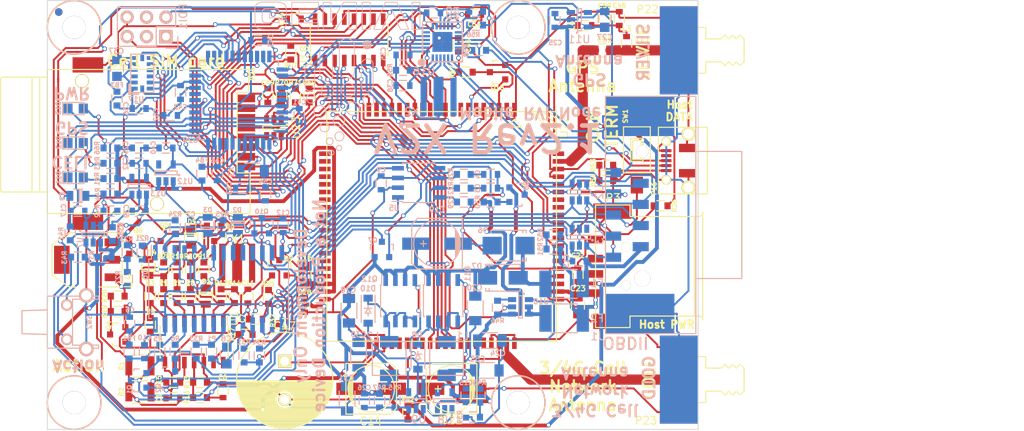
<source format=kicad_pcb>
(kicad_pcb (version 20171130) (host pcbnew "(5.1.12)-1")
  (layers (0 F.Cu signal) (31 B.Cu signal) (34 B.Paste user hide) (35 F.Paste user hide) (36 B.SilkS user hide) (37 F.SilkS user hide) (38 B.Mask user hide) (39 F.Mask user hide) (44 Edge.Cuts user))
  (net 0 "")
  (net 1 GND)
  (net 2 BAT_SAMPLE)
  (net 3 CAN_12V_SW)
  (net 4 CAN_5V_SW)
  (net 5 CAN_3.3V_SW)
  (net 6 12V0_A)
  (net 7 12V0_B)
  (net 8 PDI)
  (net 9 SEQ_RESET)
  (net 10 J1850+)
  (net 11 "Net-(D8-Pad1)")
  (net 12 5V0_B)
  (net 13 5V0_B_OUT)
  (net 14 ACL_INT2)
  (net 15 HOST_SC)
  (net 16 SR_CLEAR)
  (net 17 SR_LATCH)
  (net 18 CAN_TXD)
  (net 19 SEQ_SS)
  (net 20 SEQ_MOSI)
  (net 21 SEQ_MISO)
  (net 22 SEQ_SCK)
  (net 23 SIM_TXD)
  (net 24 SIM_RXD)
  (net 25 HUB_SDA)
  (net 26 HUB_SCL)
  (net 27 SIM_NET)
  (net 28 SIMCARD)
  (net 29 ACL_INT1)
  (net 30 CAN_H)
  (net 31 K-LINE)
  (net 32 CAN_L)
  (net 33 L-LINE)
  (net 34 J1850-)
  (net 35 HUB_DM)
  (net 36 HUB_DP)
  (net 37 5V0_A)
  (net 38 PWM/~VPW)
  (net 39 "Net-(Q2-Pad1)")
  (net 40 "Net-(Q3-Pad1)")
  (net 41 "Net-(Q5-Pad1)")
  (net 42 "Net-(Q6-Pad1)")
  (net 43 CAN_POWERDOWN)
  (net 44 "Net-(Q10-Pad1)")
  (net 45 "Net-(Q11-Pad1)")
  (net 46 SIM_PWR_ON)
  (net 47 ~SIM_PWR_ON)
  (net 48 HUB_PWR_PRT1)
  (net 49 HUB_PWR_PRT2)
  (net 50 PWM_RX)
  (net 51 J1850_BUS_+_TX)
  (net 52 J1850_BUS_-_TX)
  (net 53 ~VPW_RX)
  (net 54 CAN_TX)
  (net 55 ISO_L_TX)
  (net 56 ISO_RX)
  (net 57 ISO_K_TX)
  (net 58 5V0_B_EN)
  (net 59 HUB_SUSP_IND)
  (net 60 SIM_DM)
  (net 61 SIM_DP)
  (net 62 ~CAN_RESET)
  (net 63 CAN_CLK)
  (net 64 CAN_CLKN)
  (net 65 ~CAN_SLEEP)
  (net 66 CAN_RX)
  (net 67 CAN_RXD)
  (net 68 5V0_EN)
  (net 69 4V1_EN)
  (net 70 ~HUB_RESET)
  (net 71 HUB_CLKN)
  (net 72 HUB_CLK)
  (net 73 "Net-(U22-Pad9)")
  (net 74 BUTTON)
  (net 75 "Net-(P5-Pad1)")
  (net 76 3V3_F)
  (net 77 SEQ_WAKE)
  (net 78 SEQ_LED3)
  (net 79 SEQ_LED1)
  (net 80 SEQ_LED2)
  (net 81 "Net-(P6-Pad1)")
  (net 82 "Net-(U20-Pad6)")
  (net 83 5V0_HOST)
  (net 84 SIM_WAKE)
  (net 85 "Net-(C3-Pad1)")
  (net 86 "Net-(C4-Pad1)")
  (net 87 "Net-(C5-Pad1)")
  (net 88 "Net-(C8-Pad1)")
  (net 89 4V1)
  (net 90 "Net-(C15-Pad2)")
  (net 91 4V1F1)
  (net 92 "Net-(C26-Pad2)")
  (net 93 3V3F1)
  (net 94 "Net-(C34-Pad1)")
  (net 95 "Net-(C37-Pad1)")
  (net 96 "Net-(C38-Pad1)")
  (net 97 "Net-(C47-Pad1)")
  (net 98 "Net-(C48-Pad1)")
  (net 99 SIMCARD_V)
  (net 100 GPS)
  (net 101 GPS_ANT)
  (net 102 "Net-(D1-Pad1)")
  (net 103 "Net-(D4-Pad2)")
  (net 104 "Net-(D5-Pad2)")
  (net 105 "Net-(D6-Pad1)")
  (net 106 "Net-(D9-Pad1)")
  (net 107 "Net-(D10-Pad1)")
  (net 108 "Net-(P1-Pad1)")
  (net 109 "Net-(P3-Pad3)")
  (net 110 "Net-(P3-Pad2)")
  (net 111 "Net-(P4-Pad1)")
  (net 112 "Net-(P7-Pad1)")
  (net 113 "Net-(P16-Pad4)")
  (net 114 GSM_ANT)
  (net 115 SIMCARD_RESET)
  (net 116 SIMCARD_CLK)
  (net 117 SIMCARD_DATA)
  (net 118 "Net-(Q1-Pad1)")
  (net 119 "Net-(Q4-Pad3)")
  (net 120 "Net-(Q5-Pad3)")
  (net 121 "Net-(Q6-Pad2)")
  (net 122 "Net-(Q12-Pad1)")
  (net 123 "Net-(R3-Pad2)")
  (net 124 "Net-(R7-Pad1)")
  (net 125 "Net-(R8-Pad1)")
  (net 126 "Net-(R9-Pad1)")
  (net 127 "Net-(R13-Pad1)")
  (net 128 "Net-(R15-Pad1)")
  (net 129 "Net-(R20-Pad1)")
  (net 130 "Net-(R29-Pad1)")
  (net 131 "Net-(R36-Pad2)")
  (net 132 "Net-(R37-Pad1)")
  (net 133 "Net-(R38-Pad2)")
  (net 134 "Net-(R42-Pad2)")
  (net 135 "Net-(R43-Pad2)")
  (net 136 "Net-(R46-Pad2)")
  (net 137 "Net-(R55-Pad2)")
  (net 138 "Net-(D11-Pad2)")
  (net 139 "Net-(D12-Pad2)")
  (net 140 "Net-(D13-Pad2)")
  (net 141 "Net-(R69-Pad1)")
  (net 142 "Net-(R70-Pad1)")
  (net 143 "Net-(R71-Pad1)")
  (net 144 "Net-(U1-Pad14)")
  (net 145 "Net-(U5-Pad5)")
  (net 146 "Net-(U6-Pad22)")
  (net 147 "Net-(U6-Pad23)")
  (net 148 "Net-(U6-Pad24)")
  (net 149 GPS_EN)
  (net 150 SEQ_DM)
  (net 151 SEQ_DP)
  (net 152 "Net-(U16-Pad6)")
  (net 153 "Net-(U16-Pad8)")
  (net 154 "Net-(U16-Pad12)")
  (net 155 "Net-(U18-Pad9)")
  (net 156 "Net-(U20-Pad7)")
  (net 157 SIM_RESET)
  (net 158 "Net-(U22-Pad6)")
  (net 159 "Net-(U22-Pad7)")
  (net 160 "Net-(U22-Pad8)")
  (net 161 "Net-(U22-Pad15)")
  (net 162 "Net-(U22-Pad16)")
  (net 163 "Net-(U22-Pad21)")
  (net 164 "Net-(U22-Pad22)")
  (net 165 "Net-(U22-Pad23)")
  (net 166 "Net-(U22-Pad24)")
  (net 167 "Net-(U22-Pad25)")
  (net 168 "Net-(U22-Pad26)")
  (net 169 "Net-(U22-Pad27)")
  (net 170 "Net-(U22-Pad28)")
  (net 171 "Net-(U22-Pad29)")
  (net 172 "Net-(U22-Pad30)")
  (net 173 "Net-(U22-Pad31)")
  (net 174 "Net-(U22-Pad32)")
  (net 175 "Net-(U22-Pad33)")
  (net 176 "Net-(U22-Pad34)")
  (net 177 "Net-(U22-Pad35)")
  (net 178 "Net-(U22-Pad36)")
  (net 179 "Net-(U22-Pad44)")
  (net 180 "Net-(U22-Pad45)")
  (net 181 "Net-(U22-Pad46)")
  (net 182 "Net-(U22-Pad47)")
  (net 183 "Net-(U22-Pad48)")
  (net 184 "Net-(U22-Pad53)")
  (net 185 "Net-(U22-Pad55)")
  (net 186 "Net-(U22-Pad56)")
  (net 187 "Net-(U22-Pad66)")
  (net 188 "Net-(U22-Pad67)")
  (net 189 "Net-(U22-Pad69)")
  (net 190 "Net-(U22-Pad70)")
  (net 191 "Net-(U22-Pad72)")
  (net 192 "Net-(U22-Pad73)")
  (net 193 "Net-(U22-Pad74)")
  (net 194 "Net-(U22-Pad75)")
  (net 195 "Net-(U22-Pad76)")
  (net 196 3V3)
  (net 197 "Net-(U20-Pad4)")
  (net 198 "Net-(U20-Pad28)")
  (net 199 "Net-(U3-Pad6)")
  (net 200 3V3_EN)
  (net 201 "Net-(U22-Pad54)")
  (net 202 "Net-(PDI1-Pad3)")
  (net 203 "Net-(PDI1-Pad4)")
  (net 204 "Net-(C53-Pad2)")
  (net 205 "Net-(C54-Pad2)")
  (module Custom:DB-9_SMT (layer B.Cu) (at 118.5 45 270)
    (fp_text reference J1 (at 15.85 5.7) (layer B.SilkS) (effects (justify mirror)))
    (fp_text value DB9 hide)
    (pad M smd rect (at -12.9 0.1 270) (size 5.2 9) (layers B.Cu B.Paste B.Mask) (net 1 GND))
    (pad 1 smd rect (at -5.52 3.6 270) (size 1.2 2.1) (layers B.Cu B.Paste B.Mask) (net 1 GND))
    (pad 2 smd rect (at -2.76 3.6 270) (size 1.2 2.1) (layers B.Cu B.Paste B.Mask) (net 1 GND))
    (pad 3 smd rect (at 0 3.6 270) (size 1.2 2.1) (layers B.Cu B.Paste B.Mask) (net 30 CAN_H))
    (pad 4 smd rect (at 2.76 3.6 270) (size 1.2 2.1) (layers B.Cu B.Paste B.Mask) (net 31 K-LINE))
    (pad 5 smd rect (at 5.52 3.6 270) (size 1.2 2.1) (layers B.Cu B.Paste B.Mask) (net 32 CAN_L))
    (pad 6 smd rect (at -4.14 0 270) (size 1.2 2.1) (layers B.Cu B.Paste B.Mask) (net 34 J1850-))
    (pad 7 smd rect (at -1.38 0 270) (size 1.2 2.1) (layers B.Cu B.Paste B.Mask) (net 10 J1850+))
    (pad 8 smd rect (at 1.38 0 270) (size 1.2 2.1) (layers B.Cu B.Paste B.Mask) (net 33 L-LINE))
    (pad 9 smd rect (at 4.14 0 270) (size 1.2 2.1) (layers B.Cu B.Paste B.Mask) (net 6 12V0_A))
    (pad M thru_hole circle (at -8.3 -0.2 270) (size 1.6 1.6) (drill 1.6) (layers *.Cu *.Mask B.SilkS))
    (pad M thru_hole circle (at 8.3 -0.2 270) (size 2.1 2.1) (drill 2.1) (layers *.Cu *.Mask B.SilkS))
    (pad M smd rect (at 12.9 0.1 270) (size 5.2 9) (layers B.Cu B.Paste B.Mask) (net 1 GND))
  )
  (module CustomParts:C_0603_SM (layer F.Cu) (at 115.7 19.35 90)
    (fp_text reference C48 (at 1.7 0 180) (layer F.SilkS) (effects (font (size 0.6 0.6))))
    (fp_text value 56P hide)
    (pad 1 smd rect (at -0.9 0 90) (size 0.7 0.9) (layers F.Cu F.Paste F.Mask) (net 98 "Net-(C48-Pad1)"))
    (pad 2 smd rect (at 0.9 0 90) (size 0.7 0.9) (layers F.Cu F.Paste F.Mask) (net 1 GND))
  )
  (module CustomParts:SOT_23_123 (layer F.Cu) (at 52.7 49.1 270)
    (fp_text reference Q6 (at -2.1 -0.15) (layer F.SilkS) (effects (font (size 0.6 0.6))))
    (fp_text value 3906 hide)
    (pad 1 smd rect (at -0.95 1.00076 270) (size 0.8001 0.8001) (layers F.Cu F.Paste F.Mask) (net 42 "Net-(Q6-Pad1)"))
    (pad 2 smd rect (at 0.95 1.00076 270) (size 0.8001 0.8001) (layers F.Cu F.Paste F.Mask) (net 121 "Net-(Q6-Pad2)"))
    (pad 3 smd rect (at 0 -0.99822 270) (size 0.8001 0.8001) (layers F.Cu F.Paste F.Mask) (net 103 "Net-(D4-Pad2)"))
  )
  (module CustomParts:C_0603_SM (layer B.Cu) (at 57.1 32 180)
    (fp_text reference C52 (at 1.9 0.1 270) (layer B.SilkS) (effects (font (size 0.6 0.6)) (justify mirror)))
    (fp_text value 100N hide)
    (pad 1 smd rect (at -0.9 0 180) (size 0.7 0.9) (layers B.Cu B.Paste B.Mask) (net 15 HOST_SC))
    (pad 2 smd rect (at 0.9 0 180) (size 0.7 0.9) (layers B.Cu B.Paste B.Mask) (net 1 GND))
  )
  (module Capacitors_SMD:c_elec_6.3x5.8 (layer F.Cu) (at 83.3 67.7)
    (fp_text reference C14 (at -0.05 4.25 180) (layer F.SilkS))
    (fp_text value 220U hide)
    (pad 1 smd rect (at 2.75082 0) (size 3.59918 1.6002) (layers F.Cu F.Paste F.Mask) (net 89 4V1))
    (pad 2 smd rect (at -2.75082 0) (size 3.59918 1.6002) (layers F.Cu F.Paste F.Mask) (net 1 GND))
  )
  (module Capacitors_SMD:c_elec_6.3x5.8 (layer B.Cu) (at 91.9 48.75 180)
    (fp_text reference C19 (at 0 4.445 180) (layer B.SilkS) (effects (font (size 0.7 0.7)) (justify mirror)))
    (fp_text value 100U hide)
    (pad 1 smd rect (at 2.75082 0 180) (size 3.59918 1.6002) (layers B.Cu B.Paste B.Mask) (net 7 12V0_B))
    (pad 2 smd rect (at -2.75082 0 180) (size 3.59918 1.6002) (layers B.Cu B.Paste B.Mask) (net 1 GND))
  )
  (module Capacitors_SMD:c_elec_6.3x5.8 (layer F.Cu) (at 93.8 67.7 180)
    (fp_text reference C21 (at 0 -4.1 180) (layer F.SilkS))
    (fp_text value 220U hide)
    (pad 1 smd rect (at 2.75082 0 180) (size 3.59918 1.6002) (layers F.Cu F.Paste F.Mask) (net 91 4V1F1))
    (pad 2 smd rect (at -2.75082 0 180) (size 3.59918 1.6002) (layers F.Cu F.Paste F.Mask) (net 1 GND))
  )
  (module Capacitors_ThroughHole:C_Radial_D12.5_L25_P5 (layer F.Cu) (at 72 64.1 270)
    (fp_text reference C47 (at -4.6 0) (layer F.SilkS))
    (fp_text value 0.1F hide)
    (pad 2 thru_hole circle (at 5 0 270) (size 1.7 1.7) (drill 1.2) (layers *.Cu *.Mask F.SilkS) (net 1 GND))
    (pad 1 thru_hole rect (at 0 0 270) (size 1.7 1.7) (drill 1.2) (layers *.Cu *.Mask F.SilkS) (net 97 "Net-(C47-Pad1)"))
  )
  (module Diodes_SMD:SMB_Standard (layer B.Cu) (at 101.25 49 180)
    (fp_text reference D6 (at 3.35 2 180) (layer B.SilkS) (effects (font (size 0.7 0.7)) (justify mirror)))
    (fp_text value SMBJ16A hide)
    (pad 1 smd rect (at -2.14884 0 180) (size 2.49936 2.30124) (layers B.Cu B.Paste B.Mask) (net 105 "Net-(D6-Pad1)"))
    (pad 2 smd rect (at 2.14884 0 180) (size 2.49936 2.30124) (layers B.Cu B.Paste B.Mask) (net 1 GND))
  )
  (module Diodes_SMD:SMA_Standard (layer B.Cu) (at 100.5 53.2)
    (fp_text reference D7 (at -3.4 -1.5) (layer B.SilkS) (effects (font (size 0.7 0.7)) (justify mirror)))
    (fp_text value B320A-13-F hide)
    (pad 1 smd rect (at -1.99898 0) (size 2.49936 1.80086) (layers B.Cu B.Paste B.Mask) (net 7 12V0_B))
    (pad 2 smd rect (at 1.99898 0) (size 2.49936 1.80086) (layers B.Cu B.Paste B.Mask) (net 105 "Net-(D6-Pad1)"))
  )
  (module Mounting_Holes:MountingHole_3mm (layer F.Cu) (at 44.5 69.5)
    (fp_text reference P4 hide)
    (fp_text value "Board Mount 1" hide)
    (pad 1 thru_hole circle (at 0 0) (size 3 3) (drill 3) (layers *.Cu *.Mask) (net 111 "Net-(P4-Pad1)"))
  )
  (module Mounting_Holes:MountingHole_3mm (layer F.Cu) (at 44.5 20.5)
    (fp_text reference P5 hide)
    (fp_text value "Board Mount 2" hide)
    (pad 1 thru_hole circle (at 0 0) (size 3 3) (drill 3) (layers *.Cu *.Mask) (net 75 "Net-(P5-Pad1)"))
  )
  (module Mounting_Holes:MountingHole_3mm (layer F.Cu) (at 102.5 20.5)
    (fp_text reference P6 hide)
    (fp_text value "Board Mount 3" hide)
    (pad 1 thru_hole circle (at 0 0) (size 3 3) (drill 3) (layers *.Cu *.Mask) (net 81 "Net-(P6-Pad1)"))
  )
  (module Mounting_Holes:MountingHole_3mm (layer F.Cu) (at 102.5 69.5)
    (fp_text reference P7 hide)
    (fp_text value "Board Mount 4" hide)
    (pad 1 thru_hole circle (at 0 0) (size 3 3) (drill 3) (layers *.Cu *.Mask) (net 112 "Net-(P7-Pad1)"))
  )
  (module Fiducials:Fiducial_1mm_Dia_2.54mm_Outer_CopperTop (layer F.Cu) (at 42.5 18.5)
    (fp_text reference P9 hide)
    (fp_text value Ficudial2 hide)
    (pad ~ smd circle (at 0 0) (size 1 1) (layers F.Cu F.Mask) (clearance 0.77))
  )
  (module Fiducials:Fiducial_1mm_Dia_2.54mm_Outer_CopperBottom (layer F.Cu) (at 42.5 18.5)
    (fp_text reference P13 hide)
    (fp_text value Ficudial2 hide)
    (pad ~ smd circle (at 0 0) (size 1 1) (layers B.Cu B.Mask) (clearance 0.77))
  )
  (module Housings_SOIC:SOIC-14_3.9x8.7mm_Pitch1.27mm (layer F.Cu) (at 60.175 61.575 270)
    (fp_text reference U1 (at -3.075 -5.225 270) (layer F.SilkS))
    (fp_text value LM339 hide)
    (pad 1 smd rect (at -2.7 -3.81 270) (size 1.5 0.6) (layers F.Cu F.Paste F.Mask) (net 53 ~VPW_RX))
    (pad 2 smd rect (at -2.7 -2.54 270) (size 1.5 0.6) (layers F.Cu F.Paste F.Mask) (net 50 PWM_RX))
    (pad 3 smd rect (at -2.7 -1.27 270) (size 1.5 0.6) (layers F.Cu F.Paste F.Mask) (net 4 CAN_5V_SW))
    (pad 4 smd rect (at -2.7 0 270) (size 1.5 0.6) (layers F.Cu F.Paste F.Mask) (net 125 "Net-(R8-Pad1)"))
    (pad 5 smd rect (at -2.7 1.27 270) (size 1.5 0.6) (layers F.Cu F.Paste F.Mask) (net 124 "Net-(R7-Pad1)"))
    (pad 6 smd rect (at -2.7 2.54 270) (size 1.5 0.6) (layers F.Cu F.Paste F.Mask) (net 126 "Net-(R9-Pad1)"))
    (pad 7 smd rect (at -2.7 3.81 270) (size 1.5 0.6) (layers F.Cu F.Paste F.Mask) (net 123 "Net-(R3-Pad2)"))
    (pad 8 smd rect (at 2.7 3.81 270) (size 1.5 0.6) (layers F.Cu F.Paste F.Mask) (net 1 GND))
    (pad 9 smd rect (at 2.7 2.54 270) (size 1.5 0.6) (layers F.Cu F.Paste F.Mask) (net 5 CAN_3.3V_SW))
    (pad 10 smd rect (at 2.7 1.27 270) (size 1.5 0.6) (layers F.Cu F.Paste F.Mask) (net 128 "Net-(R15-Pad1)"))
    (pad 11 smd rect (at 2.7 0 270) (size 1.5 0.6) (layers F.Cu F.Paste F.Mask) (net 127 "Net-(R13-Pad1)"))
    (pad 12 smd rect (at 2.7 -1.27 270) (size 1.5 0.6) (layers F.Cu F.Paste F.Mask) (net 1 GND))
    (pad 13 smd rect (at 2.7 -2.54 270) (size 1.5 0.6) (layers F.Cu F.Paste F.Mask) (net 56 ISO_RX))
    (pad 14 smd rect (at 2.7 -3.81 270) (size 1.5 0.6) (layers F.Cu F.Paste F.Mask) (net 144 "Net-(U1-Pad14)"))
  )
  (module TO_SOT_Packages_SMD:SOT-23-6 (layer B.Cu) (at 110.5 42 90)
    (fp_text reference U2 (at 0 2.6 90) (layer B.SilkS) (effects (justify mirror)))
    (fp_text value ESDAxxSC6 hide)
    (pad 1 smd rect (at -1.1 0.95 90) (size 1.06 0.65) (layers B.Cu B.Paste B.Mask) (net 33 L-LINE))
    (pad 2 smd rect (at -1.1 0 90) (size 1.06 0.65) (layers B.Cu B.Paste B.Mask) (net 1 GND))
    (pad 3 smd rect (at -1.1 -0.95 90) (size 1.06 0.65) (layers B.Cu B.Paste B.Mask) (net 30 CAN_H))
    (pad 4 smd rect (at 1.1 -0.95 90) (size 1.06 0.65) (layers B.Cu B.Paste B.Mask) (net 34 J1850-))
    (pad 6 smd rect (at 1.1 0.95 90) (size 1.06 0.65) (layers B.Cu B.Paste B.Mask) (net 10 J1850+))
    (pad 5 smd rect (at 1.1 0 90) (size 1.06 0.65) (layers B.Cu B.Paste B.Mask) (net 1 GND))
  )
  (module TO_SOT_Packages_SMD:SOT-23-6 (layer B.Cu) (at 110.5 47.9 90)
    (fp_text reference U3 (at 0 2.6 90) (layer B.SilkS) (effects (justify mirror)))
    (fp_text value ESDAxxSC6 hide)
    (pad 1 smd rect (at -1.1 0.95 90) (size 1.06 0.65) (layers B.Cu B.Paste B.Mask) (net 32 CAN_L))
    (pad 2 smd rect (at -1.1 0 90) (size 1.06 0.65) (layers B.Cu B.Paste B.Mask) (net 1 GND))
    (pad 3 smd rect (at -1.1 -0.95 90) (size 1.06 0.65) (layers B.Cu B.Paste B.Mask) (net 6 12V0_A))
    (pad 4 smd rect (at 1.1 -0.95 90) (size 1.06 0.65) (layers B.Cu B.Paste B.Mask) (net 31 K-LINE))
    (pad 6 smd rect (at 1.1 0.95 90) (size 1.06 0.65) (layers B.Cu B.Paste B.Mask) (net 199 "Net-(U3-Pad6)"))
    (pad 5 smd rect (at 1.1 0 90) (size 1.06 0.65) (layers B.Cu B.Paste B.Mask) (net 1 GND))
  )
  (module TO_SOT_Packages_SMD:SOT-223 (layer F.Cu) (at 46.2 50.85 90)
    (fp_text reference U4 (at -2.75 5.4 90) (layer F.SilkS))
    (fp_text value LM317 hide)
    (pad 4 smd rect (at 0 -3.302 90) (size 3.6576 2.032) (layers F.Cu F.Paste F.Mask))
    (pad 2 smd rect (at 0 3.302 90) (size 1.016 2.032) (layers F.Cu F.Paste F.Mask) (net 121 "Net-(Q6-Pad2)"))
    (pad 3 smd rect (at 2.286 3.302 90) (size 1.016 2.032) (layers F.Cu F.Paste F.Mask) (net 3 CAN_12V_SW))
    (pad 1 smd rect (at -2.286 3.302 90) (size 1.016 2.032) (layers F.Cu F.Paste F.Mask) (net 129 "Net-(R20-Pad1)"))
  )
  (module Housings_SOIC:SOIC-8_3.9x4.9mm_Pitch1.27mm (layer B.Cu) (at 89.5 40.8)
    (fp_text reference U5 (at -3.2 3.3) (layer B.SilkS) (effects (font (size 0.7 0.7)) (justify mirror)))
    (fp_text value MCP2551 hide)
    (pad 1 smd rect (at -2.7 1.905) (size 1.55 0.6) (layers B.Cu B.Paste B.Mask) (net 54 CAN_TX))
    (pad 2 smd rect (at -2.7 0.635) (size 1.55 0.6) (layers B.Cu B.Paste B.Mask) (net 1 GND))
    (pad 3 smd rect (at -2.7 -0.635) (size 1.55 0.6) (layers B.Cu B.Paste B.Mask) (net 4 CAN_5V_SW))
    (pad 4 smd rect (at -2.7 -1.905) (size 1.55 0.6) (layers B.Cu B.Paste B.Mask) (net 66 CAN_RX))
    (pad 5 smd rect (at 2.7 -1.905) (size 1.55 0.6) (layers B.Cu B.Paste B.Mask) (net 145 "Net-(U5-Pad5)"))
    (pad 6 smd rect (at 2.7 -0.635) (size 1.55 0.6) (layers B.Cu B.Paste B.Mask) (net 32 CAN_L))
    (pad 7 smd rect (at 2.7 0.635) (size 1.55 0.6) (layers B.Cu B.Paste B.Mask) (net 30 CAN_H))
    (pad 8 smd rect (at 2.7 1.905) (size 1.55 0.6) (layers B.Cu B.Paste B.Mask) (net 130 "Net-(R29-Pad1)"))
  )
  (module Housings_SOIC:SOIC-28_7.5x17.9mm_Pitch1.27mm (layer B.Cu) (at 63.375 54.65 270)
    (fp_text reference U6 (at -1.85 9.625 270) (layer B.SilkS) (effects (font (size 0.7 0.7)) (justify mirror)))
    (fp_text value STN1110 hide)
    (pad 1 smd rect (at -4.7 8.255 270) (size 2 0.6) (layers B.Cu B.Paste B.Mask) (net 62 ~CAN_RESET))
    (pad 2 smd rect (at -4.7 6.985 270) (size 2 0.6) (layers B.Cu B.Paste B.Mask) (net 2 BAT_SAMPLE))
    (pad 3 smd rect (at -4.7 5.715 270) (size 2 0.6) (layers B.Cu B.Paste B.Mask) (net 38 PWM/~VPW))
    (pad 4 smd rect (at -4.7 4.445 270) (size 2 0.6) (layers B.Cu B.Paste B.Mask) (net 53 ~VPW_RX))
    (pad 5 smd rect (at -4.7 3.175 270) (size 2 0.6) (layers B.Cu B.Paste B.Mask) (net 50 PWM_RX))
    (pad 6 smd rect (at -4.7 1.905 270) (size 2 0.6) (layers B.Cu B.Paste B.Mask) (net 51 J1850_BUS_+_TX))
    (pad 7 smd rect (at -4.7 0.635 270) (size 2 0.6) (layers B.Cu B.Paste B.Mask) (net 52 J1850_BUS_-_TX))
    (pad 8 smd rect (at -4.7 -0.635 270) (size 2 0.6) (layers B.Cu B.Paste B.Mask) (net 1 GND))
    (pad 9 smd rect (at -4.7 -1.905 270) (size 2 0.6) (layers B.Cu B.Paste B.Mask) (net 63 CAN_CLK))
    (pad 10 smd rect (at -4.7 -3.175 270) (size 2 0.6) (layers B.Cu B.Paste B.Mask) (net 64 CAN_CLKN))
    (pad 11 smd rect (at -4.7 -4.445 270) (size 2 0.6) (layers B.Cu B.Paste B.Mask) (net 56 ISO_RX))
    (pad 12 smd rect (at -4.7 -5.715 270) (size 2 0.6) (layers B.Cu B.Paste B.Mask) (net 65 ~CAN_SLEEP))
    (pad 13 smd rect (at -4.7 -6.985 270) (size 2 0.6) (layers B.Cu B.Paste B.Mask) (net 196 3V3))
    (pad 14 smd rect (at -4.7 -8.255 270) (size 2 0.6) (layers B.Cu B.Paste B.Mask) (net 66 CAN_RX))
    (pad 15 smd rect (at 4.7 -8.255 270) (size 2 0.6) (layers B.Cu B.Paste B.Mask) (net 54 CAN_TX))
    (pad 16 smd rect (at 4.7 -6.985 270) (size 2 0.6) (layers B.Cu B.Paste B.Mask) (net 67 CAN_RXD))
    (pad 17 smd rect (at 4.7 -5.715 270) (size 2 0.6) (layers B.Cu B.Paste B.Mask) (net 18 CAN_TXD))
    (pad 18 smd rect (at 4.7 -4.445 270) (size 2 0.6) (layers B.Cu B.Paste B.Mask) (net 43 CAN_POWERDOWN))
    (pad 19 smd rect (at 4.7 -3.175 270) (size 2 0.6) (layers B.Cu B.Paste B.Mask) (net 1 GND))
    (pad 20 smd rect (at 4.7 -1.905 270) (size 2 0.6) (layers B.Cu B.Paste B.Mask) (net 88 "Net-(C8-Pad1)"))
    (pad 21 smd rect (at 4.7 -0.635 270) (size 2 0.6) (layers B.Cu B.Paste B.Mask) (net 108 "Net-(P1-Pad1)"))
    (pad 22 smd rect (at 4.7 0.635 270) (size 2 0.6) (layers B.Cu B.Paste B.Mask) (net 146 "Net-(U6-Pad22)"))
    (pad 23 smd rect (at 4.7 1.905 270) (size 2 0.6) (layers B.Cu B.Paste B.Mask) (net 147 "Net-(U6-Pad23)"))
    (pad 24 smd rect (at 4.7 3.175 270) (size 2 0.6) (layers B.Cu B.Paste B.Mask) (net 148 "Net-(U6-Pad24)"))
    (pad 25 smd rect (at 4.7 4.445 270) (size 2 0.6) (layers B.Cu B.Paste B.Mask) (net 57 ISO_K_TX))
    (pad 26 smd rect (at 4.7 5.715 270) (size 2 0.6) (layers B.Cu B.Paste B.Mask) (net 55 ISO_L_TX))
    (pad 27 smd rect (at 4.7 6.985 270) (size 2 0.6) (layers B.Cu B.Paste B.Mask) (net 1 GND))
    (pad 28 smd rect (at 4.7 8.255 270) (size 2 0.6) (layers B.Cu B.Paste B.Mask) (net 87 "Net-(C5-Pad1)"))
  )
  (module TO_SOT_Packages_SMD:SOT-23-5 (layer B.Cu) (at 92.9 69.25 90)
    (fp_text reference U8 (at -2.55 0.05 180) (layer B.SilkS) (effects (justify mirror)))
    (fp_text value XRP6124 hide)
    (pad 1 smd rect (at -1.1 0.95 90) (size 1.06 0.65) (layers B.Cu B.Paste B.Mask) (net 68 5V0_EN))
    (pad 2 smd rect (at -1.1 0 90) (size 1.06 0.65) (layers B.Cu B.Paste B.Mask) (net 1 GND))
    (pad 3 smd rect (at -1.1 -0.95 90) (size 1.06 0.65) (layers B.Cu B.Paste B.Mask) (net 90 "Net-(C15-Pad2)"))
    (pad 4 smd rect (at 1.1 -0.95 90) (size 1.06 0.65) (layers B.Cu B.Paste B.Mask) (net 45 "Net-(Q11-Pad1)"))
    (pad 5 smd rect (at 1.1 0.95 90) (size 1.06 0.65) (layers B.Cu B.Paste B.Mask) (net 7 12V0_B))
  )
  (module TO_SOT_Packages_SMD:SOT-23-5 (layer B.Cu) (at 89.15 69.25 90)
    (fp_text reference U9 (at -2.45 0.35 180) (layer B.SilkS) (effects (justify mirror)))
    (fp_text value XRP6124 hide)
    (pad 1 smd rect (at -1.1 0.95 90) (size 1.06 0.65) (layers B.Cu B.Paste B.Mask) (net 106 "Net-(D9-Pad1)"))
    (pad 2 smd rect (at -1.1 0 90) (size 1.06 0.65) (layers B.Cu B.Paste B.Mask) (net 1 GND))
    (pad 3 smd rect (at -1.1 -0.95 90) (size 1.06 0.65) (layers B.Cu B.Paste B.Mask) (net 92 "Net-(C26-Pad2)"))
    (pad 4 smd rect (at 1.1 -0.95 90) (size 1.06 0.65) (layers B.Cu B.Paste B.Mask) (net 122 "Net-(Q12-Pad1)"))
    (pad 5 smd rect (at 1.1 0.95 90) (size 1.06 0.65) (layers B.Cu B.Paste B.Mask) (net 7 12V0_B))
  )
  (module TO_SOT_Packages_SMD:SOT-23-5 (layer B.Cu) (at 110.5 19.5)
    (fp_text reference U11 (at -0.05 2.55) (layer B.SilkS) (effects (justify mirror)))
    (fp_text value TLV70012DCK hide)
    (pad 1 smd rect (at -1.1 0.95) (size 1.06 0.65) (layers B.Cu B.Paste B.Mask) (net 91 4V1F1))
    (pad 2 smd rect (at -1.1 0) (size 1.06 0.65) (layers B.Cu B.Paste B.Mask) (net 1 GND))
    (pad 3 smd rect (at -1.1 -0.95) (size 1.06 0.65) (layers B.Cu B.Paste B.Mask) (net 149 GPS_EN))
    (pad 4 smd rect (at 1.1 -0.95) (size 1.06 0.65) (layers B.Cu B.Paste B.Mask))
    (pad 5 smd rect (at 1.1 0.95) (size 1.06 0.65) (layers B.Cu B.Paste B.Mask) (net 93 3V3F1))
  )
  (module TO_SOT_Packages_SMD:SOT-23-5 (layer B.Cu) (at 56.5 39.5 90)
    (fp_text reference U12 (at -1.1 2.5 180) (layer B.SilkS) (effects (font (size 0.7 0.7)) (justify mirror)))
    (fp_text value TLV70012DCK hide)
    (pad 1 smd rect (at -1.1 0.95 90) (size 1.06 0.65) (layers B.Cu B.Paste B.Mask) (net 89 4V1))
    (pad 2 smd rect (at -1.1 0 90) (size 1.06 0.65) (layers B.Cu B.Paste B.Mask) (net 1 GND))
    (pad 3 smd rect (at -1.1 -0.95 90) (size 1.06 0.65) (layers B.Cu B.Paste B.Mask) (net 89 4V1))
    (pad 4 smd rect (at 1.1 -0.95 90) (size 1.06 0.65) (layers B.Cu B.Paste B.Mask))
    (pad 5 smd rect (at 1.1 0.95 90) (size 1.06 0.65) (layers B.Cu B.Paste B.Mask) (net 196 3V3))
  )
  (module Housings_SOIC:SOIC-16_3.9x9.9mm_Pitch1.27mm (layer F.Cu) (at 80.425 22.125 90)
    (fp_text reference U18 (at -2.175 -5.825 90) (layer F.SilkS))
    (fp_text value 74HC595 hide)
    (pad 1 smd rect (at -2.7 -4.445 90) (size 1.5 0.6) (layers F.Cu F.Paste F.Mask) (net 68 5V0_EN))
    (pad 2 smd rect (at -2.7 -3.175 90) (size 1.5 0.6) (layers F.Cu F.Paste F.Mask) (net 58 5V0_B_EN))
    (pad 3 smd rect (at -2.7 -1.905 90) (size 1.5 0.6) (layers F.Cu F.Paste F.Mask) (net 65 ~CAN_SLEEP))
    (pad 4 smd rect (at -2.7 -0.635 90) (size 1.5 0.6) (layers F.Cu F.Paste F.Mask) (net 62 ~CAN_RESET))
    (pad 5 smd rect (at -2.7 0.635 90) (size 1.5 0.6) (layers F.Cu F.Paste F.Mask) (net 46 SIM_PWR_ON))
    (pad 6 smd rect (at -2.7 1.905 90) (size 1.5 0.6) (layers F.Cu F.Paste F.Mask) (net 157 SIM_RESET))
    (pad 7 smd rect (at -2.7 3.175 90) (size 1.5 0.6) (layers F.Cu F.Paste F.Mask) (net 84 SIM_WAKE))
    (pad 8 smd rect (at -2.7 4.445 90) (size 1.5 0.6) (layers F.Cu F.Paste F.Mask) (net 1 GND))
    (pad 9 smd rect (at 2.7 4.445 90) (size 1.5 0.6) (layers F.Cu F.Paste F.Mask) (net 155 "Net-(U18-Pad9)"))
    (pad 10 smd rect (at 2.7 3.175 90) (size 1.5 0.6) (layers F.Cu F.Paste F.Mask) (net 16 SR_CLEAR))
    (pad 11 smd rect (at 2.7 1.905 90) (size 1.5 0.6) (layers F.Cu F.Paste F.Mask) (net 22 SEQ_SCK))
    (pad 12 smd rect (at 2.7 0.635 90) (size 1.5 0.6) (layers F.Cu F.Paste F.Mask) (net 17 SR_LATCH))
    (pad 13 smd rect (at 2.7 -0.635 90) (size 1.5 0.6) (layers F.Cu F.Paste F.Mask) (net 1 GND))
    (pad 14 smd rect (at 2.7 -1.905 90) (size 1.5 0.6) (layers F.Cu F.Paste F.Mask) (net 20 SEQ_MOSI))
    (pad 15 smd rect (at 2.7 -3.175 90) (size 1.5 0.6) (layers F.Cu F.Paste F.Mask) (net 69 4V1_EN))
    (pad 16 smd rect (at 2.7 -4.445 90) (size 1.5 0.6) (layers F.Cu F.Paste F.Mask) (net 196 3V3))
  )
  (module Housings_QFP:TQFP-44_10x10mm_Pitch0.8mm (layer B.Cu) (at 66 30)
    (fp_text reference U20 (at -6.3 5.2) (layer B.SilkS) (effects (font (size 0.7 0.7)) (justify mirror)))
    (fp_text value ATXMEGA128A4U-AU hide)
    (pad 1 smd rect (at -5.7 4) (size 1.5 0.55) (layers B.Cu B.Paste B.Mask) (net 79 SEQ_LED1))
    (pad 2 smd rect (at -5.7 3.2) (size 1.5 0.55) (layers B.Cu B.Paste B.Mask) (net 80 SEQ_LED2))
    (pad 3 smd rect (at -5.7 2.4) (size 1.5 0.55) (layers B.Cu B.Paste B.Mask) (net 78 SEQ_LED3))
    (pad 4 smd rect (at -5.7 1.6) (size 1.5 0.55) (layers B.Cu B.Paste B.Mask) (net 197 "Net-(U20-Pad4)"))
    (pad 5 smd rect (at -5.7 0.8) (size 1.5 0.55) (layers B.Cu B.Paste B.Mask) (net 15 HOST_SC))
    (pad 6 smd rect (at -5.7 0) (size 1.5 0.55) (layers B.Cu B.Paste B.Mask) (net 82 "Net-(U20-Pad6)"))
    (pad 7 smd rect (at -5.7 -0.8) (size 1.5 0.55) (layers B.Cu B.Paste B.Mask) (net 156 "Net-(U20-Pad7)"))
    (pad 8 smd rect (at -5.7 -1.6) (size 1.5 0.55) (layers B.Cu B.Paste B.Mask) (net 1 GND))
    (pad 9 smd rect (at -5.7 -2.4) (size 1.5 0.55) (layers B.Cu B.Paste B.Mask) (net 196 3V3))
    (pad 10 smd rect (at -5.7 -3.2) (size 1.5 0.55) (layers B.Cu B.Paste B.Mask) (net 16 SR_CLEAR))
    (pad 11 smd rect (at -5.7 -4) (size 1.5 0.55) (layers B.Cu B.Paste B.Mask) (net 17 SR_LATCH))
    (pad 12 smd rect (at -4 -5.7 270) (size 1.5 0.55) (layers B.Cu B.Paste B.Mask) (net 18 CAN_TXD))
    (pad 13 smd rect (at -3.2 -5.7 270) (size 1.5 0.55) (layers B.Cu B.Paste B.Mask) (net 67 CAN_RXD))
    (pad 14 smd rect (at -2.4 -5.7 270) (size 1.5 0.55) (layers B.Cu B.Paste B.Mask) (net 19 SEQ_SS))
    (pad 15 smd rect (at -1.6 -5.7 270) (size 1.5 0.55) (layers B.Cu B.Paste B.Mask) (net 20 SEQ_MOSI))
    (pad 16 smd rect (at -0.8 -5.7 270) (size 1.5 0.55) (layers B.Cu B.Paste B.Mask) (net 21 SEQ_MISO))
    (pad 17 smd rect (at 0 -5.7 270) (size 1.5 0.55) (layers B.Cu B.Paste B.Mask) (net 22 SEQ_SCK))
    (pad 18 smd rect (at 0.8 -5.7 270) (size 1.5 0.55) (layers B.Cu B.Paste B.Mask) (net 1 GND))
    (pad 19 smd rect (at 1.6 -5.7 270) (size 1.5 0.55) (layers B.Cu B.Paste B.Mask) (net 196 3V3))
    (pad 20 smd rect (at 2.4 -5.7 270) (size 1.5 0.55) (layers B.Cu B.Paste B.Mask) (net 77 SEQ_WAKE))
    (pad 21 smd rect (at 3.2 -5.7 270) (size 1.5 0.55) (layers B.Cu B.Paste B.Mask) (net 27 SIM_NET))
    (pad 22 smd rect (at 4 -5.7 270) (size 1.5 0.55) (layers B.Cu B.Paste B.Mask) (net 23 SIM_TXD))
    (pad 23 smd rect (at 5.7 -4) (size 1.5 0.55) (layers B.Cu B.Paste B.Mask) (net 24 SIM_RXD))
    (pad 24 smd rect (at 5.7 -3.2) (size 1.5 0.55) (layers B.Cu B.Paste B.Mask) (net 149 GPS_EN))
    (pad 25 smd rect (at 5.7 -2.4) (size 1.5 0.55) (layers B.Cu B.Paste B.Mask) (net 28 SIMCARD))
    (pad 26 smd rect (at 5.7 -1.6) (size 1.5 0.55) (layers B.Cu B.Paste B.Mask) (net 150 SEQ_DM))
    (pad 27 smd rect (at 5.7 -0.8) (size 1.5 0.55) (layers B.Cu B.Paste B.Mask) (net 151 SEQ_DP))
    (pad 28 smd rect (at 5.7 0) (size 1.5 0.55) (layers B.Cu B.Paste B.Mask) (net 198 "Net-(U20-Pad28)"))
    (pad 29 smd rect (at 5.7 0.8) (size 1.5 0.55) (layers B.Cu B.Paste B.Mask) (net 79 SEQ_LED1))
    (pad 30 smd rect (at 5.7 1.6) (size 1.5 0.55) (layers B.Cu B.Paste B.Mask) (net 1 GND))
    (pad 31 smd rect (at 5.7 2.4) (size 1.5 0.55) (layers B.Cu B.Paste B.Mask) (net 196 3V3))
    (pad 32 smd rect (at 5.7 3.2) (size 1.5 0.55) (layers B.Cu B.Paste B.Mask) (net 78 SEQ_LED3))
    (pad 33 smd rect (at 5.7 4) (size 1.5 0.55) (layers B.Cu B.Paste B.Mask) (net 80 SEQ_LED2))
    (pad 34 smd rect (at 4 5.7 270) (size 1.5 0.55) (layers B.Cu B.Paste B.Mask) (net 8 PDI))
    (pad 35 smd rect (at 3.2 5.7 270) (size 1.5 0.55) (layers B.Cu B.Paste B.Mask) (net 9 SEQ_RESET))
    (pad 36 smd rect (at 2.4 5.7 270) (size 1.5 0.55) (layers B.Cu B.Paste B.Mask) (net 205 "Net-(C54-Pad2)"))
    (pad 37 smd rect (at 1.6 5.7 270) (size 1.5 0.55) (layers B.Cu B.Paste B.Mask) (net 204 "Net-(C53-Pad2)"))
    (pad 38 smd rect (at 0.8 5.7 270) (size 1.5 0.55) (layers B.Cu B.Paste B.Mask) (net 1 GND))
    (pad 39 smd rect (at 0 5.7 270) (size 1.5 0.55) (layers B.Cu B.Paste B.Mask) (net 76 3V3_F))
    (pad 40 smd rect (at -0.8 5.7 270) (size 1.5 0.55) (layers B.Cu B.Paste B.Mask) (net 74 BUTTON))
    (pad 41 smd rect (at -1.6 5.7 270) (size 1.5 0.55) (layers B.Cu B.Paste B.Mask) (net 14 ACL_INT2))
    (pad 42 smd rect (at -2.4 5.7 270) (size 1.5 0.55) (layers B.Cu B.Paste B.Mask) (net 29 ACL_INT1))
    (pad 43 smd rect (at -3.2 5.7 270) (size 1.5 0.55) (layers B.Cu B.Paste B.Mask) (net 48 HUB_PWR_PRT1))
    (pad 44 smd rect (at -4 5.7 270) (size 1.5 0.55) (layers B.Cu B.Paste B.Mask) (net 200 3V3_EN))
  )
  (module TO_SOT_Packages_SMD:SOT-23-6 (layer F.Cu) (at 70.6 33.6 270)
    (fp_text reference U23 (at 0 -2.9 270) (layer F.SilkS))
    (fp_text value MMQA5V6T3G hide)
    (pad 1 smd rect (at -1.1 -0.95 270) (size 1.06 0.65) (layers F.Cu F.Paste F.Mask) (net 116 SIMCARD_CLK))
    (pad 2 smd rect (at -1.1 0 270) (size 1.06 0.65) (layers F.Cu F.Paste F.Mask) (net 1 GND))
    (pad 3 smd rect (at -1.1 0.95 270) (size 1.06 0.65) (layers F.Cu F.Paste F.Mask) (net 117 SIMCARD_DATA))
    (pad 4 smd rect (at 1.1 0.95 270) (size 1.06 0.65) (layers F.Cu F.Paste F.Mask) (net 99 SIMCARD_V))
    (pad 6 smd rect (at 1.1 -0.95 270) (size 1.06 0.65) (layers F.Cu F.Paste F.Mask) (net 115 SIMCARD_RESET))
    (pad 5 smd rect (at 1.1 0 270) (size 1.06 0.65) (layers F.Cu F.Paste F.Mask) (net 1 GND))
  )
  (module CustomParts:0805_LED (layer B.Cu) (at 44.7 31.1 180)
    (fp_text reference D13 (at 2.25 0.05 270) (layer B.SilkS) (effects (font (size 0.6 0.6)) (justify mirror)))
    (fp_text value RED hide)
    (pad 1 smd rect (at 1 0 180) (size 1.2 1.3) (layers B.Cu B.Paste B.Mask) (net 78 SEQ_LED3))
    (pad 2 smd rect (at -1 0 180) (size 1.2 1.3) (layers B.Cu B.Paste B.Mask) (net 140 "Net-(D13-Pad2)"))
  )
  (module CustomParts:0805_LED (layer B.Cu) (at 44.7 35.6 180)
    (fp_text reference D12 (at 2.2 0.05 270) (layer B.SilkS) (effects (font (size 0.6 0.6)) (justify mirror)))
    (fp_text value BLUE hide)
    (pad 1 smd rect (at 1 0 180) (size 1.2 1.3) (layers B.Cu B.Paste B.Mask) (net 80 SEQ_LED2))
    (pad 2 smd rect (at -1 0 180) (size 1.2 1.3) (layers B.Cu B.Paste B.Mask) (net 139 "Net-(D12-Pad2)"))
  )
  (module CustomParts:0805_LED (layer B.Cu) (at 44.7 40.1 180)
    (fp_text reference D11 (at 2.2 -0.05 270) (layer B.SilkS) (effects (font (size 0.6 0.6)) (justify mirror)))
    (fp_text value GREEN hide)
    (pad 1 smd rect (at 1 0 180) (size 1.2 1.3) (layers B.Cu B.Paste B.Mask) (net 79 SEQ_LED1))
    (pad 2 smd rect (at -1 0 180) (size 1.2 1.3) (layers B.Cu B.Paste B.Mask) (net 138 "Net-(D11-Pad2)"))
  )
  (module CustomParts:C_0805_SM (layer B.Cu) (at 64.45 63.35 270)
    (fp_text reference C8 (at -2.2 0.1 180) (layer B.SilkS) (effects (font (size 0.7 0.7)) (justify mirror)))
    (fp_text value 4U7 hide)
    (pad 1 smd rect (at -1.1 0 270) (size 1.2 1.25) (layers B.Cu B.Paste B.Mask) (net 88 "Net-(C8-Pad1)"))
    (pad 2 smd rect (at 1.1 0 270) (size 1.2 1.25) (layers B.Cu B.Paste B.Mask) (net 1 GND))
  )
  (module CustomParts:C_0805_SM (layer F.Cu) (at 74.6 52.8 90)
    (fp_text reference C16 (at 2.2 0 180) (layer F.SilkS) (effects (font (size 0.7 0.7))))
    (fp_text value 4U7 hide)
    (pad 1 smd rect (at -1.1 0 90) (size 1.2 1.25) (layers F.Cu F.Paste F.Mask) (net 89 4V1))
    (pad 2 smd rect (at 1.1 0 90) (size 1.2 1.25) (layers F.Cu F.Paste F.Mask) (net 1 GND))
  )
  (module CustomParts:C_1206_SM (layer B.Cu) (at 96.9 57.2 270)
    (fp_text reference C20 (at -2.7 0.1 180) (layer B.SilkS) (effects (font (size 0.7 0.7)) (justify mirror)))
    (fp_text value 4U7 hide)
    (pad 1 smd rect (at -1.6 0 270) (size 1.2 1.6) (layers B.Cu B.Paste B.Mask) (net 7 12V0_B))
    (pad 2 smd rect (at 1.6 0 270) (size 1.2 1.6) (layers B.Cu B.Paste B.Mask) (net 1 GND))
  )
  (module CustomParts:C_0805_SM (layer F.Cu) (at 110.3 56.8 270)
    (fp_text reference C23 (at -2.2 0) (layer F.SilkS) (effects (font (size 0.7 0.7))))
    (fp_text value 4U7 hide)
    (pad 1 smd rect (at -1.1 0 270) (size 1.2 1.25) (layers F.Cu F.Paste F.Mask) (net 91 4V1F1))
    (pad 2 smd rect (at 1.1 0 270) (size 1.2 1.25) (layers F.Cu F.Paste F.Mask) (net 1 GND))
  )
  (module CustomParts:C_1206_SM (layer B.Cu) (at 98.8 61.4)
    (fp_text reference C24 (at 1.05 1.65) (layer B.SilkS) (effects (font (size 0.7 0.7)) (justify mirror)))
    (fp_text value 10U hide)
    (pad 1 smd rect (at -1.6 0) (size 1.2 1.6) (layers B.Cu B.Paste B.Mask) (net 37 5V0_A))
    (pad 2 smd rect (at 1.6 0) (size 1.2 1.6) (layers B.Cu B.Paste B.Mask) (net 1 GND))
  )
  (module CustomParts:C_0805_SM (layer B.Cu) (at 113.8 19.4 90)
    (fp_text reference C27 (at -2.4 0) (layer B.SilkS) (effects (font (size 0.7 0.7)) (justify mirror)))
    (fp_text value 4U7 hide)
    (pad 1 smd rect (at -1.1 0 90) (size 1.2 1.25) (layers B.Cu B.Paste B.Mask) (net 93 3V3F1))
    (pad 2 smd rect (at 1.1 0 90) (size 1.2 1.25) (layers B.Cu B.Paste B.Mask) (net 1 GND))
  )
  (module CustomParts:C_1206_SM (layer B.Cu) (at 80.4 57.5 270)
    (fp_text reference C28 (at -2.7 0.1 180) (layer B.SilkS) (effects (font (size 0.7 0.7)) (justify mirror)))
    (fp_text value 4U7 hide)
    (pad 1 smd rect (at -1.6 0 270) (size 1.2 1.6) (layers B.Cu B.Paste B.Mask) (net 7 12V0_B))
    (pad 2 smd rect (at 1.6 0 270) (size 1.2 1.6) (layers B.Cu B.Paste B.Mask) (net 1 GND))
  )
  (module CustomParts:C_1206_SM (layer B.Cu) (at 81.65 63.25 90)
    (fp_text reference C30 (at 2.65 0) (layer B.SilkS) (effects (font (size 0.7 0.7)) (justify mirror)))
    (fp_text value 10U hide)
    (pad 1 smd rect (at -1.6 0 90) (size 1.2 1.6) (layers B.Cu B.Paste B.Mask) (net 89 4V1))
    (pad 2 smd rect (at 1.6 0 90) (size 1.2 1.6) (layers B.Cu B.Paste B.Mask) (net 1 GND))
  )
  (module CustomParts:C_1206_SM (layer B.Cu) (at 80.15 69 270)
    (fp_text reference C31 (at -2.7 0.1 180) (layer B.SilkS) (effects (font (size 0.7 0.7)) (justify mirror)))
    (fp_text value 10U hide)
    (pad 1 smd rect (at -1.6 0 270) (size 1.2 1.6) (layers B.Cu B.Paste B.Mask) (net 89 4V1))
    (pad 2 smd rect (at 1.6 0 270) (size 1.2 1.6) (layers B.Cu B.Paste B.Mask) (net 1 GND))
  )
  (module CustomParts:C_0805_SM (layer B.Cu) (at 50.1 25.8 270)
    (fp_text reference C37 (at -2.2 0.1 180) (layer B.SilkS) (effects (font (size 0.7 0.7)) (justify mirror)))
    (fp_text value 4U7 hide)
    (pad 1 smd rect (at -1.1 0 270) (size 1.2 1.25) (layers B.Cu B.Paste B.Mask) (net 95 "Net-(C37-Pad1)"))
    (pad 2 smd rect (at 1.1 0 270) (size 1.2 1.25) (layers B.Cu B.Paste B.Mask) (net 1 GND))
  )
  (module CustomParts:L_4.5x4.5 (layer B.Cu) (at 93.15 63.75 270)
    (fp_text reference L1 (at -2.95 -2.05) (layer B.SilkS) (effects (justify mirror)))
    (fp_text value 5U6 hide)
    (pad 1 smd rect (at -2.2 0 270) (size 1.5 2.4) (layers B.Cu B.Paste B.Mask) (net 11 "Net-(D8-Pad1)"))
    (pad 2 smd rect (at 2.2 0 270) (size 1.5 2.4) (layers B.Cu B.Paste B.Mask) (net 37 5V0_A))
  )
  (module CustomParts:L_4.5x4.5 (layer B.Cu) (at 85.65 63.75 270)
    (fp_text reference L2 (at -2.9 2.15) (layer B.SilkS) (effects (justify mirror)))
    (fp_text value 5U6 hide)
    (pad 1 smd rect (at -2.2 0 270) (size 1.5 2.4) (layers B.Cu B.Paste B.Mask) (net 107 "Net-(D10-Pad1)"))
    (pad 2 smd rect (at 2.2 0 270) (size 1.5 2.4) (layers B.Cu B.Paste B.Mask) (net 89 4V1))
  )
  (module CustomParts:L_0603_SM (layer F.Cu) (at 116.65 22.6 90)
    (fp_text reference L3 (at 1.9 0 180) (layer F.SilkS) (effects (font (size 0.7 0.7))))
    (fp_text value 120N hide)
    (pad 1 smd rect (at -0.9 0 90) (size 0.7 0.9) (layers F.Cu F.Paste F.Mask) (net 100 GPS))
    (pad 2 smd rect (at 0.9 0 90) (size 0.7 0.9) (layers F.Cu F.Paste F.Mask) (net 98 "Net-(C48-Pad1)"))
  )
  (module CustomParts:L_0603_SM (layer F.Cu) (at 111.2 20.25)
    (fp_text reference L4 (at -1.7 0 90) (layer F.SilkS) (effects (font (size 0.7 0.7))))
    (fp_text value 330N hide)
    (pad 1 smd rect (at -0.9 0) (size 0.7 0.9) (layers F.Cu F.Paste F.Mask) (net 93 3V3F1))
    (pad 2 smd rect (at 0.9 0) (size 0.7 0.9) (layers F.Cu F.Paste F.Mask) (net 98 "Net-(C48-Pad1)"))
  )
  (module CustomParts:USB_Micro-B-DX4R005JJ2R1800 (layer F.Cu) (at 126 37.9 90)
    (fp_text reference P16 (at -3.65 -5.75 90) (layer F.SilkS) (effects (font (size 0.6 0.6))))
    (fp_text value USB_u hide)
    (pad 6 thru_hole circle (at -3.5009 -1.26254 180) (size 1.8 1.8) (drill 1.3) (layers *.Cu *.Mask F.SilkS) (net 1 GND))
    (pad 1 smd rect (at -1.3009 -4.16254 180) (size 1.35 0.4) (layers F.Cu F.Paste F.Mask) (net 83 5V0_HOST))
    (pad 2 smd rect (at -0.6509 -4.16254 180) (size 1.35 0.4) (layers F.Cu F.Paste F.Mask) (net 35 HUB_DM))
    (pad 3 smd rect (at -0.0009 -4.16254 180) (size 1.35 0.4) (layers F.Cu F.Paste F.Mask) (net 36 HUB_DP))
    (pad 4 smd rect (at 0.6491 -4.16254 180) (size 1.35 0.4) (layers F.Cu F.Paste F.Mask) (net 113 "Net-(P16-Pad4)"))
    (pad 5 smd rect (at 1.2991 -4.16254 180) (size 1.35 0.4) (layers F.Cu F.Paste F.Mask) (net 1 GND))
    (pad 6 thru_hole circle (at -2.5009 -4.16254 180) (size 1.25 1.25) (drill 0.85) (layers *.Cu *.Mask F.SilkS) (net 1 GND))
    (pad 6 thru_hole circle (at 2.4991 -4.16254 180) (size 1.25 1.25) (drill 0.85) (layers *.Cu *.Mask F.SilkS) (net 1 GND))
    (pad 6 thru_hole circle (at 3.4991 -1.26254 180) (size 1.8 1.8) (drill 1.3) (layers *.Cu *.Mask F.SilkS) (net 1 GND))
    (pad 6 smd rect (at -1.65 -1.45 90) (size 1.1 2.1) (layers F.Cu F.Paste F.Mask) (net 1 GND))
    (pad 6 smd rect (at 1.65 -1.45 90) (size 1.1 2.1) (layers F.Cu F.Paste F.Mask) (net 1 GND))
  )
  (module CustomParts:SMA-RA_142-0701-801 (layer F.Cu) (at 126 23.5 270)
    (fp_text reference P22 (at -5.35 6.6 180) (layer F.SilkS))
    (fp_text value SMA hide)
    (pad 1 smd rect (at 0 2.5 270) (size 1.1 5) (layers F.Cu F.Mask) (net 100 GPS))
    (pad 2 smd rect (at -4.25 2.5 270) (size 3 5) (layers F.Cu F.Mask) (net 1 GND))
    (pad 2 smd rect (at 4.25 2.5 270) (size 3 5) (layers F.Cu F.Mask) (net 1 GND))
    (pad 2 smd rect (at 0 2.5 270) (size 11.5 5) (layers B.Cu B.Mask) (net 1 GND))
  )
  (module CustomParts:SMA-RA_142-0701-801 (layer F.Cu) (at 126 66.5 270)
    (fp_text reference P23 (at 5.35 6.8 180) (layer F.SilkS))
    (fp_text value SMA hide)
    (pad 1 smd rect (at 0 2.5 270) (size 1.1 5) (layers F.Cu F.Mask) (net 114 GSM_ANT))
    (pad 2 smd rect (at -4.25 2.5 270) (size 3 5) (layers F.Cu F.Mask) (net 1 GND))
    (pad 2 smd rect (at 4.25 2.5 270) (size 3 5) (layers F.Cu F.Mask) (net 1 GND))
    (pad 2 smd rect (at 0 2.5 270) (size 11.5 5) (layers B.Cu B.Mask) (net 1 GND))
  )
  (module CustomParts:47553-1001 (layer F.Cu) (at 53.5 35.5 180)
    (fp_text reference P24 (at -14.3 8.9 270) (layer F.SilkS) (effects (font (size 0.6 0.6))))
    (fp_text value SIM_SKT hide)
    (pad C1 smd rect (at -13.495 -3.17 180) (size 2.3 1) (layers F.Cu F.Paste F.Mask) (net 99 SIMCARD_V))
    (pad C2 smd rect (at -13.495 -0.63 180) (size 2.3 1) (layers F.Cu F.Paste F.Mask) (net 115 SIMCARD_RESET))
    (pad C3 smd rect (at -13.495 1.91 180) (size 2.3 1) (layers F.Cu F.Paste F.Mask) (net 116 SIMCARD_CLK))
    (pad SW2 smd rect (at -13.495 5.72 180) (size 2.3 1) (layers F.Cu F.Paste F.Mask) (net 1 GND))
    (pad C5 smd rect (at -13.495 -1.9 180) (size 2.3 1) (layers F.Cu F.Paste F.Mask) (net 1 GND))
    (pad C6 smd rect (at -13.495 0.64 180) (size 2.3 1) (layers F.Cu F.Paste F.Mask) (net 99 SIMCARD_V))
    (pad C7 smd rect (at -13.495 3.18 180) (size 2.3 1) (layers F.Cu F.Paste F.Mask) (net 117 SIMCARD_DATA))
    (pad SW1 smd rect (at -13.495 4.45 180) (size 2.3 1) (layers F.Cu F.Paste F.Mask) (net 28 SIMCARD))
    (pad A smd rect (at 7.2 -10.45 180) (size 4 2) (layers F.Cu F.Paste F.Mask) (net 1 GND))
    (pad B smd rect (at 7.2 10.1 180) (size 4 2) (layers F.Cu F.Paste F.Mask) (net 1 GND))
    (pad "" thru_hole circle (at 7.97 7.99 180) (size 1.8 1.8) (drill 1.5) (layers *.Cu *.Mask F.SilkS))
    (pad "" thru_hole circle (at -1.83 -8.06 180) (size 1.8 1.8) (drill 1.5) (layers *.Cu *.Mask F.SilkS))
  )
  (module CustomParts:SOT_23_123 (layer B.Cu) (at 52.95 66.6 270)
    (fp_text reference Q1 (at 1.2 1.2 270) (layer B.SilkS) (effects (font (size 0.6 0.6)) (justify mirror)))
    (fp_text value 2N3904 hide)
    (pad 1 smd rect (at -0.95 -1.00076 270) (size 0.8001 0.8001) (layers B.Cu B.Paste B.Mask) (net 118 "Net-(Q1-Pad1)"))
    (pad 2 smd rect (at 0.95 -1.00076 270) (size 0.8001 0.8001) (layers B.Cu B.Paste B.Mask) (net 1 GND))
    (pad 3 smd rect (at 0 0.99822 270) (size 0.8001 0.8001) (layers B.Cu B.Paste B.Mask) (net 33 L-LINE))
  )
  (module CustomParts:SOT_23_123 (layer B.Cu) (at 56.7 66.35 270)
    (fp_text reference Q2 (at 1.25 1.2 270) (layer B.SilkS) (effects (font (size 0.6 0.6)) (justify mirror)))
    (fp_text value 2N3904 hide)
    (pad 1 smd rect (at -0.95 -1.00076 270) (size 0.8001 0.8001) (layers B.Cu B.Paste B.Mask) (net 39 "Net-(Q2-Pad1)"))
    (pad 2 smd rect (at 0.95 -1.00076 270) (size 0.8001 0.8001) (layers B.Cu B.Paste B.Mask) (net 1 GND))
    (pad 3 smd rect (at 0 0.99822 270) (size 0.8001 0.8001) (layers B.Cu B.Paste B.Mask) (net 31 K-LINE))
  )
  (module CustomParts:SOT_23_123 (layer F.Cu) (at 62.8 47.4 180)
    (fp_text reference Q3 (at -2.05 0.95 180) (layer F.SilkS) (effects (font (size 0.6 0.6))))
    (fp_text value 2N3904 hide)
    (pad 1 smd rect (at -0.95 1.00076 180) (size 0.8001 0.8001) (layers F.Cu F.Paste F.Mask) (net 40 "Net-(Q3-Pad1)"))
    (pad 2 smd rect (at 0.95 1.00076 180) (size 0.8001 0.8001) (layers F.Cu F.Paste F.Mask) (net 1 GND))
    (pad 3 smd rect (at 0 -0.99822 180) (size 0.8001 0.8001) (layers F.Cu F.Paste F.Mask) (net 34 J1850-))
  )
  (module CustomParts:SOT_23_123 (layer F.Cu) (at 50.2 60.6 90)
    (fp_text reference Q4 (at 1.2 -1.2 90) (layer F.SilkS) (effects (font (size 0.6 0.6))))
    (fp_text value 2N7000 hide)
    (pad 1 smd rect (at -0.95 1.00076 90) (size 0.8001 0.8001) (layers F.Cu F.Paste F.Mask) (net 38 PWM/~VPW))
    (pad 2 smd rect (at 0.95 1.00076 90) (size 0.8001 0.8001) (layers F.Cu F.Paste F.Mask) (net 1 GND))
    (pad 3 smd rect (at 0 -0.99822 90) (size 0.8001 0.8001) (layers F.Cu F.Paste F.Mask) (net 119 "Net-(Q4-Pad3)"))
  )
  (module CustomParts:SOT_23_123 (layer F.Cu) (at 56.8 48.4 90)
    (fp_text reference Q5 (at 2.1 -0.5 180) (layer F.SilkS) (effects (font (size 0.6 0.6))))
    (fp_text value 2N3904 hide)
    (pad 1 smd rect (at -0.95 1.00076 90) (size 0.8001 0.8001) (layers F.Cu F.Paste F.Mask) (net 41 "Net-(Q5-Pad1)"))
    (pad 2 smd rect (at 0.95 1.00076 90) (size 0.8001 0.8001) (layers F.Cu F.Paste F.Mask) (net 1 GND))
    (pad 3 smd rect (at 0 -0.99822 90) (size 0.8001 0.8001) (layers F.Cu F.Paste F.Mask) (net 120 "Net-(Q5-Pad3)"))
  )
  (module CustomParts:SOT_23_123 (layer B.Cu) (at 84.7 49.5 180)
    (fp_text reference Q7 (at 1.2 1.2 180) (layer B.SilkS) (effects (font (size 0.6 0.6)) (justify mirror)))
    (fp_text value BSS84 hide)
    (pad 1 smd rect (at -0.95 -1.00076 180) (size 0.8001 0.8001) (layers B.Cu B.Paste B.Mask) (net 44 "Net-(Q10-Pad1)"))
    (pad 2 smd rect (at 0.95 -1.00076 180) (size 0.8001 0.8001) (layers B.Cu B.Paste B.Mask) (net 7 12V0_B))
    (pad 3 smd rect (at 0 0.99822 180) (size 0.8001 0.8001) (layers B.Cu B.Paste B.Mask) (net 3 CAN_12V_SW))
  )
  (module CustomParts:SOT_23_123 (layer B.Cu) (at 102.35 42.35 90)
    (fp_text reference Q8 (at 1.2 1.2 90) (layer B.SilkS) (effects (font (size 0.6 0.6)) (justify mirror)))
    (fp_text value BSS84 hide)
    (pad 1 smd rect (at -0.95 -1.00076 90) (size 0.8001 0.8001) (layers B.Cu B.Paste B.Mask) (net 44 "Net-(Q10-Pad1)"))
    (pad 2 smd rect (at 0.95 -1.00076 90) (size 0.8001 0.8001) (layers B.Cu B.Paste B.Mask) (net 37 5V0_A))
    (pad 3 smd rect (at 0 0.99822 90) (size 0.8001 0.8001) (layers B.Cu B.Paste B.Mask) (net 4 CAN_5V_SW))
  )
  (module CustomParts:SOT_23_123 (layer F.Cu) (at 71.3 51.9)
    (fp_text reference Q9 (at 1.2 -1.2) (layer F.SilkS) (effects (font (size 0.6 0.6))))
    (fp_text value 2N7000 hide)
    (pad 1 smd rect (at -0.95 1.00076) (size 0.8001 0.8001) (layers F.Cu F.Paste F.Mask) (net 43 CAN_POWERDOWN))
    (pad 2 smd rect (at 0.95 1.00076) (size 0.8001 0.8001) (layers F.Cu F.Paste F.Mask) (net 1 GND))
    (pad 3 smd rect (at 0 -0.99822) (size 0.8001 0.8001) (layers F.Cu F.Paste F.Mask) (net 44 "Net-(Q10-Pad1)"))
  )
  (module CustomParts:SOT_23_123 (layer B.Cu) (at 69 46.4 180)
    (fp_text reference Q10 (at 0 1.85 180) (layer B.SilkS) (effects (font (size 0.6 0.6)) (justify mirror)))
    (fp_text value BSS84 hide)
    (pad 1 smd rect (at -0.95 -1.00076 180) (size 0.8001 0.8001) (layers B.Cu B.Paste B.Mask) (net 44 "Net-(Q10-Pad1)"))
    (pad 2 smd rect (at 0.95 -1.00076 180) (size 0.8001 0.8001) (layers B.Cu B.Paste B.Mask) (net 196 3V3))
    (pad 3 smd rect (at 0 0.99822 180) (size 0.8001 0.8001) (layers B.Cu B.Paste B.Mask) (net 5 CAN_3.3V_SW))
  )
  (module CustomParts:SOIC-8_MOS (layer B.Cu) (at 92.7 56.2 270)
    (fp_text reference Q11 (at -3.5 -3.2 90) (layer B.SilkS) (effects (font (size 0.7 0.7)) (justify mirror)))
    (fp_text value IRF9335 hide)
    (pad 2 smd rect (at -2.7 1.905 270) (size 1.55 0.6) (layers B.Cu B.Paste B.Mask) (net 7 12V0_B))
    (pad 2 smd rect (at -2.7 0.635 270) (size 1.55 0.6) (layers B.Cu B.Paste B.Mask) (net 7 12V0_B))
    (pad 2 smd rect (at -2.7 -0.635 270) (size 1.55 0.6) (layers B.Cu B.Paste B.Mask) (net 7 12V0_B))
    (pad 1 smd rect (at -2.7 -1.905 270) (size 1.55 0.6) (layers B.Cu B.Paste B.Mask) (net 45 "Net-(Q11-Pad1)"))
    (pad 3 smd rect (at 2.7 -1.905 270) (size 1.55 0.6) (layers B.Cu B.Paste B.Mask) (net 11 "Net-(D8-Pad1)"))
    (pad 3 smd rect (at 2.7 -0.635 270) (size 1.55 0.6) (layers B.Cu B.Paste B.Mask) (net 11 "Net-(D8-Pad1)"))
    (pad 3 smd rect (at 2.7 0.635 270) (size 1.55 0.6) (layers B.Cu B.Paste B.Mask) (net 11 "Net-(D8-Pad1)"))
    (pad 3 smd rect (at 2.7 1.905 270) (size 1.55 0.6) (layers B.Cu B.Paste B.Mask) (net 11 "Net-(D8-Pad1)"))
  )
  (module CustomParts:SOIC-8_MOS (layer B.Cu) (at 87.1 56.2 270)
    (fp_text reference Q12 (at -2.85 4) (layer B.SilkS) (effects (font (size 0.7 0.7)) (justify mirror)))
    (fp_text value IRF9335 hide)
    (pad 2 smd rect (at -2.7 1.905 270) (size 1.55 0.6) (layers B.Cu B.Paste B.Mask) (net 7 12V0_B))
    (pad 2 smd rect (at -2.7 0.635 270) (size 1.55 0.6) (layers B.Cu B.Paste B.Mask) (net 7 12V0_B))
    (pad 2 smd rect (at -2.7 -0.635 270) (size 1.55 0.6) (layers B.Cu B.Paste B.Mask) (net 7 12V0_B))
    (pad 1 smd rect (at -2.7 -1.905 270) (size 1.55 0.6) (layers B.Cu B.Paste B.Mask) (net 122 "Net-(Q12-Pad1)"))
    (pad 3 smd rect (at 2.7 -1.905 270) (size 1.55 0.6) (layers B.Cu B.Paste B.Mask) (net 107 "Net-(D10-Pad1)"))
    (pad 3 smd rect (at 2.7 -0.635 270) (size 1.55 0.6) (layers B.Cu B.Paste B.Mask) (net 107 "Net-(D10-Pad1)"))
    (pad 3 smd rect (at 2.7 0.635 270) (size 1.55 0.6) (layers B.Cu B.Paste B.Mask) (net 107 "Net-(D10-Pad1)"))
    (pad 3 smd rect (at 2.7 1.905 270) (size 1.55 0.6) (layers B.Cu B.Paste B.Mask) (net 107 "Net-(D10-Pad1)"))
  )
  (module CustomParts:SOT_23_123 (layer F.Cu) (at 99.8 26.35 90)
    (fp_text reference Q15 (at -2.05 0 180) (layer F.SilkS) (effects (font (size 0.6 0.6))))
    (fp_text value 2N7000 hide)
    (pad 1 smd rect (at -0.95 1.00076 90) (size 0.8001 0.8001) (layers F.Cu F.Paste F.Mask) (net 46 SIM_PWR_ON))
    (pad 2 smd rect (at 0.95 1.00076 90) (size 0.8001 0.8001) (layers F.Cu F.Paste F.Mask) (net 1 GND))
    (pad 3 smd rect (at 0 -0.99822 90) (size 0.8001 0.8001) (layers F.Cu F.Paste F.Mask) (net 47 ~SIM_PWR_ON))
  )
  (module CustomParts:SW_SPST_FSMSM_SM (layer F.Cu) (at 118 36.5 90)
    (fp_text reference SW1 (at 4.4 -1.5 90) (layer F.SilkS) (effects (font (size 0.6 0.6))))
    (fp_text value SPST hide)
    (pad 1 smd rect (at -4.60243 -0.00232 90) (size 2.18 1.6) (layers F.Cu F.Paste F.Mask) (net 30 CAN_H))
    (pad 2 smd rect (at 4.60243 0.00232 90) (size 2.18 1.6) (layers F.Cu F.Paste F.Mask) (net 131 "Net-(R36-Pad2)"))
  )
  (module CustomParts:PTS645VK58-2-LFS (layer B.Cu) (at 43.5 59 90)
    (fp_text reference SW2 (at 0 3 90) (layer B.SilkS) (effects (font (size 0.6 0.6)) (justify mirror)))
    (fp_text value SW_PUSH hide)
    (pad S thru_hole circle (at 3.5 2.6 90) (size 1.9 1.9) (drill 1.3) (layers *.Cu *.Mask B.SilkS) (net 1 GND))
    (pad S thru_hole circle (at -3.5 2.6 90) (size 1.9 1.9) (drill 1.3) (layers *.Cu *.Mask B.SilkS) (net 1 GND))
    (pad 1 thru_hole circle (at 2.25 0.05 90) (size 1.5 1.5) (drill 1) (layers *.Cu *.Mask B.SilkS) (net 133 "Net-(R38-Pad2)"))
    (pad 2 thru_hole circle (at -2.25 0.05 90) (size 1.5 1.5) (drill 1) (layers *.Cu *.Mask B.SilkS) (net 135 "Net-(R43-Pad2)"))
  )
  (module CustomParts:LGA-14_5x3mm (layer B.Cu) (at 53.4 26.5)
    (fp_text reference U17 (at -0.8 3.4) (layer B.SilkS) (effects (font (size 0.7 0.7)) (justify mirror)))
    (fp_text value ADXL345 hide)
    (pad 1 smd rect (at -1 2) (size 0.82 0.5) (layers B.Cu B.Paste B.Mask) (net 196 3V3))
    (pad 2 smd rect (at -1 1.2) (size 0.82 0.5) (layers B.Cu B.Paste B.Mask) (net 1 GND))
    (pad 3 smd rect (at -1 0.4) (size 0.82 0.5) (layers B.Cu B.Paste B.Mask))
    (pad 4 smd rect (at -1 -0.4) (size 0.82 0.4) (layers B.Cu B.Paste B.Mask) (net 1 GND))
    (pad 5 smd rect (at -1 -1.2) (size 0.82 0.5) (layers B.Cu B.Paste B.Mask) (net 1 GND))
    (pad 6 smd rect (at -1 -2) (size 0.82 0.5) (layers B.Cu B.Paste B.Mask) (net 95 "Net-(C37-Pad1)"))
    (pad 7 smd rect (at 0 -2 270) (size 0.82 0.5) (layers B.Cu B.Paste B.Mask) (net 19 SEQ_SS))
    (pad 8 smd rect (at 1 -2) (size 0.82 0.5) (layers B.Cu B.Paste B.Mask) (net 29 ACL_INT1))
    (pad 9 smd rect (at 1 -1.2) (size 0.82 0.5) (layers B.Cu B.Paste B.Mask) (net 14 ACL_INT2))
    (pad 10 smd rect (at 1 -0.4) (size 0.82 0.5) (layers B.Cu B.Paste B.Mask))
    (pad 11 smd rect (at 1 0.4) (size 0.82 0.5) (layers B.Cu B.Paste B.Mask))
    (pad 12 smd rect (at 1 1.2) (size 0.82 0.5) (layers B.Cu B.Paste B.Mask) (net 21 SEQ_MISO))
    (pad 13 smd rect (at 1 2) (size 0.82 0.5) (layers B.Cu B.Paste B.Mask) (net 20 SEQ_MOSI))
    (pad 14 smd rect (at 0 2 90) (size 0.82 0.5) (layers B.Cu B.Paste B.Mask) (net 22 SEQ_SCK))
  )
  (module CustomParts:SIM5320 (layer F.Cu) (at 92.5 46.5 270)
    (fp_text reference U22 (at -13 -16 270) (layer F.SilkS))
    (fp_text value SIM5320 hide)
    (pad 1 smd rect (at -15.25 -9.5 270) (size 1.8 0.6) (layers F.Cu F.Paste F.Mask) (net 1 GND))
    (pad 2 smd rect (at -15.25 -8.5 270) (size 1.8 0.6) (layers F.Cu F.Paste F.Mask) (net 1 GND))
    (pad 3 smd rect (at -15.25 -7.5 270) (size 1.8 0.6) (layers F.Cu F.Paste F.Mask) (net 47 ~SIM_PWR_ON))
    (pad 4 smd rect (at -15.25 -6.5 270) (size 1.8 0.6) (layers F.Cu F.Paste F.Mask) (net 157 SIM_RESET))
    (pad 5 smd rect (at -15.25 -5.5 270) (size 1.8 0.6) (layers F.Cu F.Paste F.Mask) (net 1 GND))
    (pad 6 smd rect (at -15.25 -4.5 270) (size 1.8 0.6) (layers F.Cu F.Paste F.Mask) (net 158 "Net-(U22-Pad6)"))
    (pad 7 smd rect (at -15.25 -3.5 270) (size 1.8 0.6) (layers F.Cu F.Paste F.Mask) (net 159 "Net-(U22-Pad7)"))
    (pad 8 smd rect (at -15.25 -2.5 270) (size 1.8 0.6) (layers F.Cu F.Paste F.Mask) (net 160 "Net-(U22-Pad8)"))
    (pad 9 smd rect (at -15.25 -1.5 270) (size 1.8 0.6) (layers F.Cu F.Paste F.Mask) (net 73 "Net-(U22-Pad9)"))
    (pad 10 smd rect (at -15.25 -0.5 270) (size 1.8 0.6) (layers F.Cu F.Paste F.Mask) (net 1 GND))
    (pad 11 smd rect (at -15.25 0.5 270) (size 1.8 0.6) (layers F.Cu F.Paste F.Mask) (net 49 HUB_PWR_PRT2))
    (pad 12 smd rect (at -15.25 1.5 270) (size 1.8 0.6) (layers F.Cu F.Paste F.Mask) (net 60 SIM_DM))
    (pad 13 smd rect (at -15.25 2.5 270) (size 1.8 0.6) (layers F.Cu F.Paste F.Mask) (net 61 SIM_DP))
    (pad 14 smd rect (at -15.25 3.5 270) (size 1.8 0.6) (layers F.Cu F.Paste F.Mask) (net 1 GND))
    (pad 15 smd rect (at -15.25 4.5 270) (size 1.8 0.6) (layers F.Cu F.Paste F.Mask) (net 161 "Net-(U22-Pad15)"))
    (pad 16 smd rect (at -15.25 5.5 270) (size 1.8 0.6) (layers F.Cu F.Paste F.Mask) (net 162 "Net-(U22-Pad16)"))
    (pad 17 smd rect (at -15.25 6.5 270) (size 1.8 0.6) (layers F.Cu F.Paste F.Mask) (net 142 "Net-(R70-Pad1)"))
    (pad 18 smd rect (at -15.25 7.5 270) (size 1.8 0.6) (layers F.Cu F.Paste F.Mask) (net 141 "Net-(R69-Pad1)"))
    (pad 19 smd rect (at -15.25 8.5 270) (size 1.8 0.6) (layers F.Cu F.Paste F.Mask) (net 143 "Net-(R71-Pad1)"))
    (pad 20 smd rect (at -15.25 9.5 270) (size 1.8 0.6) (layers F.Cu F.Paste F.Mask) (net 99 SIMCARD_V))
    (pad 21 smd rect (at -9.5 15.25) (size 1.5 0.6) (layers F.Cu F.Paste F.Mask) (net 163 "Net-(U22-Pad21)"))
    (pad 22 smd rect (at -8.5 15.25) (size 1.5 0.6) (layers F.Cu F.Paste F.Mask) (net 164 "Net-(U22-Pad22)"))
    (pad 23 smd rect (at -7.5 15.25) (size 1.5 0.6) (layers F.Cu F.Paste F.Mask) (net 165 "Net-(U22-Pad23)"))
    (pad 24 smd rect (at -6.5 15.25) (size 1.5 0.6) (layers F.Cu F.Paste F.Mask) (net 166 "Net-(U22-Pad24)"))
    (pad 25 smd rect (at -5.5 15.25) (size 1.5 0.6) (layers F.Cu F.Paste F.Mask) (net 167 "Net-(U22-Pad25)"))
    (pad 26 smd rect (at -4.5 15.25) (size 1.5 0.6) (layers F.Cu F.Paste F.Mask) (net 168 "Net-(U22-Pad26)"))
    (pad 27 smd rect (at -3.5 15.25) (size 1.5 0.6) (layers F.Cu F.Paste F.Mask) (net 169 "Net-(U22-Pad27)"))
    (pad 28 smd rect (at -2.5 15.25) (size 1.5 0.6) (layers F.Cu F.Paste F.Mask) (net 170 "Net-(U22-Pad28)"))
    (pad 29 smd rect (at -1.5 15.25) (size 1.5 0.6) (layers F.Cu F.Paste F.Mask) (net 171 "Net-(U22-Pad29)"))
    (pad 30 smd rect (at -0.5 15.25) (size 1.5 0.6) (layers F.Cu F.Paste F.Mask) (net 172 "Net-(U22-Pad30)"))
    (pad 31 smd rect (at 0.5 15.25) (size 1.5 0.6) (layers F.Cu F.Paste F.Mask) (net 173 "Net-(U22-Pad31)"))
    (pad 32 smd rect (at 1.5 15.25) (size 1.5 0.6) (layers F.Cu F.Paste F.Mask) (net 174 "Net-(U22-Pad32)"))
    (pad 33 smd rect (at 2.5 15.25) (size 1.5 0.6) (layers F.Cu F.Paste F.Mask) (net 175 "Net-(U22-Pad33)"))
    (pad 34 smd rect (at 3.5 15.25) (size 1.5 0.6) (layers F.Cu F.Paste F.Mask) (net 176 "Net-(U22-Pad34)"))
    (pad 35 smd rect (at 4.5 15.25) (size 1.5 0.6) (layers F.Cu F.Paste F.Mask) (net 177 "Net-(U22-Pad35)"))
    (pad 36 smd rect (at 5.5 15.25) (size 1.5 0.6) (layers F.Cu F.Paste F.Mask) (net 178 "Net-(U22-Pad36)"))
    (pad 37 smd rect (at 6.5 15.25) (size 1.5 0.6) (layers F.Cu F.Paste F.Mask) (net 1 GND))
    (pad 38 smd rect (at 7.5 15.25) (size 1.5 0.6) (layers F.Cu F.Paste F.Mask) (net 89 4V1))
    (pad 39 smd rect (at 8.5 15.25) (size 1.5 0.6) (layers F.Cu F.Paste F.Mask) (net 89 4V1))
    (pad 40 smd rect (at 9.5 15.25) (size 1.5 0.6) (layers F.Cu F.Paste F.Mask) (net 1 GND))
    (pad 41 smd rect (at 15.25 9.5 90) (size 1.5 0.6) (layers F.Cu F.Paste F.Mask) (net 1 GND))
    (pad 42 smd rect (at 15.25 8.5 90) (size 1.5 0.6) (layers F.Cu F.Paste F.Mask) (net 97 "Net-(C47-Pad1)"))
    (pad 43 smd rect (at 15.25 7.5 90) (size 1.5 0.6) (layers F.Cu F.Paste F.Mask) (net 1 GND))
    (pad 44 smd rect (at 15.25 6.5 90) (size 1.5 0.6) (layers F.Cu F.Paste F.Mask) (net 179 "Net-(U22-Pad44)"))
    (pad 45 smd rect (at 15.25 5.5 90) (size 1.5 0.6) (layers F.Cu F.Paste F.Mask) (net 180 "Net-(U22-Pad45)"))
    (pad 46 smd rect (at 15.25 4.5 90) (size 1.5 0.6) (layers F.Cu F.Paste F.Mask) (net 181 "Net-(U22-Pad46)"))
    (pad 47 smd rect (at 15.25 3.5 90) (size 1.5 0.6) (layers F.Cu F.Paste F.Mask) (net 182 "Net-(U22-Pad47)"))
    (pad 48 smd rect (at 15.25 2.5 90) (size 1.5 0.6) (layers F.Cu F.Paste F.Mask) (net 183 "Net-(U22-Pad48)"))
    (pad 49 smd rect (at 15.25 1.5 90) (size 1.5 0.6) (layers F.Cu F.Paste F.Mask) (net 149 GPS_EN))
    (pad 50 smd rect (at 15.25 0.5 90) (size 1.5 0.6) (layers F.Cu F.Paste F.Mask) (net 84 SIM_WAKE))
    (pad 51 smd rect (at 15.25 -0.5 90) (size 1.5 0.6) (layers F.Cu F.Paste F.Mask) (net 27 SIM_NET))
    (pad 52 smd rect (at 15.25 -1.5 90) (size 1.5 0.6) (layers F.Cu F.Paste F.Mask) (net 77 SEQ_WAKE))
    (pad 53 smd rect (at 15.25 -2.5 90) (size 1.5 0.6) (layers F.Cu F.Paste F.Mask) (net 184 "Net-(U22-Pad53)"))
    (pad 54 smd rect (at 15.25 -3.5 90) (size 1.5 0.6) (layers F.Cu F.Paste F.Mask) (net 201 "Net-(U22-Pad54)"))
    (pad 55 smd rect (at 15.25 -4.5 90) (size 1.5 0.6) (layers F.Cu F.Paste F.Mask) (net 185 "Net-(U22-Pad55)"))
    (pad 56 smd rect (at 15.25 -5.5 90) (size 1.5 0.6) (layers F.Cu F.Paste F.Mask) (net 186 "Net-(U22-Pad56)"))
    (pad 57 smd rect (at 15.25 -6.5 90) (size 1.5 0.6) (layers F.Cu F.Paste F.Mask) (net 1 GND))
    (pad 58 smd rect (at 15.25 -7.5 90) (size 1.5 0.6) (layers F.Cu F.Paste F.Mask) (net 1 GND))
    (pad 59 smd rect (at 15.25 -8.5 90) (size 1.5 0.6) (layers F.Cu F.Paste F.Mask) (net 114 GSM_ANT))
    (pad 60 smd rect (at 15.25 -9.5 90) (size 1.5 0.6) (layers F.Cu F.Paste F.Mask) (net 1 GND))
    (pad 61 smd rect (at 9.5 -15.25 180) (size 1.5 0.6) (layers F.Cu F.Paste F.Mask) (net 1 GND))
    (pad 62 smd rect (at 8.5 -15.25 180) (size 1.5 0.6) (layers F.Cu F.Paste F.Mask) (net 91 4V1F1))
    (pad 63 smd rect (at 7.5 -15.25 180) (size 1.5 0.6) (layers F.Cu F.Paste F.Mask) (net 91 4V1F1))
    (pad 64 smd rect (at 6.5 -15.25 180) (size 1.5 0.6) (layers F.Cu F.Paste F.Mask) (net 1 GND))
    (pad 65 smd rect (at 5.5 -15.25 180) (size 1.5 0.6) (layers F.Cu F.Paste F.Mask) (net 1 GND))
    (pad 66 smd rect (at 4.5 -15.25 180) (size 1.5 0.6) (layers F.Cu F.Paste F.Mask) (net 187 "Net-(U22-Pad66)"))
    (pad 67 smd rect (at 3.5 -15.25 180) (size 1.5 0.6) (layers F.Cu F.Paste F.Mask) (net 188 "Net-(U22-Pad67)"))
    (pad 68 smd rect (at 2.5 -15.25 180) (size 1.5 0.6) (layers F.Cu F.Paste F.Mask) (net 24 SIM_RXD))
    (pad 69 smd rect (at 1.5 -15.25 180) (size 1.5 0.6) (layers F.Cu F.Paste F.Mask) (net 189 "Net-(U22-Pad69)"))
    (pad 70 smd rect (at 0.5 -15.25 180) (size 1.5 0.6) (layers F.Cu F.Paste F.Mask) (net 190 "Net-(U22-Pad70)"))
    (pad 71 smd rect (at -0.5 -15.25 180) (size 1.5 0.6) (layers F.Cu F.Paste F.Mask) (net 23 SIM_TXD))
    (pad 72 smd rect (at -1.5 -15.25 180) (size 1.5 0.6) (layers F.Cu F.Paste F.Mask) (net 191 "Net-(U22-Pad72)"))
    (pad 73 smd rect (at -2.5 -15.25 180) (size 1.5 0.6) (layers F.Cu F.Paste F.Mask) (net 192 "Net-(U22-Pad73)"))
    (pad 74 smd rect (at -3.5 -15.25 180) (size 1.5 0.6) (layers F.Cu F.Paste F.Mask) (net 193 "Net-(U22-Pad74)"))
    (pad 75 smd rect (at -4.5 -15.25 180) (size 1.5 0.6) (layers F.Cu F.Paste F.Mask) (net 194 "Net-(U22-Pad75)"))
    (pad 76 smd rect (at -5.5 -15.25 180) (size 1.5 0.6) (layers F.Cu F.Paste F.Mask) (net 195 "Net-(U22-Pad76)"))
    (pad 77 smd rect (at -6.5 -15.25 180) (size 1.5 0.6) (layers F.Cu F.Paste F.Mask) (net 1 GND))
    (pad 78 smd rect (at -7.5 -15.25 180) (size 1.5 0.6) (layers F.Cu F.Paste F.Mask) (net 1 GND))
    (pad 79 smd rect (at -8.5 -15.25 180) (size 1.5 0.6) (layers F.Cu F.Paste F.Mask) (net 101 GPS_ANT))
    (pad 80 smd rect (at -9.5 -15.25 180) (size 1.5 0.6) (layers F.Cu F.Paste F.Mask) (net 1 GND))
  )
  (module CustomParts:Diode_0805_12_SM (layer F.Cu) (at 61.7 55.6 270)
    (fp_text reference D1 (at -1.9 -0.1) (layer F.SilkS) (effects (font (size 0.6 0.6))))
    (fp_text value 4148 hide)
    (pad 1 smd rect (at -1.05 0 270) (size 0.9 1.3) (layers F.Cu F.Paste F.Mask) (net 102 "Net-(D1-Pad1)"))
    (pad 2 smd rect (at 1.05 0 270) (size 0.9 1.3) (layers F.Cu F.Paste F.Mask) (net 4 CAN_5V_SW))
  )
  (module CustomParts:Diode_0805_12_SM (layer B.Cu) (at 65.9 46.35 270)
    (fp_text reference D2 (at -2 0.1 180) (layer B.SilkS) (effects (font (size 0.6 0.6)) (justify mirror)))
    (fp_text value 4148 hide)
    (pad 1 smd rect (at -1.05 0 270) (size 0.9 1.3) (layers B.Cu B.Paste B.Mask) (net 196 3V3))
    (pad 2 smd rect (at 1.05 0 270) (size 0.9 1.3) (layers B.Cu B.Paste B.Mask) (net 2 BAT_SAMPLE))
  )
  (module CustomParts:Diode_0805_12_SM (layer B.Cu) (at 61.95 46.35 90)
    (fp_text reference D3 (at 2 0) (layer B.SilkS) (effects (font (size 0.6 0.6)) (justify mirror)))
    (fp_text value 4148 hide)
    (pad 1 smd rect (at -1.05 0 90) (size 0.9 1.3) (layers B.Cu B.Paste B.Mask) (net 2 BAT_SAMPLE))
    (pad 2 smd rect (at 1.05 0 90) (size 0.9 1.3) (layers B.Cu B.Paste B.Mask) (net 1 GND))
  )
  (module CustomParts:Diode_0805_12_SM (layer F.Cu) (at 54.2 51.85 90)
    (fp_text reference D4 (at 1.95 0.5 180) (layer F.SilkS) (effects (font (size 0.6 0.6))))
    (fp_text value 4148 hide)
    (pad 1 smd rect (at -1.05 0 90) (size 0.9 1.3) (layers F.Cu F.Paste F.Mask) (net 10 J1850+))
    (pad 2 smd rect (at 1.05 0 90) (size 0.9 1.3) (layers F.Cu F.Paste F.Mask) (net 103 "Net-(D4-Pad2)"))
  )
  (module CustomParts:Diode_0805_12_SM (layer F.Cu) (at 59.8 47.9 270)
    (fp_text reference D5 (at -2 -0.1) (layer F.SilkS) (effects (font (size 0.6 0.6))))
    (fp_text value 4148 hide)
    (pad 1 smd rect (at -1.05 0 270) (size 0.9 1.3) (layers F.Cu F.Paste F.Mask) (net 1 GND))
    (pad 2 smd rect (at 1.05 0 270) (size 0.9 1.3) (layers F.Cu F.Paste F.Mask) (net 104 "Net-(D5-Pad2)"))
  )
  (module CustomParts:Diode_0805_12_SM (layer B.Cu) (at 45 42.5 180)
    (fp_text reference D9 (at 2 -0.05 270) (layer B.SilkS) (effects (font (size 0.6 0.6)) (justify mirror)))
    (fp_text value 4148 hide)
    (pad 1 smd rect (at -1.05 0 180) (size 0.9 1.3) (layers B.Cu B.Paste B.Mask) (net 106 "Net-(D9-Pad1)"))
    (pad 2 smd rect (at 1.05 0 180) (size 0.9 1.3) (layers B.Cu B.Paste B.Mask) (net 69 4V1_EN))
  )
  (module Resistors_SMD:R_1812 (layer B.Cu) (at 108.5 58.5)
    (fp_text reference F2 (at 4.3 0) (layer B.SilkS) (effects (justify mirror)))
    (fp_text value 2A hide)
    (pad 1 smd rect (at -2.4384 0) (size 1.6 3.5) (layers B.Cu B.Paste B.Mask) (net 12 5V0_B))
    (pad 2 smd rect (at 2.4384 0) (size 1.6 3.5) (layers B.Cu B.Paste B.Mask) (net 13 5V0_B_OUT))
  )
  (module Resistors_SMD:R_1812 (layer B.Cu) (at 108.5 54 180)
    (fp_text reference F1 (at -4.3 0.1 180) (layer B.SilkS) (effects (justify mirror)))
    (fp_text value 1.25A hide)
    (pad 1 smd rect (at -2.4384 0 180) (size 1.6 3.5) (layers B.Cu B.Paste B.Mask) (net 6 12V0_A))
    (pad 2 smd rect (at 2.4384 0 180) (size 1.6 3.5) (layers B.Cu B.Paste B.Mask) (net 105 "Net-(D6-Pad1)"))
  )
  (module CustomParts:SOD-123 (layer B.Cu) (at 89.4 63.5 270)
    (fp_text reference D8 (at -2.85 0.1) (layer B.SilkS) (effects (font (size 0.7 0.7)) (justify mirror)))
    (fp_text value SBR3U30P1-7 hide)
    (pad 1 smd rect (at -1.635 0 270) (size 0.91 1.22) (layers B.Cu B.Paste B.Mask) (net 11 "Net-(D8-Pad1)"))
    (pad 2 smd rect (at 1.635 0 270) (size 0.91 1.22) (layers B.Cu B.Paste B.Mask) (net 1 GND))
  )
  (module CustomParts:SOD-123 (layer B.Cu) (at 82.9 57.5 270)
    (fp_text reference D10 (at -2.9 0) (layer B.SilkS) (effects (font (size 0.7 0.7)) (justify mirror)))
    (fp_text value SBR3U30P1-7 hide)
    (pad 1 smd rect (at -1.635 0 270) (size 0.91 1.22) (layers B.Cu B.Paste B.Mask) (net 107 "Net-(D10-Pad1)"))
    (pad 2 smd rect (at 1.635 0 270) (size 0.91 1.22) (layers B.Cu B.Paste B.Mask) (net 1 GND))
  )
  (module CustomParts:R_0603_sm (layer F.Cu) (at 73.4 29.4 270)
    (fp_text reference R71 (at -1.7 0) (layer F.SilkS) (effects (font (size 0.6 0.6))))
    (fp_text value 22 hide)
    (pad 1 smd rect (at -0.9 0 270) (size 0.8 0.9) (layers F.Cu F.Paste F.Mask) (net 143 "Net-(R71-Pad1)"))
    (pad 2 smd rect (at 0.9 0 270) (size 0.8 0.9) (layers F.Cu F.Paste F.Mask) (net 116 SIMCARD_CLK))
  )
  (module CustomParts:R_0603_sm (layer F.Cu) (at 71.6 29.4 270)
    (fp_text reference R70 (at -1.7 0) (layer F.SilkS) (effects (font (size 0.6 0.6))))
    (fp_text value 22 hide)
    (pad 1 smd rect (at -0.9 0 270) (size 0.8 0.9) (layers F.Cu F.Paste F.Mask) (net 142 "Net-(R70-Pad1)"))
    (pad 2 smd rect (at 0.9 0 270) (size 0.8 0.9) (layers F.Cu F.Paste F.Mask) (net 117 SIMCARD_DATA))
  )
  (module CustomParts:R_0603_sm (layer F.Cu) (at 75.2 29.4 270)
    (fp_text reference R69 (at -1.7 0) (layer F.SilkS) (effects (font (size 0.6 0.6))))
    (fp_text value 22 hide)
    (pad 1 smd rect (at -0.9 0 270) (size 0.8 0.9) (layers F.Cu F.Paste F.Mask) (net 141 "Net-(R69-Pad1)"))
    (pad 2 smd rect (at 0.9 0 270) (size 0.8 0.9) (layers F.Cu F.Paste F.Mask) (net 115 SIMCARD_RESET))
  )
  (module CustomParts:R_0603_sm (layer F.Cu) (at 95.65 26.35 180)
    (fp_text reference R67 (at 1.75 0.05 270) (layer F.SilkS) (effects (font (size 0.6 0.6))))
    (fp_text value 10K hide)
    (pad 1 smd rect (at -0.9 0 180) (size 0.8 0.9) (layers F.Cu F.Paste F.Mask) (net 47 ~SIM_PWR_ON))
    (pad 2 smd rect (at 0.9 0 180) (size 0.8 0.9) (layers F.Cu F.Paste F.Mask) (net 196 3V3))
  )
  (module CustomParts:R_0603_sm (layer B.Cu) (at 49.25 36.25)
    (fp_text reference R66 (at -1.75 0 90) (layer B.SilkS) (effects (font (size 0.6 0.6)) (justify mirror)))
    (fp_text value 330 hide)
    (pad 1 smd rect (at -0.9 0) (size 0.8 0.9) (layers B.Cu B.Paste B.Mask) (net 140 "Net-(D13-Pad2)"))
    (pad 2 smd rect (at 0.9 0) (size 0.8 0.9) (layers B.Cu B.Paste B.Mask) (net 89 4V1))
  )
  (module CustomParts:R_0603_sm (layer B.Cu) (at 49.25 38.25)
    (fp_text reference R63 (at -1.7 0 270) (layer B.SilkS) (effects (font (size 0.6 0.6)) (justify mirror)))
    (fp_text value 220 hide)
    (pad 1 smd rect (at -0.9 0) (size 0.8 0.9) (layers B.Cu B.Paste B.Mask) (net 139 "Net-(D12-Pad2)"))
    (pad 2 smd rect (at 0.9 0) (size 0.8 0.9) (layers B.Cu B.Paste B.Mask) (net 89 4V1))
  )
  (module CustomParts:R_0603_sm (layer B.Cu) (at 49.25 40.25)
    (fp_text reference R61 (at -1.75 0.05 270) (layer B.SilkS) (effects (font (size 0.6 0.6)) (justify mirror)))
    (fp_text value 330 hide)
    (pad 1 smd rect (at -0.9 0) (size 0.8 0.9) (layers B.Cu B.Paste B.Mask) (net 138 "Net-(D11-Pad2)"))
    (pad 2 smd rect (at 0.9 0) (size 0.8 0.9) (layers B.Cu B.Paste B.Mask) (net 89 4V1))
  )
  (module CustomParts:R_0603_sm (layer B.Cu) (at 97 18.4 180)
    (fp_text reference R59 (at 2.55 -0.25 90) (layer B.SilkS) (effects (font (size 0.6 0.6)) (justify mirror)))
    (fp_text value 47K hide)
    (pad 1 smd rect (at -0.9 0 180) (size 0.8 0.9) (layers B.Cu B.Paste B.Mask) (net 25 HUB_SDA))
    (pad 2 smd rect (at 0.9 0 180) (size 0.8 0.9) (layers B.Cu B.Paste B.Mask) (net 196 3V3))
  )
  (module CustomParts:R_0603_sm (layer B.Cu) (at 97.4 23.5 180)
    (fp_text reference R58 (at 1.7 0 90) (layer B.SilkS) (effects (font (size 0.6 0.6)) (justify mirror)))
    (fp_text value 47K hide)
    (pad 1 smd rect (at -0.9 0 180) (size 0.8 0.9) (layers B.Cu B.Paste B.Mask) (net 1 GND))
    (pad 2 smd rect (at 0.9 0 180) (size 0.8 0.9) (layers B.Cu B.Paste B.Mask) (net 59 HUB_SUSP_IND))
  )
  (module CustomParts:R_0603_sm (layer F.Cu) (at 72.8 23.8 270)
    (fp_text reference R57 (at 1.7 0) (layer F.SilkS) (effects (font (size 0.6 0.6))))
    (fp_text value 47K hide)
    (pad 1 smd rect (at -0.9 0 270) (size 0.8 0.9) (layers F.Cu F.Paste F.Mask) (net 48 HUB_PWR_PRT1))
    (pad 2 smd rect (at 0.9 0 270) (size 0.8 0.9) (layers F.Cu F.Paste F.Mask) (net 1 GND))
  )
  (module CustomParts:R_0603_sm (layer B.Cu) (at 97 20.2)
    (fp_text reference R56 (at -0.35 1.25) (layer B.SilkS) (effects (font (size 0.6 0.6)) (justify mirror)))
    (fp_text value 47K hide)
    (pad 1 smd rect (at -0.9 0) (size 0.8 0.9) (layers B.Cu B.Paste B.Mask) (net 26 HUB_SCL))
    (pad 2 smd rect (at 0.9 0) (size 0.8 0.9) (layers B.Cu B.Paste B.Mask) (net 1 GND))
  )
  (module CustomParts:R_0603_sm (layer B.Cu) (at 87.45 26.1)
    (fp_text reference R55 (at -1.7 0 270) (layer B.SilkS) (effects (font (size 0.6 0.6)) (justify mirror)))
    (fp_text value 12K hide)
    (pad 1 smd rect (at -0.9 0) (size 0.8 0.9) (layers B.Cu B.Paste B.Mask) (net 1 GND))
    (pad 2 smd rect (at 0.9 0) (size 0.8 0.9) (layers B.Cu B.Paste B.Mask) (net 137 "Net-(R55-Pad2)"))
  )
  (module CustomParts:R_0603_sm (layer F.Cu) (at 114 40.5)
    (fp_text reference R54 (at -1.7 0 90) (layer F.SilkS) (effects (font (size 0.6 0.6))))
    (fp_text value 47K hide)
    (pad 1 smd rect (at -0.9 0) (size 0.8 0.9) (layers F.Cu F.Paste F.Mask) (net 70 ~HUB_RESET))
    (pad 2 smd rect (at 0.9 0) (size 0.8 0.9) (layers F.Cu F.Paste F.Mask) (net 1 GND))
  )
  (module CustomParts:R_0603_sm (layer F.Cu) (at 114 38.5 180)
    (fp_text reference R53 (at 1.7 0 270) (layer F.SilkS) (effects (font (size 0.6 0.6))))
    (fp_text value 47K hide)
    (pad 1 smd rect (at -0.9 0 180) (size 0.8 0.9) (layers F.Cu F.Paste F.Mask) (net 83 5V0_HOST))
    (pad 2 smd rect (at 0.9 0 180) (size 0.8 0.9) (layers F.Cu F.Paste F.Mask) (net 70 ~HUB_RESET))
  )
  (module CustomParts:R_0603_sm (layer B.Cu) (at 107.1 47.6 180)
    (fp_text reference R52 (at 1.7 0 90) (layer B.SilkS) (effects (font (size 0.6 0.6)) (justify mirror)))
    (fp_text value 47K hide)
    (pad 1 smd rect (at -0.9 0 180) (size 0.8 0.9) (layers B.Cu B.Paste B.Mask) (net 1 GND))
    (pad 2 smd rect (at 0.9 0 180) (size 0.8 0.9) (layers B.Cu B.Paste B.Mask) (net 15 HOST_SC))
  )
  (module CustomParts:R_0603_sm (layer B.Cu) (at 107.1 49.45)
    (fp_text reference R51 (at -1.7 0 270) (layer B.SilkS) (effects (font (size 0.6 0.6)) (justify mirror)))
    (fp_text value 47K hide)
    (pad 1 smd rect (at -0.9 0) (size 0.8 0.9) (layers B.Cu B.Paste B.Mask) (net 15 HOST_SC))
    (pad 2 smd rect (at 0.9 0) (size 0.8 0.9) (layers B.Cu B.Paste B.Mask) (net 13 5V0_B_OUT))
  )
  (module CustomParts:R_0603_sm (layer B.Cu) (at 84.4 69.25 270)
    (fp_text reference R47 (at -1.7 0 180) (layer B.SilkS) (effects (font (size 0.6 0.6)) (justify mirror)))
    (fp_text value 8K2 hide)
    (pad 1 smd rect (at -0.9 0 270) (size 0.8 0.9) (layers B.Cu B.Paste B.Mask) (net 89 4V1))
    (pad 2 smd rect (at 0.9 0 270) (size 0.8 0.9) (layers B.Cu B.Paste B.Mask) (net 92 "Net-(C26-Pad2)"))
  )
  (module CustomParts:R_0603_sm (layer B.Cu) (at 99.8 57.1 90)
    (fp_text reference R46 (at -1.7 0) (layer B.SilkS) (effects (font (size 0.6 0.6)) (justify mirror)))
    (fp_text value 10K hide)
    (pad 1 smd rect (at -0.9 0 90) (size 0.8 0.9) (layers B.Cu B.Paste B.Mask) (net 37 5V0_A))
    (pad 2 smd rect (at 0.9 0 90) (size 0.8 0.9) (layers B.Cu B.Paste B.Mask) (net 136 "Net-(R46-Pad2)"))
  )
  (module CustomParts:R_0603_sm (layer B.Cu) (at 86.4 69.25 270)
    (fp_text reference R45 (at -1.7 0 180) (layer B.SilkS) (effects (font (size 0.6 0.6)) (justify mirror)))
    (fp_text value 2K0 hide)
    (pad 1 smd rect (at -0.9 0 270) (size 0.8 0.9) (layers B.Cu B.Paste B.Mask) (net 1 GND))
    (pad 2 smd rect (at 0.9 0 270) (size 0.8 0.9) (layers B.Cu B.Paste B.Mask) (net 92 "Net-(C26-Pad2)"))
  )
  (module CustomParts:R_0603_sm (layer B.Cu) (at 49.25 42.25 180)
    (fp_text reference R44 (at 1.65 -0.05 90) (layer B.SilkS) (effects (font (size 0.6 0.6)) (justify mirror)))
    (fp_text value 24K hide)
    (pad 1 smd rect (at -0.9 0 180) (size 0.8 0.9) (layers B.Cu B.Paste B.Mask) (net 1 GND))
    (pad 2 smd rect (at 0.9 0 180) (size 0.8 0.9) (layers B.Cu B.Paste B.Mask) (net 106 "Net-(D9-Pad1)"))
  )
  (module CustomParts:R_0603_sm (layer B.Cu) (at 45 50.5 180)
    (fp_text reference R43 (at 1.75 -0.05 90) (layer B.SilkS) (effects (font (size 0.6 0.6)) (justify mirror)))
    (fp_text value 47K hide)
    (pad 1 smd rect (at -0.9 0 180) (size 0.8 0.9) (layers B.Cu B.Paste B.Mask) (net 7 12V0_B))
    (pad 2 smd rect (at 0.9 0 180) (size 0.8 0.9) (layers B.Cu B.Paste B.Mask) (net 135 "Net-(R43-Pad2)"))
  )
  (module CustomParts:R_0603_sm (layer B.Cu) (at 49.25 44.5)
    (fp_text reference R42 (at -1.7 0 270) (layer B.SilkS) (effects (font (size 0.6 0.6)) (justify mirror)))
    (fp_text value 47K hide)
    (pad 1 smd rect (at -0.9 0) (size 0.8 0.9) (layers B.Cu B.Paste B.Mask) (net 106 "Net-(D9-Pad1)"))
    (pad 2 smd rect (at 0.9 0) (size 0.8 0.9) (layers B.Cu B.Paste B.Mask) (net 134 "Net-(R42-Pad2)"))
  )
  (module CustomParts:R_0603_sm (layer B.Cu) (at 44 47.4 90)
    (fp_text reference R41 (at -0.05 -1.2 90) (layer B.SilkS) (effects (font (size 0.6 0.6)) (justify mirror)))
    (fp_text value 10K hide)
    (pad 1 smd rect (at -0.9 0 90) (size 0.8 0.9) (layers B.Cu B.Paste B.Mask) (net 133 "Net-(R38-Pad2)"))
    (pad 2 smd rect (at 0.9 0 90) (size 0.8 0.9) (layers B.Cu B.Paste B.Mask) (net 74 BUTTON))
  )
  (module CustomParts:R_0603_sm (layer B.Cu) (at 97.5 68.6 90)
    (fp_text reference R40 (at 1.7 -0.05) (layer B.SilkS) (effects (font (size 0.6 0.6)) (justify mirror)))
    (fp_text value 10K5 hide)
    (pad 1 smd rect (at -0.9 0 90) (size 0.8 0.9) (layers B.Cu B.Paste B.Mask) (net 90 "Net-(C15-Pad2)"))
    (pad 2 smd rect (at 0.9 0 90) (size 0.8 0.9) (layers B.Cu B.Paste B.Mask) (net 37 5V0_A))
  )
  (module CustomParts:R_0603_sm (layer B.Cu) (at 96.6 71.4)
    (fp_text reference R39 (at -1.7 0 270) (layer B.SilkS) (effects (font (size 0.6 0.6)) (justify mirror)))
    (fp_text value 2K0 hide)
    (pad 1 smd rect (at -0.9 0) (size 0.8 0.9) (layers B.Cu B.Paste B.Mask) (net 1 GND))
    (pad 2 smd rect (at 0.9 0) (size 0.8 0.9) (layers B.Cu B.Paste B.Mask) (net 90 "Net-(C15-Pad2)"))
  )
  (module CustomParts:R_0603_sm (layer B.Cu) (at 49.5 47.5 270)
    (fp_text reference R38 (at -0.7 -1.15 270) (layer B.SilkS) (effects (font (size 0.6 0.6)) (justify mirror)))
    (fp_text value 24K hide)
    (pad 1 smd rect (at -0.9 0 270) (size 0.8 0.9) (layers B.Cu B.Paste B.Mask) (net 1 GND))
    (pad 2 smd rect (at 0.9 0 270) (size 0.8 0.9) (layers B.Cu B.Paste B.Mask) (net 133 "Net-(R38-Pad2)"))
  )
  (module CustomParts:R_0603_sm (layer B.Cu) (at 48.5 50.5)
    (fp_text reference R37 (at -1.7 0 270) (layer B.SilkS) (effects (font (size 0.6 0.6)) (justify mirror)))
    (fp_text value 10K hide)
    (pad 1 smd rect (at -0.9 0) (size 0.8 0.9) (layers B.Cu B.Paste B.Mask) (net 132 "Net-(R37-Pad1)"))
    (pad 2 smd rect (at 0.9 0) (size 0.8 0.9) (layers B.Cu B.Paste B.Mask) (net 7 12V0_B))
  )
  (module CustomParts:R_0603_sm (layer F.Cu) (at 121.1 43.8)
    (fp_text reference R36 (at 1.8 0 90) (layer F.SilkS) (effects (font (size 0.6 0.6))))
    (fp_text value 120 hide)
    (pad 1 smd rect (at -0.9 0) (size 0.8 0.9) (layers F.Cu F.Paste F.Mask) (net 32 CAN_L))
    (pad 2 smd rect (at 0.9 0) (size 0.8 0.9) (layers F.Cu F.Paste F.Mask) (net 131 "Net-(R36-Pad2)"))
  )
  (module CustomParts:R_0603_sm (layer F.Cu) (at 69.9 55.7 90)
    (fp_text reference R35 (at 1.7 -0.1 180) (layer F.SilkS) (effects (font (size 0.6 0.6))))
    (fp_text value 1K hide)
    (pad 1 smd rect (at -0.9 0 90) (size 0.8 0.9) (layers F.Cu F.Paste F.Mask) (net 4 CAN_5V_SW))
    (pad 2 smd rect (at 0.9 0 90) (size 0.8 0.9) (layers F.Cu F.Paste F.Mask) (net 54 CAN_TX))
  )
  (module CustomParts:R_0603_sm (layer B.Cu) (at 68.7 63.35 90)
    (fp_text reference R34 (at 1.7 0) (layer B.SilkS) (effects (font (size 0.6 0.6)) (justify mirror)))
    (fp_text value 100K hide)
    (pad 1 smd rect (at -0.9 0 90) (size 0.8 0.9) (layers B.Cu B.Paste B.Mask) (net 196 3V3))
    (pad 2 smd rect (at 0.9 0 90) (size 0.8 0.9) (layers B.Cu B.Paste B.Mask) (net 54 CAN_TX))
  )
  (module CustomParts:R_0603_sm (layer B.Cu) (at 60.45 62.85 90)
    (fp_text reference R33 (at 1.7 0) (layer B.SilkS) (effects (font (size 0.6 0.6)) (justify mirror)))
    (fp_text value 100K hide)
    (pad 1 smd rect (at -0.9 0 90) (size 0.8 0.9) (layers B.Cu B.Paste B.Mask) (net 196 3V3))
    (pad 2 smd rect (at 0.9 0 90) (size 0.8 0.9) (layers B.Cu B.Paste B.Mask) (net 108 "Net-(P1-Pad1)"))
  )
  (module CustomParts:R_0603_sm (layer F.Cu) (at 72.2 59.2 180)
    (fp_text reference R32 (at 1.75 0.4 270) (layer F.SilkS) (effects (font (size 0.6 0.6))))
    (fp_text value 1K hide)
    (pad 1 smd rect (at -0.9 0 180) (size 0.8 0.9) (layers F.Cu F.Paste F.Mask) (net 196 3V3))
    (pad 2 smd rect (at 0.9 0 180) (size 0.8 0.9) (layers F.Cu F.Paste F.Mask) (net 18 CAN_TXD))
  )
  (module CustomParts:R_0603_sm (layer B.Cu) (at 66.7 63.35 90)
    (fp_text reference R31 (at 1.75 0) (layer B.SilkS) (effects (font (size 0.6 0.6)) (justify mirror)))
    (fp_text value 10K hide)
    (pad 1 smd rect (at -0.9 0 90) (size 0.8 0.9) (layers B.Cu B.Paste B.Mask) (net 196 3V3))
    (pad 2 smd rect (at 0.9 0 90) (size 0.8 0.9) (layers B.Cu B.Paste B.Mask) (net 43 CAN_POWERDOWN))
  )
  (module CustomParts:R_0603_sm (layer B.Cu) (at 98.9 43.3)
    (fp_text reference R30 (at -1.7 0 270) (layer B.SilkS) (effects (font (size 0.6 0.6)) (justify mirror)))
    (fp_text value 10K hide)
    (pad 1 smd rect (at -0.9 0) (size 0.8 0.9) (layers B.Cu B.Paste B.Mask) (net 7 12V0_B))
    (pad 2 smd rect (at 0.9 0) (size 0.8 0.9) (layers B.Cu B.Paste B.Mask) (net 44 "Net-(Q10-Pad1)"))
  )
  (module CustomParts:R_0603_sm (layer B.Cu) (at 95.4 43.3)
    (fp_text reference R29 (at -1.7 0 270) (layer B.SilkS) (effects (font (size 0.6 0.6)) (justify mirror)))
    (fp_text value 4.7K hide)
    (pad 1 smd rect (at -0.9 0) (size 0.8 0.9) (layers B.Cu B.Paste B.Mask) (net 130 "Net-(R29-Pad1)"))
    (pad 2 smd rect (at 0.9 0) (size 0.8 0.9) (layers B.Cu B.Paste B.Mask) (net 1 GND))
  )
  (module CustomParts:R_0603_sm (layer F.Cu) (at 56.2 52.1 90)
    (fp_text reference R28 (at 1.7 0 180) (layer F.SilkS) (effects (font (size 0.6 0.6))))
    (fp_text value 10K hide)
    (pad 1 smd rect (at -0.9 0 90) (size 0.8 0.9) (layers F.Cu F.Paste F.Mask) (net 10 J1850+))
    (pad 2 smd rect (at 0.9 0 90) (size 0.8 0.9) (layers F.Cu F.Paste F.Mask) (net 104 "Net-(D5-Pad2)"))
  )
  (module CustomParts:R_0603_sm (layer B.Cu) (at 51.45 53.35 270)
    (fp_text reference R27 (at -0.2 1.2 270) (layer B.SilkS) (effects (font (size 0.6 0.6)) (justify mirror)))
    (fp_text value 240 hide)
    (pad 1 smd rect (at -0.9 0 270) (size 0.8 0.9) (layers B.Cu B.Paste B.Mask) (net 121 "Net-(Q6-Pad2)"))
    (pad 2 smd rect (at 0.9 0 270) (size 0.8 0.9) (layers B.Cu B.Paste B.Mask) (net 129 "Net-(R20-Pad1)"))
  )
  (module CustomParts:R_0603_sm (layer B.Cu) (at 95.4 39.7)
    (fp_text reference R26 (at -1.7 0 270) (layer B.SilkS) (effects (font (size 0.6 0.6)) (justify mirror)))
    (fp_text value 120 hide)
    (pad 1 smd rect (at -0.9 0) (size 0.8 0.9) (layers B.Cu B.Paste B.Mask) (net 32 CAN_L))
    (pad 2 smd rect (at 0.9 0) (size 0.8 0.9) (layers B.Cu B.Paste B.Mask) (net 86 "Net-(C4-Pad1)"))
  )
  (module CustomParts:R_0603_sm (layer B.Cu) (at 63.95 46.6 90)
    (fp_text reference R25 (at 1.7 -0.1) (layer B.SilkS) (effects (font (size 0.6 0.6)) (justify mirror)))
    (fp_text value 10K hide)
    (pad 1 smd rect (at -0.9 0 90) (size 0.8 0.9) (layers B.Cu B.Paste B.Mask) (net 2 BAT_SAMPLE))
    (pad 2 smd rect (at 0.9 0 90) (size 0.8 0.9) (layers B.Cu B.Paste B.Mask) (net 1 GND))
  )
  (module CustomParts:R_0603_sm (layer B.Cu) (at 57.7 46.6 270)
    (fp_text reference R24 (at -1.7 0 180) (layer B.SilkS) (effects (font (size 0.6 0.6)) (justify mirror)))
    (fp_text value 62K hide)
    (pad 1 smd rect (at -0.9 0 270) (size 0.8 0.9) (layers B.Cu B.Paste B.Mask) (net 3 CAN_12V_SW))
    (pad 2 smd rect (at 0.9 0 270) (size 0.8 0.9) (layers B.Cu B.Paste B.Mask) (net 2 BAT_SAMPLE))
  )
  (module CustomParts:R_0603_sm (layer B.Cu) (at 51.45 49.85 90)
    (fp_text reference R23 (at 1.7 -0.1) (layer B.SilkS) (effects (font (size 0.6 0.6)) (justify mirror)))
    (fp_text value 10K hide)
    (pad 1 smd rect (at -0.9 0 90) (size 0.8 0.9) (layers B.Cu B.Paste B.Mask) (net 121 "Net-(Q6-Pad2)"))
    (pad 2 smd rect (at 0.9 0 90) (size 0.8 0.9) (layers B.Cu B.Paste B.Mask) (net 42 "Net-(Q6-Pad1)"))
  )
  (module CustomParts:R_0603_sm (layer B.Cu) (at 95.4 41.5)
    (fp_text reference R22 (at -1.7 0 270) (layer B.SilkS) (effects (font (size 0.6 0.6)) (justify mirror)))
    (fp_text value 120 hide)
    (pad 1 smd rect (at -0.9 0) (size 0.8 0.9) (layers B.Cu B.Paste B.Mask) (net 30 CAN_H))
    (pad 2 smd rect (at 0.9 0) (size 0.8 0.9) (layers B.Cu B.Paste B.Mask) (net 85 "Net-(C3-Pad1)"))
  )
  (module CustomParts:R_0603_sm (layer B.Cu) (at 53.4 49.9 90)
    (fp_text reference R21 (at 1.85 0) (layer B.SilkS) (effects (font (size 0.6 0.6)) (justify mirror)))
    (fp_text value 2K2 hide)
    (pad 1 smd rect (at -0.9 0 90) (size 0.8 0.9) (layers B.Cu B.Paste B.Mask) (net 42 "Net-(Q6-Pad1)"))
    (pad 2 smd rect (at 0.9 0 90) (size 0.8 0.9) (layers B.Cu B.Paste B.Mask) (net 120 "Net-(Q5-Pad3)"))
  )
  (module CustomParts:R_0603_sm (layer F.Cu) (at 50.2 55.6 180)
    (fp_text reference R20 (at 1.7 0 270) (layer F.SilkS) (effects (font (size 0.6 0.6))))
    (fp_text value 866 hide)
    (pad 1 smd rect (at -0.9 0 180) (size 0.8 0.9) (layers F.Cu F.Paste F.Mask) (net 129 "Net-(R20-Pad1)"))
    (pad 2 smd rect (at 0.9 0 180) (size 0.8 0.9) (layers F.Cu F.Paste F.Mask) (net 119 "Net-(Q4-Pad3)"))
  )
  (module CustomParts:R_0603_sm (layer F.Cu) (at 50.2 57.6 180)
    (fp_text reference R19 (at 1.7 0 270) (layer F.SilkS) (effects (font (size 0.6 0.6))))
    (fp_text value 374 hide)
    (pad 1 smd rect (at -0.9 0 180) (size 0.8 0.9) (layers F.Cu F.Paste F.Mask) (net 1 GND))
    (pad 2 smd rect (at 0.9 0 180) (size 0.8 0.9) (layers F.Cu F.Paste F.Mask) (net 119 "Net-(Q4-Pad3)"))
  )
  (module CustomParts:R_0603_sm (layer F.Cu) (at 57.95 52.1 270)
    (fp_text reference R18 (at -1.7 0) (layer F.SilkS) (effects (font (size 0.6 0.6))))
    (fp_text value 10K hide)
    (pad 1 smd rect (at -0.9 0 270) (size 0.8 0.9) (layers F.Cu F.Paste F.Mask) (net 41 "Net-(Q5-Pad1)"))
    (pad 2 smd rect (at 0.9 0 270) (size 0.8 0.9) (layers F.Cu F.Paste F.Mask) (net 51 J1850_BUS_+_TX))
  )
  (module CustomParts:R_0603_sm (layer F.Cu) (at 66.9 60.6 180)
    (fp_text reference R17 (at 1.7 0 270) (layer F.SilkS) (effects (font (size 0.6 0.6))))
    (fp_text value 10K hide)
    (pad 1 smd rect (at -0.9 0 180) (size 0.8 0.9) (layers F.Cu F.Paste F.Mask) (net 5 CAN_3.3V_SW))
    (pad 2 smd rect (at 0.9 0 180) (size 0.8 0.9) (layers F.Cu F.Paste F.Mask) (net 56 ISO_RX))
  )
  (module CustomParts:R_0603_sm (layer F.Cu) (at 60.95 68.85 180)
    (fp_text reference R16 (at 1.75 0.05 270) (layer F.SilkS) (effects (font (size 0.6 0.6))))
    (fp_text value 10K hide)
    (pad 1 smd rect (at -0.9 0 180) (size 0.8 0.9) (layers F.Cu F.Paste F.Mask) (net 3 CAN_12V_SW))
    (pad 2 smd rect (at 0.9 0 180) (size 0.8 0.9) (layers F.Cu F.Paste F.Mask) (net 127 "Net-(R13-Pad1)"))
  )
  (module CustomParts:R_0603_sm (layer F.Cu) (at 57.45 66.85 180)
    (fp_text reference R15 (at 1.85 0.05 270) (layer F.SilkS) (effects (font (size 0.6 0.6))))
    (fp_text value 10K hide)
    (pad 1 smd rect (at -0.9 0 180) (size 0.8 0.9) (layers F.Cu F.Paste F.Mask) (net 128 "Net-(R15-Pad1)"))
    (pad 2 smd rect (at 0.9 0 180) (size 0.8 0.9) (layers F.Cu F.Paste F.Mask) (net 31 K-LINE))
  )
  (module CustomParts:R_0603_sm (layer F.Cu) (at 65.45 55.6 270)
    (fp_text reference R14 (at -1.7 0) (layer F.SilkS) (effects (font (size 0.6 0.6))))
    (fp_text value 10K hide)
    (pad 1 smd rect (at -0.9 0 270) (size 0.8 0.9) (layers F.Cu F.Paste F.Mask) (net 5 CAN_3.3V_SW))
    (pad 2 smd rect (at 0.9 0 270) (size 0.8 0.9) (layers F.Cu F.Paste F.Mask) (net 53 ~VPW_RX))
  )
  (module CustomParts:R_0603_sm (layer F.Cu) (at 60.95 66.85)
    (fp_text reference R13 (at -1.7 0 90) (layer F.SilkS) (effects (font (size 0.6 0.6))))
    (fp_text value 10K hide)
    (pad 1 smd rect (at -0.9 0) (size 0.8 0.9) (layers F.Cu F.Paste F.Mask) (net 127 "Net-(R13-Pad1)"))
    (pad 2 smd rect (at 0.9 0) (size 0.8 0.9) (layers F.Cu F.Paste F.Mask) (net 1 GND))
  )
  (module CustomParts:R_0603_sm (layer F.Cu) (at 63.7 55.6 270)
    (fp_text reference R12 (at -1.7 0) (layer F.SilkS) (effects (font (size 0.6 0.6))))
    (fp_text value 10K hide)
    (pad 1 smd rect (at -0.9 0 270) (size 0.8 0.9) (layers F.Cu F.Paste F.Mask) (net 5 CAN_3.3V_SW))
    (pad 2 smd rect (at 0.9 0 270) (size 0.8 0.9) (layers F.Cu F.Paste F.Mask) (net 50 PWM_RX))
  )
  (module CustomParts:R_0603_sm (layer F.Cu) (at 61.45 52.1 90)
    (fp_text reference R11 (at 1.7 0.05 180) (layer F.SilkS) (effects (font (size 0.6 0.6))))
    (fp_text value 10K hide)
    (pad 1 smd rect (at -0.9 0 90) (size 0.8 0.9) (layers F.Cu F.Paste F.Mask) (net 102 "Net-(D1-Pad1)"))
    (pad 2 smd rect (at 0.9 0 90) (size 0.8 0.9) (layers F.Cu F.Paste F.Mask) (net 34 J1850-))
  )
  (module CustomParts:R_0603_sm (layer F.Cu) (at 59.7 52.1 270)
    (fp_text reference R10 (at -1.7 0) (layer F.SilkS) (effects (font (size 0.6 0.6))))
    (fp_text value 1K hide)
    (pad 1 smd rect (at -0.9 0 270) (size 0.8 0.9) (layers F.Cu F.Paste F.Mask) (net 40 "Net-(Q3-Pad1)"))
    (pad 2 smd rect (at 0.9 0 270) (size 0.8 0.9) (layers F.Cu F.Paste F.Mask) (net 52 J1850_BUS_-_TX))
  )
  (module CustomParts:R_0603_sm (layer F.Cu) (at 56.2 55.6 90)
    (fp_text reference R9 (at 1.7 0 180) (layer F.SilkS) (effects (font (size 0.6 0.6))))
    (fp_text value 10K hide)
    (pad 1 smd rect (at -0.9 0 90) (size 0.8 0.9) (layers F.Cu F.Paste F.Mask) (net 126 "Net-(R9-Pad1)"))
    (pad 2 smd rect (at 0.9 0 90) (size 0.8 0.9) (layers F.Cu F.Paste F.Mask) (net 10 J1850+))
  )
  (module CustomParts:R_0603_sm (layer F.Cu) (at 59.7 55.6 90)
    (fp_text reference R8 (at 1.7 0 180) (layer F.SilkS) (effects (font (size 0.6 0.6))))
    (fp_text value 10K hide)
    (pad 1 smd rect (at -0.9 0 90) (size 0.8 0.9) (layers F.Cu F.Paste F.Mask) (net 125 "Net-(R8-Pad1)"))
    (pad 2 smd rect (at 0.9 0 90) (size 0.8 0.9) (layers F.Cu F.Paste F.Mask) (net 52 J1850_BUS_-_TX))
  )
  (module CustomParts:R_0603_sm (layer F.Cu) (at 57.95 55.6 90)
    (fp_text reference R7 (at 1.7 0.05 180) (layer F.SilkS) (effects (font (size 0.6 0.6))))
    (fp_text value 10K hide)
    (pad 1 smd rect (at -0.9 0 90) (size 0.8 0.9) (layers F.Cu F.Paste F.Mask) (net 124 "Net-(R7-Pad1)"))
    (pad 2 smd rect (at 0.9 0 90) (size 0.8 0.9) (layers F.Cu F.Paste F.Mask) (net 51 J1850_BUS_+_TX))
  )
  (module CustomParts:R_0603_sm (layer B.Cu) (at 57.7 62.85 270)
    (fp_text reference R6 (at -1.7 0 180) (layer B.SilkS) (effects (font (size 0.6 0.6)) (justify mirror)))
    (fp_text value 1K hide)
    (pad 1 smd rect (at -0.9 0 270) (size 0.8 0.9) (layers B.Cu B.Paste B.Mask) (net 57 ISO_K_TX))
    (pad 2 smd rect (at 0.9 0 270) (size 0.8 0.9) (layers B.Cu B.Paste B.Mask) (net 39 "Net-(Q2-Pad1)"))
  )
  (module CustomParts:R_0603_sm (layer B.Cu) (at 55.7 62.85 270)
    (fp_text reference R5 (at -1.7 0.25 180) (layer B.SilkS) (effects (font (size 0.6 0.6)) (justify mirror)))
    (fp_text value 1K hide)
    (pad 1 smd rect (at -0.9 0 270) (size 0.8 0.9) (layers B.Cu B.Paste B.Mask) (net 55 ISO_L_TX))
    (pad 2 smd rect (at 0.9 0 270) (size 0.8 0.9) (layers B.Cu B.Paste B.Mask) (net 118 "Net-(Q1-Pad1)"))
  )
  (module CustomParts:R_0603_sm (layer F.Cu) (at 54.45 59.35 90)
    (fp_text reference R4 (at 1.75 0.05 180) (layer F.SilkS) (effects (font (size 0.6 0.6))))
    (fp_text value 8.87K hide)
    (pad 1 smd rect (at -0.9 0 90) (size 0.8 0.9) (layers F.Cu F.Paste F.Mask) (net 1 GND))
    (pad 2 smd rect (at 0.9 0 90) (size 0.8 0.9) (layers F.Cu F.Paste F.Mask) (net 123 "Net-(R3-Pad2)"))
  )
  (module CustomParts:R_0603_sm (layer F.Cu) (at 54.45 55.6 270)
    (fp_text reference R3 (at -1.7 0) (layer F.SilkS) (effects (font (size 0.6 0.6))))
    (fp_text value 2K2 hide)
    (pad 1 smd rect (at -0.9 0 270) (size 0.8 0.9) (layers F.Cu F.Paste F.Mask) (net 4 CAN_5V_SW))
    (pad 2 smd rect (at 0.9 0 270) (size 0.8 0.9) (layers F.Cu F.Paste F.Mask) (net 123 "Net-(R3-Pad2)"))
  )
  (module CustomParts:R_0603_sm (layer B.Cu) (at 62.45 62.85 270)
    (fp_text reference P1 (at -1.7 0 180) (layer B.SilkS) (effects (font (size 0.6 0.6)) (justify mirror)))
    (fp_text value NVM_RST hide)
    (pad 1 smd rect (at -0.9 0 270) (size 0.8 0.9) (layers B.Cu B.Paste B.Mask) (net 108 "Net-(P1-Pad1)"))
    (pad 2 smd rect (at 0.9 0 270) (size 0.8 0.9) (layers B.Cu B.Paste B.Mask) (net 1 GND))
  )
  (module CustomParts:R_0603_sm (layer B.Cu) (at 61.2 39.6 90)
    (fp_text reference FB4 (at 1.75 0) (layer B.SilkS) (effects (font (size 0.6 0.6)) (justify mirror)))
    (fp_text value 220 hide)
    (pad 1 smd rect (at -0.9 0 90) (size 0.8 0.9) (layers B.Cu B.Paste B.Mask) (net 196 3V3))
    (pad 2 smd rect (at 0.9 0 90) (size 0.8 0.9) (layers B.Cu B.Paste B.Mask) (net 76 3V3_F))
  )
  (module CustomParts:R_0603_sm (layer B.Cu) (at 50.1 29.8 90)
    (fp_text reference FB3 (at 1.75 0) (layer B.SilkS) (effects (font (size 0.6 0.6)) (justify mirror)))
    (fp_text value 220 hide)
    (pad 1 smd rect (at -0.9 0 90) (size 0.8 0.9) (layers B.Cu B.Paste B.Mask) (net 196 3V3))
    (pad 2 smd rect (at 0.9 0 90) (size 0.8 0.9) (layers B.Cu B.Paste B.Mask) (net 95 "Net-(C37-Pad1)"))
  )
  (module CustomParts:R_0603_sm (layer F.Cu) (at 88.1 70.8 270)
    (fp_text reference FB2 (at -1.7 0) (layer F.SilkS) (effects (font (size 0.6 0.6))))
    (fp_text value 220 hide)
    (pad 1 smd rect (at -0.9 0 270) (size 0.8 0.9) (layers F.Cu F.Paste F.Mask) (net 91 4V1F1))
    (pad 2 smd rect (at 0.9 0 270) (size 0.8 0.9) (layers F.Cu F.Paste F.Mask) (net 89 4V1))
  )
  (module CustomParts:R_0603_sm (layer B.Cu) (at 51.7 62.85 90)
    (fp_text reference FB1 (at 1.75 0) (layer B.SilkS) (effects (font (size 0.6 0.6)) (justify mirror)))
    (fp_text value 220 hide)
    (pad 1 smd rect (at -0.9 0 90) (size 0.8 0.9) (layers B.Cu B.Paste B.Mask) (net 196 3V3))
    (pad 2 smd rect (at 0.9 0 90) (size 0.8 0.9) (layers B.Cu B.Paste B.Mask) (net 87 "Net-(C5-Pad1)"))
  )
  (module CustomParts:C_0603_SM (layer F.Cu) (at 57.4 68.9 180)
    (fp_text reference C1 (at 1.8 0 270) (layer F.SilkS) (effects (font (size 0.6 0.6))))
    (fp_text value 100N hide)
    (pad 1 smd rect (at -0.9 0 180) (size 0.7 0.9) (layers F.Cu F.Paste F.Mask) (net 3 CAN_12V_SW))
    (pad 2 smd rect (at 0.9 0 180) (size 0.7 0.9) (layers F.Cu F.Paste F.Mask) (net 1 GND))
  )
  (module CustomParts:C_0603_SM (layer B.Cu) (at 59.7 46.6 90)
    (fp_text reference C2 (at 1.7 0.05) (layer B.SilkS) (effects (font (size 0.6 0.6)) (justify mirror)))
    (fp_text value 100N hide)
    (pad 1 smd rect (at -0.9 0 90) (size 0.7 0.9) (layers B.Cu B.Paste B.Mask) (net 2 BAT_SAMPLE))
    (pad 2 smd rect (at 0.9 0 90) (size 0.7 0.9) (layers B.Cu B.Paste B.Mask) (net 1 GND))
  )
  (module CustomParts:C_0603_SM (layer B.Cu) (at 98.9 41.5)
    (fp_text reference C3 (at -1.7 0 270) (layer B.SilkS) (effects (font (size 0.6 0.6)) (justify mirror)))
    (fp_text value 560P hide)
    (pad 1 smd rect (at -0.9 0) (size 0.7 0.9) (layers B.Cu B.Paste B.Mask) (net 85 "Net-(C3-Pad1)"))
    (pad 2 smd rect (at 0.9 0) (size 0.7 0.9) (layers B.Cu B.Paste B.Mask) (net 1 GND))
  )
  (module CustomParts:C_0603_SM (layer B.Cu) (at 98.9 39.7)
    (fp_text reference C4 (at -1.7 0 270) (layer B.SilkS) (effects (font (size 0.6 0.6)) (justify mirror)))
    (fp_text value 560P hide)
    (pad 1 smd rect (at -0.9 0) (size 0.7 0.9) (layers B.Cu B.Paste B.Mask) (net 86 "Net-(C4-Pad1)"))
    (pad 2 smd rect (at 0.9 0) (size 0.7 0.9) (layers B.Cu B.Paste B.Mask) (net 1 GND))
  )
  (module CustomParts:C_0603_SM (layer B.Cu) (at 51.75 59.25 90)
    (fp_text reference C5 (at 1.85 0.05) (layer B.SilkS) (effects (font (size 0.6 0.6)) (justify mirror)))
    (fp_text value 1U hide)
    (pad 1 smd rect (at -0.9 0 90) (size 0.7 0.9) (layers B.Cu B.Paste B.Mask) (net 87 "Net-(C5-Pad1)"))
    (pad 2 smd rect (at 0.9 0 90) (size 0.7 0.9) (layers B.Cu B.Paste B.Mask) (net 1 GND))
  )
  (module CustomParts:C_0603_SM (layer F.Cu) (at 63.95 67.95 90)
    (fp_text reference C6 (at 1.75 -0.05 180) (layer F.SilkS) (effects (font (size 0.6 0.6))))
    (fp_text value 100N hide)
    (pad 1 smd rect (at -0.9 0 90) (size 0.7 0.9) (layers F.Cu F.Paste F.Mask) (net 3 CAN_12V_SW))
    (pad 2 smd rect (at 0.9 0 90) (size 0.7 0.9) (layers F.Cu F.Paste F.Mask) (net 1 GND))
  )
  (module CustomParts:C_0603_SM (layer F.Cu) (at 68.2 58.6 180)
    (fp_text reference C7 (at 1.7 0.1 270) (layer F.SilkS) (effects (font (size 0.6 0.6))))
    (fp_text value 100N hide)
    (pad 1 smd rect (at -0.9 0 180) (size 0.7 0.9) (layers F.Cu F.Paste F.Mask) (net 4 CAN_5V_SW))
    (pad 2 smd rect (at 0.9 0 180) (size 0.7 0.9) (layers F.Cu F.Paste F.Mask) (net 1 GND))
  )
  (module CustomParts:C_0603_SM (layer B.Cu) (at 84.6 40.8 270)
    (fp_text reference C9 (at -1.7 0 180) (layer B.SilkS) (effects (font (size 0.6 0.6)) (justify mirror)))
    (fp_text value 1U hide)
    (pad 1 smd rect (at -0.9 0 270) (size 0.7 0.9) (layers B.Cu B.Paste B.Mask) (net 4 CAN_5V_SW))
    (pad 2 smd rect (at 0.9 0 270) (size 0.7 0.9) (layers B.Cu B.Paste B.Mask) (net 1 GND))
  )
  (module CustomParts:C_0603_SM (layer B.Cu) (at 53.7 62.85 90)
    (fp_text reference C10 (at 1.85 0) (layer B.SilkS) (effects (font (size 0.6 0.6)) (justify mirror)))
    (fp_text value 1U hide)
    (pad 1 smd rect (at -0.9 0 90) (size 0.7 0.9) (layers B.Cu B.Paste B.Mask) (net 196 3V3))
    (pad 2 smd rect (at 0.9 0 90) (size 0.7 0.9) (layers B.Cu B.Paste B.Mask) (net 1 GND))
  )
  (module CustomParts:C_0603_SM (layer F.Cu) (at 67.2 55.6 270)
    (fp_text reference C11 (at -1.7 0) (layer F.SilkS) (effects (font (size 0.6 0.6))))
    (fp_text value 1U hide)
    (pad 1 smd rect (at -0.9 0 270) (size 0.7 0.9) (layers F.Cu F.Paste F.Mask) (net 5 CAN_3.3V_SW))
    (pad 2 smd rect (at 0.9 0 270) (size 0.7 0.9) (layers F.Cu F.Paste F.Mask) (net 1 GND))
  )
  (module CustomParts:C_0603_SM (layer B.Cu) (at 71.8 46.4 270)
    (fp_text reference C12 (at -1.7 0 180) (layer B.SilkS) (effects (font (size 0.6 0.6)) (justify mirror)))
    (fp_text value 100N hide)
    (pad 1 smd rect (at -0.9 0 270) (size 0.7 0.9) (layers B.Cu B.Paste B.Mask) (net 5 CAN_3.3V_SW))
    (pad 2 smd rect (at 0.9 0 270) (size 0.7 0.9) (layers B.Cu B.Paste B.Mask) (net 1 GND))
  )
  (module CustomParts:C_0603_SM (layer B.Cu) (at 110.5 51 180)
    (fp_text reference C13 (at 1.7 0 90) (layer B.SilkS) (effects (font (size 0.6 0.6)) (justify mirror)))
    (fp_text value 10N hide)
    (pad 1 smd rect (at -0.9 0 180) (size 0.7 0.9) (layers B.Cu B.Paste B.Mask) (net 6 12V0_A))
    (pad 2 smd rect (at 0.9 0 180) (size 0.7 0.9) (layers B.Cu B.Paste B.Mask) (net 1 GND))
  )
  (module CustomParts:C_0603_SM (layer B.Cu) (at 95.7 68.6 270)
    (fp_text reference C15 (at -1.7 0 180) (layer B.SilkS) (effects (font (size 0.6 0.6)) (justify mirror)))
    (fp_text value 220P hide)
    (pad 1 smd rect (at -0.9 0 270) (size 0.7 0.9) (layers B.Cu B.Paste B.Mask) (net 37 5V0_A))
    (pad 2 smd rect (at 0.9 0 270) (size 0.7 0.9) (layers B.Cu B.Paste B.Mask) (net 90 "Net-(C15-Pad2)"))
  )
  (module CustomParts:C_0603_SM (layer B.Cu) (at 45 44.5)
    (fp_text reference C17 (at -1.85 -0.1 270) (layer B.SilkS) (effects (font (size 0.6 0.6)) (justify mirror)))
    (fp_text value 10N hide)
    (pad 1 smd rect (at -0.9 0) (size 0.7 0.9) (layers B.Cu B.Paste B.Mask) (net 74 BUTTON))
    (pad 2 smd rect (at 0.9 0) (size 0.7 0.9) (layers B.Cu B.Paste B.Mask) (net 1 GND))
  )
  (module CustomParts:C_0603_SM (layer F.Cu) (at 74.6 56.8 270)
    (fp_text reference C18 (at -1.7 0) (layer F.SilkS) (effects (font (size 0.6 0.6))))
    (fp_text value 100N hide)
    (pad 1 smd rect (at -0.9 0 270) (size 0.7 0.9) (layers F.Cu F.Paste F.Mask) (net 89 4V1))
    (pad 2 smd rect (at 0.9 0 270) (size 0.7 0.9) (layers F.Cu F.Paste F.Mask) (net 1 GND))
  )
  (module CustomParts:C_0603_SM (layer F.Cu) (at 110.3 52.8 90)
    (fp_text reference C22 (at 2.5 0 180) (layer F.SilkS) (effects (font (size 0.6 0.6))))
    (fp_text value 10N hide)
    (pad 1 smd rect (at -0.9 0 90) (size 0.7 0.9) (layers F.Cu F.Paste F.Mask) (net 91 4V1F1))
    (pad 2 smd rect (at 0.9 0 90) (size 0.7 0.9) (layers F.Cu F.Paste F.Mask) (net 1 GND))
  )
  (module CustomParts:C_0603_SM (layer B.Cu) (at 107.3 19.6 90)
    (fp_text reference C25 (at -2.9 0.05) (layer B.SilkS) (effects (font (size 0.6 0.6)) (justify mirror)))
    (fp_text value 100N hide)
    (pad 1 smd rect (at -0.9 0 90) (size 0.7 0.9) (layers B.Cu B.Paste B.Mask) (net 91 4V1F1))
    (pad 2 smd rect (at 0.9 0 90) (size 0.7 0.9) (layers B.Cu B.Paste B.Mask) (net 1 GND))
  )
  (module CustomParts:C_0603_SM (layer B.Cu) (at 82.4 69.25 270)
    (fp_text reference C26 (at -1.7 0 180) (layer B.SilkS) (effects (font (size 0.6 0.6)) (justify mirror)))
    (fp_text value 330P hide)
    (pad 1 smd rect (at -0.9 0 270) (size 0.7 0.9) (layers B.Cu B.Paste B.Mask) (net 89 4V1))
    (pad 2 smd rect (at 0.9 0 270) (size 0.7 0.9) (layers B.Cu B.Paste B.Mask) (net 92 "Net-(C26-Pad2)"))
  )
  (module CustomParts:C_0603_SM (layer B.Cu) (at 53 36.25)
    (fp_text reference C29 (at -1.75 -0.05 270) (layer B.SilkS) (effects (font (size 0.6 0.6)) (justify mirror)))
    (fp_text value 100N hide)
    (pad 1 smd rect (at -0.9 0) (size 0.7 0.9) (layers B.Cu B.Paste B.Mask) (net 89 4V1))
    (pad 2 smd rect (at 0.9 0) (size 0.7 0.9) (layers B.Cu B.Paste B.Mask) (net 1 GND))
  )
  (module CustomParts:C_0603_SM (layer B.Cu) (at 53 38.25 180)
    (fp_text reference C32 (at 1.75 0 90) (layer B.SilkS) (effects (font (size 0.6 0.6)) (justify mirror)))
    (fp_text value 100N hide)
    (pad 1 smd rect (at -0.9 0 180) (size 0.7 0.9) (layers B.Cu B.Paste B.Mask) (net 196 3V3))
    (pad 2 smd rect (at 0.9 0 180) (size 0.7 0.9) (layers B.Cu B.Paste B.Mask) (net 1 GND))
  )
  (module CustomParts:C_0603_SM (layer B.Cu) (at 87.45 24.1 180)
    (fp_text reference C35 (at 2.55 0.15 270) (layer B.SilkS) (effects (font (size 0.6 0.6)) (justify mirror)))
    (fp_text value 1U hide)
    (pad 1 smd rect (at -0.9 0 180) (size 0.7 0.9) (layers B.Cu B.Paste B.Mask) (net 196 3V3))
    (pad 2 smd rect (at 0.9 0 180) (size 0.7 0.9) (layers B.Cu B.Paste B.Mask) (net 1 GND))
  )
  (module CustomParts:C_0603_SM (layer F.Cu) (at 96.8 18.8)
    (fp_text reference C34 (at -0.05 1.3 180) (layer F.SilkS) (effects (font (size 0.6 0.6))))
    (fp_text value 1U hide)
    (pad 1 smd rect (at -0.9 0) (size 0.7 0.9) (layers F.Cu F.Paste F.Mask) (net 94 "Net-(C34-Pad1)"))
    (pad 2 smd rect (at 0.9 0) (size 0.7 0.9) (layers F.Cu F.Paste F.Mask) (net 1 GND))
  )
  (module CustomParts:C_0603_SM (layer F.Cu) (at 94.7 22.8 90)
    (fp_text reference C45 (at -0.1 1.3 90) (layer F.SilkS) (effects (font (size 0.6 0.6))))
    (fp_text value 100N hide)
    (pad 1 smd rect (at -0.9 0 90) (size 0.7 0.9) (layers F.Cu F.Paste F.Mask) (net 196 3V3))
    (pad 2 smd rect (at 0.9 0 90) (size 0.7 0.9) (layers F.Cu F.Paste F.Mask) (net 1 GND))
  )
  (module CustomParts:C_0603_SM (layer B.Cu) (at 53 31.1)
    (fp_text reference C36 (at -1.7 0 270) (layer B.SilkS) (effects (font (size 0.6 0.6)) (justify mirror)))
    (fp_text value 100N hide)
    (pad 1 smd rect (at -0.9 0) (size 0.7 0.9) (layers B.Cu B.Paste B.Mask) (net 196 3V3))
    (pad 2 smd rect (at 0.9 0) (size 0.7 0.9) (layers B.Cu B.Paste B.Mask) (net 1 GND))
  )
  (module CustomParts:C_0603_SM (layer B.Cu) (at 87.45 28.1 180)
    (fp_text reference C38 (at 1.65 0 90) (layer B.SilkS) (effects (font (size 0.6 0.6)) (justify mirror)))
    (fp_text value 100N hide)
    (pad 1 smd rect (at -0.9 0 180) (size 0.7 0.9) (layers B.Cu B.Paste B.Mask) (net 96 "Net-(C38-Pad1)"))
    (pad 2 smd rect (at 0.9 0 180) (size 0.7 0.9) (layers B.Cu B.Paste B.Mask) (net 1 GND))
  )
  (module CustomParts:C_0603_SM (layer B.Cu) (at 73.9 32 90)
    (fp_text reference C41 (at 1.75 0.05) (layer B.SilkS) (effects (font (size 0.6 0.6)) (justify mirror)))
    (fp_text value 100N hide)
    (pad 1 smd rect (at -0.9 0 90) (size 0.7 0.9) (layers B.Cu B.Paste B.Mask) (net 196 3V3))
    (pad 2 smd rect (at 0.9 0 90) (size 0.7 0.9) (layers B.Cu B.Paste B.Mask) (net 1 GND))
  )
  (module CustomParts:C_0603_SM (layer B.Cu) (at 58.4 29 270)
    (fp_text reference C42 (at 1.9 0 180) (layer B.SilkS) (effects (font (size 0.6 0.6)) (justify mirror)))
    (fp_text value 100N hide)
    (pad 1 smd rect (at -0.9 0 270) (size 0.7 0.9) (layers B.Cu B.Paste B.Mask) (net 196 3V3))
    (pad 2 smd rect (at 0.9 0 270) (size 0.7 0.9) (layers B.Cu B.Paste B.Mask) (net 1 GND))
  )
  (module CustomParts:C_0603_SM (layer B.Cu) (at 68.5 22.2)
    (fp_text reference C43 (at 1.7 0 270) (layer B.SilkS) (effects (font (size 0.6 0.6)) (justify mirror)))
    (fp_text value 100N hide)
    (pad 1 smd rect (at -0.9 0) (size 0.7 0.9) (layers B.Cu B.Paste B.Mask) (net 196 3V3))
    (pad 2 smd rect (at 0.9 0) (size 0.7 0.9) (layers B.Cu B.Paste B.Mask) (net 1 GND))
  )
  (module CustomParts:C_0603_SM (layer F.Cu) (at 73.25 19.4 180)
    (fp_text reference C44 (at 1.65 0 270) (layer F.SilkS) (effects (font (size 0.6 0.6))))
    (fp_text value 100N hide)
    (pad 1 smd rect (at -0.9 0 180) (size 0.7 0.9) (layers F.Cu F.Paste F.Mask) (net 196 3V3))
    (pad 2 smd rect (at 0.9 0 180) (size 0.7 0.9) (layers F.Cu F.Paste F.Mask) (net 1 GND))
  )
  (module CustomParts:C_0603_SM (layer B.Cu) (at 91.45 18.6 180)
    (fp_text reference C33 (at -2.05 0 270) (layer B.SilkS) (effects (font (size 0.6 0.6)) (justify mirror)))
    (fp_text value 100N hide)
    (pad 1 smd rect (at -0.9 0 180) (size 0.7 0.9) (layers B.Cu B.Paste B.Mask) (net 196 3V3))
    (pad 2 smd rect (at 0.9 0 180) (size 0.7 0.9) (layers B.Cu B.Paste B.Mask) (net 1 GND))
  )
  (module CustomParts:C_0603_SM (layer B.Cu) (at 63.2 39.6 270)
    (fp_text reference C46 (at -1.7 0 180) (layer B.SilkS) (effects (font (size 0.6 0.6)) (justify mirror)))
    (fp_text value 1U hide)
    (pad 1 smd rect (at -0.9 0 270) (size 0.7 0.9) (layers B.Cu B.Paste B.Mask) (net 76 3V3_F))
    (pad 2 smd rect (at 0.9 0 270) (size 0.7 0.9) (layers B.Cu B.Paste B.Mask) (net 1 GND))
  )
  (module CustomParts:C_0603_SM (layer F.Cu) (at 69.8 29.4 270)
    (fp_text reference C49 (at -1.7 0) (layer F.SilkS) (effects (font (size 0.6 0.6))))
    (fp_text value 100N hide)
    (pad 1 smd rect (at -0.9 0 270) (size 0.7 0.9) (layers F.Cu F.Paste F.Mask) (net 99 SIMCARD_V))
    (pad 2 smd rect (at 0.9 0 270) (size 0.7 0.9) (layers F.Cu F.Paste F.Mask) (net 1 GND))
  )
  (module CustomParts:C_0603_SM (layer F.Cu) (at 113.8 19.35 90)
    (fp_text reference C50 (at 1.7 0 180) (layer F.SilkS) (effects (font (size 0.6 0.6))))
    (fp_text value 470P hide)
    (pad 1 smd rect (at -0.9 0 90) (size 0.7 0.9) (layers F.Cu F.Paste F.Mask) (net 98 "Net-(C48-Pad1)"))
    (pad 2 smd rect (at 0.9 0 90) (size 0.7 0.9) (layers F.Cu F.Paste F.Mask) (net 1 GND))
  )
  (module Pin_Headers:Pin_Header_Straight_2x03 (layer B.Cu) (at 56.5 21.7 90)
    (fp_text reference PDI1 (at 2.6 2.25 90) (layer B.SilkS) (effects (justify mirror)))
    (fp_text value AVR-PDI-6 hide)
    (pad 1 thru_hole rect (at 0 0 90) (size 1.7272 1.7272) (drill 1.016) (layers *.Cu *.Mask B.SilkS) (net 8 PDI))
    (pad 2 thru_hole oval (at 2.54 0 90) (size 1.7272 1.7272) (drill 1.016) (layers *.Cu *.Mask B.SilkS) (net 196 3V3))
    (pad 3 thru_hole oval (at 0 -2.54 90) (size 1.7272 1.7272) (drill 1.016) (layers *.Cu *.Mask B.SilkS) (net 202 "Net-(PDI1-Pad3)"))
    (pad 4 thru_hole oval (at 2.54 -2.54 90) (size 1.7272 1.7272) (drill 1.016) (layers *.Cu *.Mask B.SilkS) (net 203 "Net-(PDI1-Pad4)"))
    (pad 5 thru_hole oval (at 0 -5.08 90) (size 1.7272 1.7272) (drill 1.016) (layers *.Cu *.Mask B.SilkS) (net 9 SEQ_RESET))
    (pad 6 thru_hole oval (at 2.54 -5.08 90) (size 1.7272 1.7272) (drill 1.016) (layers *.Cu *.Mask B.SilkS) (net 1 GND))
  )
  (module CustomParts:C_0603_SM (layer B.Cu) (at 53 44.5 180)
    (fp_text reference C39 (at 1.65 0 270) (layer B.SilkS) (effects (font (size 0.6 0.6)) (justify mirror)))
    (fp_text value 100N hide)
    (pad 1 smd rect (at -0.9 0 180) (size 0.7 0.9) (layers B.Cu B.Paste B.Mask) (net 7 12V0_B))
    (pad 2 smd rect (at 0.9 0 180) (size 0.7 0.9) (layers B.Cu B.Paste B.Mask) (net 1 GND))
  )
  (module CustomParts:C_0603_SM (layer B.Cu) (at 56.5 36.25 180)
    (fp_text reference C40 (at 1.65 0.05 90) (layer B.SilkS) (effects (font (size 0.6 0.6)) (justify mirror)))
    (fp_text value 100N hide)
    (pad 1 smd rect (at -0.9 0 180) (size 0.7 0.9) (layers B.Cu B.Paste B.Mask) (net 196 3V3))
    (pad 2 smd rect (at 0.9 0 180) (size 0.7 0.9) (layers B.Cu B.Paste B.Mask) (net 1 GND))
  )
  (module TO_SOT_Packages_SMD:SOT-23-5 (layer B.Cu) (at 53 41.25 90)
    (fp_text reference U13 (at -0.95 2.5 180) (layer B.SilkS) (effects (font (size 0.7 0.7)) (justify mirror)))
    (fp_text value TLV70012DCK hide)
    (pad 1 smd rect (at -1.1 0.95 90) (size 1.06 0.65) (layers B.Cu B.Paste B.Mask) (net 7 12V0_B))
    (pad 2 smd rect (at -1.1 0 90) (size 1.06 0.65) (layers B.Cu B.Paste B.Mask) (net 1 GND))
    (pad 3 smd rect (at -1.1 -0.95 90) (size 1.06 0.65) (layers B.Cu B.Paste B.Mask) (net 200 3V3_EN))
    (pad 4 smd rect (at 1.1 -0.95 90) (size 1.06 0.65) (layers B.Cu B.Paste B.Mask))
    (pad 5 smd rect (at 1.1 0.95 90) (size 1.06 0.65) (layers B.Cu B.Paste B.Mask) (net 196 3V3))
  )
  (module CustomParts:R_1210_SM (layer F.Cu) (at 53.1 64.7 180)
    (fp_text reference R1 (at 2.4 0 270) (layer F.SilkS) (effects (font (size 0.6 0.6))))
    (fp_text value 510 hide)
    (pad 1 smd rect (at -1.45 0 180) (size 0.9 2.5) (layers F.Cu F.Paste F.Mask) (net 33 L-LINE))
    (pad 2 smd rect (at 1.45 0 180) (size 0.9 2.5) (layers F.Cu F.Paste F.Mask) (net 3 CAN_12V_SW))
  )
  (module CustomParts:R_1210_SM (layer F.Cu) (at 53.1 68.1 180)
    (fp_text reference R2 (at 2.4 0 270) (layer F.SilkS) (effects (font (size 0.6 0.6))))
    (fp_text value 510 hide)
    (pad 1 smd rect (at -1.45 0 180) (size 0.9 2.5) (layers F.Cu F.Paste F.Mask) (net 31 K-LINE))
    (pad 2 smd rect (at 1.45 0 180) (size 0.9 2.5) (layers F.Cu F.Paste F.Mask) (net 3 CAN_12V_SW))
  )
  (module TO_SOT_Packages_SMD:SOT-23-6 (layer B.Cu) (at 47 47.5 270)
    (fp_text reference U7 (at 1.1 1.7 270) (layer B.SilkS) (effects (font (size 0.7 0.7)) (justify mirror)))
    (fp_text value FDC6326L hide)
    (pad 1 smd rect (at -1.1 0.95 270) (size 1.06 0.65) (layers B.Cu B.Paste B.Mask) (net 1 GND))
    (pad 2 smd rect (at -1.1 0 270) (size 1.06 0.65) (layers B.Cu B.Paste B.Mask) (net 134 "Net-(R42-Pad2)"))
    (pad 3 smd rect (at -1.1 -0.95 270) (size 1.06 0.65) (layers B.Cu B.Paste B.Mask) (net 134 "Net-(R42-Pad2)"))
    (pad 4 smd rect (at 1.1 -0.95 270) (size 1.06 0.65) (layers B.Cu B.Paste B.Mask) (net 7 12V0_B))
    (pad 6 smd rect (at 1.1 0.95 270) (size 1.06 0.65) (layers B.Cu B.Paste B.Mask) (net 132 "Net-(R37-Pad1)"))
    (pad 5 smd rect (at 1.1 0 270) (size 1.06 0.65) (layers B.Cu B.Paste B.Mask) (net 133 "Net-(R38-Pad2)"))
  )
  (module TO_SOT_Packages_SMD:SOT-23-6 (layer B.Cu) (at 102.8 57 180)
    (fp_text reference U10 (at -2.7 0.7 180) (layer B.SilkS) (effects (font (size 0.7 0.7)) (justify mirror)))
    (fp_text value FDC6326L hide)
    (pad 1 smd rect (at -1.1 0.95 180) (size 1.06 0.65) (layers B.Cu B.Paste B.Mask) (net 1 GND))
    (pad 2 smd rect (at -1.1 0 180) (size 1.06 0.65) (layers B.Cu B.Paste B.Mask) (net 12 5V0_B))
    (pad 3 smd rect (at -1.1 -0.95 180) (size 1.06 0.65) (layers B.Cu B.Paste B.Mask) (net 12 5V0_B))
    (pad 4 smd rect (at 1.1 -0.95 180) (size 1.06 0.65) (layers B.Cu B.Paste B.Mask) (net 37 5V0_A))
    (pad 6 smd rect (at 1.1 0.95 180) (size 1.06 0.65) (layers B.Cu B.Paste B.Mask) (net 136 "Net-(R46-Pad2)"))
    (pad 5 smd rect (at 1.1 0 180) (size 1.06 0.65) (layers B.Cu B.Paste B.Mask) (net 58 5V0_B_EN))
  )
  (module CustomParts:C_0603_SM (layer B.Cu) (at 66.5 41.5 180)
    (fp_text reference C53 (at 1.75 0 90) (layer B.SilkS) (effects (font (size 0.6 0.6)) (justify mirror)))
    (fp_text value 9p hide)
    (pad 1 smd rect (at -0.9 0 180) (size 0.7 0.9) (layers B.Cu B.Paste B.Mask) (net 1 GND))
    (pad 2 smd rect (at 0.9 0 180) (size 0.7 0.9) (layers B.Cu B.Paste B.Mask) (net 204 "Net-(C53-Pad2)"))
  )
  (module CustomParts:C_0603_SM (layer B.Cu) (at 69.5 42.25 90)
    (fp_text reference C54 (at 1.6 0) (layer B.SilkS) (effects (font (size 0.6 0.6)) (justify mirror)))
    (fp_text value 9p hide)
    (pad 1 smd rect (at -0.9 0 90) (size 0.7 0.9) (layers B.Cu B.Paste B.Mask) (net 1 GND))
    (pad 2 smd rect (at 0.9 0 90) (size 0.7 0.9) (layers B.Cu B.Paste B.Mask) (net 205 "Net-(C54-Pad2)"))
  )
  (module "Custom Parts:C_1206_SM" (layer B.Cu) (at 67.75 39.25)
    (fp_text reference X3 (at -2.7 0.1 270) (layer B.SilkS) (effects (font (size 0.7 0.7)) (justify mirror)))
    (fp_text value 32.768K hide)
    (pad 1 smd rect (at -1.6 0) (size 1.2 1.6) (layers B.Cu B.Paste B.Mask) (net 204 "Net-(C53-Pad2)"))
    (pad 2 smd rect (at 1.6 0) (size 1.2 1.6) (layers B.Cu B.Paste B.Mask) (net 205 "Net-(C54-Pad2)"))
  )
  (module CustomParts:C_1206_SM (layer B.Cu) (at 98.4 65.3)
    (fp_text reference C55 (at -1.2 -1.5) (layer B.SilkS) (effects (font (size 0.7 0.7)) (justify mirror)))
    (fp_text value 10U hide)
    (pad 1 smd rect (at -1.6 0) (size 1.2 1.6) (layers B.Cu B.Paste B.Mask) (net 37 5V0_A))
    (pad 2 smd rect (at 1.6 0) (size 1.2 1.6) (layers B.Cu B.Paste B.Mask) (net 1 GND))
  )
  (module CustomParts:C_0805_SM (layer F.Cu) (at 113.5 23.5 180)
    (fp_text reference C51 (at -0.3 1.4) (layer F.SilkS) (effects (font (size 0.7 0.7))))
    (fp_text value 150p hide)
    (pad 1 smd rect (at -1.1 0 180) (size 1.2 1.25) (layers F.Cu F.Paste F.Mask) (net 100 GPS))
    (pad 2 smd rect (at 1.1 0 180) (size 1.2 1.25) (layers F.Cu F.Paste F.Mask) (net 101 GPS_ANT))
  )
  (module CustomParts:AWSCR (layer F.Cu) (at 65.8 51.3)
    (fp_text reference X1 (at 0.1 -3.2) (layer F.SilkS))
    (fp_text value 16MHz hide)
    (pad 1 smd trapezoid (at -1.95 0) (size 0.8 5.1) (layers F.Cu F.Paste F.Mask) (net 63 CAN_CLK))
    (pad 3 smd trapezoid (at 0 0) (size 1.3 5.1) (layers F.Cu F.Paste F.Mask) (net 1 GND))
    (pad 2 smd trapezoid (at 1.95 0) (size 0.8 5.1) (layers F.Cu F.Paste F.Mask) (net 64 CAN_CLKN))
  )
  (module CustomParts:AWSCR (layer B.Cu) (at 92.1 29.5 180)
    (fp_text reference X2 (at 3.5 -2 180) (layer B.SilkS) (effects (justify mirror)))
    (fp_text value 24MHz hide)
    (pad 1 smd trapezoid (at -1.95 0 180) (size 0.8 5.1) (layers B.Cu B.Paste B.Mask) (net 71 HUB_CLKN))
    (pad 3 smd trapezoid (at 0 0 180) (size 1.3 5.1) (layers B.Cu B.Paste B.Mask) (net 1 GND))
    (pad 2 smd trapezoid (at 1.95 0 180) (size 0.8 5.1) (layers B.Cu B.Paste B.Mask) (net 72 HUB_CLK))
  )
  (module CustomParts:USB-A-SMT (layer F.Cu) (at 116.6 51.7 270)
    (fp_text reference P3 (at -8.95 1.7) (layer F.SilkS))
    (fp_text value USB_A hide)
    (pad A thru_hole circle (at 2.5 0 270) (size 1.25 1.25) (drill 1.25) (layers *.Cu *.Mask F.SilkS))
    (pad A thru_hole circle (at -2.5 0 270) (size 1.25 1.25) (drill 1.25) (layers *.Cu *.Mask F.SilkS))
    (pad 1 smd rect (at 3.5 4 270) (size 1 2) (layers F.Cu F.Paste F.Mask) (net 13 5V0_B_OUT))
    (pad 2 smd rect (at 1 4 270) (size 1 2) (layers F.Cu F.Paste F.Mask) (net 110 "Net-(P3-Pad2)"))
    (pad 3 smd rect (at -1 4 270) (size 1 2) (layers F.Cu F.Paste F.Mask) (net 109 "Net-(P3-Pad3)"))
    (pad 4 smd rect (at -3.5 4 270) (size 1 2) (layers F.Cu F.Paste F.Mask) (net 1 GND))
    (pad 5 smd rect (at 7.2 1.8 270) (size 2 5) (layers F.Cu F.Paste F.Mask) (net 1 GND))
    (pad 5 smd rect (at -7.2 1.8 270) (size 2 5) (layers F.Cu F.Paste F.Mask) (net 1 GND))
  )
  (module CustomParts:QFN-24-USB2422 (layer B.Cu) (at 92.6 22.4)
    (fp_text reference U16 (at -2.4 3.8) (layer B.SilkS) (effects (justify mirror)))
    (fp_text value USB2422 hide)
    (pad 1 smd rect (at -2.05 1.25) (size 0.85 0.3) (layers B.Cu B.Paste B.Mask) (net 196 3V3))
    (pad 2 smd rect (at -2.05 0.75) (size 0.85 0.3) (layers B.Cu B.Paste B.Mask) (net 150 SEQ_DM))
    (pad 3 smd rect (at -2.05 0.25) (size 0.85 0.3) (layers B.Cu B.Paste B.Mask) (net 151 SEQ_DP))
    (pad 4 smd rect (at -2.05 -0.25) (size 0.85 0.3) (layers B.Cu B.Paste B.Mask) (net 60 SIM_DM))
    (pad 5 smd rect (at -2.05 -0.75) (size 0.85 0.3) (layers B.Cu B.Paste B.Mask) (net 61 SIM_DP))
    (pad 6 smd rect (at -2.05 -1.25) (size 0.85 0.3) (layers B.Cu B.Paste B.Mask) (net 152 "Net-(U16-Pad6)") (clearance 0.16))
    (pad 7 smd rect (at -1.25 -2.05 270) (size 0.85 0.3) (layers B.Cu B.Paste B.Mask) (net 48 HUB_PWR_PRT1))
    (pad 8 smd rect (at -0.75 -2.05 270) (size 0.85 0.3) (layers B.Cu B.Paste B.Mask) (net 153 "Net-(U16-Pad8)"))
    (pad 9 smd rect (at -0.25 -2.05 270) (size 0.85 0.3) (layers B.Cu B.Paste B.Mask) (net 196 3V3))
    (pad 10 smd rect (at 0.25 -2.05 270) (size 0.85 0.3) (layers B.Cu B.Paste B.Mask) (net 94 "Net-(C34-Pad1)"))
    (pad 11 smd rect (at 0.75 -2.05 270) (size 0.85 0.3) (layers B.Cu B.Paste B.Mask) (net 49 HUB_PWR_PRT2))
    (pad 12 smd rect (at 1.25 -2.05 270) (size 0.85 0.3) (layers B.Cu B.Paste B.Mask) (net 154 "Net-(U16-Pad12)"))
    (pad 13 smd rect (at 2.05 -1.25) (size 0.85 0.3) (layers B.Cu B.Paste B.Mask) (net 25 HUB_SDA))
    (pad 14 smd rect (at 2.05 -0.75) (size 0.85 0.3) (layers B.Cu B.Paste B.Mask) (net 26 HUB_SCL))
    (pad 15 smd rect (at 2.05 -0.25) (size 0.85 0.3) (layers B.Cu B.Paste B.Mask) (net 70 ~HUB_RESET))
    (pad 16 smd rect (at 2.05 0.25) (size 0.85 0.3) (layers B.Cu B.Paste B.Mask) (net 196 3V3))
    (pad 17 smd rect (at 2.05 0.75) (size 0.85 0.3) (layers B.Cu B.Paste B.Mask) (net 59 HUB_SUSP_IND))
    (pad 18 smd rect (at 2.05 1.25) (size 0.85 0.3) (layers B.Cu B.Paste B.Mask) (net 196 3V3))
    (pad 19 smd rect (at 1.25 2.05 270) (size 0.85 0.3) (layers B.Cu B.Paste B.Mask) (net 35 HUB_DM))
    (pad 20 smd rect (at 0.75 2.05 270) (size 0.85 0.3) (layers B.Cu B.Paste B.Mask) (net 36 HUB_DP))
    (pad 21 smd rect (at 0.25 2.05 270) (size 0.85 0.3) (layers B.Cu B.Paste B.Mask) (net 71 HUB_CLKN))
    (pad 22 smd rect (at -0.25 2.05 270) (size 0.85 0.3) (layers B.Cu B.Paste B.Mask) (net 72 HUB_CLK))
    (pad 23 smd rect (at -0.75 2.05 270) (size 0.85 0.3) (layers B.Cu B.Paste B.Mask) (net 96 "Net-(C38-Pad1)"))
    (pad 24 smd rect (at -1.25 2.05 270) (size 0.85 0.3) (layers B.Cu B.Paste B.Mask) (net 137 "Net-(R55-Pad2)"))
    (pad 25 smd rect (at 0.65 -0.65) (size 1.3 1.3) (layers B.Cu B.Paste B.Mask) (net 1 GND))
    (pad 25 smd rect (at 0.65 0.65) (size 1.3 1.3) (layers B.Cu B.Paste B.Mask) (net 1 GND))
    (pad 25 smd rect (at -0.65 -0.65) (size 1.3 1.3) (layers B.Cu B.Paste B.Mask) (net 1 GND))
    (pad 25 smd rect (at -0.65 0.65) (size 1.3 1.3) (layers B.Cu B.Paste B.Mask) (net 1 GND))
  )
  (gr_text "Development Only\nNot a Production Device" (at 75.3 56.85 90) (layer B.SilkS) (effects (font (size 1.5 1.5) (thickness 0.3)) (justify mirror)))
  (gr_text "3/4G Cell\nNetwork\nAntenna" (at 112.55 68.05 180) (layer B.SilkS) (effects (font (size 1.5 1.5) (thickness 0.3)) (justify mirror)))
  (gr_text GOLD (at 119.6 66.3 90) (layer B.SilkS) (effects (font (size 1.5 1.5) (thickness 0.3)) (justify mirror)))
  (gr_text SILVER (at 118.85 23.75 90) (layer B.SilkS) (effects (font (size 1.5 1.5) (thickness 0.3)) (justify mirror)))
  (gr_text SILVER (at 118.8 23.8 90) (layer F.SilkS) (effects (font (size 1.5 1.5) (thickness 0.3))))
  (gr_text GOLD (at 119.6 66.3 90) (layer F.SilkS) (effects (font (size 1.5 1.5) (thickness 0.3))))
  (gr_text OBDII (at 119.7 61.7 180) (layer B.SilkS) (effects (font (size 1.5 1.5) (thickness 0.25)) (justify right mirror)))
  (gr_text "Host PWR" (at 121.9 59.3) (layer F.SilkS) (effects (font (size 1 1) (thickness 0.25))))
  (gr_text "Host\nDATA" (at 125.4 31.4) (layer F.SilkS) (effects (font (size 1 1) (thickness 0.25)) (justify right)))
  (gr_text "Mobile RVI Node" (at 94.6 31.7 180) (layer B.SilkS) (effects (font (size 1.5 1.5) (thickness 0.3)) (justify left mirror)))
  (gr_text Action (at 45.1 64.7 180) (layer B.SilkS) (effects (font (size 1.5 1.5) (thickness 0.3)) (justify mirror)))
  (gr_text Action (at 45.1 64.7) (layer F.SilkS) (effects (font (size 1.5 1.5) (thickness 0.3))))
  (gr_text "Cell SIM card" (at 56.5 24.9) (layer F.SilkS) (effects (font (size 1.5 1.5) (thickness 0.3))))
  (gr_text "3/4G Cell\nNetwork\nAntenna" (at 110.95 67.4) (layer F.SilkS) (effects (font (size 1.5 1.5) (thickness 0.3))))
  (gr_text "GPS\nAntenna" (at 110.9 26.95) (layer F.SilkS) (effects (font (size 1.5 1.5) (thickness 0.3))))
  (gr_text "CAN\nTERM" (at 113.5 33.4 90) (layer F.SilkS) (effects (font (size 1.5 1.5) (thickness 0.3))))
  (gr_text CELL (at 44.2 38.1 180) (layer B.SilkS) (effects (font (size 1.5 1.5) (thickness 0.3)) (justify mirror)))
  (gr_text GPS (at 44.2 33.6 180) (layer B.SilkS) (effects (font (size 1.5 1.5) (thickness 0.3)) (justify mirror)))
  (gr_text PWR (at 44.2 29.1 180) (layer B.SilkS) (effects (font (size 1.5 1.5) (thickness 0.3)) (justify mirror)))
  (gr_text "V2X Rev2.1" (at 98.6 34.9 180) (layer B.SilkS) (effects (font (size 3.5 3.5) (thickness 0.6)) (justify mirror)))
  (gr_text "GPS\nAntenna" (at 111.8 26.1 180) (layer B.SilkS) (effects (font (size 1.5 1.5) (thickness 0.3)) (justify mirror)))
  (gr_line (start 83.147167 22.38685) (end 83.026536 22.299479) (layer B.SilkS) (width 0.1))
  (gr_line (start 82.880012 22.252241) (end 82.709902 22.24489) (layer B.SilkS) (width 0.1))
  (gr_line (start 78.278762 37.157641) (end 78.392376 37.062872) (layer B.SilkS) (width 0.1))
  (gr_line (start 78.392376 37.062872) (end 78.454285 36.928411) (layer B.SilkS) (width 0.1))
  (gr_line (start 78.454285 36.928411) (end 78.451847 36.782589) (layer B.SilkS) (width 0.1))
  (gr_line (start 78.451847 36.782589) (end 78.385529 36.655759) (layer B.SilkS) (width 0.1))
  (gr_line (start 78.385529 36.655759) (end 78.322662 36.595005) (layer B.SilkS) (width 0.1))
  (gr_line (start 78.322662 36.595005) (end 78.26115 36.558132) (layer B.SilkS) (width 0.1))
  (gr_line (start 78.26115 36.558132) (end 78.188357 36.538915) (layer B.SilkS) (width 0.1))
  (gr_line (start 78.188357 36.538915) (end 78.089627 36.532857) (layer B.SilkS) (width 0.1))
  (gr_line (start 78.089627 36.532857) (end 78.008005 36.534996) (layer B.SilkS) (width 0.1))
  (gr_line (start 78.008005 36.534996) (end 77.966897 36.543845) (layer B.SilkS) (width 0.1))
  (gr_line (start 77.966897 36.543845) (end 77.932138 36.564909) (layer B.SilkS) (width 0.1))
  (gr_line (start 77.932138 36.564909) (end 77.878325 36.615213) (layer B.SilkS) (width 0.1))
  (gr_line (start 77.878325 36.615213) (end 77.792761 36.730465) (layer B.SilkS) (width 0.1))
  (gr_line (start 77.792761 36.730465) (end 77.759837 36.850105) (layer B.SilkS) (width 0.1))
  (gr_line (start 77.759837 36.850105) (end 77.782161 36.969759) (layer B.SilkS) (width 0.1))
  (gr_line (start 77.782161 36.969759) (end 77.857053 37.085126) (layer B.SilkS) (width 0.1))
  (gr_line (start 77.857053 37.085126) (end 77.948032 37.158536) (layer B.SilkS) (width 0.1))
  (gr_line (start 77.948032 37.158536) (end 78.052906 37.196509) (layer B.SilkS) (width 0.1))
  (gr_line (start 78.052906 37.196509) (end 78.165478 37.19598) (layer B.SilkS) (width 0.1))
  (gr_line (start 78.165478 37.19598) (end 78.278762 37.157641) (layer B.SilkS) (width 0.1))
  (gr_line (start 80.319235 27.218641) (end 80.42289 27.197408) (layer B.SilkS) (width 0.1))
  (gr_line (start 80.196877 27.233964) (end 80.319235 27.218641) (layer B.SilkS) (width 0.1))
  (gr_line (start 80.081754 27.24154) (end 80.196877 27.233964) (layer B.SilkS) (width 0.1))
  (gr_line (start 80.007946 27.236743) (end 80.081754 27.24154) (layer B.SilkS) (width 0.1))
  (gr_line (start 79.820235 27.197762) (end 80.007946 27.236743) (layer B.SilkS) (width 0.1))
  (gr_line (start 79.683258 27.150968) (end 79.820235 27.197762) (layer B.SilkS) (width 0.1))
  (gr_line (start 79.569229 27.086311) (end 79.683258 27.150968) (layer B.SilkS) (width 0.1))
  (gr_line (start 79.455221 26.99283) (end 79.569229 27.086311) (layer B.SilkS) (width 0.1))
  (gr_line (start 79.370895 26.904333) (end 79.455221 26.99283) (layer B.SilkS) (width 0.1))
  (gr_line (start 79.300506 26.811579) (end 79.370895 26.904333) (layer B.SilkS) (width 0.1))
  (gr_line (start 79.241853 26.711199) (end 79.300506 26.811579) (layer B.SilkS) (width 0.1))
  (gr_line (start 79.192665 26.59987) (end 79.241853 26.711199) (layer B.SilkS) (width 0.1))
  (gr_line (start 79.149205 26.48563) (end 79.192665 26.59987) (layer B.SilkS) (width 0.1))
  (gr_line (start 79.143275 24.661803) (end 79.149205 26.48563) (layer B.SilkS) (width 0.1))
  (gr_line (start 79.141605 23.796161) (end 79.143275 24.661803) (layer B.SilkS) (width 0.1))
  (gr_line (start 79.143794 23.230915) (end 79.141605 23.796161) (layer B.SilkS) (width 0.1))
  (gr_line (start 79.148474 22.829802) (end 79.143794 23.230915) (layer B.SilkS) (width 0.1))
  (gr_line (start 79.159462 22.722983) (end 79.148474 22.829802) (layer B.SilkS) (width 0.1))
  (gr_line (start 79.229025 22.510933) (end 79.159462 22.722983) (layer B.SilkS) (width 0.1))
  (gr_line (start 79.351926 22.313071) (end 79.229025 22.510933) (layer B.SilkS) (width 0.1))
  (gr_line (start 79.517182 22.145486) (end 79.351926 22.313071) (layer B.SilkS) (width 0.1))
  (gr_line (start 79.711634 22.022724) (end 79.517182 22.145486) (layer B.SilkS) (width 0.1))
  (gr_line (start 79.806192 21.980853) (end 79.711634 22.022724) (layer B.SilkS) (width 0.1))
  (gr_line (start 79.872283 21.960295) (end 79.806192 21.980853) (layer B.SilkS) (width 0.1))
  (gr_line (start 79.946278 21.94992) (end 79.872283 21.960295) (layer B.SilkS) (width 0.1))
  (gr_line (start 80.075495 21.943648) (end 79.946278 21.94992) (layer B.SilkS) (width 0.1))
  (gr_line (start 80.193697 21.941708) (end 80.075495 21.943648) (layer B.SilkS) (width 0.1))
  (gr_line (start 80.271722 21.945752) (end 80.193697 21.941708) (layer B.SilkS) (width 0.1))
  (gr_line (start 80.337779 21.957186) (end 80.271722 21.945752) (layer B.SilkS) (width 0.1))
  (gr_line (start 80.412504 21.978838) (end 80.337779 21.957186) (layer B.SilkS) (width 0.1))
  (gr_line (start 80.626563 22.076767) (end 80.412504 21.978838) (layer B.SilkS) (width 0.1))
  (gr_line (start 80.803924 22.212679) (end 80.626563 22.076767) (layer B.SilkS) (width 0.1))
  (gr_line (start 80.942902 22.386562) (end 80.803924 22.212679) (layer B.SilkS) (width 0.1))
  (gr_line (start 81.043509 22.59673) (end 80.942902 22.386562) (layer B.SilkS) (width 0.1))
  (gr_line (start 81.087917 22.722178) (end 81.043509 22.59673) (layer B.SilkS) (width 0.1))
  (gr_line (start 81.087917 24.594254) (end 81.087917 22.722178) (layer B.SilkS) (width 0.1))
  (gr_line (start 81.087917 26.46633) (end 81.087917 24.594254) (layer B.SilkS) (width 0.1))
  (gr_line (start 81.042865 26.593954) (end 81.087917 26.46633) (layer B.SilkS) (width 0.1))
  (gr_line (start 80.94048 26.807087) (end 81.042865 26.593954) (layer B.SilkS) (width 0.1))
  (gr_line (start 80.797734 26.984476) (end 80.94048 26.807087) (layer B.SilkS) (width 0.1))
  (gr_line (start 80.622106 27.116802) (end 80.797734 26.984476) (layer B.SilkS) (width 0.1))
  (gr_line (start 80.42289 27.197408) (end 80.622106 27.116802) (layer B.SilkS) (width 0.1))
  (gr_line (start 77.459712 27.552912) (end 77.597668 27.537364) (layer B.SilkS) (width 0.1))
  (gr_line (start 77.330563 27.546535) (end 77.459712 27.552912) (layer B.SilkS) (width 0.1))
  (gr_line (start 77.201686 27.51698) (end 77.330563 27.546535) (layer B.SilkS) (width 0.1))
  (gr_line (start 77.064443 27.462964) (end 77.201686 27.51698) (layer B.SilkS) (width 0.1))
  (gr_line (start 76.962464 27.406787) (end 77.064443 27.462964) (layer B.SilkS) (width 0.1))
  (gr_line (start 76.872235 27.339334) (end 76.962464 27.406787) (layer B.SilkS) (width 0.1))
  (gr_line (start 76.792156 27.259053) (end 76.872235 27.339334) (layer B.SilkS) (width 0.1))
  (gr_line (start 76.720479 27.164571) (end 76.792156 27.259053) (layer B.SilkS) (width 0.1))
  (gr_line (start 76.642266 26.998329) (end 76.720479 27.164571) (layer B.SilkS) (width 0.1))
  (gr_line (start 76.606277 26.801097) (end 76.642266 26.998329) (layer B.SilkS) (width 0.1))
  (gr_line (start 76.59373 26.445412) (end 76.606277 26.801097) (layer B.SilkS) (width 0.1))
  (gr_line (start 76.59189 25.260095) (end 76.59373 26.445412) (layer B.SilkS) (width 0.1))
  (gr_line (start 76.593669 24.088473) (end 76.59189 25.260095) (layer B.SilkS) (width 0.1))
  (gr_line (start 76.605491 23.727097) (end 76.593669 24.088473) (layer B.SilkS) (width 0.1))
  (gr_line (start 76.63854 23.527939) (end 76.605491 23.727097) (layer B.SilkS) (width 0.1))
  (gr_line (start 76.710185 23.365794) (end 76.63854 23.527939) (layer B.SilkS) (width 0.1))
  (gr_line (start 76.774175 23.279927) (end 76.710185 23.365794) (layer B.SilkS) (width 0.1))
  (gr_line (start 76.85927 23.191286) (end 76.774175 23.279927) (layer B.SilkS) (width 0.1))
  (gr_line (start 76.950547 23.113478) (end 76.85927 23.191286) (layer B.SilkS) (width 0.1))
  (gr_line (start 77.033071 23.061308) (end 76.950547 23.113478) (layer B.SilkS) (width 0.1))
  (gr_line (start 77.326225 22.972123) (end 77.033071 23.061308) (layer B.SilkS) (width 0.1))
  (gr_line (start 77.634605 22.988648) (end 77.326225 22.972123) (layer B.SilkS) (width 0.1))
  (gr_line (start 77.913085 23.10725) (end 77.634605 22.988648) (layer B.SilkS) (width 0.1))
  (gr_line (start 78.120672 23.311364) (end 77.913085 23.10725) (layer B.SilkS) (width 0.1))
  (gr_line (start 78.208188 23.482329) (end 78.120672 23.311364) (layer B.SilkS) (width 0.1))
  (gr_line (start 78.247587 23.663658) (end 78.208188 23.482329) (layer B.SilkS) (width 0.1))
  (gr_line (start 78.261058 23.983209) (end 78.247587 23.663658) (layer B.SilkS) (width 0.1))
  (gr_line (start 78.267302 25.192546) (end 78.261058 23.983209) (layer B.SilkS) (width 0.1))
  (gr_line (start 78.269918 26.340776) (end 78.267302 25.192546) (layer B.SilkS) (width 0.1))
  (gr_line (start 78.260386 26.727523) (end 78.269918 26.340776) (layer B.SilkS) (width 0.1))
  (gr_line (start 78.232208 26.944717) (end 78.260386 26.727523) (layer B.SilkS) (width 0.1))
  (gr_line (start 78.170886 27.11964) (end 78.232208 26.944717) (layer B.SilkS) (width 0.1))
  (gr_line (start 78.072755 27.264789) (end 78.170886 27.11964) (layer B.SilkS) (width 0.1))
  (gr_line (start 77.936021 27.389374) (end 78.072755 27.264789) (layer B.SilkS) (width 0.1))
  (gr_line (start 77.773103 27.483155) (end 77.936021 27.389374) (layer B.SilkS) (width 0.1))
  (gr_line (start 77.597668 27.537364) (end 77.773103 27.483155) (layer B.SilkS) (width 0.1))
  (gr_line (start 75.323075 28.807459) (end 75.520935 28.769742) (layer B.SilkS) (width 0.1))
  (gr_line (start 75.131117 28.790671) (end 75.323075 28.807459) (layer B.SilkS) (width 0.1))
  (gr_line (start 74.957212 28.720096) (end 75.131117 28.790671) (layer B.SilkS) (width 0.1))
  (gr_line (start 74.811937 28.600741) (end 74.957212 28.720096) (layer B.SilkS) (width 0.1))
  (gr_line (start 74.715076 28.453682) (end 74.811937 28.600741) (layer B.SilkS) (width 0.1))
  (gr_line (start 74.67006 28.289383) (end 74.715076 28.453682) (layer B.SilkS) (width 0.1))
  (gr_line (start 74.654561 28.000245) (end 74.67006 28.289383) (layer B.SilkS) (width 0.1))
  (gr_line (start 74.652265 27.045322) (end 74.654561 28.000245) (layer B.SilkS) (width 0.1))
  (gr_line (start 74.652265 25.790839) (end 74.652265 27.045322) (layer B.SilkS) (width 0.1))
  (gr_line (start 74.69751 25.699814) (end 74.652265 25.790839) (layer B.SilkS) (width 0.1))
  (gr_line (start 74.757263 25.600088) (end 74.69751 25.699814) (layer B.SilkS) (width 0.1))
  (gr_line (start 74.832031 25.51063) (end 74.757263 25.600088) (layer B.SilkS) (width 0.1))
  (gr_line (start 74.918471 25.435175) (end 74.832031 25.51063) (layer B.SilkS) (width 0.1))
  (gr_line (start 75.012954 25.37712) (end 74.918471 25.435175) (layer B.SilkS) (width 0.1))
  (gr_line (start 75.083276 25.345203) (end 75.012954 25.37712) (layer B.SilkS) (width 0.1))
  (gr_line (start 75.138078 25.328255) (end 75.083276 25.345203) (layer B.SilkS) (width 0.1))
  (gr_line (start 75.198339 25.320307) (end 75.138078 25.328255) (layer B.SilkS) (width 0.1))
  (gr_line (start 75.288801 25.317995) (end 75.198339 25.320307) (layer B.SilkS) (width 0.1))
  (gr_line (start 75.358551 25.320129) (end 75.288801 25.317995) (layer B.SilkS) (width 0.1))
  (gr_line (start 75.427635 25.326523) (end 75.358551 25.320129) (layer B.SilkS) (width 0.1))
  (gr_line (start 75.489531 25.336282) (end 75.427635 25.326523) (layer B.SilkS) (width 0.1))
  (gr_line (start 75.536504 25.34872) (end 75.489531 25.336282) (layer B.SilkS) (width 0.1))
  (gr_line (start 75.628741 25.394047) (end 75.536504 25.34872) (layer B.SilkS) (width 0.1))
  (gr_line (start 75.722422 25.467933) (end 75.628741 25.394047) (layer B.SilkS) (width 0.1))
  (gr_line (start 75.80617 25.559644) (end 75.722422 25.467933) (layer B.SilkS) (width 0.1))
  (gr_line (start 75.868845 25.658641) (end 75.80617 25.559644) (layer B.SilkS) (width 0.1))
  (gr_line (start 75.926049 25.771539) (end 75.868845 25.658641) (layer B.SilkS) (width 0.1))
  (gr_line (start 75.926049 27.064622) (end 75.926049 25.771539) (layer B.SilkS) (width 0.1))
  (gr_line (start 75.926049 28.357705) (end 75.926049 27.064622) (layer B.SilkS) (width 0.1))
  (gr_line (start 75.868882 28.470641) (end 75.926049 28.357705) (layer B.SilkS) (width 0.1))
  (gr_line (start 75.804797 28.573018) (end 75.868882 28.470641) (layer B.SilkS) (width 0.1))
  (gr_line (start 75.726072 28.65662) (end 75.804797 28.573018) (layer B.SilkS) (width 0.1))
  (gr_line (start 75.631642 28.721864) (end 75.726072 28.65662) (layer B.SilkS) (width 0.1))
  (gr_line (start 75.520935 28.769742) (end 75.631642 28.721864) (layer B.SilkS) (width 0.1))
  (gr_line (start 82.788955 28.865628) (end 82.941194 28.849908) (layer B.SilkS) (width 0.1))
  (gr_line (start 82.644156 28.85397) (end 82.788955 28.865628) (layer B.SilkS) (width 0.1))
  (gr_line (start 82.500169 28.813468) (end 82.644156 28.85397) (layer B.SilkS) (width 0.1))
  (gr_line (start 82.350261 28.742961) (end 82.500169 28.813468) (layer B.SilkS) (width 0.1))
  (gr_line (start 82.25775 28.681675) (end 82.350261 28.742961) (layer B.SilkS) (width 0.1))
  (gr_line (start 82.182539 28.611084) (end 82.25775 28.681675) (layer B.SilkS) (width 0.1))
  (gr_line (start 82.118183 28.523937) (end 82.182539 28.611084) (layer B.SilkS) (width 0.1))
  (gr_line (start 82.058235 28.412437) (end 82.118183 28.523937) (layer B.SilkS) (width 0.1))
  (gr_line (start 82.00547 28.299806) (end 82.058235 28.412437) (layer B.SilkS) (width 0.1))
  (gr_line (start 82.00547 26.736526) (end 82.00547 28.299806) (layer B.SilkS) (width 0.1))
  (gr_line (start 82.00547 25.173247) (end 82.00547 26.736526) (layer B.SilkS) (width 0.1))
  (gr_line (start 82.059524 25.057448) (end 82.00547 25.173247) (layer B.SilkS) (width 0.1))
  (gr_line (start 82.295757 24.767011) (end 82.059524 25.057448) (layer B.SilkS) (width 0.1))
  (gr_line (start 82.645127 24.616602) (end 82.295757 24.767011) (layer B.SilkS) (width 0.1))
  (gr_line (start 83.02555 24.640752) (end 82.645127 24.616602) (layer B.SilkS) (width 0.1))
  (gr_line (start 83.347817 24.834678) (end 83.02555 24.640752) (layer B.SilkS) (width 0.1))
  (gr_line (start 83.389082 24.880206) (end 83.347817 24.834678) (layer B.SilkS) (width 0.1))
  (gr_line (start 83.432178 24.936317) (end 83.389082 24.880206) (layer B.SilkS) (width 0.1))
  (gr_line (start 83.47068 24.993793) (end 83.432178 24.936317) (layer B.SilkS) (width 0.1))
  (gr_line (start 83.497569 25.043247) (end 83.47068 24.993793) (layer B.SilkS) (width 0.1))
  (gr_line (start 83.54945 25.153947) (end 83.497569 25.043247) (layer B.SilkS) (width 0.1))
  (gr_line (start 83.54945 26.736932) (end 83.54945 25.153947) (layer B.SilkS) (width 0.1))
  (gr_line (start 83.54945 28.319917) (end 83.54945 26.736932) (layer B.SilkS) (width 0.1))
  (gr_line (start 83.487802 28.44496) (end 83.54945 28.319917) (layer B.SilkS) (width 0.1))
  (gr_line (start 83.45883 28.498015) (end 83.487802 28.44496) (layer B.SilkS) (width 0.1))
  (gr_line (start 83.422688 28.554054) (end 83.45883 28.498015) (layer B.SilkS) (width 0.1))
  (gr_line (start 83.385243 28.604808) (end 83.422688 28.554054) (layer B.SilkS) (width 0.1))
  (gr_line (start 83.352704 28.640752) (end 83.385243 28.604808) (layer B.SilkS) (width 0.1))
  (gr_line (start 83.270516 28.706333) (end 83.352704 28.640752) (layer B.SilkS) (width 0.1))
  (gr_line (start 83.161792 28.769348) (end 83.270516 28.706333) (layer B.SilkS) (width 0.1))
  (gr_line (start 83.045803 28.820507) (end 83.161792 28.769348) (layer B.SilkS) (width 0.1))
  (gr_line (start 82.941194 28.849908) (end 83.045803 28.820507) (layer B.SilkS) (width 0.1))
  (gr_line (start 77.866191 29.545983) (end 77.942872 29.513182) (layer B.SilkS) (width 0.1))
  (gr_line (start 77.804536 29.563753) (end 77.866191 29.545983) (layer B.SilkS) (width 0.1))
  (gr_line (start 77.7325 29.573103) (end 77.804536 29.563753) (layer B.SilkS) (width 0.1))
  (gr_line (start 77.614777 29.578388) (end 77.7325 29.573103) (layer B.SilkS) (width 0.1))
  (gr_line (start 77.492713 29.579795) (end 77.614777 29.578388) (layer B.SilkS) (width 0.1))
  (gr_line (start 77.421246 29.574287) (end 77.492713 29.579795) (layer B.SilkS) (width 0.1))
  (gr_line (start 77.35746 29.558986) (end 77.421246 29.574287) (layer B.SilkS) (width 0.1))
  (gr_line (start 77.268733 29.526408) (end 77.35746 29.558986) (layer B.SilkS) (width 0.1))
  (gr_line (start 77.010317 29.351638) (end 77.268733 29.526408) (layer B.SilkS) (width 0.1))
  (gr_line (start 76.843021 29.083759) (end 77.010317 29.351638) (layer B.SilkS) (width 0.1))
  (gr_line (start 76.794524 28.766697) (end 76.843021 29.083759) (layer B.SilkS) (width 0.1))
  (gr_line (start 76.873211 28.452855) (end 76.794524 28.766697) (layer B.SilkS) (width 0.1))
  (gr_line (start 77.047233 28.216947) (end 76.873211 28.452855) (layer B.SilkS) (width 0.1))
  (gr_line (start 77.299414 28.060841) (end 77.047233 28.216947) (layer B.SilkS) (width 0.1))
  (gr_line (start 77.595414 28.005996) (end 77.299414 28.060841) (layer B.SilkS) (width 0.1))
  (gr_line (start 77.894647 28.06017) (end 77.595414 28.005996) (layer B.SilkS) (width 0.1))
  (gr_line (start 78.004903 28.118446) (end 77.894647 28.06017) (layer B.SilkS) (width 0.1))
  (gr_line (start 78.120789 28.213967) (end 78.004903 28.118446) (layer B.SilkS) (width 0.1))
  (gr_line (start 78.224098 28.32859) (end 78.120789 28.213967) (layer B.SilkS) (width 0.1))
  (gr_line (start 78.296654 28.445226) (end 78.224098 28.32859) (layer B.SilkS) (width 0.1))
  (gr_line (start 78.377996 28.7495) (end 78.296654 28.445226) (layer B.SilkS) (width 0.1))
  (gr_line (start 78.338896 29.06027) (end 78.377996 28.7495) (layer B.SilkS) (width 0.1))
  (gr_line (start 78.185874 29.328803) (end 78.338896 29.06027) (layer B.SilkS) (width 0.1))
  (gr_line (start 77.942872 29.513182) (end 78.185874 29.328803) (layer B.SilkS) (width 0.1))
  (gr_line (start 80.257122 29.593355) (end 80.610157 29.533685) (layer B.SilkS) (width 0.1))
  (gr_line (start 79.92957 29.534706) (end 80.257122 29.593355) (layer B.SilkS) (width 0.1))
  (gr_line (start 79.655121 29.3609) (end 79.92957 29.534706) (layer B.SilkS) (width 0.1))
  (gr_line (start 79.454752 29.088527) (end 79.655121 29.3609) (layer B.SilkS) (width 0.1))
  (gr_line (start 79.380704 28.9387) (end 79.454752 29.088527) (layer B.SilkS) (width 0.1))
  (gr_line (start 79.380704 28.685801) (end 79.380704 28.9387) (layer B.SilkS) (width 0.1))
  (gr_line (start 79.380704 28.432902) (end 79.380704 28.685801) (layer B.SilkS) (width 0.1))
  (gr_line (start 79.454264 28.284063) (end 79.380704 28.432902) (layer B.SilkS) (width 0.1))
  (gr_line (start 79.567008 28.107084) (end 79.454264 28.284063) (layer B.SilkS) (width 0.1))
  (gr_line (start 79.711751 27.965171) (end 79.567008 28.107084) (layer B.SilkS) (width 0.1))
  (gr_line (start 79.886959 27.86095) (end 79.711751 27.965171) (layer B.SilkS) (width 0.1))
  (gr_line (start 80.089682 27.79531) (end 79.886959 27.86095) (layer B.SilkS) (width 0.1))
  (gr_line (start 80.3965 27.7841) (end 80.089682 27.79531) (layer B.SilkS) (width 0.1))
  (gr_line (start 80.697138 27.875921) (end 80.3965 27.7841) (layer B.SilkS) (width 0.1))
  (gr_line (start 80.950016 28.056481) (end 80.697138 27.875921) (layer B.SilkS) (width 0.1))
  (gr_line (start 81.119004 28.301666) (end 80.950016 28.056481) (layer B.SilkS) (width 0.1))
  (gr_line (start 81.201338 28.671909) (end 81.119004 28.301666) (layer B.SilkS) (width 0.1))
  (gr_line (start 81.131564 29.041539) (end 81.201338 28.671909) (layer B.SilkS) (width 0.1))
  (gr_line (start 80.922393 29.346312) (end 81.131564 29.041539) (layer B.SilkS) (width 0.1))
  (gr_line (start 80.610157 29.533685) (end 80.922393 29.346312) (layer B.SilkS) (width 0.1))
  (gr_line (start 75.523461 30.390165) (end 75.666366 30.356677) (layer B.SilkS) (width 0.1))
  (gr_line (start 75.366672 30.388264) (end 75.523461 30.390165) (layer B.SilkS) (width 0.1))
  (gr_line (start 75.214022 30.352383) (end 75.366672 30.388264) (layer B.SilkS) (width 0.1))
  (gr_line (start 75.08335 30.285491) (end 75.214022 30.352383) (layer B.SilkS) (width 0.1))
  (gr_line (start 74.946639 30.142698) (end 75.08335 30.285491) (layer B.SilkS) (width 0.1))
  (gr_line (start 74.861912 29.945026) (end 74.946639 30.142698) (layer B.SilkS) (width 0.1))
  (gr_line (start 74.842265 29.729473) (end 74.861912 29.945026) (layer B.SilkS) (width 0.1))
  (gr_line (start 74.893808 29.53499) (end 74.842265 29.729473) (layer B.SilkS) (width 0.1))
  (gr_line (start 74.947497 29.448279) (end 74.893808 29.53499) (layer B.SilkS) (width 0.1))
  (gr_line (start 75.026312 29.358412) (end 74.947497 29.448279) (layer B.SilkS) (width 0.1))
  (gr_line (start 75.114503 29.280588) (end 75.026312 29.358412) (layer B.SilkS) (width 0.1))
  (gr_line (start 75.19663 29.231125) (end 75.114503 29.280588) (layer B.SilkS) (width 0.1))
  (gr_line (start 75.308521 29.197498) (end 75.19663 29.231125) (layer B.SilkS) (width 0.1))
  (gr_line (start 75.445431 29.187107) (end 75.308521 29.197498) (layer B.SilkS) (width 0.1))
  (gr_line (start 75.583724 29.199516) (end 75.445431 29.187107) (layer B.SilkS) (width 0.1))
  (gr_line (start 75.700004 29.234721) (end 75.583724 29.199516) (layer B.SilkS) (width 0.1))
  (gr_line (start 75.782208 29.282544) (end 75.700004 29.234721) (layer B.SilkS) (width 0.1))
  (gr_line (start 75.864804 29.353757) (end 75.782208 29.282544) (layer B.SilkS) (width 0.1))
  (gr_line (start 75.940026 29.440481) (end 75.864804 29.353757) (layer B.SilkS) (width 0.1))
  (gr_line (start 76.000265 29.53499) (end 75.940026 29.440481) (layer B.SilkS) (width 0.1))
  (gr_line (start 76.021059 29.582443) (end 76.000265 29.53499) (layer B.SilkS) (width 0.1))
  (gr_line (start 76.033465 29.631189) (end 76.021059 29.582443) (layer B.SilkS) (width 0.1))
  (gr_line (start 76.039807 29.693171) (end 76.033465 29.631189) (layer B.SilkS) (width 0.1))
  (gr_line (start 76.041709 29.785887) (end 76.039807 29.693171) (layer B.SilkS) (width 0.1))
  (gr_line (start 76.03972 29.885391) (end 76.041709 29.785887) (layer B.SilkS) (width 0.1))
  (gr_line (start 76.03243 29.948714) (end 76.03972 29.885391) (layer B.SilkS) (width 0.1))
  (gr_line (start 76.016756 30.00346) (end 76.03243 29.948714) (layer B.SilkS) (width 0.1))
  (gr_line (start 75.987459 30.070343) (end 76.016756 30.00346) (layer B.SilkS) (width 0.1))
  (gr_line (start 75.930799 30.161608) (end 75.987459 30.070343) (layer B.SilkS) (width 0.1))
  (gr_line (start 75.856344 30.241749) (end 75.930799 30.161608) (layer B.SilkS) (width 0.1))
  (gr_line (start 75.767043 30.307648) (end 75.856344 30.241749) (layer B.SilkS) (width 0.1))
  (gr_line (start 75.666366 30.356677) (end 75.767043 30.307648) (layer B.SilkS) (width 0.1))
  (gr_line (start 83.194623 30.742375) (end 83.270127 30.70858) (layer B.SilkS) (width 0.1))
  (gr_line (start 83.135257 30.760588) (end 83.194623 30.742375) (layer B.SilkS) (width 0.1))
  (gr_line (start 83.067858 30.770023) (end 83.135257 30.760588) (layer B.SilkS) (width 0.1))
  (gr_line (start 82.961331 30.77495) (end 83.067858 30.770023) (layer B.SilkS) (width 0.1))
  (gr_line (start 82.781802 30.766267) (end 82.961331 30.77495) (layer B.SilkS) (width 0.1))
  (gr_line (start 82.638268 30.729098) (end 82.781802 30.766267) (layer B.SilkS) (width 0.1))
  (gr_line (start 82.512655 30.657243) (end 82.638268 30.729098) (layer B.SilkS) (width 0.1))
  (gr_line (start 82.388011 30.543207) (end 82.512655 30.657243) (layer B.SilkS) (width 0.1))
  (gr_line (start 82.268082 30.370201) (end 82.388011 30.543207) (layer B.SilkS) (width 0.1))
  (gr_line (start 82.202838 30.174621) (end 82.268082 30.370201) (layer B.SilkS) (width 0.1))
  (gr_line (start 82.196048 29.964783) (end 82.202838 30.174621) (layer B.SilkS) (width 0.1))
  (gr_line (start 82.247325 29.750091) (end 82.196048 29.964783) (layer B.SilkS) (width 0.1))
  (gr_line (start 82.301299 29.645831) (end 82.247325 29.750091) (layer B.SilkS) (width 0.1))
  (gr_line (start 82.382911 29.546824) (end 82.301299 29.645831) (layer B.SilkS) (width 0.1))
  (gr_line (start 82.486929 29.45872) (end 82.382911 29.546824) (layer B.SilkS) (width 0.1))
  (gr_line (start 82.607609 29.386908) (end 82.486929 29.45872) (layer B.SilkS) (width 0.1))
  (gr_line (start 82.689893 29.349742) (end 82.607609 29.386908) (layer B.SilkS) (width 0.1))
  (gr_line (start 82.748735 29.332143) (end 82.689893 29.349742) (layer B.SilkS) (width 0.1))
  (gr_line (start 82.816794 29.324597) (end 82.748735 29.332143) (layer B.SilkS) (width 0.1))
  (gr_line (start 82.941102 29.322693) (end 82.816794 29.324597) (layer B.SilkS) (width 0.1))
  (gr_line (start 83.059753 29.324485) (end 82.941102 29.322693) (layer B.SilkS) (width 0.1))
  (gr_line (start 83.128386 29.331305) (end 83.059753 29.324485) (layer B.SilkS) (width 0.1))
  (gr_line (start 83.184286 29.346383) (end 83.128386 29.331305) (layer B.SilkS) (width 0.1))
  (gr_line (start 83.251023 29.375226) (end 83.184286 29.346383) (layer B.SilkS) (width 0.1))
  (gr_line (start 83.403606 29.471633) (end 83.251023 29.375226) (layer B.SilkS) (width 0.1))
  (gr_line (start 83.521941 29.59307) (end 83.403606 29.471633) (layer B.SilkS) (width 0.1))
  (gr_line (start 83.606117 29.741193) (end 83.521941 29.59307) (layer B.SilkS) (width 0.1))
  (gr_line (start 83.657639 29.916557) (end 83.606117 29.741193) (layer B.SilkS) (width 0.1))
  (gr_line (start 83.669781 30.037881) (end 83.657639 29.916557) (layer B.SilkS) (width 0.1))
  (gr_line (start 83.661127 30.155708) (end 83.669781 30.037881) (layer B.SilkS) (width 0.1))
  (gr_line (start 83.630729 30.274521) (end 83.661127 30.155708) (layer B.SilkS) (width 0.1))
  (gr_line (start 83.577872 30.398863) (end 83.630729 30.274521) (layer B.SilkS) (width 0.1))
  (gr_line (start 83.516283 30.504929) (end 83.577872 30.398863) (layer B.SilkS) (width 0.1))
  (gr_line (start 83.45105 30.584981) (end 83.516283 30.504929) (layer B.SilkS) (width 0.1))
  (gr_line (start 83.372426 30.649622) (end 83.45105 30.584981) (layer B.SilkS) (width 0.1))
  (gr_line (start 83.270127 30.70858) (end 83.372426 30.649622) (layer B.SilkS) (width 0.1))
  (gr_line (start 78.650518 31.452952) (end 78.767276 31.417235) (layer B.SilkS) (width 0.1))
  (gr_line (start 78.510309 31.469323) (end 78.650518 31.452952) (layer B.SilkS) (width 0.1))
  (gr_line (start 78.371184 31.465603) (end 78.510309 31.469323) (layer B.SilkS) (width 0.1))
  (gr_line (start 78.258085 31.440161) (end 78.371184 31.465603) (layer B.SilkS) (width 0.1))
  (gr_line (start 77.957008 31.234409) (end 78.258085 31.440161) (layer B.SilkS) (width 0.1))
  (gr_line (start 77.793643 30.907023) (end 77.957008 31.234409) (layer B.SilkS) (width 0.1))
  (gr_line (start 77.811158 30.54699) (end 77.793643 30.907023) (layer B.SilkS) (width 0.1))
  (gr_line (start 78.004818 30.250778) (end 77.811158 30.54699) (layer B.SilkS) (width 0.1))
  (gr_line (start 78.122501 30.158098) (end 78.004818 30.250778) (layer B.SilkS) (width 0.1))
  (gr_line (start 78.219188 30.107405) (end 78.122501 30.158098) (layer B.SilkS) (width 0.1))
  (gr_line (start 78.327331 30.082833) (end 78.219188 30.107405) (layer B.SilkS) (width 0.1))
  (gr_line (start 78.483265 30.075383) (end 78.327331 30.082833) (layer B.SilkS) (width 0.1))
  (gr_line (start 78.642414 30.082974) (end 78.483265 30.075383) (layer B.SilkS) (width 0.1))
  (gr_line (start 78.753134 30.107976) (end 78.642414 30.082974) (layer B.SilkS) (width 0.1))
  (gr_line (start 78.849954 30.158868) (end 78.753134 30.107976) (layer B.SilkS) (width 0.1))
  (gr_line (start 78.96252 30.249706) (end 78.849954 30.158868) (layer B.SilkS) (width 0.1))
  (gr_line (start 79.061765 30.354895) (end 78.96252 30.249706) (layer B.SilkS) (width 0.1))
  (gr_line (start 79.123448 30.456367) (end 79.061765 30.354895) (layer B.SilkS) (width 0.1))
  (gr_line (start 79.158257 30.575062) (end 79.123448 30.456367) (layer B.SilkS) (width 0.1))
  (gr_line (start 79.174279 30.734835) (end 79.158257 30.575062) (layer B.SilkS) (width 0.1))
  (gr_line (start 79.177327 30.851624) (end 79.174279 30.734835) (layer B.SilkS) (width 0.1))
  (gr_line (start 79.173242 30.917241) (end 79.177327 30.851624) (layer B.SilkS) (width 0.1))
  (gr_line (start 79.160155 30.971469) (end 79.173242 30.917241) (layer B.SilkS) (width 0.1))
  (gr_line (start 79.13273 31.039409) (end 79.160155 30.971469) (layer B.SilkS) (width 0.1))
  (gr_line (start 79.067858 31.149651) (end 79.13273 31.039409) (layer B.SilkS) (width 0.1))
  (gr_line (start 78.972606 31.262373) (end 79.067858 31.149651) (layer B.SilkS) (width 0.1))
  (gr_line (start 78.866074 31.358512) (end 78.972606 31.262373) (layer B.SilkS) (width 0.1))
  (gr_line (start 78.767276 31.417235) (end 78.866074 31.358512) (layer B.SilkS) (width 0.1))
  (gr_line (start 81.200879 31.910117) (end 81.307744 31.859875) (layer B.SilkS) (width 0.1))
  (gr_line (start 81.133778 31.933258) (end 81.200879 31.910117) (layer B.SilkS) (width 0.1))
  (gr_line (start 81.063402 31.944582) (end 81.133778 31.933258) (layer B.SilkS) (width 0.1))
  (gr_line (start 80.943984 31.950986) (end 81.063402 31.944582) (layer B.SilkS) (width 0.1))
  (gr_line (start 80.796483 31.948179) (end 80.943984 31.950986) (layer B.SilkS) (width 0.1))
  (gr_line (start 80.667963 31.929005) (end 80.796483 31.948179) (layer B.SilkS) (width 0.1))
  (gr_line (start 80.558499 31.893686) (end 80.667963 31.929005) (layer B.SilkS) (width 0.1))
  (gr_line (start 80.468337 31.84229) (end 80.558499 31.893686) (layer B.SilkS) (width 0.1))
  (gr_line (start 80.446539 31.827135) (end 80.468337 31.84229) (layer B.SilkS) (width 0.1))
  (gr_line (start 80.425314 31.814337) (end 80.446539 31.827135) (layer B.SilkS) (width 0.1))
  (gr_line (start 80.406978 31.804935) (end 80.425314 31.814337) (layer B.SilkS) (width 0.1))
  (gr_line (start 80.397049 31.802711) (end 80.406978 31.804935) (layer B.SilkS) (width 0.1))
  (gr_line (start 80.386537 31.799306) (end 80.397049 31.802711) (layer B.SilkS) (width 0.1))
  (gr_line (start 80.361344 31.780228) (end 80.386537 31.799306) (layer B.SilkS) (width 0.1))
  (gr_line (start 80.331933 31.755493) (end 80.361344 31.780228) (layer B.SilkS) (width 0.1))
  (gr_line (start 80.300429 31.726174) (end 80.331933 31.755493) (layer B.SilkS) (width 0.1))
  (gr_line (start 80.105513 31.441026) (end 80.300429 31.726174) (layer B.SilkS) (width 0.1))
  (gr_line (start 80.036121 31.100747) (end 80.105513 31.441026) (layer B.SilkS) (width 0.1))
  (gr_line (start 80.103065 30.758897) (end 80.036121 31.100747) (layer B.SilkS) (width 0.1))
  (gr_line (start 80.296016 30.469366) (end 80.103065 30.758897) (layer B.SilkS) (width 0.1))
  (gr_line (start 80.399963 30.378953) (end 80.296016 30.469366) (layer B.SilkS) (width 0.1))
  (gr_line (start 80.505369 30.314238) (end 80.399963 30.378953) (layer B.SilkS) (width 0.1))
  (gr_line (start 80.623487 30.269536) (end 80.505369 30.314238) (layer B.SilkS) (width 0.1))
  (gr_line (start 80.766001 30.239504) (end 80.623487 30.269536) (layer B.SilkS) (width 0.1))
  (gr_line (start 81.153709 30.259924) (end 80.766001 30.239504) (layer B.SilkS) (width 0.1))
  (gr_line (start 81.484727 30.430722) (end 81.153709 30.259924) (layer B.SilkS) (width 0.1))
  (gr_line (start 81.705633 30.725914) (end 81.484727 30.430722) (layer B.SilkS) (width 0.1))
  (gr_line (start 81.783051 31.0975) (end 81.705633 30.725914) (layer B.SilkS) (width 0.1))
  (gr_line (start 81.751767 31.341188) (end 81.783051 31.0975) (layer B.SilkS) (width 0.1))
  (gr_line (start 81.66188 31.551211) (end 81.751767 31.341188) (layer B.SilkS) (width 0.1))
  (gr_line (start 81.512848 31.72441) (end 81.66188 31.551211) (layer B.SilkS) (width 0.1))
  (gr_line (start 81.307744 31.859875) (end 81.512848 31.72441) (layer B.SilkS) (width 0.1))
  (gr_line (start 76.583464 32.257812) (end 76.870058 32.210226) (layer B.SilkS) (width 0.1))
  (gr_line (start 76.304146 32.203219) (end 76.583464 32.257812) (layer B.SilkS) (width 0.1))
  (gr_line (start 76.06249 32.051493) (end 76.304146 32.203219) (layer B.SilkS) (width 0.1))
  (gr_line (start 75.884248 31.819748) (end 76.06249 32.051493) (layer B.SilkS) (width 0.1))
  (gr_line (start 75.853091 31.752302) (end 75.884248 31.819748) (layer B.SilkS) (width 0.1))
  (gr_line (start 75.837679 31.696882) (end 75.853091 31.752302) (layer B.SilkS) (width 0.1))
  (gr_line (start 75.831103 31.625457) (end 75.837679 31.696882) (layer B.SilkS) (width 0.1))
  (gr_line (start 75.82955 31.484265) (end 75.831103 31.625457) (layer B.SilkS) (width 0.1))
  (gr_line (start 75.831181 31.342965) (end 75.82955 31.484265) (layer B.SilkS) (width 0.1))
  (gr_line (start 75.837964 31.269878) (end 75.831181 31.342965) (layer B.SilkS) (width 0.1))
  (gr_line (start 75.853845 31.211329) (end 75.837964 31.269878) (layer B.SilkS) (width 0.1))
  (gr_line (start 75.886284 31.137116) (end 75.853845 31.211329) (layer B.SilkS) (width 0.1))
  (gr_line (start 76.050293 30.915929) (end 75.886284 31.137116) (layer B.SilkS) (width 0.1))
  (gr_line (start 76.283588 30.765008) (end 76.050293 30.915929) (layer B.SilkS) (width 0.1))
  (gr_line (start 76.557041 30.703209) (end 76.283588 30.765008) (layer B.SilkS) (width 0.1))
  (gr_line (start 76.836445 30.738449) (end 76.557041 30.703209) (layer B.SilkS) (width 0.1))
  (gr_line (start 76.994975 30.809474) (end 76.836445 30.738449) (layer B.SilkS) (width 0.1))
  (gr_line (start 77.142074 30.920678) (end 76.994975 30.809474) (layer B.SilkS) (width 0.1))
  (gr_line (start 77.260691 31.05716) (end 77.142074 30.920678) (layer B.SilkS) (width 0.1))
  (gr_line (start 77.334727 31.203031) (end 77.260691 31.05716) (layer B.SilkS) (width 0.1))
  (gr_line (start 77.355265 31.301481) (end 77.334727 31.203031) (layer B.SilkS) (width 0.1))
  (gr_line (start 77.36333 31.462411) (end 77.355265 31.301481) (layer B.SilkS) (width 0.1))
  (gr_line (start 77.360811 31.624357) (end 77.36333 31.462411) (layer B.SilkS) (width 0.1))
  (gr_line (start 77.343961 31.728903) (end 77.360811 31.624357) (layer B.SilkS) (width 0.1))
  (gr_line (start 77.306317 31.819699) (end 77.343961 31.728903) (layer B.SilkS) (width 0.1))
  (gr_line (start 77.236745 31.928068) (end 77.306317 31.819699) (layer B.SilkS) (width 0.1))
  (gr_line (start 77.153878 32.030157) (end 77.236745 31.928068) (layer B.SilkS) (width 0.1))
  (gr_line (start 77.073883 32.102224) (end 77.153878 32.030157) (layer B.SilkS) (width 0.1))
  (gr_line (start 77.029611 32.131726) (end 77.073883 32.102224) (layer B.SilkS) (width 0.1))
  (gr_line (start 76.974805 32.162729) (end 77.029611 32.131726) (layer B.SilkS) (width 0.1))
  (gr_line (start 76.918598 32.190553) (end 76.974805 32.162729) (layer B.SilkS) (width 0.1))
  (gr_line (start 76.870058 32.210226) (end 76.918598 32.190553) (layer B.SilkS) (width 0.1))
  (gr_line (start 79.355435 33.42216) (end 79.435098 33.385992) (layer B.SilkS) (width 0.1))
  (gr_line (start 79.294946 33.441297) (end 79.355435 33.42216) (layer B.SilkS) (width 0.1))
  (gr_line (start 79.227395 33.451199) (end 79.294946 33.441297) (layer B.SilkS) (width 0.1))
  (gr_line (start 79.120157 33.456562) (end 79.227395 33.451199) (layer B.SilkS) (width 0.1))
  (gr_line (start 79.036456 33.45726) (end 79.120157 33.456562) (layer B.SilkS) (width 0.1))
  (gr_line (start 78.966112 33.453909) (end 79.036456 33.45726) (layer B.SilkS) (width 0.1))
  (gr_line (start 78.909348 33.446833) (end 78.966112 33.453909) (layer B.SilkS) (width 0.1))
  (gr_line (start 78.868704 33.435749) (end 78.909348 33.446833) (layer B.SilkS) (width 0.1))
  (gr_line (start 78.706359 33.360926) (end 78.868704 33.435749) (layer B.SilkS) (width 0.1))
  (gr_line (start 78.58203 33.275239) (end 78.706359 33.360926) (layer B.SilkS) (width 0.1))
  (gr_line (start 78.485861 33.170888) (end 78.58203 33.275239) (layer B.SilkS) (width 0.1))
  (gr_line (start 78.408675 33.040211) (end 78.485861 33.170888) (layer B.SilkS) (width 0.1))
  (gr_line (start 78.381382 32.97384) (end 78.408675 33.040211) (layer B.SilkS) (width 0.1))
  (gr_line (start 78.366616 32.917047) (end 78.381382 32.97384) (layer B.SilkS) (width 0.1))
  (gr_line (start 78.359719 32.848764) (end 78.366616 32.917047) (layer B.SilkS) (width 0.1))
  (gr_line (start 78.357817 32.738324) (end 78.359719 32.848764) (layer B.SilkS) (width 0.1))
  (gr_line (start 78.359792 32.621641) (end 78.357817 32.738324) (layer B.SilkS) (width 0.1))
  (gr_line (start 78.367372 32.555039) (end 78.359792 32.621641) (layer B.SilkS) (width 0.1))
  (gr_line (start 78.384712 32.497065) (end 78.367372 32.555039) (layer B.SilkS) (width 0.1))
  (gr_line (start 78.420373 32.417851) (end 78.384712 32.497065) (layer B.SilkS) (width 0.1))
  (gr_line (start 78.487243 32.30783) (end 78.420373 32.417851) (layer B.SilkS) (width 0.1))
  (gr_line (start 78.574584 32.207168) (end 78.487243 32.30783) (layer B.SilkS) (width 0.1))
  (gr_line (start 78.676782 32.121751) (end 78.574584 32.207168) (layer B.SilkS) (width 0.1))
  (gr_line (start 78.787853 32.057082) (end 78.676782 32.121751) (layer B.SilkS) (width 0.1))
  (gr_line (start 78.85537 32.02921) (end 78.787853 32.057082) (layer B.SilkS) (width 0.1))
  (gr_line (start 78.912393 32.014235) (end 78.85537 32.02921) (layer B.SilkS) (width 0.1))
  (gr_line (start 78.980572 32.007273) (end 78.912393 32.014235) (layer B.SilkS) (width 0.1))
  (gr_line (start 79.091208 32.005358) (end 78.980572 32.007273) (layer B.SilkS) (width 0.1))
  (gr_line (start 79.203153 32.007323) (end 79.091208 32.005358) (layer B.SilkS) (width 0.1))
  (gr_line (start 79.271652 32.014499) (end 79.203153 32.007323) (layer B.SilkS) (width 0.1))
  (gr_line (start 79.330091 32.030146) (end 79.271652 32.014499) (layer B.SilkS) (width 0.1))
  (gr_line (start 79.40227 32.05992) (end 79.330091 32.030146) (layer B.SilkS) (width 0.1))
  (gr_line (start 79.504952 32.118792) (end 79.40227 32.05992) (layer B.SilkS) (width 0.1))
  (gr_line (start 79.594699 32.194169) (end 79.504952 32.118792) (layer B.SilkS) (width 0.1))
  (gr_line (start 79.672852 32.287769) (end 79.594699 32.194169) (layer B.SilkS) (width 0.1))
  (gr_line (start 79.740979 32.401003) (end 79.672852 32.287769) (layer B.SilkS) (width 0.1))
  (gr_line (start 79.778648 32.481317) (end 79.740979 32.401003) (layer B.SilkS) (width 0.1))
  (gr_line (start 79.79616 32.53879) (end 79.778648 32.481317) (layer B.SilkS) (width 0.1))
  (gr_line (start 79.803523 32.606975) (end 79.79616 32.53879) (layer B.SilkS) (width 0.1))
  (gr_line (start 79.805298 32.738748) (end 79.803523 32.606975) (layer B.SilkS) (width 0.1))
  (gr_line (start 79.803572 32.863826) (end 79.805298 32.738748) (layer B.SilkS) (width 0.1))
  (gr_line (start 79.796851 32.934092) (end 79.803572 32.863826) (layer B.SilkS) (width 0.1))
  (gr_line (start 79.781817 32.990545) (end 79.796851 32.934092) (layer B.SilkS) (width 0.1))
  (gr_line (start 79.752765 33.057914) (end 79.781817 32.990545) (layer B.SilkS) (width 0.1))
  (gr_line (start 79.689735 33.167807) (end 79.752765 33.057914) (layer B.SilkS) (width 0.1))
  (gr_line (start 79.619649 33.25502) (end 79.689735 33.167807) (layer B.SilkS) (width 0.1))
  (gr_line (start 79.536698 33.325744) (end 79.619649 33.25502) (layer B.SilkS) (width 0.1))
  (gr_line (start 79.435098 33.385992) (end 79.536698 33.325744) (layer B.SilkS) (width 0.1))
  (gr_line (start 77.470078 34.100677) (end 77.5215 34.074926) (layer B.SilkS) (width 0.1))
  (gr_line (start 77.420393 34.116263) (end 77.470078 34.100677) (layer B.SilkS) (width 0.1))
  (gr_line (start 77.357881 34.125387) (end 77.420393 34.116263) (layer B.SilkS) (width 0.1))
  (gr_line (start 77.260953 34.131023) (end 77.357881 34.125387) (layer B.SilkS) (width 0.1))
  (gr_line (start 77.181643 34.132125) (end 77.260953 34.131023) (layer B.SilkS) (width 0.1))
  (gr_line (start 77.107318 34.129126) (end 77.181643 34.132125) (layer B.SilkS) (width 0.1))
  (gr_line (start 77.042656 34.122472) (end 77.107318 34.129126) (layer B.SilkS) (width 0.1))
  (gr_line (start 76.993721 34.11228) (end 77.042656 34.122472) (layer B.SilkS) (width 0.1))
  (gr_line (start 76.83782 34.035889) (end 76.993721 34.11228) (layer B.SilkS) (width 0.1))
  (gr_line (start 76.713875 33.907712) (end 76.83782 34.035889) (layer B.SilkS) (width 0.1))
  (gr_line (start 76.634233 33.74002) (end 76.713875 33.907712) (layer B.SilkS) (width 0.1))
  (gr_line (start 76.606901 33.549338) (end 76.634233 33.74002) (layer B.SilkS) (width 0.1))
  (gr_line (start 76.651227 33.313358) (end 76.606901 33.549338) (layer B.SilkS) (width 0.1))
  (gr_line (start 76.777594 33.120501) (end 76.651227 33.313358) (layer B.SilkS) (width 0.1))
  (gr_line (start 76.971666 32.995002) (end 76.777594 33.120501) (layer B.SilkS) (width 0.1))
  (gr_line (start 77.209076 32.951172) (end 76.971666 32.995002) (layer B.SilkS) (width 0.1))
  (gr_line (start 77.385496 32.974832) (end 77.209076 32.951172) (layer B.SilkS) (width 0.1))
  (gr_line (start 77.54182 33.043743) (end 77.385496 32.974832) (layer B.SilkS) (width 0.1))
  (gr_line (start 77.669934 33.155044) (end 77.54182 33.043743) (layer B.SilkS) (width 0.1))
  (gr_line (start 77.763919 33.302618) (end 77.669934 33.155044) (layer B.SilkS) (width 0.1))
  (gr_line (start 77.789202 33.365507) (end 77.763919 33.302618) (layer B.SilkS) (width 0.1))
  (gr_line (start 77.802105 33.417717) (end 77.789202 33.365507) (layer B.SilkS) (width 0.1))
  (gr_line (start 77.806693 33.478588) (end 77.802105 33.417717) (layer B.SilkS) (width 0.1))
  (gr_line (start 77.804831 33.574484) (end 77.806693 33.478588) (layer B.SilkS) (width 0.1))
  (gr_line (start 77.782805 33.739696) (end 77.804831 33.574484) (layer B.SilkS) (width 0.1))
  (gr_line (start 77.731047 33.873079) (end 77.782805 33.739696) (layer B.SilkS) (width 0.1))
  (gr_line (start 77.645214 33.982239) (end 77.731047 33.873079) (layer B.SilkS) (width 0.1))
  (gr_line (start 77.5215 34.074926) (end 77.645214 33.982239) (layer B.SilkS) (width 0.1))
  (gr_line (start 79.328106 35.301195) (end 79.418606 35.268202) (layer B.SilkS) (width 0.1))
  (gr_line (start 79.214259 35.32225) (end 79.328106 35.301195) (layer B.SilkS) (width 0.1))
  (gr_line (start 79.101192 35.329051) (end 79.214259 35.32225) (layer B.SilkS) (width 0.1))
  (gr_line (start 79.014009 35.317636) (end 79.101192 35.329051) (layer B.SilkS) (width 0.1))
  (gr_line (start 78.896246 35.271189) (end 79.014009 35.317636) (layer B.SilkS) (width 0.1))
  (gr_line (start 78.785674 35.196744) (end 78.896246 35.271189) (layer B.SilkS) (width 0.1))
  (gr_line (start 78.689865 35.09991) (end 78.785674 35.196744) (layer B.SilkS) (width 0.1))
  (gr_line (start 78.615817 34.987169) (end 78.689865 35.09991) (layer B.SilkS) (width 0.1))
  (gr_line (start 78.592793 34.935081) (end 78.615817 34.987169) (layer B.SilkS) (width 0.1))
  (gr_line (start 78.579273 34.885405) (end 78.592793 34.935081) (layer B.SilkS) (width 0.1))
  (gr_line (start 78.57245 34.825083) (end 78.579273 34.885405) (layer B.SilkS) (width 0.1))
  (gr_line (start 78.570346 34.736273) (end 78.57245 34.825083) (layer B.SilkS) (width 0.1))
  (gr_line (start 78.572377 34.643464) (end 78.570346 34.736273) (layer B.SilkS) (width 0.1))
  (gr_line (start 78.579755 34.581922) (end 78.572377 34.643464) (layer B.SilkS) (width 0.1))
  (gr_line (start 78.595366 34.527879) (end 78.579755 34.581922) (layer B.SilkS) (width 0.1))
  (gr_line (start 78.623962 34.462571) (end 78.595366 34.527879) (layer B.SilkS) (width 0.1))
  (gr_line (start 78.707797 34.334815) (end 78.623962 34.462571) (layer B.SilkS) (width 0.1))
  (gr_line (start 78.8179 34.236709) (end 78.707797 34.334815) (layer B.SilkS) (width 0.1))
  (gr_line (start 78.950984 34.172017) (end 78.8179 34.236709) (layer B.SilkS) (width 0.1))
  (gr_line (start 79.102304 34.142387) (end 78.950984 34.172017) (layer B.SilkS) (width 0.1))
  (gr_line (start 79.234046 34.143657) (end 79.102304 34.142387) (layer B.SilkS) (width 0.1))
  (gr_line (start 79.347998 34.167711) (end 79.234046 34.143657) (layer B.SilkS) (width 0.1))
  (gr_line (start 79.451717 34.217094) (end 79.347998 34.167711) (layer B.SilkS) (width 0.1))
  (gr_line (start 79.552739 34.294217) (end 79.451717 34.217094) (layer B.SilkS) (width 0.1))
  (gr_line (start 79.610988 34.35133) (end 79.552739 34.294217) (layer B.SilkS) (width 0.1))
  (gr_line (start 79.647437 34.397402) (end 79.610988 34.35133) (layer B.SilkS) (width 0.1))
  (gr_line (start 79.6738 34.447753) (end 79.647437 34.397402) (layer B.SilkS) (width 0.1))
  (gr_line (start 79.698903 34.518069) (end 79.6738 34.447753) (layer B.SilkS) (width 0.1))
  (gr_line (start 79.727296 34.636238) (end 79.698903 34.518069) (layer B.SilkS) (width 0.1))
  (gr_line (start 79.735487 34.742198) (end 79.727296 34.636238) (layer B.SilkS) (width 0.1))
  (gr_line (start 79.723521 34.846515) (end 79.735487 34.742198) (layer B.SilkS) (width 0.1))
  (gr_line (start 79.691063 34.959635) (end 79.723521 34.846515) (layer B.SilkS) (width 0.1))
  (gr_line (start 79.644332 35.062341) (end 79.691063 34.959635) (layer B.SilkS) (width 0.1))
  (gr_line (start 79.585972 35.145034) (end 79.644332 35.062341) (layer B.SilkS) (width 0.1))
  (gr_line (start 79.512002 35.212144) (end 79.585972 35.145034) (layer B.SilkS) (width 0.1))
  (gr_line (start 79.418606 35.268202) (end 79.512002 35.212144) (layer B.SilkS) (width 0.1))
  (gr_line (start 78.066193 35.791276) (end 78.117617 35.76208) (layer B.SilkS) (width 0.1))
  (gr_line (start 78.02283 35.807244) (end 78.066193 35.791276) (layer B.SilkS) (width 0.1))
  (gr_line (start 77.972474 35.814852) (end 78.02283 35.807244) (layer B.SilkS) (width 0.1))
  (gr_line (start 77.895669 35.817043) (end 77.972474 35.814852) (layer B.SilkS) (width 0.1))
  (gr_line (start 77.706256 35.786415) (end 77.895669 35.817043) (layer B.SilkS) (width 0.1))
  (gr_line (start 77.561731 35.697916) (end 77.706256 35.786415) (layer B.SilkS) (width 0.1))
  (gr_line (start 77.47216 35.555421) (end 77.561731 35.697916) (layer B.SilkS) (width 0.1))
  (gr_line (start 77.44126 35.368959) (end 77.47216 35.555421) (layer B.SilkS) (width 0.1))
  (gr_line (start 77.455426 35.250574) (end 77.44126 35.368959) (layer B.SilkS) (width 0.1))
  (gr_line (start 77.496763 35.14605) (end 77.455426 35.250574) (layer B.SilkS) (width 0.1))
  (gr_line (start 77.565044 35.057619) (end 77.496763 35.14605) (layer B.SilkS) (width 0.1))
  (gr_line (start 77.65845 34.98656) (end 77.565044 35.057619) (layer B.SilkS) (width 0.1))
  (gr_line (start 77.720911 34.953397) (end 77.65845 34.98656) (layer B.SilkS) (width 0.1))
  (gr_line (start 77.766875 34.937696) (end 77.720911 34.953397) (layer B.SilkS) (width 0.1))
  (gr_line (start 77.819127 34.931955) (end 77.766875 34.937696) (layer B.SilkS) (width 0.1))
  (gr_line (start 77.907538 34.933309) (end 77.819127 34.931955) (layer B.SilkS) (width 0.1))
  (gr_line (start 77.991646 34.938694) (end 77.907538 34.933309) (layer B.SilkS) (width 0.1))
  (gr_line (start 78.044313 34.948273) (end 77.991646 34.938694) (layer B.SilkS) (width 0.1))
  (gr_line (start 78.088102 34.965995) (end 78.044313 34.948273) (layer B.SilkS) (width 0.1))
  (gr_line (start 78.139135 34.997613) (end 78.088102 34.965995) (layer B.SilkS) (width 0.1))
  (gr_line (start 78.219237 35.069441) (end 78.139135 34.997613) (layer B.SilkS) (width 0.1))
  (gr_line (start 78.278882 35.157446) (end 78.219237 35.069441) (layer B.SilkS) (width 0.1))
  (gr_line (start 78.31566 35.258555) (end 78.278882 35.157446) (layer B.SilkS) (width 0.1))
  (gr_line (start 78.328417 35.368959) (end 78.31566 35.258555) (layer B.SilkS) (width 0.1))
  (gr_line (start 78.317304 35.498553) (end 78.328417 35.368959) (layer B.SilkS) (width 0.1))
  (gr_line (start 78.282341 35.599475) (end 78.317304 35.498553) (layer B.SilkS) (width 0.1))
  (gr_line (start 78.217995 35.683608) (end 78.282341 35.599475) (layer B.SilkS) (width 0.1))
  (gr_line (start 78.117617 35.76208) (end 78.217995 35.683608) (layer B.SilkS) (width 0.1))
  (gr_line (start 79.165478 36.59598) (end 79.278762 36.557641) (layer B.SilkS) (width 0.1))
  (gr_line (start 79.052906 36.596509) (end 79.165478 36.59598) (layer B.SilkS) (width 0.1))
  (gr_line (start 78.948032 36.558536) (end 79.052906 36.596509) (layer B.SilkS) (width 0.1))
  (gr_line (start 78.857053 36.485126) (end 78.948032 36.558536) (layer B.SilkS) (width 0.1))
  (gr_line (start 78.782161 36.369759) (end 78.857053 36.485126) (layer B.SilkS) (width 0.1))
  (gr_line (start 78.759837 36.250105) (end 78.782161 36.369759) (layer B.SilkS) (width 0.1))
  (gr_line (start 78.792761 36.130465) (end 78.759837 36.250105) (layer B.SilkS) (width 0.1))
  (gr_line (start 78.878325 36.015213) (end 78.792761 36.130465) (layer B.SilkS) (width 0.1))
  (gr_line (start 78.932138 35.964909) (end 78.878325 36.015213) (layer B.SilkS) (width 0.1))
  (gr_line (start 78.966897 35.943845) (end 78.932138 35.964909) (layer B.SilkS) (width 0.1))
  (gr_line (start 79.008005 35.934996) (end 78.966897 35.943845) (layer B.SilkS) (width 0.1))
  (gr_line (start 79.089627 35.932857) (end 79.008005 35.934996) (layer B.SilkS) (width 0.1))
  (gr_line (start 79.188357 35.938915) (end 79.089627 35.932857) (layer B.SilkS) (width 0.1))
  (gr_line (start 79.26115 35.958132) (end 79.188357 35.938915) (layer B.SilkS) (width 0.1))
  (gr_line (start 79.322662 35.995005) (end 79.26115 35.958132) (layer B.SilkS) (width 0.1))
  (gr_line (start 79.385529 36.055759) (end 79.322662 35.995005) (layer B.SilkS) (width 0.1))
  (gr_line (start 79.451847 36.182589) (end 79.385529 36.055759) (layer B.SilkS) (width 0.1))
  (gr_line (start 79.454285 36.328411) (end 79.451847 36.182589) (layer B.SilkS) (width 0.1))
  (gr_line (start 79.392376 36.462872) (end 79.454285 36.328411) (layer B.SilkS) (width 0.1))
  (gr_line (start 79.278762 36.557641) (end 79.392376 36.462872) (layer B.SilkS) (width 0.1))
  (gr_line (start 71.21065 19.742287) (end 71.188511 19.791457) (layer B.SilkS) (width 0.1))
  (gr_line (start 71.233988 19.634218) (end 71.21065 19.742287) (layer B.SilkS) (width 0.1))
  (gr_line (start 71.255792 19.51842) (end 71.233988 19.634218) (layer B.SilkS) (width 0.1))
  (gr_line (start 71.745959 19.513257) (end 71.255792 19.51842) (layer B.SilkS) (width 0.1))
  (gr_line (start 72.236126 19.508095) (end 71.745959 19.513257) (layer B.SilkS) (width 0.1))
  (gr_line (start 72.223629 19.755013) (end 72.236126 19.508095) (layer B.SilkS) (width 0.1))
  (gr_line (start 72.198813 20.042574) (end 72.223629 19.755013) (layer B.SilkS) (width 0.1))
  (gr_line (start 72.154602 20.241421) (end 72.198813 20.042574) (layer B.SilkS) (width 0.1))
  (gr_line (start 72.081482 20.395508) (end 72.154602 20.241421) (layer B.SilkS) (width 0.1))
  (gr_line (start 71.968122 20.536601) (end 72.081482 20.395508) (layer B.SilkS) (width 0.1))
  (gr_line (start 71.91386 20.586065) (end 71.968122 20.536601) (layer B.SilkS) (width 0.1))
  (gr_line (start 71.864331 20.620282) (end 71.91386 20.586065) (layer B.SilkS) (width 0.1))
  (gr_line (start 71.805599 20.648051) (end 71.864331 20.620282) (layer B.SilkS) (width 0.1))
  (gr_line (start 71.720572 20.677708) (end 71.805599 20.648051) (layer B.SilkS) (width 0.1))
  (gr_line (start 71.539191 20.725226) (end 71.720572 20.677708) (layer B.SilkS) (width 0.1))
  (gr_line (start 71.3381 20.75928) (end 71.539191 20.725226) (layer B.SilkS) (width 0.1))
  (gr_line (start 71.08894 20.784095) (end 71.3381 20.75928) (layer B.SilkS) (width 0.1))
  (gr_line (start 70.753716 20.803177) (end 71.08894 20.784095) (layer B.SilkS) (width 0.1))
  (gr_line (start 70.252395 20.814069) (end 70.753716 20.803177) (layer B.SilkS) (width 0.1))
  (gr_line (start 69.714637 20.803835) (end 70.252395 20.814069) (layer B.SilkS) (width 0.1))
  (gr_line (start 69.219172 20.776185) (end 69.714637 20.803835) (layer B.SilkS) (width 0.1))
  (gr_line (start 68.86234 20.732646) (end 69.219172 20.776185) (layer B.SilkS) (width 0.1))
  (gr_line (start 68.575136 20.650331) (end 68.86234 20.732646) (layer B.SilkS) (width 0.1))
  (gr_line (start 68.369076 20.514663) (end 68.575136 20.650331) (layer B.SilkS) (width 0.1))
  (gr_line (start 68.226627 20.309508) (end 68.369076 20.514663) (layer B.SilkS) (width 0.1))
  (gr_line (start 68.131438 20.016996) (end 68.226627 20.309508) (layer B.SilkS) (width 0.1))
  (gr_line (start 68.115175 17.957869) (end 68.131438 20.016996) (layer B.SilkS) (width 0.1))
  (gr_line (start 68.129435 17.910917) (end 68.115175 17.957869) (layer B.SilkS) (width 0.1))
  (gr_line (start 68.233478 17.634343) (end 68.129435 17.910917) (layer B.SilkS) (width 0.1))
  (gr_line (start 68.406007 17.429611) (end 68.233478 17.634343) (layer B.SilkS) (width 0.1))
  (gr_line (start 68.657722 17.292057) (end 68.406007 17.429611) (layer B.SilkS) (width 0.1))
  (gr_line (start 68.997438 17.214572) (end 68.657722 17.292057) (layer B.SilkS) (width 0.1))
  (gr_line (start 71.272709 17.213305) (end 68.997438 17.214572) (layer B.SilkS) (width 0.1))
  (gr_line (start 71.589239 17.269835) (end 71.272709 17.213305) (layer B.SilkS) (width 0.1))
  (gr_line (start 71.820437 17.359153) (end 71.589239 17.269835) (layer B.SilkS) (width 0.1))
  (gr_line (start 71.98747 17.489474) (end 71.820437 17.359153) (layer B.SilkS) (width 0.1))
  (gr_line (start 72.107769 17.668832) (end 71.98747 17.489474) (layer B.SilkS) (width 0.1))
  (gr_line (start 72.162622 17.818508) (end 72.107769 17.668832) (layer B.SilkS) (width 0.1))
  (gr_line (start 72.194646 17.982889) (end 72.162622 17.818508) (layer B.SilkS) (width 0.1))
  (gr_line (start 72.212854 18.219115) (end 72.194646 17.982889) (layer B.SilkS) (width 0.1))
  (gr_line (start 72.224296 18.645106) (end 72.212854 18.219115) (layer B.SilkS) (width 0.1))
  (gr_line (start 72.235721 19.257873) (end 72.224296 18.645106) (layer B.SilkS) (width 0.1))
  (gr_line (start 71.132848 19.257873) (end 72.235721 19.257873) (layer B.SilkS) (width 0.1))
  (gr_line (start 70.029975 19.257873) (end 71.132848 19.257873) (layer B.SilkS) (width 0.1))
  (gr_line (start 70.029975 18.891178) (end 70.029975 19.257873) (layer B.SilkS) (width 0.1))
  (gr_line (start 70.029975 18.524483) (end 70.029975 18.891178) (layer B.SilkS) (width 0.1))
  (gr_line (start 70.650047 18.524483) (end 70.029975 18.524483) (layer B.SilkS) (width 0.1))
  (gr_line (start 71.270118 18.524483) (end 70.650047 18.524483) (layer B.SilkS) (width 0.1))
  (gr_line (start 71.261447 18.374683) (end 71.270118 18.524483) (layer B.SilkS) (width 0.1))
  (gr_line (start 71.248757 18.261966) (end 71.261447 18.374683) (layer B.SilkS) (width 0.1))
  (gr_line (start 71.224023 18.185758) (end 71.248757 18.261966) (layer B.SilkS) (width 0.1))
  (gr_line (start 71.183695 18.133949) (end 71.224023 18.185758) (layer B.SilkS) (width 0.1))
  (gr_line (start 71.123962 18.098084) (end 71.183695 18.133949) (layer B.SilkS) (width 0.1))
  (gr_line (start 71.01906 18.076168) (end 71.123962 18.098084) (layer B.SilkS) (width 0.1))
  (gr_line (start 70.62768 18.063233) (end 71.01906 18.076168) (layer B.SilkS) (width 0.1))
  (gr_line (start 70.197002 18.057305) (end 70.62768 18.063233) (layer B.SilkS) (width 0.1))
  (gr_line (start 69.778023 18.062567) (end 70.197002 18.057305) (layer B.SilkS) (width 0.1))
  (gr_line (start 69.531129 18.070238) (end 69.778023 18.062567) (layer B.SilkS) (width 0.1))
  (gr_line (start 69.41378 18.078627) (end 69.531129 18.070238) (layer B.SilkS) (width 0.1))
  (gr_line (start 69.338427 18.092479) (end 69.41378 18.078627) (layer B.SilkS) (width 0.1))
  (gr_line (start 69.272565 18.116802) (end 69.338427 18.092479) (layer B.SilkS) (width 0.1))
  (gr_line (start 69.168895 18.206127) (end 69.272565 18.116802) (layer B.SilkS) (width 0.1))
  (gr_line (start 69.106236 18.347838) (end 69.168895 18.206127) (layer B.SilkS) (width 0.1))
  (gr_line (start 69.074114 18.579992) (end 69.106236 18.347838) (layer B.SilkS) (width 0.1))
  (gr_line (start 69.065516 18.987677) (end 69.074114 18.579992) (layer B.SilkS) (width 0.1))
  (gr_line (start 69.069157 19.272009) (end 69.065516 18.987677) (layer B.SilkS) (width 0.1))
  (gr_line (start 69.082142 19.463563) (end 69.069157 19.272009) (layer B.SilkS) (width 0.1))
  (gr_line (start 69.105866 19.601299) (end 69.082142 19.463563) (layer B.SilkS) (width 0.1))
  (gr_line (start 69.144205 19.705724) (end 69.105866 19.601299) (layer B.SilkS) (width 0.1))
  (gr_line (start 69.247868 19.807171) (end 69.144205 19.705724) (layer B.SilkS) (width 0.1))
  (gr_line (start 69.431333 19.864297) (end 69.247868 19.807171) (layer B.SilkS) (width 0.1))
  (gr_line (start 69.745202 19.890346) (end 69.431333 19.864297) (layer B.SilkS) (width 0.1))
  (gr_line (start 70.334664 19.890008) (end 69.745202 19.890346) (layer B.SilkS) (width 0.1))
  (gr_line (start 70.684741 19.884207) (end 70.334664 19.890008) (layer B.SilkS) (width 0.1))
  (gr_line (start 70.880289 19.876956) (end 70.684741 19.884207) (layer B.SilkS) (width 0.1))
  (gr_line (start 71.005079 19.866521) (end 70.880289 19.876956) (layer B.SilkS) (width 0.1))
  (gr_line (start 71.08463 19.849349) (end 71.005079 19.866521) (layer B.SilkS) (width 0.1))
  (gr_line (start 71.153185 19.821736) (end 71.08463 19.849349) (layer B.SilkS) (width 0.1))
  (gr_line (start 71.188511 19.791457) (end 71.153185 19.821736) (layer B.SilkS) (width 0.1))
  (gr_line (start 82.674079 22.910888) (end 82.671911 22.877259) (layer B.SilkS) (width 0.1))
  (gr_line (start 82.682416 22.926234) (end 82.674079 22.910888) (layer B.SilkS) (width 0.1))
  (gr_line (start 82.699834 22.933474) (end 82.682416 22.926234) (layer B.SilkS) (width 0.1))
  (gr_line (start 82.740066 22.935158) (end 82.699834 22.933474) (layer B.SilkS) (width 0.1))
  (gr_line (start 82.769547 22.933272) (end 82.740066 22.935158) (layer B.SilkS) (width 0.1))
  (gr_line (start 82.79323 22.927473) (end 82.769547 22.933272) (layer B.SilkS) (width 0.1))
  (gr_line (start 82.810177 22.918235) (end 82.79323 22.927473) (layer B.SilkS) (width 0.1))
  (gr_line (start 82.819424 22.905963) (end 82.810177 22.918235) (layer B.SilkS) (width 0.1))
  (gr_line (start 82.820739 22.874858) (end 82.819424 22.905963) (layer B.SilkS) (width 0.1))
  (gr_line (start 82.803303 22.846336) (end 82.820739 22.874858) (layer B.SilkS) (width 0.1))
  (gr_line (start 82.769876 22.826304) (end 82.803303 22.846336) (layer B.SilkS) (width 0.1))
  (gr_line (start 82.727447 22.819359) (end 82.769876 22.826304) (layer B.SilkS) (width 0.1))
  (gr_line (start 82.6966 22.821456) (end 82.727447 22.819359) (layer B.SilkS) (width 0.1))
  (gr_line (start 82.681364 22.829215) (end 82.6966 22.821456) (layer B.SilkS) (width 0.1))
  (gr_line (start 82.673882 22.844976) (end 82.681364 22.829215) (layer B.SilkS) (width 0.1))
  (gr_line (start 82.671911 22.877259) (end 82.673882 22.844976) (layer B.SilkS) (width 0.1))
  (gr_line (start 82.915699 23.040282) (end 82.943841 23.015044) (layer B.SilkS) (width 0.1))
  (gr_line (start 82.881922 23.054428) (end 82.915699 23.040282) (layer B.SilkS) (width 0.1))
  (gr_line (start 82.827604 23.062026) (end 82.881922 23.054428) (layer B.SilkS) (width 0.1))
  (gr_line (start 82.712244 23.06724) (end 82.827604 23.062026) (layer B.SilkS) (width 0.1))
  (gr_line (start 82.517513 23.073873) (end 82.712244 23.06724) (layer B.SilkS) (width 0.1))
  (gr_line (start 82.517513 22.782568) (end 82.517513 23.073873) (layer B.SilkS) (width 0.1))
  (gr_line (start 82.517513 22.491264) (end 82.517513 22.782568) (layer B.SilkS) (width 0.1))
  (gr_line (start 82.594712 22.491264) (end 82.517513 22.491264) (layer B.SilkS) (width 0.1))
  (gr_line (start 82.671911 22.491264) (end 82.594712 22.491264) (layer B.SilkS) (width 0.1))
  (gr_line (start 82.671911 22.609416) (end 82.671911 22.491264) (layer B.SilkS) (width 0.1))
  (gr_line (start 82.672543 22.689005) (end 82.671911 22.609416) (layer B.SilkS) (width 0.1))
  (gr_line (start 82.677347 22.709215) (end 82.672543 22.689005) (layer B.SilkS) (width 0.1))
  (gr_line (start 82.688621 22.71343) (end 82.677347 22.709215) (layer B.SilkS) (width 0.1))
  (gr_line (start 82.715336 22.699103) (end 82.688621 22.71343) (layer B.SilkS) (width 0.1))
  (gr_line (start 82.734978 22.682095) (end 82.715336 22.699103) (layer B.SilkS) (width 0.1))
  (gr_line (start 82.758705 22.652653) (end 82.734978 22.682095) (layer B.SilkS) (width 0.1))
  (gr_line (start 82.782253 22.617373) (end 82.758705 22.652653) (layer B.SilkS) (width 0.1))
  (gr_line (start 82.801997 22.58095) (end 82.782253 22.617373) (layer B.SilkS) (width 0.1))
  (gr_line (start 82.830881 22.525664) (end 82.801997 22.58095) (layer B.SilkS) (width 0.1))
  (gr_line (start 82.851189 22.503457) (end 82.830881 22.525664) (layer B.SilkS) (width 0.1))
  (gr_line (start 82.878114 22.493724) (end 82.851189 22.503457) (layer B.SilkS) (width 0.1))
  (gr_line (start 82.93227 22.491264) (end 82.878114 22.493724) (layer B.SilkS) (width 0.1))
  (gr_line (start 82.996298 22.496368) (end 82.93227 22.491264) (layer B.SilkS) (width 0.1))
  (gr_line (start 83.015575 22.51598) (end 82.996298 22.496368) (layer B.SilkS) (width 0.1))
  (gr_line (start 83.008383 22.552312) (end 83.015575 22.51598) (layer B.SilkS) (width 0.1))
  (gr_line (start 82.953554 22.640234) (end 83.008383 22.552312) (layer B.SilkS) (width 0.1))
  (gr_line (start 82.887801 22.740075) (end 82.953554 22.640234) (layer B.SilkS) (width 0.1))
  (gr_line (start 82.934254 22.770512) (end 82.887801 22.740075) (layer B.SilkS) (width 0.1))
  (gr_line (start 82.968658 22.813355) (end 82.934254 22.770512) (layer B.SilkS) (width 0.1))
  (gr_line (start 82.982559 22.881653) (end 82.968658 22.813355) (layer B.SilkS) (width 0.1))
  (gr_line (start 82.974201 22.95561) (end 82.982559 22.881653) (layer B.SilkS) (width 0.1))
  (gr_line (start 82.943841 23.015044) (end 82.974201 22.95561) (layer B.SilkS) (width 0.1))
  (gr_line (start 82.673696 23.165696) (end 82.640549 23.154777) (layer B.SilkS) (width 0.1))
  (gr_line (start 82.707456 23.175162) (end 82.673696 23.165696) (layer B.SilkS) (width 0.1))
  (gr_line (start 82.73737 23.182136) (end 82.707456 23.175162) (layer B.SilkS) (width 0.1))
  (gr_line (start 82.756521 23.184531) (end 82.73737 23.182136) (layer B.SilkS) (width 0.1))
  (gr_line (start 82.873122 23.163247) (end 82.756521 23.184531) (layer B.SilkS) (width 0.1))
  (gr_line (start 82.994951 23.090886) (end 82.873122 23.163247) (layer B.SilkS) (width 0.1))
  (gr_line (start 83.096514 22.986533) (end 82.994951 23.090886) (layer B.SilkS) (width 0.1))
  (gr_line (start 83.15355 22.870661) (end 83.096514 22.986533) (layer B.SilkS) (width 0.1))
  (gr_line (start 83.166493 22.815784) (end 83.15355 22.870661) (layer B.SilkS) (width 0.1))
  (gr_line (start 83.169678 22.775813) (end 83.166493 22.815784) (layer B.SilkS) (width 0.1))
  (gr_line (start 83.164086 22.734697) (end 83.169678 22.775813) (layer B.SilkS) (width 0.1))
  (gr_line (start 83.147443 22.675087) (end 83.164086 22.734697) (layer B.SilkS) (width 0.1))
  (gr_line (start 83.106531 22.587732) (end 83.147443 22.675087) (layer B.SilkS) (width 0.1))
  (gr_line (start 83.040568 22.504592) (end 83.106531 22.587732) (layer B.SilkS) (width 0.1))
  (gr_line (start 82.95996 22.436786) (end 83.040568 22.504592) (layer B.SilkS) (width 0.1))
  (gr_line (start 82.87551 22.395079) (end 82.95996 22.436786) (layer B.SilkS) (width 0.1))
  (gr_line (start 82.714049 22.384596) (end 82.87551 22.395079) (layer B.SilkS) (width 0.1))
  (gr_line (start 82.55317 22.451621) (end 82.714049 22.384596) (layer B.SilkS) (width 0.1))
  (gr_line (start 82.428197 22.580047) (end 82.55317 22.451621) (layer B.SilkS) (width 0.1))
  (gr_line (start 82.368366 22.742323) (end 82.428197 22.580047) (layer B.SilkS) (width 0.1))
  (gr_line (start 82.37756 22.862811) (end 82.368366 22.742323) (layer B.SilkS) (width 0.1))
  (gr_line (start 82.434809 22.986174) (end 82.37756 22.862811) (layer B.SilkS) (width 0.1))
  (gr_line (start 82.52768 23.090292) (end 82.434809 22.986174) (layer B.SilkS) (width 0.1))
  (gr_line (start 82.640549 23.154777) (end 82.52768 23.090292) (layer B.SilkS) (width 0.1))
  (gr_line (start 89.67712 20.763254) (end 89.67712 18.997327) (layer B.SilkS) (width 0.1))
  (gr_line (start 89.165677 20.763254) (end 89.67712 20.763254) (layer B.SilkS) (width 0.1))
  (gr_line (start 88.654234 20.763254) (end 89.165677 20.763254) (layer B.SilkS) (width 0.1))
  (gr_line (start 88.654234 18.997327) (end 88.654234 20.763254) (layer B.SilkS) (width 0.1))
  (gr_line (start 88.654234 17.231399) (end 88.654234 18.997327) (layer B.SilkS) (width 0.1))
  (gr_line (start 89.165677 17.231399) (end 88.654234 17.231399) (layer B.SilkS) (width 0.1))
  (gr_line (start 89.67712 17.231399) (end 89.165677 17.231399) (layer B.SilkS) (width 0.1))
  (gr_line (start 89.67712 18.997327) (end 89.67712 17.231399) (layer B.SilkS) (width 0.1))
  (gr_line (start 84.711813 20.763254) (end 84.761102 20.65228) (layer B.SilkS) (width 0.1))
  (gr_line (start 84.174056 20.763254) (end 84.711813 20.763254) (layer B.SilkS) (width 0.1))
  (gr_line (start 83.868219 20.762357) (end 84.174056 20.763254) (layer B.SilkS) (width 0.1))
  (gr_line (start 83.7295 20.758165) (end 83.868219 20.762357) (layer B.SilkS) (width 0.1))
  (gr_line (start 83.651136 20.750833) (end 83.7295 20.758165) (layer B.SilkS) (width 0.1))
  (gr_line (start 83.636299 20.733895) (end 83.651136 20.750833) (layer B.SilkS) (width 0.1))
  (gr_line (start 83.640512 20.712762) (end 83.636299 20.733895) (layer B.SilkS) (width 0.1))
  (gr_line (start 83.689556 20.595642) (end 83.640512 20.712762) (layer B.SilkS) (width 0.1))
  (gr_line (start 83.748116 20.459921) (end 83.689556 20.595642) (layer B.SilkS) (width 0.1))
  (gr_line (start 83.817599 20.304475) (end 83.748116 20.459921) (layer B.SilkS) (width 0.1))
  (gr_line (start 84.08003 19.724566) (end 83.817599 20.304475) (layer B.SilkS) (width 0.1))
  (gr_line (start 84.201011 19.453841) (end 84.08003 19.724566) (layer B.SilkS) (width 0.1))
  (gr_line (start 84.282765 19.264572) (end 84.201011 19.453841) (layer B.SilkS) (width 0.1))
  (gr_line (start 84.365354 19.064876) (end 84.282765 19.264572) (layer B.SilkS) (width 0.1))
  (gr_line (start 84.439309 18.889726) (end 84.365354 19.064876) (layer B.SilkS) (width 0.1))
  (gr_line (start 84.591714 18.545137) (end 84.439309 18.889726) (layer B.SilkS) (width 0.1))
  (gr_line (start 84.74743 18.197636) (end 84.591714 18.545137) (layer B.SilkS) (width 0.1))
  (gr_line (start 84.850585 17.97444) (end 84.74743 18.197636) (layer B.SilkS) (width 0.1))
  (gr_line (start 84.91612 17.831784) (end 84.850585 17.97444) (layer B.SilkS) (width 0.1))
  (gr_line (start 84.992002 17.658511) (end 84.91612 17.831784) (layer B.SilkS) (width 0.1))
  (gr_line (start 85.065252 17.485126) (end 84.992002 17.658511) (layer B.SilkS) (width 0.1))
  (gr_line (start 85.122489 17.342373) (end 85.065252 17.485126) (layer B.SilkS) (width 0.1))
  (gr_line (start 85.165462 17.231399) (end 85.122489 17.342373) (layer B.SilkS) (width 0.1))
  (gr_line (start 85.912274 17.231399) (end 85.165462 17.231399) (layer B.SilkS) (width 0.1))
  (gr_line (start 86.659087 17.231399) (end 85.912274 17.231399) (layer B.SilkS) (width 0.1))
  (gr_line (start 86.781907 17.516071) (end 86.659087 17.231399) (layer B.SilkS) (width 0.1))
  (gr_line (start 86.834838 17.637786) (end 86.781907 17.516071) (layer B.SilkS) (width 0.1))
  (gr_line (start 86.892338 17.768144) (end 86.834838 17.637786) (layer B.SilkS) (width 0.1))
  (gr_line (start 86.945953 17.888166) (end 86.892338 17.768144) (layer B.SilkS) (width 0.1))
  (gr_line (start 86.985371 17.97444) (end 86.945953 17.888166) (layer B.SilkS) (width 0.1))
  (gr_line (start 87.06638 18.15443) (end 86.985371 17.97444) (layer B.SilkS) (width 0.1))
  (gr_line (start 87.211126 18.488371) (end 87.06638 18.15443) (layer B.SilkS) (width 0.1))
  (gr_line (start 87.354933 18.824238) (end 87.211126 18.488371) (layer B.SilkS) (width 0.1))
  (gr_line (start 87.438584 19.026276) (end 87.354933 18.824238) (layer B.SilkS) (width 0.1))
  (gr_line (start 87.464323 19.087869) (end 87.438584 19.026276) (layer B.SilkS) (width 0.1))
  (gr_line (start 87.515857 19.206126) (end 87.464323 19.087869) (layer B.SilkS) (width 0.1))
  (gr_line (start 87.577114 19.34499) (end 87.515857 19.206126) (layer B.SilkS) (width 0.1))
  (gr_line (start 87.641614 19.48947) (end 87.577114 19.34499) (layer B.SilkS) (width 0.1))
  (gr_line (start 87.879077 20.021506) (end 87.641614 19.48947) (layer B.SilkS) (width 0.1))
  (gr_line (start 88.041243 20.393105) (end 87.879077 20.021506) (layer B.SilkS) (width 0.1))
  (gr_line (start 88.161905 20.676388) (end 88.041243 20.393105) (layer B.SilkS) (width 0.1))
  (gr_line (start 88.17174 20.724906) (end 88.161905 20.676388) (layer B.SilkS) (width 0.1))
  (gr_line (start 88.155083 20.747839) (end 88.17174 20.724906) (layer B.SilkS) (width 0.1))
  (gr_line (start 88.101666 20.758057) (end 88.155083 20.747839) (layer B.SilkS) (width 0.1))
  (gr_line (start 87.98715 20.761375) (end 88.101666 20.758057) (layer B.SilkS) (width 0.1))
  (gr_line (start 87.639762 20.758734) (end 87.98715 20.761375) (layer B.SilkS) (width 0.1))
  (gr_line (start 87.107783 20.753604) (end 87.639762 20.758734) (layer B.SilkS) (width 0.1))
  (gr_line (start 86.981826 20.464108) (end 87.107783 20.753604) (layer B.SilkS) (width 0.1))
  (gr_line (start 86.926491 20.337062) (end 86.981826 20.464108) (layer B.SilkS) (width 0.1))
  (gr_line (start 86.864264 20.194454) (end 86.926491 20.337062) (layer B.SilkS) (width 0.1))
  (gr_line (start 86.80473 20.058223) (end 86.864264 20.194454) (layer B.SilkS) (width 0.1))
  (gr_line (start 86.758491 19.952664) (end 86.80473 20.058223) (layer B.SilkS) (width 0.1))
  (gr_line (start 86.719362 19.86203) (end 86.758491 19.952664) (layer B.SilkS) (width 0.1))
  (gr_line (start 86.682316 19.773237) (end 86.719362 19.86203) (layer B.SilkS) (width 0.1))
  (gr_line (start 86.651487 19.69669) (end 86.682316 19.773237) (layer B.SilkS) (width 0.1))
  (gr_line (start 86.635914 19.653518) (end 86.651487 19.69669) (layer B.SilkS) (width 0.1))
  (gr_line (start 86.617382 19.603553) (end 86.635914 19.653518) (layer B.SilkS) (width 0.1))
  (gr_line (start 86.560681 19.468602) (end 86.617382 19.603553) (layer B.SilkS) (width 0.1))
  (gr_line (start 86.491912 19.308071) (end 86.560681 19.468602) (layer B.SilkS) (width 0.1))
  (gr_line (start 86.415185 19.132425) (end 86.491912 19.308071) (layer B.SilkS) (width 0.1))
  (gr_line (start 86.331589 18.942305) (end 86.415185 19.132425) (layer B.SilkS) (width 0.1))
  (gr_line (start 86.242071 18.73805) (end 86.331589 18.942305) (layer B.SilkS) (width 0.1))
  (gr_line (start 86.159662 18.549465) (end 86.242071 18.73805) (layer B.SilkS) (width 0.1))
  (gr_line (start 86.100436 18.413214) (end 86.159662 18.549465) (layer B.SilkS) (width 0.1))
  (gr_line (start 85.981218 18.137898) (end 86.100436 18.413214) (layer B.SilkS) (width 0.1))
  (gr_line (start 85.916607 18.143018) (end 85.981218 18.137898) (layer B.SilkS) (width 0.1))
  (gr_line (start 85.876123 18.153636) (end 85.916607 18.143018) (layer B.SilkS) (width 0.1))
  (gr_line (start 85.848014 18.177037) (end 85.876123 18.153636) (layer B.SilkS) (width 0.1))
  (gr_line (start 85.819241 18.227418) (end 85.848014 18.177037) (layer B.SilkS) (width 0.1))
  (gr_line (start 85.757919 18.367092) (end 85.819241 18.227418) (layer B.SilkS) (width 0.1))
  (gr_line (start 85.718152 18.458845) (end 85.757919 18.367092) (layer B.SilkS) (width 0.1))
  (gr_line (start 85.676462 18.553468) (end 85.718152 18.458845) (layer B.SilkS) (width 0.1))
  (gr_line (start 85.63864 18.637997) (end 85.676462 18.553468) (layer B.SilkS) (width 0.1))
  (gr_line (start 85.612727 18.694095) (end 85.63864 18.637997) (layer B.SilkS) (width 0.1))
  (gr_line (start 85.586945 18.749883) (end 85.612727 18.694095) (layer B.SilkS) (width 0.1))
  (gr_line (start 85.549683 18.833087) (end 85.586945 18.749883) (layer B.SilkS) (width 0.1))
  (gr_line (start 85.508754 18.925911) (end 85.549683 18.833087) (layer B.SilkS) (width 0.1))
  (gr_line (start 85.469888 19.015533) (end 85.508754 18.925911) (layer B.SilkS) (width 0.1))
  (gr_line (start 85.424485 19.119904) (end 85.469888 19.015533) (layer B.SilkS) (width 0.1))
  (gr_line (start 85.361871 19.261453) (end 85.424485 19.119904) (layer B.SilkS) (width 0.1))
  (gr_line (start 85.294044 19.413331) (end 85.361871 19.261453) (layer B.SilkS) (width 0.1))
  (gr_line (start 85.230972 19.553053) (end 85.294044 19.413331) (layer B.SilkS) (width 0.1))
  (gr_line (start 85.174558 19.678804) (end 85.230972 19.553053) (layer B.SilkS) (width 0.1))
  (gr_line (start 85.127018 19.788159) (end 85.174558 19.678804) (layer B.SilkS) (width 0.1))
  (gr_line (start 85.086873 19.88293) (end 85.127018 19.788159) (layer B.SilkS) (width 0.1))
  (gr_line (start 85.08378 19.898254) (end 85.086873 19.88293) (layer B.SilkS) (width 0.1))
  (gr_line (start 85.078883 19.922337) (end 85.08378 19.898254) (layer B.SilkS) (width 0.1))
  (gr_line (start 85.00121 20.104638) (end 85.078883 19.922337) (layer B.SilkS) (width 0.1))
  (gr_line (start 84.901203 20.335208) (end 85.00121 20.104638) (layer B.SilkS) (width 0.1))
  (gr_line (start 84.761102 20.65228) (end 84.901203 20.335208) (layer B.SilkS) (width 0.1))
  (gr_line (start 83.173105 20.763254) (end 83.173105 18.997327) (layer B.SilkS) (width 0.1))
  (gr_line (start 82.652011 20.763254) (end 83.173105 20.763254) (layer B.SilkS) (width 0.1))
  (gr_line (start 82.130918 20.763254) (end 82.652011 20.763254) (layer B.SilkS) (width 0.1))
  (gr_line (start 82.130918 18.997327) (end 82.130918 20.763254) (layer B.SilkS) (width 0.1))
  (gr_line (start 82.130918 17.231399) (end 82.130918 18.997327) (layer B.SilkS) (width 0.1))
  (gr_line (start 82.652011 17.231399) (end 82.130918 17.231399) (layer B.SilkS) (width 0.1))
  (gr_line (start 83.173105 17.231399) (end 82.652011 17.231399) (layer B.SilkS) (width 0.1))
  (gr_line (start 83.173105 18.997327) (end 83.173105 17.231399) (layer B.SilkS) (width 0.1))
  (gr_line (start 78.731271 20.763254) (end 78.819566 20.617821) (layer B.SilkS) (width 0.1))
  (gr_line (start 77.883528 20.763254) (end 78.731271 20.763254) (layer B.SilkS) (width 0.1))
  (gr_line (start 77.035784 20.763254) (end 77.883528 20.763254) (layer B.SilkS) (width 0.1))
  (gr_line (start 77.035784 18.997327) (end 77.035784 20.763254) (layer B.SilkS) (width 0.1))
  (gr_line (start 77.035784 17.231399) (end 77.035784 18.997327) (layer B.SilkS) (width 0.1))
  (gr_line (start 77.537109 17.231399) (end 77.035784 17.231399) (layer B.SilkS) (width 0.1))
  (gr_line (start 78.038435 17.231399) (end 77.537109 17.231399) (layer B.SilkS) (width 0.1))
  (gr_line (start 78.026095 18.534133) (end 78.038435 17.231399) (layer B.SilkS) (width 0.1))
  (gr_line (start 78.019229 19.338654) (end 78.026095 18.534133) (layer B.SilkS) (width 0.1))
  (gr_line (start 78.020489 19.643403) (end 78.019229 19.338654) (layer B.SilkS) (width 0.1))
  (gr_line (start 78.02566 19.81667) (end 78.020489 19.643403) (layer B.SilkS) (width 0.1))
  (gr_line (start 78.046761 19.836866) (end 78.02566 19.81667) (layer B.SilkS) (width 0.1))
  (gr_line (start 78.061738 19.832718) (end 78.046761 19.836866) (layer B.SilkS) (width 0.1))
  (gr_line (start 78.079728 19.819401) (end 78.061738 19.832718) (layer B.SilkS) (width 0.1))
  (gr_line (start 78.097625 19.800162) (end 78.079728 19.819401) (layer B.SilkS) (width 0.1))
  (gr_line (start 78.112643 19.777413) (end 78.097625 19.800162) (layer B.SilkS) (width 0.1))
  (gr_line (start 78.177688 19.667079) (end 78.112643 19.777413) (layer B.SilkS) (width 0.1))
  (gr_line (start 78.411814 19.294873) (end 78.177688 19.667079) (layer B.SilkS) (width 0.1))
  (gr_line (start 78.640237 18.934341) (end 78.411814 19.294873) (layer B.SilkS) (width 0.1))
  (gr_line (start 78.762947 18.74643) (end 78.640237 18.934341) (layer B.SilkS) (width 0.1))
  (gr_line (start 78.806962 18.679036) (end 78.762947 18.74643) (layer B.SilkS) (width 0.1))
  (gr_line (start 78.853709 18.604141) (end 78.806962 18.679036) (layer B.SilkS) (width 0.1))
  (gr_line (start 78.896328 18.533068) (end 78.853709 18.604141) (layer B.SilkS) (width 0.1))
  (gr_line (start 78.926675 18.478858) (end 78.896328 18.533068) (layer B.SilkS) (width 0.1))
  (gr_line (start 78.96399 18.413484) (end 78.926675 18.478858) (layer B.SilkS) (width 0.1))
  (gr_line (start 79.04159 18.287606) (end 78.96399 18.413484) (layer B.SilkS) (width 0.1))
  (gr_line (start 79.134511 18.140104) (end 79.04159 18.287606) (layer B.SilkS) (width 0.1))
  (gr_line (start 79.233206 17.986714) (end 79.134511 18.140104) (layer B.SilkS) (width 0.1))
  (gr_line (start 79.335889 17.827873) (end 79.233206 17.986714) (layer B.SilkS) (width 0.1))
  (gr_line (start 79.440797 17.663995) (end 79.335889 17.827873) (layer B.SilkS) (width 0.1))
  (gr_line (start 79.533752 17.517418) (end 79.440797 17.663995) (layer B.SilkS) (width 0.1))
  (gr_line (start 79.594121 17.420267) (end 79.533752 17.517418) (layer B.SilkS) (width 0.1))
  (gr_line (start 79.7088 17.23279) (end 79.594121 17.420267) (layer B.SilkS) (width 0.1))
  (gr_line (start 80.543514 17.232095) (end 79.7088 17.23279) (layer B.SilkS) (width 0.1))
  (gr_line (start 81.378228 17.231399) (end 80.543514 17.232095) (layer B.SilkS) (width 0.1))
  (gr_line (start 81.378228 18.997327) (end 81.378228 17.231399) (layer B.SilkS) (width 0.1))
  (gr_line (start 81.378228 20.763254) (end 81.378228 18.997327) (layer B.SilkS) (width 0.1))
  (gr_line (start 80.888388 20.763254) (end 81.378228 20.763254) (layer B.SilkS) (width 0.1))
  (gr_line (start 80.398548 20.763254) (end 80.888388 20.763254) (layer B.SilkS) (width 0.1))
  (gr_line (start 80.408773 19.460521) (end 80.398548 20.763254) (layer B.SilkS) (width 0.1))
  (gr_line (start 80.413952 18.695875) (end 80.408773 19.460521) (layer B.SilkS) (width 0.1))
  (gr_line (start 80.412425 18.371189) (end 80.413952 18.695875) (layer B.SilkS) (width 0.1))
  (gr_line (start 80.407772 18.175863) (end 80.412425 18.371189) (layer B.SilkS) (width 0.1))
  (gr_line (start 80.389098 18.157787) (end 80.407772 18.175863) (layer B.SilkS) (width 0.1))
  (gr_line (start 80.370984 18.16655) (end 80.389098 18.157787) (layer B.SilkS) (width 0.1))
  (gr_line (start 80.317979 18.235392) (end 80.370984 18.16655) (layer B.SilkS) (width 0.1))
  (gr_line (start 80.255367 18.323263) (end 80.317979 18.235392) (layer B.SilkS) (width 0.1))
  (gr_line (start 80.183219 18.432809) (end 80.255367 18.323263) (layer B.SilkS) (width 0.1))
  (gr_line (start 80.105903 18.553447) (end 80.183219 18.432809) (layer B.SilkS) (width 0.1))
  (gr_line (start 80.018952 18.688755) (end 80.105903 18.553447) (layer B.SilkS) (width 0.1))
  (gr_line (start 79.935754 18.817931) (end 80.018952 18.688755) (layer B.SilkS) (width 0.1))
  (gr_line (start 79.871131 18.917916) (end 79.935754 18.817931) (layer B.SilkS) (width 0.1))
  (gr_line (start 79.816286 19.003463) (end 79.871131 18.917916) (layer B.SilkS) (width 0.1))
  (gr_line (start 79.764045 19.086781) (end 79.816286 19.003463) (layer B.SilkS) (width 0.1))
  (gr_line (start 79.720155 19.15839) (end 79.764045 19.086781) (layer B.SilkS) (width 0.1))
  (gr_line (start 79.697714 19.197762) (end 79.720155 19.15839) (layer B.SilkS) (width 0.1))
  (gr_line (start 79.637372 19.30228) (end 79.697714 19.197762) (layer B.SilkS) (width 0.1))
  (gr_line (start 79.460939 19.584675) (end 79.637372 19.30228) (layer B.SilkS) (width 0.1))
  (gr_line (start 79.266762 19.891378) (end 79.460939 19.584675) (layer B.SilkS) (width 0.1))
  (gr_line (start 79.086495 20.170947) (end 79.266762 19.891378) (layer B.SilkS) (width 0.1))
  (gr_line (start 79.018098 20.27692) (end 79.086495 20.170947) (layer B.SilkS) (width 0.1))
  (gr_line (start 78.96046 20.368412) (end 79.018098 20.27692) (layer B.SilkS) (width 0.1))
  (gr_line (start 78.910822 20.448693) (end 78.96046 20.368412) (layer B.SilkS) (width 0.1))
  (gr_line (start 78.907973 20.458598) (end 78.910822 20.448693) (layer B.SilkS) (width 0.1))
  (gr_line (start 78.905524 20.468093) (end 78.907973 20.458598) (layer B.SilkS) (width 0.1))
  (gr_line (start 78.881957 20.511058) (end 78.905524 20.468093) (layer B.SilkS) (width 0.1))
  (gr_line (start 78.85341 20.56109) (end 78.881957 20.511058) (layer B.SilkS) (width 0.1))
  (gr_line (start 78.819566 20.617821) (end 78.85341 20.56109) (layer B.SilkS) (width 0.1))
  (gr_line (start 76.398892 20.763254) (end 76.398892 20.329009) (layer B.SilkS) (width 0.1))
  (gr_line (start 74.661915 20.763254) (end 76.398892 20.763254) (layer B.SilkS) (width 0.1))
  (gr_line (start 72.924937 20.763254) (end 74.661915 20.763254) (layer B.SilkS) (width 0.1))
  (gr_line (start 72.924937 18.997327) (end 72.924937 20.763254) (layer B.SilkS) (width 0.1))
  (gr_line (start 72.924937 17.231399) (end 72.924937 18.997327) (layer B.SilkS) (width 0.1))
  (gr_line (start 74.671565 17.231399) (end 72.924937 17.231399) (layer B.SilkS) (width 0.1))
  (gr_line (start 76.418192 17.231399) (end 74.671565 17.231399) (layer B.SilkS) (width 0.1))
  (gr_line (start 76.418192 17.665644) (end 76.418192 17.231399) (layer B.SilkS) (width 0.1))
  (gr_line (start 76.418192 18.099888) (end 76.418192 17.665644) (layer B.SilkS) (width 0.1))
  (gr_line (start 75.154059 18.099888) (end 76.418192 18.099888) (layer B.SilkS) (width 0.1))
  (gr_line (start 73.889925 18.099888) (end 75.154059 18.099888) (layer B.SilkS) (width 0.1))
  (gr_line (start 73.889925 18.370085) (end 73.889925 18.099888) (layer B.SilkS) (width 0.1))
  (gr_line (start 73.889925 18.640281) (end 73.889925 18.370085) (layer B.SilkS) (width 0.1))
  (gr_line (start 75.086901 18.640281) (end 73.889925 18.640281) (layer B.SilkS) (width 0.1))
  (gr_line (start 76.283877 18.640281) (end 75.086901 18.640281) (layer B.SilkS) (width 0.1))
  (gr_line (start 76.278661 19.040751) (end 76.283877 18.640281) (layer B.SilkS) (width 0.1))
  (gr_line (start 76.273444 19.441221) (end 76.278661 19.040751) (layer B.SilkS) (width 0.1))
  (gr_line (start 75.081684 19.446193) (end 76.273444 19.441221) (layer B.SilkS) (width 0.1))
  (gr_line (start 73.889925 19.451165) (end 75.081684 19.446193) (layer B.SilkS) (width 0.1))
  (gr_line (start 73.889925 19.672965) (end 73.889925 19.451165) (layer B.SilkS) (width 0.1))
  (gr_line (start 73.889925 19.894765) (end 73.889925 19.672965) (layer B.SilkS) (width 0.1))
  (gr_line (start 75.144409 19.894765) (end 73.889925 19.894765) (layer B.SilkS) (width 0.1))
  (gr_line (start 76.398892 19.894765) (end 75.144409 19.894765) (layer B.SilkS) (width 0.1))
  (gr_line (start 76.398892 20.329009) (end 76.398892 19.894765) (layer B.SilkS) (width 0.1))
  (gr_line (start 82.922851 23.298385) (end 83.012252 23.26705) (layer B.SilkS) (width 0.1))
  (gr_line (start 82.802524 23.314645) (end 82.922851 23.298385) (layer B.SilkS) (width 0.1))
  (gr_line (start 82.681996 23.314876) (end 82.802524 23.314645) (layer B.SilkS) (width 0.1))
  (gr_line (start 82.59244 23.29568) (end 82.681996 23.314876) (layer B.SilkS) (width 0.1))
  (gr_line (start 82.436854 23.212754) (end 82.59244 23.29568) (layer B.SilkS) (width 0.1))
  (gr_line (start 82.321875 23.097334) (end 82.436854 23.212754) (layer B.SilkS) (width 0.1))
  (gr_line (start 82.251979 22.952276) (end 82.321875 23.097334) (layer B.SilkS) (width 0.1))
  (gr_line (start 82.228125 22.782705) (end 82.251979 22.952276) (layer B.SilkS) (width 0.1))
  (gr_line (start 82.233932 22.681733) (end 82.228125 22.782705) (layer B.SilkS) (width 0.1))
  (gr_line (start 82.251466 22.597849) (end 82.233932 22.681733) (layer B.SilkS) (width 0.1))
  (gr_line (start 82.282936 22.522783) (end 82.251466 22.597849) (layer B.SilkS) (width 0.1))
  (gr_line (start 82.33078 22.44874) (end 82.282936 22.522783) (layer B.SilkS) (width 0.1))
  (gr_line (start 82.40867 22.364662) (end 82.33078 22.44874) (layer B.SilkS) (width 0.1))
  (gr_line (start 82.496301 22.303328) (end 82.40867 22.364662) (layer B.SilkS) (width 0.1))
  (gr_line (start 82.596042 22.263904) (end 82.496301 22.303328) (layer B.SilkS) (width 0.1))
  (gr_line (start 82.709902 22.24489) (end 82.596042 22.263904) (layer B.SilkS) (width 0.1))
  (gr_line (start 83.026536 22.299479) (end 82.880012 22.252241) (layer B.SilkS) (width 0.1))
  (gr_line (start 83.241254 22.512096) (end 83.147167 22.38685) (layer B.SilkS) (width 0.1))
  (gr_line (start 83.273101 22.576066) (end 83.241254 22.512096) (layer B.SilkS) (width 0.1))
  (gr_line (start 83.289541 22.626539) (end 83.273101 22.576066) (layer B.SilkS) (width 0.1))
  (gr_line (start 83.296989 22.685046) (end 83.289541 22.626539) (layer B.SilkS) (width 0.1))
  (gr_line (start 83.298922 22.78076) (end 83.296989 22.685046) (layer B.SilkS) (width 0.1))
  (gr_line (start 83.296875 22.86804) (end 83.298922 22.78076) (layer B.SilkS) (width 0.1))
  (gr_line (start 83.290287 22.928036) (end 83.296875 22.86804) (layer B.SilkS) (width 0.1))
  (gr_line (start 83.277509 22.976447) (end 83.290287 22.928036) (layer B.SilkS) (width 0.1))
  (gr_line (start 83.256243 23.024602) (end 83.277509 22.976447) (layer B.SilkS) (width 0.1))
  (gr_line (start 83.209549 23.098165) (end 83.256243 23.024602) (layer B.SilkS) (width 0.1))
  (gr_line (start 83.151489 23.164979) (end 83.209549 23.098165) (layer B.SilkS) (width 0.1))
  (gr_line (start 83.084762 23.222165) (end 83.151489 23.164979) (layer B.SilkS) (width 0.1))
  (gr_line (start 83.012252 23.26705) (end 83.084762 23.222165) (layer B.SilkS) (width 0.1))
  (gr_line (start 126 73) (end 41 73) (angle 90) (layer Edge.Cuts) (width 0.1))
  (gr_line (start 126 17) (end 126 73) (angle 90) (layer Edge.Cuts) (width 0.1))
  (gr_line (start 41 17) (end 126 17) (angle 90) (layer Edge.Cuts) (width 0.1))
  (gr_line (start 41 73) (end 41 17) (angle 90) (layer Edge.Cuts) (width 0.1))
  (gr_circle (center 44.5 20.5) (end 44.5 17) (layer B.SilkS) (width 0.2))
  (gr_circle (center 102.5 20.5) (end 102.5 17) (layer B.SilkS) (width 0.2))
  (gr_circle (center 102.5 69.5) (end 99 69.5) (layer B.SilkS) (width 0.2))
  (gr_circle (center 44.5 69.5) (end 41 69.5) (layer B.SilkS) (width 0.2))
  (gr_circle (center 44.5 69.5) (end 44.5 73) (layer F.SilkS) (width 0.2))
  (gr_circle (center 102.5 69.5) (end 102.5 73) (layer F.SilkS) (width 0.2))
  (gr_circle (center 102.5 20.5) (end 102.5 17) (layer F.SilkS) (width 0.2))
  (gr_circle (center 44.5 20.5) (end 48 20.5) (layer F.SilkS) (width 0.2))
  (via (at 72.86758 47.17222) (size 0.6) (drill 0.4) (layers F.Cu B.Cu) (net 1))
  (segment (start 46.1 55.5) (end 46.1 56.6852) (width 0.25) (layer B.Cu) (net 1))
  (segment (start 46.1 56.6852) (end 45.8754 56.9098) (width 0.25) (layer B.Cu) (net 1))
  (segment (start 45.8754 56.9098) (end 45.8754 57.4276) (width 0.25) (layer B.Cu) (net 1))
  (segment (start 45.8754 57.4276) (end 46.1 57.6522) (width 0.25) (layer B.Cu) (net 1))
  (segment (start 46.1 57.6522) (end 46.1 58.0124) (width 0.25) (layer B.Cu) (net 1))
  (segment (start 50.4768 42.7293) (end 51.8474 42.7293) (width 0.25) (layer F.Cu) (net 1))
  (segment (start 51.8474 42.7293) (end 56.5681 47.45) (width 0.25) (layer F.Cu) (net 1))
  (segment (start 56.5681 47.45) (end 57.8008 47.45) (width 0.25) (layer F.Cu) (net 1))
  (segment (start 47.2633 44.4247) (end 47.2633 43.5769) (width 0.25) (layer F.Cu) (net 1))
  (segment (start 47.2633 43.5769) (end 48.1109 42.7293) (width 0.25) (layer F.Cu) (net 1))
  (segment (start 48.1109 42.7293) (end 50.4768 42.7293) (width 0.25) (layer F.Cu) (net 1))
  (segment (start 51.0026 37.0298) (end 50.4768 37.5556) (width 0.25) (layer F.Cu) (net 1))
  (segment (start 50.4768 37.5556) (end 50.4768 42.7293) (width 0.25) (layer F.Cu) (net 1))
  (segment (start 93.178 32.6531) (end 94.5931 34.0682) (width 0.25) (layer B.Cu) (net 1))
  (segment (start 94.5931 34.0682) (end 95.9794 34.0682) (width 0.25) (layer B.Cu) (net 1))
  (segment (start 95.9794 34.0682) (end 97.3844 32.6632) (width 0.25) (layer B.Cu) (net 1))
  (segment (start 92.1 32.3751) (end 92.378 32.6531) (width 0.25) (layer B.Cu) (net 1))
  (segment (start 92.378 32.6531) (end 93.178 32.6531) (width 0.25) (layer B.Cu) (net 1))
  (segment (start 113.5749 34.0613) (end 113.5749 34.0028) (width 0.25) (layer B.Cu) (net 1))
  (segment (start 113.5749 34.0028) (end 113.8826 33.6951) (width 0.25) (layer B.Cu) (net 1))
  (segment (start 113.8826 33.6951) (end 113.8826 33.1771) (width 0.25) (layer B.Cu) (net 1))
  (segment (start 113.8826 33.1771) (end 113.5749 32.8694) (width 0.25) (layer B.Cu) (net 1))
  (segment (start 113.5749 32.8694) (end 113.5749 32.1) (width 0.25) (layer B.Cu) (net 1))
  (segment (start 116.2751 39.48) (end 117.2828 38.4723) (width 0.25) (layer B.Cu) (net 1))
  (segment (start 117.2828 38.4723) (end 117.2828 36.7486) (width 0.25) (layer B.Cu) (net 1))
  (segment (start 117.2828 36.7486) (end 115.5593 35.0251) (width 0.25) (layer B.Cu) (net 1))
  (segment (start 115.5593 35.0251) (end 113.6989 35.0251) (width 0.25) (layer B.Cu) (net 1))
  (segment (start 113.6989 35.0251) (end 113.5749 34.9011) (width 0.25) (layer B.Cu) (net 1))
  (segment (start 113.5749 34.9011) (end 113.5749 34.0613) (width 0.25) (layer B.Cu) (net 1))
  (segment (start 99.0251 23.5) (end 109.5864 34.0613) (width 0.25) (layer B.Cu) (net 1))
  (segment (start 109.5864 34.0613) (end 113.5749 34.0613) (width 0.25) (layer B.Cu) (net 1))
  (segment (start 98.3 23.5) (end 99.0251 23.5) (width 0.25) (layer B.Cu) (net 1))
  (segment (start 53 41.4949) (end 53 38.4749) (width 0.25) (layer B.Cu) (net 1))
  (segment (start 53 38.4749) (end 52.7751 38.25) (width 0.25) (layer B.Cu) (net 1))
  (segment (start 56.5 40.6) (end 56.5 42.1124) (width 0.25) (layer B.Cu) (net 1))
  (segment (start 56.5 42.1124) (end 60.0876 45.7) (width 0.25) (layer B.Cu) (net 1))
  (segment (start 110.4649 18.8721) (end 110.4649 18.7668) (width 0.25) (layer F.Cu) (net 1))
  (segment (start 110.4649 18.7668) (end 110.7817 18.45) (width 0.25) (layer F.Cu) (net 1))
  (segment (start 110.7817 18.45) (end 113.8 18.45) (width 0.25) (layer F.Cu) (net 1))
  (segment (start 102.2054 26.0795) (end 109.4128 18.8721) (width 0.25) (layer F.Cu) (net 1))
  (segment (start 109.4128 18.8721) (end 110.4649 18.8721) (width 0.25) (layer F.Cu) (net 1))
  (segment (start 110.3123 19.2002) (end 110.4649 19.0476) (width 0.25) (layer B.Cu) (net 1))
  (segment (start 110.4649 19.0476) (end 110.4649 18.8721) (width 0.25) (layer B.Cu) (net 1))
  (segment (start 110.3123 19.2002) (end 112.2874 19.2002) (width 0.25) (layer B.Cu) (net 1))
  (segment (start 112.2874 19.2002) (end 112.8499 18.6377) (width 0.25) (layer B.Cu) (net 1))
  (segment (start 112.8499 18.6377) (end 112.8499 18.3) (width 0.25) (layer B.Cu) (net 1))
  (segment (start 110.2551 19.2002) (end 110.3123 19.2002) (width 0.25) (layer B.Cu) (net 1))
  (segment (start 97.9 20.2) (end 98.856 20.2) (width 0.25) (layer B.Cu) (net 1))
  (segment (start 98.856 20.2) (end 101.6311 17.4249) (width 0.25) (layer B.Cu) (net 1))
  (segment (start 101.6311 17.4249) (end 109.6275 17.4249) (width 0.25) (layer B.Cu) (net 1))
  (segment (start 109.6275 17.4249) (end 110.2551 18.0525) (width 0.25) (layer B.Cu) (net 1))
  (segment (start 110.2551 18.0525) (end 110.2551 19.2002) (width 0.25) (layer B.Cu) (net 1))
  (segment (start 51.7908 57.6749) (end 51.75 57.7157) (width 0.25) (layer B.Cu) (net 1))
  (segment (start 51.75 57.7157) (end 51.75 57.8436) (width 0.25) (layer B.Cu) (net 1))
  (segment (start 56.39 57.6749) (end 51.7908 57.6749) (width 0.25) (layer B.Cu) (net 1))
  (segment (start 51.7908 57.6749) (end 51.7908 56.7227) (width 0.25) (layer B.Cu) (net 1))
  (segment (start 51.7908 56.7227) (end 51.6886 56.8249) (width 0.25) (layer F.Cu) (net 1))
  (segment (start 51.6886 56.8249) (end 51.1 56.8249) (width 0.25) (layer F.Cu) (net 1))
  (segment (start 51.1 57.6) (end 51.1 56.8249) (width 0.25) (layer F.Cu) (net 1))
  (segment (start 51.75 58.0124) (end 51.75 57.8436) (width 0.25) (layer B.Cu) (net 1))
  (segment (start 51.183 32.2322) (end 51.0026 32.4126) (width 0.25) (layer F.Cu) (net 1))
  (segment (start 51.0026 32.4126) (end 51.0026 37.0298) (width 0.25) (layer F.Cu) (net 1))
  (segment (start 100 63.7973) (end 100 61.75) (width 0.25) (layer F.Cu) (net 1))
  (segment (start 100 67.6484) (end 100 63.7973) (width 0.25) (layer F.Cu) (net 1))
  (segment (start 100 63.7973) (end 96.2451 63.7973) (width 0.25) (layer F.Cu) (net 1))
  (segment (start 96.0994 63.6516) (end 95.3758 64.3752) (width 0.25) (layer B.Cu) (net 1))
  (segment (start 95.3758 64.3752) (end 89.4 64.3752) (width 0.25) (layer B.Cu) (net 1))
  (segment (start 96.9 59.7251) (end 96.2253 60.3998) (width 0.25) (layer B.Cu) (net 1))
  (segment (start 96.2253 60.3998) (end 96.2253 63.5257) (width 0.25) (layer B.Cu) (net 1))
  (segment (start 96.2253 63.5257) (end 96.0994 63.6516) (width 0.25) (layer B.Cu) (net 1))
  (segment (start 96.2451 63.7973) (end 96.0994 63.6516) (width 0.25) (layer B.Cu) (net 1))
  (segment (start 93 32.4751) (end 93.178 32.6531) (width 0.25) (layer F.Cu) (net 1))
  (segment (start 121.8375 40.4009) (end 121.8375 35.4009) (width 0.25) (layer B.Cu) (net 1))
  (segment (start 121.8375 40.4009) (end 123.7375 40.4009) (width 0.25) (layer B.Cu) (net 1))
  (segment (start 123.7375 40.4009) (end 124.7375 41.4009) (width 0.25) (layer B.Cu) (net 1))
  (segment (start 92.2087 21.9) (end 89.9296 24.1791) (width 0.25) (layer F.Cu) (net 1))
  (segment (start 89.9296 24.1791) (end 89.9296 25.5663) (width 0.25) (layer F.Cu) (net 1))
  (segment (start 89.9296 25.5663) (end 93 28.6367) (width 0.25) (layer F.Cu) (net 1))
  (segment (start 93 28.6367) (end 93 31.25) (width 0.25) (layer F.Cu) (net 1))
  (segment (start 94.7 21.9) (end 92.2087 21.9) (width 0.25) (layer F.Cu) (net 1))
  (segment (start 90.2462 19.9375) (end 92.19356 21.88486) (width 0.25) (layer F.Cu) (net 1))
  (segment (start 51.183 31.8752) (end 52.6185 31.8752) (width 0.25) (layer B.Cu) (net 1))
  (segment (start 52.6185 31.8752) (end 53.2249 31.2688) (width 0.25) (layer B.Cu) (net 1))
  (segment (start 53.2249 31.2688) (end 53.2249 31.1) (width 0.25) (layer B.Cu) (net 1))
  (segment (start 51.6649 27.7) (end 51.475 27.8899) (width 0.25) (layer B.Cu) (net 1))
  (segment (start 51.475 27.8899) (end 51.475 28.847) (width 0.25) (layer B.Cu) (net 1))
  (segment (start 51.475 28.847) (end 50.6968 29.6252) (width 0.25) (layer B.Cu) (net 1))
  (segment (start 50.6968 29.6252) (end 49.8594 29.6252) (width 0.25) (layer B.Cu) (net 1))
  (segment (start 49.8594 29.6252) (end 49.2738 30.2108) (width 0.25) (layer B.Cu) (net 1))
  (segment (start 49.2738 30.2108) (end 49.2738 31.3221) (width 0.25) (layer B.Cu) (net 1))
  (segment (start 49.2738 31.3221) (end 49.8269 31.8752) (width 0.25) (layer B.Cu) (net 1))
  (segment (start 49.8269 31.8752) (end 51.183 31.8752) (width 0.25) (layer B.Cu) (net 1))
  (segment (start 51.183 31.8752) (end 51.183 32.2322) (width 0.25) (layer B.Cu) (net 1))
  (segment (start 51.4249 38.25) (end 51.4249 37.4521) (width 0.25) (layer B.Cu) (net 1))
  (segment (start 51.4249 37.4521) (end 51.0026 37.0298) (width 0.25) (layer B.Cu) (net 1))
  (segment (start 52.1 38.25) (end 51.4249 38.25) (width 0.25) (layer B.Cu) (net 1))
  (segment (start 73.5596 53.2029) (end 73.2574 52.9008) (width 0.25) (layer F.Cu) (net 1))
  (segment (start 73.2574 52.9008) (end 72.9752 52.9008) (width 0.25) (layer F.Cu) (net 1))
  (segment (start 74.6 57.7) (end 73.6498 56.7498) (width 0.25) (layer F.Cu) (net 1))
  (segment (start 73.6498 56.7498) (end 73.6498 53.2932) (width 0.25) (layer F.Cu) (net 1))
  (segment (start 73.6498 53.2932) (end 73.5596 53.2029) (width 0.25) (layer F.Cu) (net 1))
  (segment (start 74.6 52.1625) (end 73.5596 53.2029) (width 0.25) (layer F.Cu) (net 1))
  (segment (start 78.3251 57.7) (end 74.6 57.7) (width 0.25) (layer F.Cu) (net 1))
  (segment (start 60.0876 45.7) (end 60.4751 45.7) (width 0.25) (layer B.Cu) (net 1))
  (segment (start 59.7 45.7) (end 60.0876 45.7) (width 0.25) (layer B.Cu) (net 1))
  (segment (start 95.253 47.0437) (end 100.2093 52) (width 0.25) (layer F.Cu) (net 1))
  (segment (start 100.2093 52) (end 106.6749 52) (width 0.25) (layer F.Cu) (net 1))
  (segment (start 96.311 44.2625) (end 95.253 45.3205) (width 0.25) (layer F.Cu) (net 1))
  (segment (start 95.253 45.3205) (end 95.253 47.0437) (width 0.25) (layer F.Cu) (net 1))
  (segment (start 99.8 39.7) (end 99.8 41.5) (width 0.25) (layer B.Cu) (net 1))
  (segment (start 46.1 62.5) (end 46.1 58.0124) (width 0.25) (layer B.Cu) (net 1))
  (segment (start 51.75 58.0124) (end 46.1 58.0124) (width 0.25) (layer B.Cu) (net 1))
  (segment (start 51.75 58.35) (end 51.75 58.0124) (width 0.25) (layer B.Cu) (net 1))
  (segment (start 56.365 64.275) (end 56.365 65.3501) (width 0.25) (layer F.Cu) (net 1))
  (segment (start 57.2752 65.7612) (end 56.8641 65.3501) (width 0.25) (layer F.Cu) (net 1))
  (segment (start 56.8641 65.3501) (end 56.365 65.3501) (width 0.25) (layer F.Cu) (net 1))
  (segment (start 61.445 63.1999) (end 58.4 63.1999) (width 0.25) (layer F.Cu) (net 1))
  (segment (start 58.4 63.1999) (end 58.2798 63.3201) (width 0.25) (layer F.Cu) (net 1))
  (segment (start 58.2798 63.3201) (end 58.2798 65.1622) (width 0.25) (layer F.Cu) (net 1))
  (segment (start 58.2798 65.1622) (end 57.6808 65.7612) (width 0.25) (layer F.Cu) (net 1))
  (segment (start 57.6808 65.7612) (end 57.2752 65.7612) (width 0.25) (layer F.Cu) (net 1))
  (segment (start 57.2752 65.7612) (end 57.2752 67.7749) (width 0.25) (layer F.Cu) (net 1))
  (segment (start 57.2752 67.7749) (end 57.1751 67.875) (width 0.25) (layer F.Cu) (net 1))
  (segment (start 61.445 64.275) (end 61.445 63.1999) (width 0.25) (layer F.Cu) (net 1))
  (segment (start 61.85 66.0749) (end 61.445 65.6699) (width 0.25) (layer F.Cu) (net 1))
  (segment (start 61.445 65.6699) (end 61.445 64.275) (width 0.25) (layer F.Cu) (net 1))
  (segment (start 83.501 44.7429) (end 83.501 50.8241) (width 0.25) (layer F.Cu) (net 1))
  (segment (start 83.501 50.8241) (end 78.3251 56) (width 0.25) (layer F.Cu) (net 1))
  (segment (start 84.9876 41.7) (end 84.9876 43.2563) (width 0.25) (layer B.Cu) (net 1))
  (segment (start 84.9876 43.2563) (end 83.501 44.7429) (width 0.25) (layer B.Cu) (net 1))
  (segment (start 84.9876 41.7) (end 85.3751 41.7) (width 0.25) (layer B.Cu) (net 1))
  (segment (start 84.6 41.7) (end 84.9876 41.7) (width 0.25) (layer B.Cu) (net 1))
  (segment (start 56.39 57.6749) (end 56.39 58.0249) (width 0.25) (layer B.Cu) (net 1))
  (segment (start 64.01 49.95) (end 64.01 52.7799) (width 0.25) (layer B.Cu) (net 1))
  (segment (start 64.01 52.7799) (end 61.7034 55.0865) (width 0.25) (layer B.Cu) (net 1))
  (segment (start 61.7034 55.0865) (end 58.4115 55.0865) (width 0.25) (layer B.Cu) (net 1))
  (segment (start 58.4115 55.0865) (end 58.2711 54.9461) (width 0.25) (layer B.Cu) (net 1))
  (segment (start 58.2711 54.9461) (end 56.7974 54.9461) (width 0.25) (layer B.Cu) (net 1))
  (segment (start 56.7974 54.9461) (end 56.39 55.3535) (width 0.25) (layer B.Cu) (net 1))
  (segment (start 56.39 55.3535) (end 56.39 57.6749) (width 0.25) (layer B.Cu) (net 1))
  (segment (start 67.3 58.6) (end 67.3 57.8249) (width 0.25) (layer F.Cu) (net 1))
  (segment (start 67.2 56.5) (end 67.2 57.41434) (width 0.25) (layer F.Cu) (net 1))
  (segment (start 67.2 57.7249) (end 67.3 57.8249) (width 0.25) (layer F.Cu) (net 1))
  (segment (start 71.7397 48.4484) (end 71.7397 49.7898) (width 0.25) (layer F.Cu) (net 1))
  (segment (start 71.7397 49.7898) (end 73.6499 51.7) (width 0.25) (layer F.Cu) (net 1))
  (segment (start 71.8 47.3) (end 71.8 48.3881) (width 0.25) (layer B.Cu) (net 1))
  (segment (start 71.8 48.3881) (end 71.7397 48.4484) (width 0.25) (layer B.Cu) (net 1))
  (segment (start 74.6 51.7) (end 73.6499 51.7) (width 0.25) (layer F.Cu) (net 1))
  (segment (start 100 67.6484) (end 100 65.3) (width 0.25) (layer B.Cu) (net 1))
  (segment (start 96.4251 71.4) (end 96.4251 71.6719) (width 0.25) (layer B.Cu) (net 1))
  (segment (start 96.4251 71.6719) (end 96.9284 72.1752) (width 0.25) (layer B.Cu) (net 1))
  (segment (start 96.9284 72.1752) (end 98.1025 72.1752) (width 0.25) (layer B.Cu) (net 1))
  (segment (start 98.1025 72.1752) (end 100 70.2777) (width 0.25) (layer B.Cu) (net 1))
  (segment (start 100 70.2777) (end 100 67.6484) (width 0.25) (layer B.Cu) (net 1))
  (segment (start 100 67.6484) (end 100.6595 67.6484) (width 0.25) (layer B.Cu) (net 1))
  (segment (start 100.6595 67.6484) (end 100 67.6484) (width 0.25) (layer F.Cu) (net 1))
  (segment (start 120.6749 70.75) (end 117.5733 67.6484) (width 0.25) (layer F.Cu) (net 1))
  (segment (start 117.5733 67.6484) (end 100.6595 67.6484) (width 0.25) (layer F.Cu) (net 1))
  (segment (start 46.05 45.4251) (end 45.9 45.2751) (width 0.25) (layer B.Cu) (net 1))
  (segment (start 46.05 46.4) (end 46.05 45.4251) (width 0.25) (layer B.Cu) (net 1))
  (segment (start 46.05 45.4251) (end 46.2629 45.4251) (width 0.25) (layer B.Cu) (net 1))
  (segment (start 46.2629 45.4251) (end 47.2633 44.4247) (width 0.25) (layer B.Cu) (net 1))
  (segment (start 47.2633 44.4247) (end 46.3 45.388) (width 0.25) (layer F.Cu) (net 1))
  (segment (start 46.3 45.388) (end 46.3 45.95) (width 0.25) (layer F.Cu) (net 1))
  (segment (start 85 61.75) (end 85 62.8251) (width 0.25) (layer F.Cu) (net 1))
  (segment (start 80.5492 67.7) (end 80.5492 66.5748) (width 0.25) (layer F.Cu) (net 1))
  (segment (start 85 62.8251) (end 84.2989 62.8251) (width 0.25) (layer F.Cu) (net 1))
  (segment (start 84.2989 62.8251) (end 80.5492 66.5748) (width 0.25) (layer F.Cu) (net 1))
  (segment (start 85 61.325) (end 85 61.75) (width 0.25) (layer F.Cu) (net 1))
  (segment (start 85 61.325) (end 85 60.6749) (width 0.25) (layer F.Cu) (net 1))
  (segment (start 114.7502 32.1) (end 113.5749 32.1) (width 0.25) (layer B.Cu) (net 1))
  (segment (start 116.4625 32.1) (end 114.7502 32.1) (width 0.25) (layer B.Cu) (net 1))
  (segment (start 113.325 18.3) (end 114.7502 19.7252) (width 0.25) (layer B.Cu) (net 1))
  (segment (start 114.7502 19.7252) (end 114.7502 32.1) (width 0.25) (layer B.Cu) (net 1))
  (segment (start 113.325 18.3) (end 112.8499 18.3) (width 0.25) (layer B.Cu) (net 1))
  (segment (start 113.8 18.3) (end 113.325 18.3) (width 0.25) (layer B.Cu) (net 1))
  (segment (start 53.9 36.25) (end 53.2249 36.25) (width 0.25) (layer B.Cu) (net 1))
  (segment (start 53.2249 36.25) (end 53.2249 37.8002) (width 0.25) (layer B.Cu) (net 1))
  (segment (start 53.2249 37.8002) (end 52.7751 38.25) (width 0.25) (layer B.Cu) (net 1))
  (segment (start 55.6 36.25) (end 53.9 36.25) (width 0.25) (layer B.Cu) (net 1))
  (segment (start 102.2054 26.0795) (end 101.5259 25.4) (width 0.25) (layer F.Cu) (net 1))
  (segment (start 102 31.5078) (end 102.2054 31.3024) (width 0.25) (layer F.Cu) (net 1))
  (segment (start 102.2054 31.3024) (end 102.2054 26.0795) (width 0.25) (layer F.Cu) (net 1))
  (segment (start 97.7 18.8) (end 97.7 19.5751) (width 0.25) (layer F.Cu) (net 1))
  (segment (start 94.7 22.2375) (end 97.3624 19.5751) (width 0.25) (layer F.Cu) (net 1))
  (segment (start 97.3624 19.5751) (end 97.7 19.5751) (width 0.25) (layer F.Cu) (net 1))
  (segment (start 94.7 22.2375) (end 94.7 22.5751) (width 0.25) (layer F.Cu) (net 1))
  (segment (start 94.7 21.9) (end 94.7 22.2375) (width 0.25) (layer F.Cu) (net 1))
  (segment (start 56.2 32) (end 55.5249 32) (width 0.25) (layer B.Cu) (net 1))
  (segment (start 53.9 31.1) (end 54.6249 31.1) (width 0.25) (layer B.Cu) (net 1))
  (segment (start 54.6249 31.1) (end 55.5249 32) (width 0.25) (layer B.Cu) (net 1))
  (segment (start 53.5625 31.1) (end 53.9 31.1) (width 0.25) (layer B.Cu) (net 1))
  (segment (start 53.5625 31.1) (end 53.2249 31.1) (width 0.25) (layer B.Cu) (net 1))
  (segment (start 86.55 26.1) (end 86.55 24.1) (width 0.25) (layer B.Cu) (net 1))
  (segment (start 86.55 28.1) (end 86.55 26.1) (width 0.25) (layer B.Cu) (net 1))
  (segment (start 73.9 31.1) (end 73.9 31.7751) (width 0.25) (layer B.Cu) (net 1))
  (segment (start 70.7936 34.9802) (end 70.7936 35.7302) (width 0.25) (layer B.Cu) (net 1))
  (segment (start 66.8 34.6249) (end 70.4383 34.6249) (width 0.25) (layer B.Cu) (net 1))
  (segment (start 70.4383 34.6249) (end 70.7936 34.9802) (width 0.25) (layer B.Cu) (net 1))
  (segment (start 73.9 31.7751) (end 74.0688 31.7751) (width 0.25) (layer B.Cu) (net 1))
  (segment (start 74.0688 31.7751) (end 74.6774 32.3837) (width 0.25) (layer B.Cu) (net 1))
  (segment (start 74.6774 32.3837) (end 74.6774 33.4535) (width 0.25) (layer B.Cu) (net 1))
  (segment (start 74.6774 33.4535) (end 73.1507 34.9802) (width 0.25) (layer B.Cu) (net 1))
  (segment (start 73.1507 34.9802) (end 70.7936 34.9802) (width 0.25) (layer B.Cu) (net 1))
  (segment (start 73.5125 31.1) (end 73.9 31.1) (width 0.25) (layer B.Cu) (net 1))
  (segment (start 73.5125 31.1) (end 73.1249 31.1) (width 0.25) (layer B.Cu) (net 1))
  (segment (start 56.2 32) (end 56.8751 32) (width 0.25) (layer B.Cu) (net 1))
  (segment (start 58.4 29.9) (end 58.4 30.5751) (width 0.25) (layer B.Cu) (net 1))
  (segment (start 58.4 30.5751) (end 58.1312 30.5751) (width 0.25) (layer B.Cu) (net 1))
  (segment (start 58.1312 30.5751) (end 56.8751 31.8312) (width 0.25) (layer B.Cu) (net 1))
  (segment (start 56.8751 31.8312) (end 56.8751 32) (width 0.25) (layer B.Cu) (net 1))
  (segment (start 58.4 29.5624) (end 58.4 29.9) (width 0.25) (layer B.Cu) (net 1))
  (segment (start 58.4 29.5624) (end 58.4 29.2249) (width 0.25) (layer B.Cu) (net 1))
  (segment (start 66.8 24.3) (end 66.8 22.2123) (width 0.25) (layer B.Cu) (net 1))
  (segment (start 66.8 22.2123) (end 64.7114 20.1237) (width 0.25) (layer B.Cu) (net 1))
  (segment (start 64.7114 20.1237) (end 62.935 20.1237) (width 0.25) (layer B.Cu) (net 1))
  (segment (start 66.9449 26.6651) (end 66.8 26.5202) (width 0.25) (layer B.Cu) (net 1))
  (segment (start 66.8 26.5202) (end 66.8 24.3) (width 0.25) (layer B.Cu) (net 1))
  (segment (start 62.935 20.1237) (end 70.1 20.1237) (width 0.25) (layer F.Cu) (net 1))
  (segment (start 70.1 20.1237) (end 70.8237 19.4) (width 0.25) (layer F.Cu) (net 1))
  (segment (start 70.8237 19.4) (end 72.35 19.4) (width 0.25) (layer F.Cu) (net 1))
  (segment (start 51.42 20.3487) (end 62.71 20.3487) (width 0.25) (layer F.Cu) (net 1))
  (segment (start 62.71 20.3487) (end 62.935 20.1237) (width 0.25) (layer F.Cu) (net 1))
  (segment (start 90.2125 18.6) (end 90.2125 19.9038) (width 0.25) (layer B.Cu) (net 1))
  (segment (start 90.2125 19.9038) (end 90.2462 19.9375) (width 0.25) (layer B.Cu) (net 1))
  (segment (start 90.2125 18.6) (end 89.8749 18.6) (width 0.25) (layer B.Cu) (net 1))
  (segment (start 90.55 18.6) (end 90.2125 18.6) (width 0.25) (layer B.Cu) (net 1))
  (segment (start 64.6 42.2838) (end 64.6 44.3249) (width 0.25) (layer B.Cu) (net 1))
  (segment (start 64.6 44.3249) (end 63.95 44.9749) (width 0.25) (layer B.Cu) (net 1))
  (segment (start 63.2 40.1624) (end 64.6 41.5624) (width 0.25) (layer B.Cu) (net 1))
  (segment (start 64.6 41.5624) (end 64.6 42.2838) (width 0.25) (layer B.Cu) (net 1))
  (segment (start 67.5998 41.5) (end 66.816 42.2838) (width 0.25) (layer B.Cu) (net 1))
  (segment (start 66.816 42.2838) (end 64.6 42.2838) (width 0.25) (layer B.Cu) (net 1))
  (segment (start 63.2 40.1624) (end 63.2 39.8249) (width 0.25) (layer B.Cu) (net 1))
  (segment (start 63.2 40.5) (end 63.2 40.1624) (width 0.25) (layer B.Cu) (net 1))
  (segment (start 70.6746 24.9517) (end 70.6746 23.6104) (width 0.25) (layer F.Cu) (net 1))
  (segment (start 70.6746 23.6104) (end 70.8059 23.4791) (width 0.25) (layer F.Cu) (net 1))
  (segment (start 69.4893 26.6651) (end 69.4893 26.137) (width 0.25) (layer F.Cu) (net 1))
  (segment (start 69.4893 26.137) (end 70.6746 24.9517) (width 0.25) (layer F.Cu) (net 1))
  (segment (start 70.6746 24.9517) (end 71.7732 24.9517) (width 0.25) (layer F.Cu) (net 1))
  (segment (start 71.7732 24.9517) (end 72.0249 24.7) (width 0.25) (layer F.Cu) (net 1))
  (segment (start 69.4 22.2) (end 70.0751 22.2) (width 0.25) (layer B.Cu) (net 1))
  (segment (start 70.0751 22.2) (end 70.0751 22.7483) (width 0.25) (layer B.Cu) (net 1))
  (segment (start 70.0751 22.7483) (end 70.8059 23.4791) (width 0.25) (layer B.Cu) (net 1))
  (segment (start 113.8 18.45) (end 115.7 18.45) (width 0.25) (layer F.Cu) (net 1))
  (segment (start 52.1 38.25) (end 52.7751 38.25) (width 0.25) (layer B.Cu) (net 1))
  (segment (start 63.95 45.7) (end 63.95 44.9749) (width 0.25) (layer B.Cu) (net 1))
  (segment (start 67.4 41.5) (end 67.5998 41.5) (width 0.25) (layer B.Cu) (net 1))
  (segment (start 67.6125 41.5) (end 67.5998 41.5) (width 0.25) (layer B.Cu) (net 1))
  (segment (start 67.6125 41.5) (end 68.0751 41.5) (width 0.25) (layer B.Cu) (net 1))
  (segment (start 69.5 43.15) (end 68.7249 43.15) (width 0.25) (layer B.Cu) (net 1))
  (segment (start 68.7249 43.15) (end 68.7249 42.1498) (width 0.25) (layer B.Cu) (net 1))
  (segment (start 68.7249 42.1498) (end 68.0751 41.5) (width 0.25) (layer B.Cu) (net 1))
  (segment (start 56.5439 67.55) (end 53.9508 67.55) (width 0.25) (layer B.Cu) (net 1))
  (segment (start 56.9756 67.3) (end 56.7256 67.55) (width 0.25) (layer B.Cu) (net 1))
  (segment (start 56.7256 67.55) (end 56.5439 67.55) (width 0.25) (layer B.Cu) (net 1))
  (segment (start 56.5439 67.55) (end 56.5439 67.875) (width 0.25) (layer B.Cu) (net 1))
  (segment (start 56.5439 67.875) (end 57.1751 67.875) (width 0.25) (layer F.Cu) (net 1))
  (segment (start 57.1751 67.875) (end 57.1751 68.9) (width 0.25) (layer F.Cu) (net 1))
  (segment (start 57.7008 67.3) (end 56.9756 67.3) (width 0.25) (layer B.Cu) (net 1))
  (segment (start 60.7175 46.3992) (end 61.85 46.3992) (width 0.25) (layer F.Cu) (net 1))
  (segment (start 59.3125 46.85) (end 59.7633 46.3992) (width 0.25) (layer F.Cu) (net 1))
  (segment (start 59.7633 46.3992) (end 60.7175 46.3992) (width 0.25) (layer F.Cu) (net 1))
  (segment (start 60.7175 46.3992) (end 60.7175 45.9424) (width 0.25) (layer F.Cu) (net 1))
  (segment (start 60.4751 45.7) (end 60.7175 45.9424) (width 0.25) (layer B.Cu) (net 1))
  (segment (start 56.5 68.9) (end 57.1751 68.9) (width 0.25) (layer F.Cu) (net 1))
  (segment (start 56.365 63.7374) (end 56.365 64.275) (width 0.25) (layer F.Cu) (net 1))
  (segment (start 56.365 63.7374) (end 56.365 63.1999) (width 0.25) (layer F.Cu) (net 1))
  (segment (start 59.3125 46.85) (end 58.8249 46.85) (width 0.25) (layer F.Cu) (net 1))
  (segment (start 59.8 46.85) (end 59.3125 46.85) (width 0.25) (layer F.Cu) (net 1))
  (segment (start 76.825 53) (end 77.25 53) (width 0.25) (layer F.Cu) (net 1))
  (segment (start 76.825 53) (end 76.1749 53) (width 0.25) (layer F.Cu) (net 1))
  (segment (start 100.8008 25.4) (end 98.2 25.4) (width 0.25) (layer F.Cu) (net 1))
  (segment (start 98.2 25.4) (end 95.3751 22.5751) (width 0.25) (layer F.Cu) (net 1))
  (segment (start 95.3751 22.5751) (end 94.7 22.5751) (width 0.25) (layer F.Cu) (net 1))
  (segment (start 101.1634 25.4) (end 100.8008 25.4) (width 0.25) (layer F.Cu) (net 1))
  (segment (start 101.1634 25.4) (end 101.5259 25.4) (width 0.25) (layer F.Cu) (net 1))
  (segment (start 72 69.1) (end 69.95 67.05) (width 0.25) (layer F.Cu) (net 1))
  (segment (start 69.95 67.05) (end 63.95 67.05) (width 0.25) (layer F.Cu) (net 1))
  (segment (start 80.5492 68.8252) (end 80.2744 69.1) (width 0.25) (layer F.Cu) (net 1))
  (segment (start 80.2744 69.1) (end 72 69.1) (width 0.25) (layer F.Cu) (net 1))
  (segment (start 95.7132 48.75) (end 95.253 48.2898) (width 0.25) (layer B.Cu) (net 1))
  (segment (start 95.253 48.2898) (end 95.253 47.0437) (width 0.25) (layer B.Cu) (net 1))
  (segment (start 95.7132 48.75) (end 96.7755 48.75) (width 0.25) (layer B.Cu) (net 1))
  (segment (start 94.6508 48.75) (end 95.7132 48.75) (width 0.25) (layer B.Cu) (net 1))
  (segment (start 100 67.6484) (end 98.7271 67.6484) (width 0.25) (layer F.Cu) (net 1))
  (segment (start 98.7271 67.6484) (end 98.6755 67.7) (width 0.25) (layer F.Cu) (net 1))
  (segment (start 80.5492 67.7) (end 80.5492 68.8252) (width 0.25) (layer F.Cu) (net 1))
  (segment (start 99.1012 49) (end 97.0255 49) (width 0.25) (layer B.Cu) (net 1))
  (segment (start 97.0255 49) (end 96.7755 48.75) (width 0.25) (layer B.Cu) (net 1))
  (segment (start 54.45 62.326) (end 50.6631 62.326) (width 0.25) (layer F.Cu) (net 1))
  (segment (start 50.6631 62.326) (end 50.4755 62.1384) (width 0.25) (layer F.Cu) (net 1))
  (segment (start 50.4755 62.1384) (end 50.4755 61.0098) (width 0.25) (layer F.Cu) (net 1))
  (segment (start 50.4755 61.0098) (end 51.1102 60.3751) (width 0.25) (layer F.Cu) (net 1))
  (segment (start 51.1102 60.3751) (end 51.2008 60.3751) (width 0.25) (layer F.Cu) (net 1))
  (segment (start 56.365 63.1999) (end 55.4911 62.326) (width 0.25) (layer F.Cu) (net 1))
  (segment (start 55.4911 62.326) (end 54.45 62.326) (width 0.25) (layer F.Cu) (net 1))
  (segment (start 54.45 60.25) (end 54.45 62.326) (width 0.25) (layer F.Cu) (net 1))
  (segment (start 51.2008 59.65) (end 51.2008 60.3751) (width 0.25) (layer F.Cu) (net 1))
  (segment (start 61.85 66.85) (end 61.85 66.0749) (width 0.25) (layer F.Cu) (net 1))
  (segment (start 114.9 42) (end 110.5 42) (width 0.25) (layer F.Cu) (net 1))
  (segment (start 114.9 42) (end 114.9 40.5) (width 0.25) (layer F.Cu) (net 1))
  (segment (start 114.9 42.35) (end 114.9 42) (width 0.25) (layer F.Cu) (net 1))
  (segment (start 110.5 42) (end 110.5 43.1) (width 0.25) (layer B.Cu) (net 1))
  (segment (start 110.5 40.9) (end 110.5 42) (width 0.25) (layer B.Cu) (net 1))
  (segment (start 111.2749 48.2) (end 110.9749 47.9) (width 0.25) (layer F.Cu) (net 1))
  (segment (start 110.9749 47.9) (end 110.5 47.9) (width 0.25) (layer F.Cu) (net 1))
  (segment (start 110.5 47.9) (end 110.5 49) (width 0.25) (layer B.Cu) (net 1))
  (segment (start 110.5 46.8) (end 110.5 47.9) (width 0.25) (layer B.Cu) (net 1))
  (segment (start 70.5752 29.0185) (end 69.9688 29.6249) (width 0.25) (layer F.Cu) (net 1))
  (segment (start 69.9688 29.6249) (end 69.8 29.6249) (width 0.25) (layer F.Cu) (net 1))
  (segment (start 69.4893 26.6651) (end 70.5752 27.751) (width 0.25) (layer F.Cu) (net 1))
  (segment (start 70.5752 27.751) (end 70.5752 29.0185) (width 0.25) (layer F.Cu) (net 1))
  (segment (start 70.6 31.6449) (end 71.5951 31.6449) (width 0.25) (layer F.Cu) (net 1))
  (segment (start 71.5951 31.6449) (end 72.3752 30.8648) (width 0.25) (layer F.Cu) (net 1))
  (segment (start 72.3752 30.8648) (end 72.3752 29.736) (width 0.25) (layer F.Cu) (net 1))
  (segment (start 72.3752 29.736) (end 72.214 29.5748) (width 0.25) (layer F.Cu) (net 1))
  (segment (start 72.214 29.5748) (end 71.1315 29.5748) (width 0.25) (layer F.Cu) (net 1))
  (segment (start 71.1315 29.5748) (end 70.5752 29.0185) (width 0.25) (layer F.Cu) (net 1))
  (segment (start 70.6 32.5) (end 70.6 31.6449) (width 0.25) (layer F.Cu) (net 1))
  (segment (start 66.8 35.7) (end 66.8 34.6249) (width 0.25) (layer B.Cu) (net 1))
  (segment (start 70.6 34.7) (end 70.6 35.5551) (width 0.25) (layer F.Cu) (net 1))
  (segment (start 70.6 35.5551) (end 70.6185 35.5551) (width 0.25) (layer F.Cu) (net 1))
  (segment (start 70.6185 35.5551) (end 70.7936 35.7302) (width 0.25) (layer F.Cu) (net 1))
  (segment (start 45.9 44.5) (end 45.9 45.2751) (width 0.25) (layer B.Cu) (net 1))
  (segment (start 106.9205 56.2915) (end 104.9966 56.2915) (width 0.25) (layer B.Cu) (net 1))
  (segment (start 104.9966 56.2915) (end 104.7551 56.05) (width 0.25) (layer B.Cu) (net 1))
  (segment (start 100.4 61.4) (end 106.2139 61.4) (width 0.25) (layer B.Cu) (net 1))
  (segment (start 106.2139 61.4) (end 107.1868 60.4271) (width 0.25) (layer B.Cu) (net 1))
  (segment (start 107.1868 60.4271) (end 107.1868 56.5578) (width 0.25) (layer B.Cu) (net 1))
  (segment (start 107.1868 56.5578) (end 106.9205 56.2915) (width 0.25) (layer B.Cu) (net 1))
  (segment (start 106.9205 56.2915) (end 107.1868 56.0252) (width 0.25) (layer B.Cu) (net 1))
  (segment (start 107.1868 56.0252) (end 107.1868 48.9315) (width 0.25) (layer B.Cu) (net 1))
  (segment (start 107.1868 48.9315) (end 107.7432 48.3751) (width 0.25) (layer B.Cu) (net 1))
  (segment (start 107.7432 48.3751) (end 108 48.3751) (width 0.25) (layer B.Cu) (net 1))
  (segment (start 86.8 41.435) (end 85.6401 41.435) (width 0.25) (layer B.Cu) (net 1))
  (segment (start 85.6401 41.435) (end 85.3751 41.7) (width 0.25) (layer B.Cu) (net 1))
  (segment (start 56.39 59.35) (end 56.39 58.0249) (width 0.25) (layer B.Cu) (net 1))
  (segment (start 66.55 59.35) (end 66.55 58.0249) (width 0.25) (layer B.Cu) (net 1))
  (segment (start 66.55 58.0249) (end 56.39 58.0249) (width 0.25) (layer B.Cu) (net 1))
  (segment (start 66.55 60.0125) (end 66.55 59.35) (width 0.25) (layer B.Cu) (net 1))
  (segment (start 66.55 60.0125) (end 66.55 60.6751) (width 0.25) (layer B.Cu) (net 1))
  (segment (start 53.7 61.95) (end 53.7 61.2749) (width 0.25) (layer B.Cu) (net 1))
  (segment (start 56.39 59.35) (end 56.39 60.6751) (width 0.25) (layer B.Cu) (net 1))
  (segment (start 56.39 60.6751) (end 54.2998 60.6751) (width 0.25) (layer B.Cu) (net 1))
  (segment (start 54.2998 60.6751) (end 53.7 61.2749) (width 0.25) (layer B.Cu) (net 1))
  (segment (start 80.15 70.1374) (end 73.0374 70.1374) (width 0.25) (layer B.Cu) (net 1))
  (segment (start 73.0374 70.1374) (end 72 69.1) (width 0.25) (layer B.Cu) (net 1))
  (segment (start 80.15 70.1374) (end 80.15 69.6749) (width 0.25) (layer B.Cu) (net 1))
  (segment (start 80.15 70.6) (end 80.15 70.1374) (width 0.25) (layer B.Cu) (net 1))
  (segment (start 89.4 64.3549) (end 88.7731 63.728) (width 0.25) (layer B.Cu) (net 1))
  (segment (start 88.7731 63.728) (end 85.378 63.728) (width 0.25) (layer B.Cu) (net 1))
  (segment (start 85.378 63.728) (end 82.9 61.25) (width 0.25) (layer B.Cu) (net 1))
  (segment (start 82.9 61.25) (end 82.9 60.7249) (width 0.25) (layer B.Cu) (net 1))
  (segment (start 89.2042 68.6011) (end 88.7302 69.0751) (width 0.25) (layer B.Cu) (net 1))
  (segment (start 89.4 65.135) (end 89.4 68.4053) (width 0.25) (layer B.Cu) (net 1))
  (segment (start 89.4 68.4053) (end 89.2042 68.6011) (width 0.25) (layer B.Cu) (net 1))
  (segment (start 89.2042 68.6011) (end 89.6082 69.0052) (width 0.25) (layer B.Cu) (net 1))
  (segment (start 89.6082 69.0052) (end 90.0772 69.0052) (width 0.25) (layer B.Cu) (net 1))
  (segment (start 90.0772 69.0052) (end 90.7502 69.6782) (width 0.25) (layer B.Cu) (net 1))
  (segment (start 90.7502 69.6782) (end 90.7502 70.5372) (width 0.25) (layer B.Cu) (net 1))
  (segment (start 90.7502 70.5372) (end 91.4181 71.2051) (width 0.25) (layer B.Cu) (net 1))
  (segment (start 91.4181 71.2051) (end 92.9 71.2051) (width 0.25) (layer B.Cu) (net 1))
  (segment (start 92.9 70.35) (end 92.9 71.2051) (width 0.25) (layer B.Cu) (net 1))
  (segment (start 108.5449 19.5) (end 107.4249 19.5) (width 0.25) (layer B.Cu) (net 1))
  (segment (start 107.4249 19.5) (end 107.3 19.3751) (width 0.25) (layer B.Cu) (net 1))
  (segment (start 109.4 19.5) (end 108.5449 19.5) (width 0.25) (layer B.Cu) (net 1))
  (segment (start 109.8276 19.5) (end 109.4 19.5) (width 0.25) (layer B.Cu) (net 1))
  (segment (start 109.8276 19.5) (end 110.2551 19.5) (width 0.25) (layer B.Cu) (net 1))
  (segment (start 52.1 44.5) (end 52.7751 44.5) (width 0.25) (layer B.Cu) (net 1))
  (segment (start 53 42.35) (end 53 44.2751) (width 0.25) (layer B.Cu) (net 1))
  (segment (start 53 44.2751) (end 52.7751 44.5) (width 0.25) (layer B.Cu) (net 1))
  (segment (start 53 41.9224) (end 53 42.35) (width 0.25) (layer B.Cu) (net 1))
  (segment (start 53 41.9224) (end 53 41.4949) (width 0.25) (layer B.Cu) (net 1))
  (segment (start 89 31.25) (end 89 30.0249) (width 0.25) (layer F.Cu) (net 1))
  (segment (start 84.87 24.825) (end 84.87 25.9001) (width 0.25) (layer F.Cu) (net 1))
  (segment (start 84.87 25.9001) (end 88.9948 30.0249) (width 0.25) (layer F.Cu) (net 1))
  (segment (start 88.9948 30.0249) (end 89 30.0249) (width 0.25) (layer F.Cu) (net 1))
  (segment (start 79.79 19.425) (end 79.79 18.3499) (width 0.25) (layer F.Cu) (net 1))
  (segment (start 79.79 18.3499) (end 85.5177 18.3499) (width 0.25) (layer F.Cu) (net 1))
  (segment (start 85.5177 18.3499) (end 85.7082 18.5404) (width 0.25) (layer F.Cu) (net 1))
  (segment (start 89.8749 18.6) (end 89.5124 18.2375) (width 0.25) (layer B.Cu) (net 1))
  (segment (start 89.5124 18.2375) (end 86.0111 18.2375) (width 0.25) (layer B.Cu) (net 1))
  (segment (start 86.0111 18.2375) (end 85.7082 18.5404) (width 0.25) (layer B.Cu) (net 1))
  (segment (start 60.3 28.4) (end 59.2249 28.4) (width 0.25) (layer B.Cu) (net 1))
  (segment (start 59.2249 28.4) (end 59.2249 28.5688) (width 0.25) (layer B.Cu) (net 1))
  (segment (start 59.2249 28.5688) (end 58.5688 29.2249) (width 0.25) (layer B.Cu) (net 1))
  (segment (start 58.5688 29.2249) (end 58.4 29.2249) (width 0.25) (layer B.Cu) (net 1))
  (segment (start 66.9449 26.6651) (end 69.4893 26.6651) (width 0.25) (layer F.Cu) (net 1))
  (segment (start 71.7 31.6) (end 72.7751 31.6) (width 0.25) (layer B.Cu) (net 1))
  (segment (start 72.7751 31.6) (end 72.7751 31.4498) (width 0.25) (layer B.Cu) (net 1))
  (segment (start 72.7751 31.4498) (end 73.1249 31.1) (width 0.25) (layer B.Cu) (net 1))
  (segment (start 66.8 35.7) (end 66.8 36.7751) (width 0.25) (layer B.Cu) (net 1))
  (segment (start 66.8 36.7751) (end 66.7119 36.7751) (width 0.25) (layer B.Cu) (net 1))
  (segment (start 66.7119 36.7751) (end 63.6621 39.8249) (width 0.25) (layer B.Cu) (net 1))
  (segment (start 63.6621 39.8249) (end 63.2 39.8249) (width 0.25) (layer B.Cu) (net 1))
  (segment (start 63.975 64.45) (end 65.9249 62.5001) (width 0.25) (layer B.Cu) (net 1))
  (segment (start 65.9249 62.5001) (end 65.9249 61.3002) (width 0.25) (layer B.Cu) (net 1))
  (segment (start 65.9249 61.3002) (end 66.55 60.6751) (width 0.25) (layer B.Cu) (net 1))
  (segment (start 63.975 64.45) (end 63.4999 64.45) (width 0.25) (layer B.Cu) (net 1))
  (segment (start 64.45 64.45) (end 63.975 64.45) (width 0.25) (layer B.Cu) (net 1))
  (segment (start 72.25 52.9008) (end 72.9752 52.9008) (width 0.25) (layer F.Cu) (net 1))
  (segment (start 74.6 52.1625) (end 74.6 52.6251) (width 0.25) (layer F.Cu) (net 1))
  (segment (start 74.6 51.7) (end 74.6 52.1625) (width 0.25) (layer F.Cu) (net 1))
  (segment (start 107.75 56) (end 106.6749 56) (width 0.25) (layer F.Cu) (net 1))
  (segment (start 106.6749 56) (end 105.9409 55.266) (width 0.25) (layer F.Cu) (net 1))
  (segment (start 105.9409 55.266) (end 105.9409 53.734) (width 0.25) (layer F.Cu) (net 1))
  (segment (start 105.9409 53.734) (end 106.6749 53) (width 0.25) (layer F.Cu) (net 1))
  (segment (start 108.175 56) (end 107.75 56) (width 0.25) (layer F.Cu) (net 1))
  (segment (start 108.175 56) (end 108.8251 56) (width 0.25) (layer F.Cu) (net 1))
  (segment (start 110.2551 19.2002) (end 110.2551 19.5) (width 0.25) (layer B.Cu) (net 1))
  (segment (start 51.77 27.7) (end 51.6649 27.7) (width 0.25) (layer B.Cu) (net 1))
  (segment (start 52.4 27.7) (end 51.77 27.7) (width 0.25) (layer B.Cu) (net 1))
  (segment (start 96.9 58.8) (end 96.9 59.7251) (width 0.25) (layer B.Cu) (net 1))
  (segment (start 89.4 64.3752) (end 89.4 64.3549) (width 0.25) (layer B.Cu) (net 1))
  (segment (start 89.4 65.135) (end 89.4 64.3752) (width 0.25) (layer B.Cu) (net 1))
  (segment (start 103.9 56.05) (end 104.7551 56.05) (width 0.25) (layer B.Cu) (net 1))
  (segment (start 100 64.1749) (end 100.4 63.7749) (width 0.25) (layer B.Cu) (net 1))
  (segment (start 100.4 63.7749) (end 100.4 61.4) (width 0.25) (layer B.Cu) (net 1))
  (segment (start 82.9 59.525) (end 82.9 60.7249) (width 0.25) (layer B.Cu) (net 1))
  (segment (start 82.9 60.7249) (end 81.65 60.7249) (width 0.25) (layer B.Cu) (net 1))
  (segment (start 82.9 59.135) (end 82.9 59.525) (width 0.25) (layer B.Cu) (net 1))
  (segment (start 80.4 59.1) (end 80.4 60.0251) (width 0.25) (layer B.Cu) (net 1))
  (segment (start 81.65 61.1874) (end 80.4877 60.0251) (width 0.25) (layer B.Cu) (net 1))
  (segment (start 80.4877 60.0251) (end 80.4 60.0251) (width 0.25) (layer B.Cu) (net 1))
  (segment (start 81.65 61.1874) (end 81.65 60.7249) (width 0.25) (layer B.Cu) (net 1))
  (segment (start 81.65 61.65) (end 81.65 61.1874) (width 0.25) (layer B.Cu) (net 1))
  (segment (start 80.15 69.6749) (end 80.7498 69.0751) (width 0.25) (layer B.Cu) (net 1))
  (segment (start 80.7498 69.0751) (end 86.4 69.0751) (width 0.25) (layer B.Cu) (net 1))
  (segment (start 100 65.3) (end 100 64.1749) (width 0.25) (layer B.Cu) (net 1))
  (segment (start 110.3 51.9) (end 110.3 51.2249) (width 0.25) (layer F.Cu) (net 1))
  (segment (start 112.6 48.2) (end 111.2749 48.2) (width 0.25) (layer F.Cu) (net 1))
  (segment (start 111.2749 48.2) (end 111.2749 50.25) (width 0.25) (layer F.Cu) (net 1))
  (segment (start 111.2749 50.25) (end 110.3 51.2249) (width 0.25) (layer F.Cu) (net 1))
  (segment (start 113 48.2) (end 112.6 48.2) (width 0.25) (layer F.Cu) (net 1))
  (segment (start 113 48.2) (end 113.9251 48.2) (width 0.25) (layer F.Cu) (net 1))
  (segment (start 123.2251 34.4009) (end 123.2251 34.9149) (width 0.25) (layer B.Cu) (net 1))
  (segment (start 123.2251 34.9149) (end 122.7392 35.4008) (width 0.25) (layer B.Cu) (net 1))
  (segment (start 122.7392 35.4008) (end 121.8375 35.4008) (width 0.25) (layer B.Cu) (net 1))
  (segment (start 121.8375 35.4008) (end 121.8375 35.4009) (width 0.25) (layer B.Cu) (net 1))
  (segment (start 121.8375 36.6009) (end 120.8374 36.6009) (width 0.25) (layer F.Cu) (net 1))
  (segment (start 121.8375 35.4009) (end 121.5874 35.4009) (width 0.25) (layer F.Cu) (net 1))
  (segment (start 121.5874 35.4009) (end 120.8374 36.1509) (width 0.25) (layer F.Cu) (net 1))
  (segment (start 120.8374 36.1509) (end 120.8374 36.6009) (width 0.25) (layer F.Cu) (net 1))
  (segment (start 123.2251 32.1) (end 123.2251 34.4009) (width 0.25) (layer B.Cu) (net 1))
  (segment (start 124.7375 34.4009) (end 123.2251 34.4009) (width 0.25) (layer B.Cu) (net 1))
  (segment (start 124.55 39.55) (end 124.7375 39.7375) (width 0.25) (layer F.Cu) (net 1))
  (segment (start 124.7375 39.7375) (end 124.7375 41.4009) (width 0.25) (layer F.Cu) (net 1))
  (segment (start 124.55 36.25) (end 124.55 34.5884) (width 0.25) (layer F.Cu) (net 1))
  (segment (start 124.55 34.5884) (end 124.7375 34.4009) (width 0.25) (layer F.Cu) (net 1))
  (segment (start 115.7 18.45) (end 115.7 19.1251) (width 0.25) (layer F.Cu) (net 1))
  (segment (start 123.5 19.25) (end 115.8249 19.25) (width 0.25) (layer F.Cu) (net 1))
  (segment (start 115.8249 19.25) (end 115.7 19.1251) (width 0.25) (layer F.Cu) (net 1))
  (segment (start 123.5 27.75) (end 124.7375 28.9875) (width 0.25) (layer F.Cu) (net 1))
  (segment (start 124.7375 28.9875) (end 124.7375 34.4009) (width 0.25) (layer F.Cu) (net 1))
  (segment (start 123.5 23.5) (end 123.5 29.5751) (width 0.25) (layer B.Cu) (net 1))
  (segment (start 123.5 29.5751) (end 123.2251 29.85) (width 0.25) (layer B.Cu) (net 1))
  (segment (start 123.2251 29.85) (end 123.2251 32.1) (width 0.25) (layer B.Cu) (net 1))
  (segment (start 123.5 62.25) (end 120.6749 62.25) (width 0.25) (layer F.Cu) (net 1))
  (segment (start 114.8 58.9) (end 117.6251 58.9) (width 0.25) (layer F.Cu) (net 1))
  (segment (start 120.6749 62.25) (end 120.6749 61.9498) (width 0.25) (layer F.Cu) (net 1))
  (segment (start 120.6749 61.9498) (end 117.6251 58.9) (width 0.25) (layer F.Cu) (net 1))
  (segment (start 96.5508 67.7) (end 98.6755 67.7) (width 0.25) (layer F.Cu) (net 1))
  (segment (start 123.5 70.75) (end 120.6749 70.75) (width 0.25) (layer F.Cu) (net 1))
  (segment (start 121.7251 57.9) (end 124.7375 54.8876) (width 0.25) (layer B.Cu) (net 1))
  (segment (start 124.7375 54.8876) (end 124.7375 41.4009) (width 0.25) (layer B.Cu) (net 1))
  (segment (start 121.7251 57.9) (end 123.2251 57.9) (width 0.25) (layer B.Cu) (net 1))
  (segment (start 118.4 57.9) (end 121.7251 57.9) (width 0.25) (layer B.Cu) (net 1))
  (segment (start 66.995 29.78) (end 67.6171 29.1579) (width 0.25) (layer F.Cu) (net 1))
  (segment (start 67.6171 29.1579) (end 69.0407 29.1579) (width 0.25) (layer F.Cu) (net 1))
  (segment (start 69.0407 29.1579) (end 69.5077 29.6249) (width 0.25) (layer F.Cu) (net 1))
  (segment (start 69.5077 29.6249) (end 69.8 29.6249) (width 0.25) (layer F.Cu) (net 1))
  (segment (start 68.4701 37.4) (end 68.4701 37.5136) (width 0.25) (layer F.Cu) (net 1))
  (segment (start 68.4701 37.5136) (end 68.6581 37.7016) (width 0.25) (layer F.Cu) (net 1))
  (segment (start 67.4 41.5) (end 67.4 38.9597) (width 0.25) (layer B.Cu) (net 1))
  (segment (start 67.4 38.9597) (end 68.6581 37.7016) (width 0.25) (layer B.Cu) (net 1))
  (segment (start 66.995 37.4) (end 68.4701 37.4) (width 0.25) (layer F.Cu) (net 1))
  (segment (start 46.3 45.95) (end 46.1 46.15) (width 0.25) (layer F.Cu) (net 1))
  (segment (start 46.1 46.15) (end 46.1 55.5) (width 0.25) (layer F.Cu) (net 1))
  (segment (start 50.2313 24.8477) (end 51.161 24.8477) (width 0.25) (layer F.Cu) (net 1))
  (segment (start 51.161 24.8477) (end 51.4553 25.142) (width 0.25) (layer F.Cu) (net 1))
  (segment (start 48.6251 25.4) (end 49.1774 24.8477) (width 0.25) (layer F.Cu) (net 1))
  (segment (start 49.1774 24.8477) (end 50.2313 24.8477) (width 0.25) (layer F.Cu) (net 1))
  (segment (start 51.42 20.3487) (end 51.0484 20.3487) (width 0.25) (layer F.Cu) (net 1))
  (segment (start 51.0484 20.3487) (end 50.2313 21.1658) (width 0.25) (layer F.Cu) (net 1))
  (segment (start 50.2313 21.1658) (end 50.2313 24.8477) (width 0.25) (layer F.Cu) (net 1))
  (segment (start 51.6649 25.3) (end 51.5069 25.142) (width 0.25) (layer B.Cu) (net 1))
  (segment (start 51.5069 25.142) (end 51.4553 25.142) (width 0.25) (layer B.Cu) (net 1))
  (segment (start 51.0501 26.9) (end 51.0501 26.7148) (width 0.25) (layer B.Cu) (net 1))
  (segment (start 51.0501 26.7148) (end 51.6649 26.1) (width 0.25) (layer B.Cu) (net 1))
  (segment (start 51.6649 27.7) (end 51.6649 27.5148) (width 0.25) (layer B.Cu) (net 1))
  (segment (start 51.6649 27.5148) (end 51.0501 26.9) (width 0.25) (layer B.Cu) (net 1))
  (segment (start 50.1 26.9) (end 51.0501 26.9) (width 0.25) (layer B.Cu) (net 1))
  (segment (start 51.7775 26.1) (end 51.6649 26.1) (width 0.25) (layer B.Cu) (net 1))
  (segment (start 52.4 26.1) (end 51.7775 26.1) (width 0.25) (layer B.Cu) (net 1))
  (segment (start 52.4 25.3) (end 51.6649 25.3) (width 0.25) (layer B.Cu) (net 1))
  (segment (start 51.6649 25.3) (end 51.6649 26.1) (width 0.25) (layer B.Cu) (net 1))
  (segment (start 102 31.5078) (end 102 32.4751) (width 0.25) (layer F.Cu) (net 1))
  (segment (start 102 31.25) (end 102 31.5078) (width 0.25) (layer F.Cu) (net 1))
  (segment (start 101 31.25) (end 101 32.4751) (width 0.25) (layer F.Cu) (net 1))
  (segment (start 101 32.4751) (end 102 32.4751) (width 0.25) (layer F.Cu) (net 1))
  (segment (start 98 31.25) (end 98 32.4751) (width 0.25) (layer F.Cu) (net 1))
  (segment (start 98 32.4751) (end 97.5725 32.4751) (width 0.25) (layer F.Cu) (net 1))
  (segment (start 97.5725 32.4751) (end 97.3844 32.6632) (width 0.25) (layer F.Cu) (net 1))
  (segment (start 89 31.25) (end 89 32.4751) (width 0.25) (layer F.Cu) (net 1))
  (segment (start 93 31.25) (end 93 32.4751) (width 0.25) (layer F.Cu) (net 1))
  (segment (start 93 32.4751) (end 89 32.4751) (width 0.25) (layer F.Cu) (net 1))
  (segment (start 76.1749 53) (end 75.8 52.6251) (width 0.25) (layer F.Cu) (net 1))
  (segment (start 75.8 52.6251) (end 74.6 52.6251) (width 0.25) (layer F.Cu) (net 1))
  (segment (start 83 61.2124) (end 79.4876 57.7) (width 0.25) (layer F.Cu) (net 1))
  (segment (start 79.4876 57.7) (end 78.3251 57.7) (width 0.25) (layer F.Cu) (net 1))
  (segment (start 78.3251 56) (end 78.3251 57.7) (width 0.25) (layer F.Cu) (net 1))
  (segment (start 77.25 56) (end 78.3251 56) (width 0.25) (layer F.Cu) (net 1))
  (segment (start 83 61.2124) (end 83 60.6749) (width 0.25) (layer F.Cu) (net 1))
  (segment (start 83 61.75) (end 83 61.2124) (width 0.25) (layer F.Cu) (net 1))
  (segment (start 85 60.6749) (end 83 60.6749) (width 0.25) (layer F.Cu) (net 1))
  (segment (start 110.3 57.9) (end 110.3 58.8251) (width 0.25) (layer F.Cu) (net 1))
  (segment (start 102 61.2124) (end 107.9127 61.2124) (width 0.25) (layer F.Cu) (net 1))
  (segment (start 107.9127 61.2124) (end 110.3 58.8251) (width 0.25) (layer F.Cu) (net 1))
  (segment (start 102 61.2124) (end 102 60.6749) (width 0.25) (layer F.Cu) (net 1))
  (segment (start 102 61.75) (end 102 61.2124) (width 0.25) (layer F.Cu) (net 1))
  (segment (start 99 61.75) (end 99 60.6749) (width 0.25) (layer F.Cu) (net 1))
  (segment (start 100 61.2124) (end 99.4625 60.6749) (width 0.25) (layer F.Cu) (net 1))
  (segment (start 99.4625 60.6749) (end 99 60.6749) (width 0.25) (layer F.Cu) (net 1))
  (segment (start 100 61.2124) (end 100 60.6749) (width 0.25) (layer F.Cu) (net 1))
  (segment (start 100 61.75) (end 100 61.2124) (width 0.25) (layer F.Cu) (net 1))
  (segment (start 102 60.6749) (end 100 60.6749) (width 0.25) (layer F.Cu) (net 1))
  (segment (start 110.3 57.9) (end 110.3 56.9749) (width 0.25) (layer F.Cu) (net 1))
  (segment (start 108.8251 56) (end 109.8 56.9749) (width 0.25) (layer F.Cu) (net 1))
  (segment (start 109.8 56.9749) (end 110.3 56.9749) (width 0.25) (layer F.Cu) (net 1))
  (segment (start 110.3 51.9) (end 109.5249 51.9) (width 0.25) (layer F.Cu) (net 1))
  (segment (start 107.75 52) (end 109.4249 52) (width 0.25) (layer F.Cu) (net 1))
  (segment (start 109.4249 52) (end 109.5249 51.9) (width 0.25) (layer F.Cu) (net 1))
  (segment (start 107.2125 52) (end 107.75 52) (width 0.25) (layer F.Cu) (net 1))
  (segment (start 107.2125 52) (end 106.6749 52) (width 0.25) (layer F.Cu) (net 1))
  (segment (start 107.75 53) (end 106.6749 53) (width 0.25) (layer F.Cu) (net 1))
  (segment (start 106.6749 52) (end 106.6749 53) (width 0.25) (layer F.Cu) (net 1))
  (segment (start 107.75 39) (end 110.2734 39) (width 0.25) (layer F.Cu) (net 1))
  (segment (start 110.2734 39) (end 111.5589 37.7145) (width 0.25) (layer F.Cu) (net 1))
  (segment (start 111.5589 37.7145) (end 113.6455 37.7145) (width 0.25) (layer F.Cu) (net 1))
  (segment (start 113.6455 37.7145) (end 113.8252 37.8942) (width 0.25) (layer F.Cu) (net 1))
  (segment (start 113.8252 37.8942) (end 113.8252 38.8191) (width 0.25) (layer F.Cu) (net 1))
  (segment (start 113.8252 38.8191) (end 114.6572 39.6511) (width 0.25) (layer F.Cu) (net 1))
  (segment (start 114.6572 39.6511) (end 114.7762 39.6511) (width 0.25) (layer F.Cu) (net 1))
  (segment (start 114.7762 39.6511) (end 115.6251 40.5) (width 0.25) (layer F.Cu) (net 1))
  (segment (start 107.4813 39) (end 107.75 39) (width 0.25) (layer F.Cu) (net 1))
  (segment (start 107.4813 39) (end 107.2125 39) (width 0.25) (layer F.Cu) (net 1))
  (segment (start 107.75 40) (end 106.6749 40) (width 0.25) (layer F.Cu) (net 1))
  (segment (start 107.2125 39) (end 106.6749 39.5376) (width 0.25) (layer F.Cu) (net 1))
  (segment (start 106.6749 39.5376) (end 106.6749 40) (width 0.25) (layer F.Cu) (net 1))
  (segment (start 107.2125 39) (end 106.6749 39) (width 0.25) (layer F.Cu) (net 1))
  (segment (start 107.75 37) (end 106.6749 37) (width 0.25) (layer F.Cu) (net 1))
  (segment (start 106.6749 37) (end 106.6749 39) (width 0.25) (layer F.Cu) (net 1))
  (segment (start 61.95 45.3) (end 60.8751 45.3) (width 0.25) (layer B.Cu) (net 1))
  (segment (start 60.8751 45.3) (end 60.4751 45.7) (width 0.25) (layer B.Cu) (net 1))
  (segment (start 62.4376 45.3) (end 61.95 45.3) (width 0.25) (layer B.Cu) (net 1))
  (segment (start 62.4376 45.3) (end 62.9251 45.3) (width 0.25) (layer B.Cu) (net 1))
  (segment (start 57.8008 47.45) (end 58.5259 47.45) (width 0.25) (layer F.Cu) (net 1))
  (segment (start 58.8249 46.85) (end 58.8249 47.151) (width 0.25) (layer F.Cu) (net 1))
  (segment (start 58.8249 47.151) (end 58.5259 47.45) (width 0.25) (layer F.Cu) (net 1))
  (segment (start 88.7302 69.0751) (end 89.15 69.4949) (width 0.25) (layer B.Cu) (net 1))
  (segment (start 86.4 69.0751) (end 88.7302 69.0751) (width 0.25) (layer B.Cu) (net 1))
  (segment (start 107.3 18.7) (end 107.3 19.3751) (width 0.25) (layer B.Cu) (net 1))
  (segment (start 69.8 30.3) (end 69.8 29.6249) (width 0.25) (layer F.Cu) (net 1))
  (segment (start 72.8 24.7) (end 72.0249 24.7) (width 0.25) (layer F.Cu) (net 1))
  (segment (start 114.9 40.5) (end 115.6251 40.5) (width 0.25) (layer F.Cu) (net 1))
  (segment (start 115.6251 40.5) (end 116.4698 39.6553) (width 0.25) (layer F.Cu) (net 1))
  (segment (start 116.4698 39.6553) (end 119.8578 39.6553) (width 0.25) (layer F.Cu) (net 1))
  (segment (start 119.8578 39.6553) (end 120.6034 40.4009) (width 0.25) (layer F.Cu) (net 1))
  (segment (start 120.6034 40.4009) (end 121.8375 40.4009) (width 0.25) (layer F.Cu) (net 1))
  (segment (start 109.6 51) (end 108.9249 51) (width 0.25) (layer B.Cu) (net 1))
  (segment (start 108 47.6) (end 108 48.3751) (width 0.25) (layer B.Cu) (net 1))
  (segment (start 108 48.3751) (end 108.2773 48.3751) (width 0.25) (layer B.Cu) (net 1))
  (segment (start 108.2773 48.3751) (end 108.85 48.9478) (width 0.25) (layer B.Cu) (net 1))
  (segment (start 108.85 48.9478) (end 108.85 50.9251) (width 0.25) (layer B.Cu) (net 1))
  (segment (start 108.85 50.9251) (end 108.9249 51) (width 0.25) (layer B.Cu) (net 1))
  (segment (start 89.15 70.35) (end 89.15 69.4949) (width 0.25) (layer B.Cu) (net 1))
  (segment (start 86.4 68.35) (end 86.4 69.0751) (width 0.25) (layer B.Cu) (net 1))
  (segment (start 50.15 42.25) (end 50.8751 42.25) (width 0.25) (layer B.Cu) (net 1))
  (segment (start 50.8751 42.25) (end 50.8751 42.1594) (width 0.25) (layer B.Cu) (net 1))
  (segment (start 50.8751 42.1594) (end 51.5396 41.4949) (width 0.25) (layer B.Cu) (net 1))
  (segment (start 51.5396 41.4949) (end 53 41.4949) (width 0.25) (layer B.Cu) (net 1))
  (segment (start 95.7 71.4) (end 96.4251 71.4) (width 0.25) (layer B.Cu) (net 1))
  (segment (start 52.1 44.5) (end 51.4249 44.5) (width 0.25) (layer B.Cu) (net 1))
  (segment (start 49.5 46.6) (end 49.5 45.8749) (width 0.25) (layer B.Cu) (net 1))
  (segment (start 49.5 45.8749) (end 50.1344 45.8749) (width 0.25) (layer B.Cu) (net 1))
  (segment (start 50.1344 45.8749) (end 51.4249 44.5844) (width 0.25) (layer B.Cu) (net 1))
  (segment (start 51.4249 44.5844) (end 51.4249 44.5) (width 0.25) (layer B.Cu) (net 1))
  (segment (start 96.3 43.3) (end 96.3 44.0751) (width 0.25) (layer B.Cu) (net 1))
  (segment (start 96.311 44.2625) (end 98.1941 42.3794) (width 0.25) (layer F.Cu) (net 1))
  (segment (start 98.1941 42.3794) (end 100.4627 42.3794) (width 0.25) (layer F.Cu) (net 1))
  (segment (start 100.4751 41.5) (end 100.4751 42.367) (width 0.25) (layer B.Cu) (net 1))
  (segment (start 100.4751 42.367) (end 100.4627 42.3794) (width 0.25) (layer B.Cu) (net 1))
  (segment (start 99.8 41.5) (end 100.4751 41.5) (width 0.25) (layer B.Cu) (net 1))
  (segment (start 96.3 44.0751) (end 96.311 44.0861) (width 0.25) (layer B.Cu) (net 1))
  (segment (start 96.311 44.0861) (end 96.311 44.2625) (width 0.25) (layer B.Cu) (net 1))
  (segment (start 63.95 45.7) (end 63.1749 45.7) (width 0.25) (layer B.Cu) (net 1))
  (segment (start 63.1749 45.7) (end 63.1749 45.5498) (width 0.25) (layer B.Cu) (net 1))
  (segment (start 63.1749 45.5498) (end 62.9251 45.3) (width 0.25) (layer B.Cu) (net 1))
  (segment (start 51.2008 59.65) (end 51.2008 58.9248) (width 0.25) (layer F.Cu) (net 1))
  (segment (start 51.1 57.6) (end 51.1 58.824) (width 0.25) (layer F.Cu) (net 1))
  (segment (start 51.1 58.824) (end 51.2008 58.9248) (width 0.25) (layer F.Cu) (net 1))
  (segment (start 63.95 67.05) (end 63.1749 67.05) (width 0.25) (layer F.Cu) (net 1))
  (segment (start 61.85 66.85) (end 62.9749 66.85) (width 0.25) (layer F.Cu) (net 1))
  (segment (start 62.9749 66.85) (end 63.1749 67.05) (width 0.25) (layer F.Cu) (net 1))
  (segment (start 62.45 63.75) (end 63.2251 63.75) (width 0.25) (layer B.Cu) (net 1))
  (segment (start 63.2251 63.75) (end 63.2251 64.1752) (width 0.25) (layer B.Cu) (net 1))
  (segment (start 63.2251 64.1752) (end 63.4999 64.45) (width 0.25) (layer B.Cu) (net 1))
  (segment (start 46.3 25.4) (end 48.6251 25.4) (width 0.25) (layer F.Cu) (net 1))
  (segment (start 51.42 19.16) (end 51.42 20.3487) (width 0.25) (layer F.Cu) (net 1))
  (segment (start 118.4 32.1) (end 123.2251 32.1) (width 0.25) (layer B.Cu) (net 1))
  (segment (start 116.4625 32.1) (end 118.4 32.1) (width 0.25) (layer B.Cu) (net 1))
  (segment (start 114.9 39.48) (end 116.2751 39.48) (width 0.25) (layer B.Cu) (net 1))
  (segment (start 116.4572 42.35) (end 114.9 42.35) (width 0.25) (layer F.Cu) (net 1))
  (segment (start 114.9 42.24) (end 116.3472 42.24) (width 0.25) (layer B.Cu) (net 1))
  (segment (start 116.3472 42.24) (end 116.4572 42.35) (width 0.25) (layer B.Cu) (net 1))
  (segment (start 114.8 44.5) (end 114.9 44.4) (width 0.25) (layer F.Cu) (net 1))
  (segment (start 114.9 44.4) (end 114.9 42.35) (width 0.25) (layer F.Cu) (net 1))
  (segment (start 123.5 66.5) (end 123.5 60.4249) (width 0.25) (layer B.Cu) (net 1))
  (segment (start 123.2251 57.9) (end 123.2251 60.15) (width 0.25) (layer B.Cu) (net 1))
  (segment (start 123.2251 60.15) (end 123.5 60.4249) (width 0.25) (layer B.Cu) (net 1))
  (segment (start 92.1 29.5) (end 92.1 32.3751) (width 0.25) (layer B.Cu) (net 1))
  (segment (start 92.1 32.3751) (end 89.6126 32.3751) (width 0.25) (layer B.Cu) (net 1))
  (segment (start 89.6126 32.3751) (end 86.55 29.3125) (width 0.25) (layer B.Cu) (net 1))
  (segment (start 86.55 29.3125) (end 86.55 28.1) (width 0.25) (layer B.Cu) (net 1))
  (segment (start 113.9251 48.2) (end 113.9251 47.4781) (width 0.25) (layer F.Cu) (net 1))
  (segment (start 113.9251 47.4781) (end 113.147 46.7) (width 0.25) (layer F.Cu) (net 1))
  (segment (start 113.147 46.7) (end 113.147 46.153) (width 0.25) (layer F.Cu) (net 1))
  (segment (start 113.147 46.153) (end 114.8 44.5) (width 0.25) (layer F.Cu) (net 1))
  (segment (start 110.3 57.9) (end 111.2501 57.9) (width 0.25) (layer F.Cu) (net 1))
  (segment (start 114.8 58.9) (end 111.9749 58.9) (width 0.25) (layer F.Cu) (net 1))
  (segment (start 111.9749 58.9) (end 111.2501 58.1752) (width 0.25) (layer F.Cu) (net 1))
  (segment (start 111.2501 58.1752) (end 111.2501 57.9) (width 0.25) (layer F.Cu) (net 1))
  (segment (start 93.25 21.75) (end 93.25 22.7251) (width 0.25) (layer B.Cu) (net 1))
  (segment (start 92.7625 23.05) (end 93.0874 22.7251) (width 0.25) (layer B.Cu) (net 1))
  (segment (start 93.0874 22.7251) (end 93.25 22.7251) (width 0.25) (layer B.Cu) (net 1))
  (segment (start 92.7625 23.05) (end 92.2749 23.05) (width 0.25) (layer B.Cu) (net 1))
  (segment (start 93.25 23.05) (end 92.7625 23.05) (width 0.25) (layer B.Cu) (net 1))
  (segment (start 91.95 23.05) (end 92.2749 23.05) (width 0.25) (layer B.Cu) (net 1))
  (segment (start 91.95 23.05) (end 91.95 21.75) (width 0.25) (layer B.Cu) (net 1))
  (via (at 110.4649 18.8721) (size 0.6) (layers F.Cu B.Cu) (net 1))
  (via (at 51.7908 56.7227) (size 0.6) (layers F.Cu B.Cu) (net 1))
  (via (at 96.2451 63.7973) (size 0.6) (layers F.Cu B.Cu) (net 1))
  (via (at 93.178 32.6531) (size 0.6) (layers F.Cu B.Cu) (net 1))
  (via (at 51.0026 37.0298) (size 0.6) (layers F.Cu B.Cu) (net 1))
  (via (at 51.183 32.2322) (size 0.6) (layers F.Cu B.Cu) (net 1))
  (via (at 83.501 44.7429) (size 0.6) (layers F.Cu B.Cu) (net 1))
  (via (at 71.7397 48.4484) (size 0.6) (layers F.Cu B.Cu) (net 1))
  (via (at 100.6595 67.6484) (size 0.6) (layers F.Cu B.Cu) (net 1))
  (via (at 47.2633 44.4247) (size 0.6) (layers F.Cu B.Cu) (net 1))
  (via (at 62.935 20.1237) (size 0.6) (layers F.Cu B.Cu) (net 1))
  (via (at 90.2462 19.9375) (size 0.6) (layers F.Cu B.Cu) (net 1))
  (via (at 70.8059 23.4791) (size 0.6) (layers F.Cu B.Cu) (net 1))
  (via (at 56.5439 67.875) (size 0.6) (layers F.Cu B.Cu) (net 1))
  (via (at 60.7175 45.9424) (size 0.6) (layers F.Cu B.Cu) (net 1))
  (via (at 95.253 47.0437) (size 0.6) (layers F.Cu B.Cu) (net 1))
  (via (at 110.5 42) (size 0.6) (layers F.Cu B.Cu) (net 1))
  (via (at 110.5 47.9) (size 0.6) (layers F.Cu B.Cu) (net 1))
  (via (at 70.7936 35.7302) (size 0.6) (layers F.Cu B.Cu) (net 1))
  (via (at 85.7082 18.5404) (size 0.6) (layers F.Cu B.Cu) (net 1))
  (via (at 66.9449 26.6651) (size 0.6) (layers F.Cu B.Cu) (net 1))
  (via (at 68.6581 37.7016) (size 0.6) (layers F.Cu B.Cu) (net 1))
  (via (at 51.4553 25.142) (size 0.6) (layers F.Cu B.Cu) (net 1))
  (via (at 97.3844 32.6632) (size 0.6) (layers F.Cu B.Cu) (net 1))
  (via (at 100.4627 42.3794) (size 0.6) (layers F.Cu B.Cu) (net 1))
  (via (at 96.311 44.2625) (size 0.6) (layers F.Cu B.Cu) (net 1))
  (via (at 116.4572 42.35) (size 0.6) (layers F.Cu B.Cu) (net 1))
  (segment (start 72.7398 47.3) (end 72.86758 47.17222) (width 0.25) (layer B.Cu) (net 1))
  (segment (start 71.8 47.3) (end 72.7398 47.3) (width 0.25) (layer B.Cu) (net 1))
  (segment (start 69.899999 47.274999) (end 70.499999 46.674999) (width 0.25) (layer F.Cu) (net 1))
  (segment (start 70.499999 46.674999) (end 72.370359 46.674999) (width 0.25) (layer F.Cu) (net 1))
  (segment (start 68.699999 47.274999) (end 69.899999 47.274999) (width 0.25) (layer F.Cu) (net 1))
  (segment (start 68.299997 47.675001) (end 68.699999 47.274999) (width 0.25) (layer F.Cu) (net 1))
  (segment (start 66.699997 47.675001) (end 68.299997 47.675001) (width 0.25) (layer F.Cu) (net 1))
  (segment (start 65.8 48.574998) (end 66.699997 47.675001) (width 0.25) (layer F.Cu) (net 1))
  (segment (start 72.370359 46.674999) (end 72.86758 47.17222) (width 0.25) (layer F.Cu) (net 1))
  (segment (start 65.8 51.3) (end 65.8 48.574998) (width 0.25) (layer F.Cu) (net 1))
  (segment (start 92.19356 21.88486) (end 92.2087 21.9) (width 0.25) (layer F.Cu) (net 1))
  (via (at 92.19356 21.88486) (size 0.6) (drill 0.4) (layers F.Cu B.Cu) (net 1))
  (segment (start 67.2 57.41434) (end 67.2 57.7249) (width 0.25) (layer F.Cu) (net 1))
  (via (at 67.2 57.41434) (size 0.6) (drill 0.4) (layers F.Cu B.Cu) (net 1))
  (segment (start 66.58944 58.0249) (end 66.55 58.0249) (width 0.25) (layer B.Cu) (net 1))
  (segment (start 67.2 57.41434) (end 66.58944 58.0249) (width 0.25) (layer B.Cu) (net 1))
  (segment (start 59.8 47.4) (end 59.7 47.5) (width 0.25) (layer B.Cu) (net 2))
  (segment (start 61.95 47.4) (end 61.65 47.1) (width 0.25) (layer B.Cu) (net 2))
  (segment (start 61.65 47.1) (end 60.1 47.1) (width 0.25) (layer B.Cu) (net 2))
  (segment (start 60.1 47.1) (end 59.8 47.4) (width 0.25) (layer B.Cu) (net 2))
  (segment (start 57.7 47.5) (end 56.39 48.81) (width 0.25) (layer B.Cu) (net 2))
  (segment (start 56.39 48.81) (end 56.39 49.95) (width 0.25) (layer B.Cu) (net 2))
  (segment (start 57.7 47.5) (end 59.7 47.5) (width 0.25) (layer B.Cu) (net 2))
  (segment (start 59.7 47.5) (end 59.8 47.4) (width 0.25) (layer B.Cu) (net 2))
  (segment (start 61.95 47.4) (end 62.05 47.5) (width 0.25) (layer B.Cu) (net 2))
  (segment (start 62.05 47.5) (end 63.95 47.5) (width 0.25) (layer B.Cu) (net 2))
  (segment (start 63.95 47.5) (end 64.05 47.4) (width 0.25) (layer B.Cu) (net 2))
  (segment (start 64.05 47.4) (end 65.9 47.4) (width 0.25) (layer B.Cu) (net 2))
  (segment (start 50.35 46.35) (end 50.4 46.35) (width 0.25) (layer F.Cu) (net 3))
  (segment (start 50.35 46.35) (end 50.3 46.35) (width 0.25) (layer F.Cu) (net 3))
  (segment (start 50.3 46.35) (end 50.3 47.766) (width 0.25) (layer F.Cu) (net 3))
  (segment (start 50.3 47.766) (end 49.502 48.564) (width 0.25) (layer F.Cu) (net 3))
  (segment (start 70.4 65.4) (end 70.5 65.3) (width 0.25) (layer B.Cu) (net 3))
  (segment (start 62.5 68.1) (end 63.2 67.4) (width 0.25) (layer B.Cu) (net 3))
  (segment (start 63.2 67.4) (end 68.4 67.4) (width 0.25) (layer B.Cu) (net 3))
  (segment (start 68.4 67.4) (end 70.4 65.4) (width 0.25) (layer B.Cu) (net 3))
  (segment (start 52.25 68.7) (end 51.65 68.1) (width 0.25) (layer F.Cu) (net 3))
  (segment (start 58.3 68.9) (end 58.3 69.3) (width 0.25) (layer F.Cu) (net 3))
  (segment (start 58.3 69.3) (end 57.8 69.8) (width 0.25) (layer F.Cu) (net 3))
  (segment (start 57.8 69.8) (end 53.35 69.8) (width 0.25) (layer F.Cu) (net 3))
  (segment (start 53.35 69.8) (end 52.25 68.7) (width 0.25) (layer F.Cu) (net 3))
  (segment (start 70.5 65.3) (end 70.4 65.4) (width 0.25) (layer B.Cu) (net 3))
  (segment (start 61.85 68.85) (end 61.85 68.75) (width 0.25) (layer F.Cu) (net 3))
  (segment (start 61.85 68.75) (end 62.5 68.1) (width 0.25) (layer F.Cu) (net 3))
  (segment (start 70.5 65.3) (end 73.1 65.3) (width 0.25) (layer B.Cu) (net 3))
  (segment (start 73.1 65.3) (end 73.4 65) (width 0.25) (layer B.Cu) (net 3))
  (segment (start 73.4 65) (end 73.4 58.4) (width 0.25) (layer B.Cu) (net 3))
  (segment (start 73.4 58.4) (end 76.9 54.9) (width 0.25) (layer B.Cu) (net 3))
  (segment (start 76.9 54.9) (end 76.9 50.9) (width 0.25) (layer B.Cu) (net 3))
  (segment (start 76.9 50.9) (end 80.9 46.9) (width 0.25) (layer B.Cu) (net 3))
  (segment (start 80.9 46.9) (end 83.95 46.9) (width 0.25) (layer B.Cu) (net 3))
  (segment (start 83.95 46.9) (end 84.7 47.65) (width 0.25) (layer B.Cu) (net 3))
  (segment (start 84.7 47.65) (end 84.7 48.5018) (width 0.25) (layer B.Cu) (net 3))
  (segment (start 57.45 45.45) (end 57.7 45.7) (width 0.25) (layer B.Cu) (net 3))
  (segment (start 51.65 68.1) (end 51.65 64.7) (width 0.25) (layer F.Cu) (net 3))
  (segment (start 62.5 68.1) (end 61.5 69.1) (width 0.25) (layer B.Cu) (net 3))
  (segment (start 61.5 69.1) (end 52.7 69.1) (width 0.25) (layer B.Cu) (net 3))
  (segment (start 52.7 69.1) (end 52.25 68.7) (width 0.25) (layer F.Cu) (net 3))
  (segment (start 52.25 68.7) (end 51.65 68.1) (width 0.25) (layer F.Cu) (net 3))
  (segment (start 49.502 48.564) (end 48 50.066) (width 0.25) (layer F.Cu) (net 3))
  (segment (start 48 50.066) (end 48 60.9) (width 0.25) (layer F.Cu) (net 3))
  (segment (start 48 60.9) (end 49.9 62.8) (width 0.25) (layer F.Cu) (net 3))
  (segment (start 49.9 62.8) (end 50.5 62.8) (width 0.25) (layer F.Cu) (net 3))
  (segment (start 50.5 62.8) (end 51.65 63.95) (width 0.25) (layer F.Cu) (net 3))
  (segment (start 51.65 63.95) (end 51.65 64.7) (width 0.25) (layer F.Cu) (net 3))
  (segment (start 63.95 68.85) (end 61.85 68.85) (width 0.25) (layer F.Cu) (net 3))
  (segment (start 57.7 45.7) (end 53.6 45.7) (width 0.25) (layer B.Cu) (net 3))
  (segment (start 53.6 45.7) (end 52.95 46.35) (width 0.25) (layer B.Cu) (net 3))
  (segment (start 52.95 46.35) (end 51.3 46.35) (width 0.25) (layer B.Cu) (net 3))
  (segment (start 51.3 46.35) (end 50.4 46.35) (width 0.25) (layer F.Cu) (net 3))
  (via (at 62.5 68.1) (size 0.6) (layers F.Cu B.Cu) (net 3))
  (via (at 52.7 69.1) (size 0.6) (layers F.Cu B.Cu) (net 3))
  (via (at 51.3 46.35) (size 0.6) (layers F.Cu B.Cu) (net 3))
  (segment (start 103.348 41.9491) (end 103.3482 41.9493) (width 0.25) (layer B.Cu) (net 4))
  (segment (start 103.3482 41.9493) (end 103.3482 42.35) (width 0.25) (layer B.Cu) (net 4))
  (segment (start 103.348 41.9491) (end 103.348 41.5482) (width 0.25) (layer B.Cu) (net 4))
  (segment (start 103.348 41.5482) (end 101.402 39.6018) (width 0.25) (layer B.Cu) (net 4))
  (segment (start 101.402 39.6018) (end 100 38.2) (width 0.25) (layer B.Cu) (net 4))
  (segment (start 100 38.2) (end 91.1 38.2) (width 0.25) (layer B.Cu) (net 4))
  (segment (start 91.1 38.2) (end 89.135 40.165) (width 0.25) (layer B.Cu) (net 4))
  (segment (start 89.135 40.165) (end 86.8 40.165) (width 0.25) (layer B.Cu) (net 4))
  (segment (start 103.348 42.35) (end 103.348 41.9491) (width 0.25) (layer B.Cu) (net 4))
  (segment (start 57.2 55.6) (end 60.2 55.6) (width 0.25) (layer F.Cu) (net 4))
  (segment (start 60.2 55.6) (end 61.25 56.65) (width 0.25) (layer F.Cu) (net 4))
  (segment (start 61.25 56.65) (end 61.7 56.65) (width 0.25) (layer F.Cu) (net 4))
  (segment (start 57.1 55.6) (end 57.2 55.6) (width 0.25) (layer F.Cu) (net 4))
  (segment (start 54.45 54.7) (end 54.45 54.85) (width 0.25) (layer F.Cu) (net 4))
  (segment (start 54.45 54.85) (end 55.2 55.6) (width 0.25) (layer F.Cu) (net 4))
  (segment (start 55.2 55.6) (end 57.1 55.6) (width 0.25) (layer F.Cu) (net 4))
  (segment (start 61.445 58.875) (end 61.445 56.905) (width 0.25) (layer F.Cu) (net 4))
  (segment (start 61.445 56.905) (end 61.7 56.65) (width 0.25) (layer F.Cu) (net 4))
  (segment (start 69.9 56.6) (end 69.8 56.7) (width 0.25) (layer F.Cu) (net 4))
  (segment (start 86.8 40.165) (end 84.865 40.165) (width 0.25) (layer B.Cu) (net 4))
  (segment (start 84.865 40.165) (end 84.6 39.9) (width 0.25) (layer B.Cu) (net 4))
  (segment (start 84.6 39.9) (end 84.5 39.9) (width 0.25) (layer B.Cu) (net 4))
  (segment (start 84.5 39.9) (end 83.7 40.7) (width 0.25) (layer B.Cu) (net 4))
  (segment (start 83.7 40.7) (end 83.7 41.3) (width 0.25) (layer B.Cu) (net 4))
  (segment (start 83.7 41.3) (end 74.9 50.1) (width 0.25) (layer B.Cu) (net 4))
  (segment (start 74.9 50.1) (end 74.9 54) (width 0.25) (layer B.Cu) (net 4))
  (segment (start 74.9 54) (end 72 56.9) (width 0.25) (layer B.Cu) (net 4))
  (segment (start 72 56.9) (end 71.1 56.9) (width 0.25) (layer B.Cu) (net 4))
  (segment (start 68.9 56.6) (end 69.9 56.6) (width 0.25) (layer F.Cu) (net 4))
  (segment (start 69.9 56.6) (end 69.2 58.5) (width 0.25) (layer F.Cu) (net 4))
  (segment (start 69.2 58.5) (end 69.1 58.6) (width 0.25) (layer F.Cu) (net 4))
  (segment (start 57.1 55.6) (end 57.2 55.6) (width 0.25) (layer F.Cu) (net 4))
  (segment (start 68.9 56.6) (end 68.25 56.65) (width 0.25) (layer B.Cu) (net 4))
  (segment (start 68.25 56.65) (end 58.15 56.65) (width 0.25) (layer B.Cu) (net 4))
  (segment (start 58.15 56.65) (end 57.1 55.6) (width 0.25) (layer B.Cu) (net 4))
  (segment (start 71.1 56.9) (end 70.2 56.9) (width 0.25) (layer F.Cu) (net 4))
  (segment (start 70.2 56.9) (end 69.9 56.6) (width 0.25) (layer F.Cu) (net 4))
  (via (at 57.1 55.6) (size 0.6) (layers F.Cu B.Cu) (net 4))
  (via (at 68.9 56.6) (size 0.6) (layers F.Cu B.Cu) (net 4))
  (via (at 71.1 56.9) (size 0.6) (layers F.Cu B.Cu) (net 4))
  (segment (start 66.3 59.1) (end 66.3 55.6) (width 0.25) (layer F.Cu) (net 5))
  (segment (start 67.8 60.6) (end 66.3 59.1) (width 0.25) (layer F.Cu) (net 5))
  (segment (start 67.2 54.7) (end 67.2 54.5) (width 0.25) (layer F.Cu) (net 5))
  (segment (start 66.3 55.6) (end 67.2 54.7) (width 0.25) (layer F.Cu) (net 5))
  (segment (start 65.45 54.7) (end 65.45 54.75) (width 0.25) (layer F.Cu) (net 5))
  (segment (start 65.45 54.75) (end 66.3 55.6) (width 0.25) (layer F.Cu) (net 5))
  (segment (start 63.7 54.7) (end 65.45 54.7) (width 0.25) (layer F.Cu) (net 5))
  (segment (start 71.8 45.5) (end 69.0982 45.5) (width 0.25) (layer B.Cu) (net 5))
  (segment (start 69.0982 45.5) (end 69 45.4018) (width 0.25) (layer B.Cu) (net 5))
  (segment (start 67.2 54.7) (end 67.9 54.7) (width 0.25) (layer F.Cu) (net 5))
  (segment (start 67.9 54.7) (end 69 53.6) (width 0.25) (layer F.Cu) (net 5))
  (segment (start 69 53.6) (end 69 47.9) (width 0.25) (layer F.Cu) (net 5))
  (segment (start 69 47.9) (end 69 45.4018) (width 0.25) (layer B.Cu) (net 5))
  (segment (start 66.3 59.1) (end 65.9 59.1) (width 0.25) (layer F.Cu) (net 5))
  (segment (start 65.9 59.1) (end 64.6 60.4) (width 0.25) (layer F.Cu) (net 5))
  (segment (start 64.6 60.4) (end 60.4 60.4) (width 0.25) (layer F.Cu) (net 5))
  (segment (start 60.4 60.4) (end 57.635 63.165) (width 0.25) (layer F.Cu) (net 5))
  (segment (start 57.635 63.165) (end 57.635 64.275) (width 0.25) (layer F.Cu) (net 5))
  (via (at 69 47.9) (size 0.6) (layers F.Cu B.Cu) (net 5))
  (segment (start 111.169 53.7692) (end 110.9384 53.9998) (width 0.5) (layer B.Cu) (net 6))
  (segment (start 110.9384 53.9998) (end 110.9384 54) (width 0.5) (layer B.Cu) (net 6))
  (segment (start 111.169 53.7692) (end 110.938 54) (width 0.5) (layer B.Cu) (net 6))
  (segment (start 111.4 51) (end 111.4 53.5384) (width 0.5) (layer B.Cu) (net 6))
  (segment (start 111.4 53.5384) (end 111.169 53.7692) (width 0.5) (layer B.Cu) (net 6))
  (segment (start 118.5 49.14) (end 118.5 49.5) (width 0.5) (layer B.Cu) (net 6))
  (segment (start 118.5 49.5) (end 116.3 51.7) (width 0.5) (layer B.Cu) (net 6))
  (segment (start 116.3 51.7) (end 112.1 51.7) (width 0.5) (layer B.Cu) (net 6))
  (segment (start 112.1 51.7) (end 111.4 51) (width 0.5) (layer B.Cu) (net 6))
  (segment (start 109.55 49) (end 109.55 49.85) (width 0.5) (layer B.Cu) (net 6))
  (segment (start 109.55 49.85) (end 109.7 50) (width 0.5) (layer B.Cu) (net 6))
  (segment (start 109.7 50) (end 110.4 50) (width 0.5) (layer B.Cu) (net 6))
  (segment (start 110.4 50) (end 111.4 51) (width 0.5) (layer B.Cu) (net 6))
  (segment (start 47.5039 51.4002) (end 48.2076 51.4002) (width 0.5) (layer B.Cu) (net 7))
  (segment (start 48.2076 51.4002) (end 48.5499 51.0579) (width 0.5) (layer B.Cu) (net 7))
  (segment (start 48.5499 51.0579) (end 48.5499 50.5) (width 0.5) (layer B.Cu) (net 7))
  (segment (start 45.9 50.5) (end 46.8002 51.4002) (width 0.5) (layer B.Cu) (net 7))
  (segment (start 46.8002 51.4002) (end 47.5039 51.4002) (width 0.5) (layer B.Cu) (net 7))
  (segment (start 46.5005 57.1687) (end 47.5039 56.1653) (width 0.5) (layer B.Cu) (net 7))
  (segment (start 47.5039 56.1653) (end 47.5039 51.4002) (width 0.5) (layer B.Cu) (net 7))
  (segment (start 79.8155 65.3933) (end 78.9042 66.3046) (width 0.5) (layer F.Cu) (net 7))
  (segment (start 78.9042 66.3046) (end 71.9215 66.3046) (width 0.5) (layer F.Cu) (net 7))
  (segment (start 80.051 62.1716) (end 80.051 65.1578) (width 0.5) (layer B.Cu) (net 7))
  (segment (start 80.051 65.1578) (end 79.8155 65.3933) (width 0.5) (layer B.Cu) (net 7))
  (segment (start 69.1558 70.4087) (end 50.9802 70.4087) (width 0.5) (layer F.Cu) (net 7))
  (segment (start 50.9802 70.4087) (end 42.3049 61.7334) (width 0.5) (layer F.Cu) (net 7))
  (segment (start 42.3049 61.7334) (end 42.3049 60.7622) (width 0.5) (layer F.Cu) (net 7))
  (segment (start 42.3049 60.7622) (end 45.8984 57.1687) (width 0.5) (layer F.Cu) (net 7))
  (segment (start 45.8984 57.1687) (end 46.5005 57.1687) (width 0.5) (layer F.Cu) (net 7))
  (segment (start 71.9215 66.3046) (end 69.1558 69.0703) (width 0.5) (layer B.Cu) (net 7))
  (segment (start 69.1558 69.0703) (end 69.1558 70.4087) (width 0.5) (layer B.Cu) (net 7))
  (segment (start 80.051 62.1716) (end 80.9385 63.0591) (width 0.5) (layer B.Cu) (net 7))
  (segment (start 80.9385 63.0591) (end 83.8956 63.0591) (width 0.5) (layer B.Cu) (net 7))
  (segment (start 83.8956 63.0591) (end 85.4 64.5635) (width 0.5) (layer B.Cu) (net 7))
  (segment (start 80.4 56.9501) (end 79.1498 58.2003) (width 0.5) (layer B.Cu) (net 7))
  (segment (start 79.1498 58.2003) (end 79.1498 61.2704) (width 0.5) (layer B.Cu) (net 7))
  (segment (start 79.1498 61.2704) (end 80.051 62.1716) (width 0.5) (layer B.Cu) (net 7))
  (segment (start 83.7788 51.4711) (end 83.75 51.4424) (width 0.5) (layer B.Cu) (net 7))
  (segment (start 83.75 51.4424) (end 83.75 50.5008) (width 0.5) (layer B.Cu) (net 7))
  (segment (start 85.195 52.8874) (end 83.7788 51.4711) (width 0.5) (layer B.Cu) (net 7))
  (segment (start 80.4 54.8499) (end 83.7788 51.4711) (width 0.5) (layer B.Cu) (net 7))
  (segment (start 98.3944 47.1615) (end 98.9625 46.5934) (width 0.5) (layer F.Cu) (net 7))
  (segment (start 98.9625 46.5934) (end 98.9625 44.2625) (width 0.5) (layer F.Cu) (net 7))
  (segment (start 98.501 51.8495) (end 99.3518 51.8495) (width 0.5) (layer B.Cu) (net 7))
  (segment (start 99.3518 51.8495) (end 100.8011 50.4002) (width 0.5) (layer B.Cu) (net 7))
  (segment (start 100.8011 50.4002) (end 100.8011 47.538) (width 0.5) (layer B.Cu) (net 7))
  (segment (start 100.8011 47.538) (end 100.4247 47.1616) (width 0.5) (layer B.Cu) (net 7))
  (segment (start 100.4247 47.1616) (end 98.3944 47.1616) (width 0.5) (layer B.Cu) (net 7))
  (segment (start 98.3944 47.1616) (end 98.3944 47.1615) (width 0.5) (layer B.Cu) (net 7))
  (segment (start 98 43.3) (end 98.8501 43.3) (width 0.5) (layer B.Cu) (net 7))
  (segment (start 98.9625 44.2625) (end 98.8501 44.1501) (width 0.5) (layer B.Cu) (net 7))
  (segment (start 98.8501 44.1501) (end 98.8501 43.3) (width 0.5) (layer B.Cu) (net 7))
  (segment (start 96.9 52.2668) (end 98.0837 52.2668) (width 0.5) (layer B.Cu) (net 7))
  (segment (start 98.0837 52.2668) (end 98.501 51.8495) (width 0.5) (layer B.Cu) (net 7))
  (segment (start 89.1492 51.867) (end 88.1429 51.867) (width 0.5) (layer B.Cu) (net 7))
  (segment (start 88.1429 51.867) (end 87.735 52.2749) (width 0.5) (layer B.Cu) (net 7))
  (segment (start 90.795 52.8874) (end 89.7746 51.867) (width 0.5) (layer B.Cu) (net 7))
  (segment (start 89.7746 51.867) (end 89.1492 51.867) (width 0.5) (layer B.Cu) (net 7))
  (segment (start 89.1492 51.867) (end 89.1492 48.75) (width 0.5) (layer B.Cu) (net 7))
  (segment (start 96.9 52.2668) (end 93.6976 52.2668) (width 0.5) (layer B.Cu) (net 7))
  (segment (start 93.6976 52.2668) (end 93.335 52.6294) (width 0.5) (layer B.Cu) (net 7))
  (segment (start 96.9 55.6) (end 96.9 52.2668) (width 0.5) (layer B.Cu) (net 7))
  (segment (start 93.335 52.6294) (end 93.335 52.2749) (width 0.5) (layer B.Cu) (net 7))
  (segment (start 93.335 53.5) (end 93.335 52.6294) (width 0.5) (layer B.Cu) (net 7))
  (segment (start 53.0126 45.275) (end 53.7876 44.5) (width 0.5) (layer B.Cu) (net 7))
  (segment (start 53.7876 44.5) (end 53.9 44.5) (width 0.5) (layer B.Cu) (net 7))
  (segment (start 51.5385 47.2) (end 53.0126 45.7259) (width 0.5) (layer F.Cu) (net 7))
  (segment (start 53.0126 45.7259) (end 53.0126 45.275) (width 0.5) (layer F.Cu) (net 7))
  (segment (start 49.4 50.0499) (end 50.4002 49.0497) (width 0.5) (layer B.Cu) (net 7))
  (segment (start 50.4002 49.0497) (end 50.4002 48.3383) (width 0.5) (layer B.Cu) (net 7))
  (segment (start 50.4002 48.3383) (end 51.5385 47.2) (width 0.5) (layer B.Cu) (net 7))
  (segment (start 49.4 50.0499) (end 49.4 49.5999) (width 0.5) (layer B.Cu) (net 7))
  (segment (start 49.4 50.5) (end 49.4 50.0499) (width 0.5) (layer B.Cu) (net 7))
  (segment (start 90.1855 66.2449) (end 87.0814 66.2449) (width 0.5) (layer F.Cu) (net 7))
  (segment (start 87.0814 66.2449) (end 85.4 64.5635) (width 0.5) (layer F.Cu) (net 7))
  (segment (start 80.4 55.9) (end 80.4 56.9501) (width 0.5) (layer B.Cu) (net 7))
  (segment (start 98.805 69.3211) (end 94.8473 69.3211) (width 0.5) (layer F.Cu) (net 7))
  (segment (start 94.8473 69.3211) (end 93.9828 68.4566) (width 0.5) (layer F.Cu) (net 7))
  (segment (start 93.9828 68.4566) (end 93.9828 67.3703) (width 0.5) (layer F.Cu) (net 7))
  (segment (start 93.9828 67.3703) (end 92.8574 66.2449) (width 0.5) (layer F.Cu) (net 7))
  (segment (start 92.8574 66.2449) (end 90.1855 66.2449) (width 0.5) (layer F.Cu) (net 7))
  (segment (start 98.805 69.3211) (end 98.805 69.2371) (width 0.5) (layer B.Cu) (net 7))
  (segment (start 98.805 69.2371) (end 98.2177 68.6498) (width 0.5) (layer B.Cu) (net 7))
  (segment (start 98.2177 68.6498) (end 94.3498 68.6498) (width 0.5) (layer B.Cu) (net 7))
  (segment (start 94.3498 68.6498) (end 93.85 68.15) (width 0.5) (layer B.Cu) (net 7))
  (segment (start 90.1 68.15) (end 90.1 66.3304) (width 0.5) (layer B.Cu) (net 7))
  (segment (start 90.1 66.3304) (end 90.1855 66.2449) (width 0.5) (layer B.Cu) (net 7))
  (segment (start 53.9 44.5) (end 53.9 43.5999) (width 0.5) (layer B.Cu) (net 7))
  (segment (start 53.95 42.35) (end 53.95 43.5499) (width 0.5) (layer B.Cu) (net 7))
  (segment (start 53.95 43.5499) (end 53.9 43.5999) (width 0.5) (layer B.Cu) (net 7))
  (segment (start 98.501 53.2) (end 98.501 51.8495) (width 0.5) (layer B.Cu) (net 7))
  (segment (start 80.4 55.9) (end 80.4 54.8499) (width 0.5) (layer B.Cu) (net 7))
  (segment (start 90.795 52.8874) (end 90.795 52.2749) (width 0.5) (layer B.Cu) (net 7))
  (segment (start 90.795 53.5) (end 90.795 52.8874) (width 0.5) (layer B.Cu) (net 7))
  (segment (start 92.065 52.8874) (end 91.4525 52.2749) (width 0.5) (layer B.Cu) (net 7))
  (segment (start 91.4525 52.2749) (end 90.795 52.2749) (width 0.5) (layer B.Cu) (net 7))
  (segment (start 92.065 52.8874) (end 92.065 52.2749) (width 0.5) (layer B.Cu) (net 7))
  (segment (start 92.065 53.5) (end 92.065 52.8874) (width 0.5) (layer B.Cu) (net 7))
  (segment (start 93.335 52.2749) (end 92.065 52.2749) (width 0.5) (layer B.Cu) (net 7))
  (segment (start 85.195 52.8874) (end 85.195 52.2749) (width 0.5) (layer B.Cu) (net 7))
  (segment (start 85.195 53.5) (end 85.195 52.8874) (width 0.5) (layer B.Cu) (net 7))
  (segment (start 86.465 52.8874) (end 85.8525 52.2749) (width 0.5) (layer B.Cu) (net 7))
  (segment (start 85.8525 52.2749) (end 85.195 52.2749) (width 0.5) (layer B.Cu) (net 7))
  (segment (start 86.465 52.8874) (end 86.465 52.2749) (width 0.5) (layer B.Cu) (net 7))
  (segment (start 86.465 53.5) (end 86.465 52.8874) (width 0.5) (layer B.Cu) (net 7))
  (segment (start 87.735 53.5) (end 87.735 52.2749) (width 0.5) (layer B.Cu) (net 7))
  (segment (start 87.735 52.2749) (end 86.465 52.2749) (width 0.5) (layer B.Cu) (net 7))
  (segment (start 49.4 50.5) (end 48.5499 50.5) (width 0.5) (layer B.Cu) (net 7))
  (segment (start 47.95 48.6) (end 47.95 49.5801) (width 0.5) (layer B.Cu) (net 7))
  (segment (start 49.4 49.5999) (end 47.9698 49.5999) (width 0.5) (layer B.Cu) (net 7))
  (segment (start 47.9698 49.5999) (end 47.95 49.5801) (width 0.5) (layer B.Cu) (net 7))
  (via (at 46.5005 57.1687) (size 0.6) (layers F.Cu B.Cu) (net 7))
  (via (at 69.1558 70.4087) (size 0.6) (layers F.Cu B.Cu) (net 7))
  (via (at 71.9215 66.3046) (size 0.6) (layers F.Cu B.Cu) (net 7))
  (via (at 79.8155 65.3933) (size 0.6) (layers F.Cu B.Cu) (net 7))
  (via (at 98.9625 44.2625) (size 0.6) (layers F.Cu B.Cu) (net 7))
  (via (at 98.3944 47.1615) (size 0.6) (layers F.Cu B.Cu) (net 7))
  (via (at 53.0126 45.275) (size 0.6) (layers F.Cu B.Cu) (net 7))
  (via (at 51.5385 47.2) (size 0.6) (layers F.Cu B.Cu) (net 7))
  (via (at 85.4 64.5635) (size 0.6) (layers F.Cu B.Cu) (net 7))
  (via (at 98.805 69.3211) (size 0.6) (layers F.Cu B.Cu) (net 7))
  (via (at 90.1855 66.2449) (size 0.6) (layers F.Cu B.Cu) (net 7))
  (segment (start 71.8 41.9) (end 71.6 41.7) (width 0.25) (layer F.Cu) (net 8))
  (segment (start 71.6 41.7) (end 64.8 41.7) (width 0.25) (layer F.Cu) (net 8))
  (segment (start 64.8 41.7) (end 62.5 39.4) (width 0.25) (layer F.Cu) (net 8))
  (segment (start 62.5 39.4) (end 62.5 36.2) (width 0.25) (layer F.Cu) (net 8))
  (segment (start 62.5 36.2) (end 60.5 34.2) (width 0.25) (layer F.Cu) (net 8))
  (segment (start 60.5 34.2) (end 60.5 24.6) (width 0.25) (layer F.Cu) (net 8))
  (segment (start 60.5 24.6) (end 58.4 22.5) (width 0.25) (layer F.Cu) (net 8))
  (segment (start 58.4 22.5) (end 57.3 22.5) (width 0.25) (layer F.Cu) (net 8))
  (segment (start 57.3 22.5) (end 56.5 21.7) (width 0.25) (layer F.Cu) (net 8))
  (segment (start 70 35.7) (end 70 36.6) (width 0.25) (layer B.Cu) (net 8))
  (segment (start 70 36.6) (end 70.9 37.5) (width 0.25) (layer B.Cu) (net 8))
  (segment (start 70.9 37.5) (end 70.9 41) (width 0.25) (layer B.Cu) (net 8))
  (segment (start 70.9 41) (end 71.8 41.9) (width 0.25) (layer B.Cu) (net 8))
  (via (at 71.8 41.9) (size 0.6) (layers F.Cu B.Cu) (net 8))
  (segment (start 71.1 42.4) (end 70.9 42.2) (width 0.25) (layer F.Cu) (net 9))
  (segment (start 70.9 42.2) (end 64.6 42.2) (width 0.25) (layer F.Cu) (net 9))
  (segment (start 64.6 42.2) (end 62 39.6) (width 0.25) (layer F.Cu) (net 9))
  (segment (start 62 39.6) (end 62 36.4) (width 0.25) (layer F.Cu) (net 9))
  (segment (start 62 36.4) (end 60 34.4) (width 0.25) (layer F.Cu) (net 9))
  (segment (start 60 34.4) (end 60 24.8) (width 0.25) (layer F.Cu) (net 9))
  (segment (start 60 24.8) (end 58.2 23) (width 0.25) (layer F.Cu) (net 9))
  (segment (start 58.2 23) (end 52.72 23) (width 0.25) (layer F.Cu) (net 9))
  (segment (start 52.72 23) (end 51.42 21.7) (width 0.25) (layer F.Cu) (net 9))
  (segment (start 69.2 35.7) (end 69.2 36.6) (width 0.25) (layer B.Cu) (net 9))
  (segment (start 69.2 36.6) (end 70.4 37.8) (width 0.25) (layer B.Cu) (net 9))
  (segment (start 70.4 37.8) (end 70.4 41.7) (width 0.25) (layer B.Cu) (net 9))
  (segment (start 70.4 41.7) (end 71.1 42.4) (width 0.25) (layer B.Cu) (net 9))
  (via (at 71.1 42.4) (size 0.6) (layers F.Cu B.Cu) (net 9))
  (segment (start 118.5 43.62) (end 120 42.12) (width 0.25) (layer B.Cu) (net 10))
  (segment (start 120 42.12) (end 120 40) (width 0.25) (layer B.Cu) (net 10))
  (segment (start 120 40) (end 119.8 39.8) (width 0.25) (layer B.Cu) (net 10))
  (segment (start 119.8 39.8) (end 117.3 39.8) (width 0.25) (layer B.Cu) (net 10))
  (segment (start 117.3 39.8) (end 116.5 40.6) (width 0.25) (layer B.Cu) (net 10))
  (segment (start 116.5 40.6) (end 113.4 40.6) (width 0.25) (layer B.Cu) (net 10))
  (segment (start 113.4 40.6) (end 112.3 39.5) (width 0.25) (layer B.Cu) (net 10))
  (segment (start 112.3 39.5) (end 109.6 39.5) (width 0.25) (layer B.Cu) (net 10))
  (segment (start 109.6 39.5) (end 108.3 40.8) (width 0.25) (layer B.Cu) (net 10))
  (segment (start 108.3 40.8) (end 104.5 40.8) (width 0.25) (layer B.Cu) (net 10))
  (segment (start 104.5 40.8) (end 100.9 37.2) (width 0.25) (layer B.Cu) (net 10))
  (segment (start 100.9 37.2) (end 83.8 37.2) (width 0.25) (layer B.Cu) (net 10))
  (segment (start 83.8 37.2) (end 81.7 39.3) (width 0.25) (layer B.Cu) (net 10))
  (segment (start 81.7 39.3) (end 81.7 40.5) (width 0.25) (layer B.Cu) (net 10))
  (segment (start 81.7 40.5) (end 76.2 46) (width 0.25) (layer B.Cu) (net 10))
  (segment (start 76.2 46) (end 75.2 46) (width 0.25) (layer B.Cu) (net 10))
  (segment (start 75.2 46) (end 74.4 45.2) (width 0.25) (layer F.Cu) (net 10))
  (segment (start 74.4 45.2) (end 67.3 45.2) (width 0.25) (layer F.Cu) (net 10))
  (segment (start 67.3 45.2) (end 66.4 46.1) (width 0.25) (layer F.Cu) (net 10))
  (segment (start 66.4 46.1) (end 64.8 46.1) (width 0.25) (layer F.Cu) (net 10))
  (segment (start 64.8 46.1) (end 64.3 45.6) (width 0.25) (layer F.Cu) (net 10))
  (segment (start 64.3 45.6) (end 63.2 45.6) (width 0.25) (layer F.Cu) (net 10))
  (segment (start 63.2 45.6) (end 62.85 45.95) (width 0.25) (layer F.Cu) (net 10))
  (segment (start 62.85 45.95) (end 62.85 46.85) (width 0.25) (layer F.Cu) (net 10))
  (segment (start 62.85 46.85) (end 62.55 47.15) (width 0.25) (layer F.Cu) (net 10))
  (segment (start 62.55 47.15) (end 62.05 47.15) (width 0.25) (layer F.Cu) (net 10))
  (segment (start 62.05 47.15) (end 61.5 47.7) (width 0.25) (layer F.Cu) (net 10))
  (segment (start 61.5 47.7) (end 61.5 49.1) (width 0.25) (layer F.Cu) (net 10))
  (segment (start 61.5 49.1) (end 60.7 49.9) (width 0.25) (layer F.Cu) (net 10))
  (segment (start 60.7 49.9) (end 59.5 49.9) (width 0.25) (layer F.Cu) (net 10))
  (segment (start 59.5 49.9) (end 58.9 50.5) (width 0.25) (layer F.Cu) (net 10))
  (segment (start 58.9 50.5) (end 58.9 51.6) (width 0.25) (layer F.Cu) (net 10))
  (segment (start 58.9 51.6) (end 58.4 52.1) (width 0.25) (layer F.Cu) (net 10))
  (segment (start 58.4 52.1) (end 57.1 52.1) (width 0.25) (layer F.Cu) (net 10))
  (segment (start 57.1 52.1) (end 56.2 53) (width 0.25) (layer F.Cu) (net 10))
  (segment (start 118.5 43.62) (end 118.38 43.5) (width 0.25) (layer B.Cu) (net 10))
  (segment (start 118.38 43.5) (end 113.5 43.5) (width 0.25) (layer B.Cu) (net 10))
  (segment (start 113.5 43.5) (end 111.45 41.45) (width 0.25) (layer B.Cu) (net 10))
  (segment (start 111.45 41.45) (end 111.45 40.9) (width 0.25) (layer B.Cu) (net 10))
  (segment (start 54.2 52.9) (end 56.1 52.9) (width 0.25) (layer F.Cu) (net 10))
  (segment (start 56.1 52.9) (end 56.2 53) (width 0.25) (layer F.Cu) (net 10))
  (segment (start 56.2 53) (end 56.2 54.7) (width 0.25) (layer F.Cu) (net 10))
  (via (at 75.2 46) (size 0.6) (layers F.Cu B.Cu) (net 10))
  (segment (start 93.335 58.9) (end 93.335 57.7999) (width 0.25) (layer B.Cu) (net 11))
  (segment (start 94.605 58.9) (end 94.605 57.7999) (width 0.25) (layer B.Cu) (net 11))
  (segment (start 94.605 57.7999) (end 93.335 57.7999) (width 0.25) (layer B.Cu) (net 11))
  (segment (start 93.15 60.0001) (end 93.335 60.0001) (width 0.25) (layer B.Cu) (net 11))
  (segment (start 92.065 59.45) (end 92.6151 60.0001) (width 0.25) (layer B.Cu) (net 11))
  (segment (start 92.6151 60.0001) (end 93.15 60.0001) (width 0.25) (layer B.Cu) (net 11))
  (segment (start 93.15 60.0001) (end 93.15 61.55) (width 0.25) (layer B.Cu) (net 11))
  (segment (start 93.335 58.9) (end 93.335 60.0001) (width 0.25) (layer B.Cu) (net 11))
  (segment (start 92.065 59.45) (end 92.065 60.0001) (width 0.25) (layer B.Cu) (net 11))
  (segment (start 92.065 58.9) (end 92.065 59.45) (width 0.25) (layer B.Cu) (net 11))
  (segment (start 90.795 59.45) (end 91.3451 60.0001) (width 0.25) (layer B.Cu) (net 11))
  (segment (start 91.3451 60.0001) (end 92.065 60.0001) (width 0.25) (layer B.Cu) (net 11))
  (segment (start 90.795 59.45) (end 90.795 60.0001) (width 0.25) (layer B.Cu) (net 11))
  (segment (start 90.795 58.9) (end 90.795 59.45) (width 0.25) (layer B.Cu) (net 11))
  (segment (start 89.4 61.865) (end 89.4 61.0849) (width 0.25) (layer B.Cu) (net 11))
  (segment (start 89.4 61.0849) (end 90.4848 60.0001) (width 0.25) (layer B.Cu) (net 11))
  (segment (start 90.4848 60.0001) (end 90.795 60.0001) (width 0.25) (layer B.Cu) (net 11))
  (segment (start 106.0616 58.4996) (end 106.0616 58.5) (width 0.5) (layer B.Cu) (net 12))
  (segment (start 106.0616 58.4996) (end 106.062 58.5) (width 0.5) (layer B.Cu) (net 12))
  (segment (start 103.9 57.95) (end 105.512 57.95) (width 0.5) (layer B.Cu) (net 12))
  (segment (start 105.512 57.95) (end 106.0616 58.4996) (width 0.5) (layer B.Cu) (net 12))
  (segment (start 103.9 57) (end 103.9 57.95) (width 0.5) (layer B.Cu) (net 12))
  (segment (start 110.938 58.1308) (end 110.9384 58.1312) (width 0.5) (layer B.Cu) (net 13))
  (segment (start 110.9384 58.1312) (end 110.9384 58.5) (width 0.5) (layer B.Cu) (net 13))
  (segment (start 110.938 58.1308) (end 110.938 58.5) (width 0.5) (layer B.Cu) (net 13))
  (segment (start 110.938 58.5) (end 109.5 57.0616) (width 0.5) (layer B.Cu) (net 13))
  (segment (start 109.5 57.0616) (end 109.5 52.7) (width 0.5) (layer B.Cu) (net 13))
  (segment (start 109.5 52.7) (end 108 51.2) (width 0.5) (layer B.Cu) (net 13))
  (segment (start 108 51.2) (end 108 49.45) (width 0.5) (layer B.Cu) (net 13))
  (segment (start 112.6 57) (end 111.7 57) (width 0.5) (layer B.Cu) (net 13))
  (segment (start 111.7 57) (end 110.938 57.7616) (width 0.5) (layer B.Cu) (net 13))
  (segment (start 110.938 57.7616) (end 110.938 58.1308) (width 0.5) (layer B.Cu) (net 13))
  (segment (start 112.6 57) (end 112.6 56.1) (width 0.5) (layer F.Cu) (net 13))
  (segment (start 112.6 56.1) (end 112.6 57) (width 0.5) (layer B.Cu) (net 13))
  (segment (start 112.6 55.2) (end 112.6 56.1) (width 0.5) (layer F.Cu) (net 13))
  (via (at 112.6 57) (size 0.6) (layers F.Cu B.Cu) (net 13))
  (via (at 112.6 56.1) (size 0.6) (layers F.Cu B.Cu) (net 13))
  (segment (start 64.4 35.7) (end 64.4 36.5) (width 0.25) (layer B.Cu) (net 14))
  (segment (start 64.4 36.5) (end 63.6 37.3) (width 0.25) (layer B.Cu) (net 14))
  (segment (start 63.6 37.3) (end 59.2 37.3) (width 0.25) (layer B.Cu) (net 14))
  (segment (start 59.2 37.3) (end 58.3 36.4) (width 0.25) (layer B.Cu) (net 14))
  (segment (start 58.3 36.4) (end 58.3 35.7) (width 0.25) (layer B.Cu) (net 14))
  (segment (start 58.3 35.7) (end 55.8 33.2) (width 0.25) (layer F.Cu) (net 14))
  (segment (start 55.8 33.2) (end 55.8 27.2) (width 0.25) (layer F.Cu) (net 14))
  (segment (start 55.8 27.2) (end 55.45 26.85) (width 0.25) (layer F.Cu) (net 14))
  (segment (start 54.4 25.3) (end 54.9 25.3) (width 0.25) (layer B.Cu) (net 14))
  (segment (start 54.9 25.3) (end 55.45 25.85) (width 0.25) (layer B.Cu) (net 14))
  (segment (start 55.45 25.85) (end 55.45 26.85) (width 0.25) (layer B.Cu) (net 14))
  (via (at 58.3 35.7) (size 0.6) (layers F.Cu B.Cu) (net 14))
  (via (at 55.45 26.85) (size 0.6) (layers F.Cu B.Cu) (net 14))
  (segment (start 79.85 33.45) (end 79.8 33.4) (width 0.25) (layer F.Cu) (net 15))
  (segment (start 84 35.4) (end 83.8 35.2) (width 0.25) (layer F.Cu) (net 15))
  (segment (start 83.8 35.2) (end 81.6 35.2) (width 0.25) (layer F.Cu) (net 15))
  (segment (start 81.6 35.2) (end 79.85 33.45) (width 0.25) (layer F.Cu) (net 15))
  (segment (start 79.85 33.45) (end 79.8 33.4) (width 0.25) (layer F.Cu) (net 15))
  (segment (start 104.3 47.1) (end 104.3 43.3) (width 0.25) (layer F.Cu) (net 15))
  (segment (start 104.3 43.3) (end 101.8 40.8) (width 0.25) (layer F.Cu) (net 15))
  (segment (start 101.8 40.8) (end 101.8 37.5) (width 0.25) (layer F.Cu) (net 15))
  (segment (start 101.8 37.5) (end 99.8 35.5) (width 0.25) (layer F.Cu) (net 15))
  (segment (start 99.8 35.5) (end 99.6 35.7) (width 0.25) (layer B.Cu) (net 15))
  (segment (start 99.6 35.7) (end 87.8 35.7) (width 0.25) (layer B.Cu) (net 15))
  (segment (start 87.8 35.7) (end 87.2 35.1) (width 0.25) (layer B.Cu) (net 15))
  (segment (start 87.2 35.1) (end 84.3 35.1) (width 0.25) (layer B.Cu) (net 15))
  (segment (start 84.3 35.1) (end 84 35.4) (width 0.25) (layer B.Cu) (net 15))
  (segment (start 79.8 33.4) (end 79.1 32.7) (width 0.25) (layer F.Cu) (net 15))
  (segment (start 79.1 32.7) (end 76.35 32.7) (width 0.25) (layer F.Cu) (net 15))
  (segment (start 76.35 32.7) (end 73.8 35.25) (width 0.25) (layer F.Cu) (net 15))
  (segment (start 73.8 35.25) (end 73.8 38.2) (width 0.25) (layer F.Cu) (net 15))
  (segment (start 73.8 38.2) (end 74.6 39) (width 0.25) (layer F.Cu) (net 15))
  (segment (start 74.6 39) (end 74.6 39.6) (width 0.25) (layer F.Cu) (net 15))
  (segment (start 74.6 39.6) (end 73 41.2) (width 0.25) (layer F.Cu) (net 15))
  (segment (start 73 41.2) (end 65 41.2) (width 0.25) (layer F.Cu) (net 15))
  (segment (start 65 41.2) (end 63 39.2) (width 0.25) (layer F.Cu) (net 15))
  (segment (start 63 39.2) (end 63 36) (width 0.25) (layer F.Cu) (net 15))
  (segment (start 63 36) (end 61 34) (width 0.25) (layer F.Cu) (net 15))
  (segment (start 61 34) (end 61 30.6) (width 0.25) (layer F.Cu) (net 15))
  (segment (start 61 30.6) (end 61.6 30) (width 0.25) (layer F.Cu) (net 15))
  (segment (start 106.2 49.45) (end 106.2 47.6) (width 0.25) (layer B.Cu) (net 15))
  (segment (start 106.2 47.6) (end 105.7 47.1) (width 0.25) (layer B.Cu) (net 15))
  (segment (start 105.7 47.1) (end 104.3 47.1) (width 0.25) (layer B.Cu) (net 15))
  (segment (start 58 32) (end 59.2 30.8) (width 0.25) (layer B.Cu) (net 15))
  (segment (start 59.2 30.8) (end 60.3 30.8) (width 0.25) (layer B.Cu) (net 15))
  (segment (start 60.3 30.8) (end 61 30.8) (width 0.25) (layer B.Cu) (net 15))
  (segment (start 61 30.8) (end 61.6 30.2) (width 0.25) (layer B.Cu) (net 15))
  (segment (start 61.6 30.2) (end 61.6 30) (width 0.25) (layer B.Cu) (net 15))
  (via (at 99.8 35.5) (size 0.6) (layers F.Cu B.Cu) (net 15))
  (via (at 84 35.4) (size 0.6) (layers F.Cu B.Cu) (net 15))
  (via (at 104.3 47.1) (size 0.6) (layers F.Cu B.Cu) (net 15))
  (via (at 61.6 30) (size 0.6) (layers F.Cu B.Cu) (net 15))
  (segment (start 83.6 19.8) (end 83.6 19.425) (width 0.25) (layer F.Cu) (net 16))
  (segment (start 83.6 19.8) (end 83.6 20) (width 0.25) (layer F.Cu) (net 16))
  (segment (start 62.2 28.3) (end 62.2 28.1) (width 0.25) (layer F.Cu) (net 16))
  (segment (start 62.2 28.1) (end 68.2 22.1) (width 0.25) (layer F.Cu) (net 16))
  (segment (start 68.2 22.1) (end 81.3 22.1) (width 0.25) (layer F.Cu) (net 16))
  (segment (start 81.3 22.1) (end 83.6 19.8) (width 0.25) (layer F.Cu) (net 16))
  (segment (start 60.3 26.8) (end 61.2 26.8) (width 0.25) (layer B.Cu) (net 16))
  (segment (start 61.2 26.8) (end 61.4 27) (width 0.25) (layer B.Cu) (net 16))
  (segment (start 61.4 27) (end 61.4 27.3) (width 0.25) (layer B.Cu) (net 16))
  (segment (start 61.4 27.3) (end 62.2 28.1) (width 0.25) (layer B.Cu) (net 16))
  (segment (start 62.2 28.1) (end 62.2 28.3) (width 0.25) (layer B.Cu) (net 16))
  (via (at 62.2 28.3) (size 0.6) (layers F.Cu B.Cu) (net 16))
  (segment (start 60.3 26) (end 60.4 26) (width 0.25) (layer B.Cu) (net 17))
  (segment (start 62.4 27.2) (end 62.2 27.2) (width 0.25) (layer F.Cu) (net 17))
  (segment (start 81.06 19.425) (end 81.06 19.84) (width 0.25) (layer F.Cu) (net 17))
  (segment (start 81.06 19.84) (end 79.8 21.1) (width 0.25) (layer F.Cu) (net 17))
  (segment (start 79.8 21.1) (end 73.8 21.1) (width 0.25) (layer F.Cu) (net 17))
  (segment (start 73.8 21.1) (end 73.4 20.7) (width 0.25) (layer F.Cu) (net 17))
  (segment (start 73.4 20.7) (end 72.9 20.7) (width 0.25) (layer F.Cu) (net 17))
  (segment (start 72.9 20.7) (end 72 21.6) (width 0.25) (layer F.Cu) (net 17))
  (segment (start 72 21.6) (end 68 21.6) (width 0.25) (layer F.Cu) (net 17))
  (segment (start 68 21.6) (end 62.4 27.2) (width 0.25) (layer F.Cu) (net 17))
  (segment (start 60.3 26) (end 60.4 26) (width 0.25) (layer B.Cu) (net 17))
  (segment (start 60.4 26) (end 61.1 26) (width 0.25) (layer B.Cu) (net 17))
  (segment (start 61.1 26) (end 62.2 27.1) (width 0.25) (layer B.Cu) (net 17))
  (segment (start 62.2 27.1) (end 62.2 27.2) (width 0.25) (layer B.Cu) (net 17))
  (segment (start 62.2 27.2) (end 62.4 27.2) (width 0.25) (layer F.Cu) (net 17))
  (via (at 62.2 27.2) (size 0.6) (layers F.Cu B.Cu) (net 17))
  (segment (start 70.5749 59.8251) (end 70.5749 59.2) (width 0.25) (layer F.Cu) (net 18))
  (segment (start 70.5749 59.8251) (end 69.6 60.8) (width 0.25) (layer F.Cu) (net 18))
  (segment (start 71.2 59.2) (end 70.5749 59.8251) (width 0.25) (layer F.Cu) (net 18))
  (segment (start 71.3 59.2) (end 70.5749 59.2) (width 0.25) (layer F.Cu) (net 18))
  (segment (start 73.9 41.4) (end 73.9 41.2) (width 0.25) (layer B.Cu) (net 18))
  (segment (start 73.9 41.2) (end 72.8 40.1) (width 0.25) (layer B.Cu) (net 18))
  (segment (start 73.9 41.8) (end 73.9 41.4) (width 0.25) (layer B.Cu) (net 18))
  (segment (start 73.9 41.8) (end 73.9 41.4) (width 0.25) (layer B.Cu) (net 18))
  (segment (start 69.8 56.4801) (end 70.59 55.7) (width 0.25) (layer B.Cu) (net 18))
  (segment (start 70.59 55.7) (end 71.8 55.7) (width 0.25) (layer B.Cu) (net 18))
  (segment (start 71.8 55.7) (end 73.9 53.6) (width 0.25) (layer B.Cu) (net 18))
  (segment (start 73.9 53.6) (end 73.9 41.8) (width 0.25) (layer B.Cu) (net 18))
  (segment (start 72.8 40.1) (end 72.6 39.9) (width 0.25) (layer B.Cu) (net 18))
  (segment (start 69.8 56.4801) (end 69.8 56.48) (width 0.25) (layer B.Cu) (net 18))
  (segment (start 69.8 56.48) (end 69.79 56.49) (width 0.25) (layer B.Cu) (net 18))
  (segment (start 69.79 56.49) (end 69.8 56.4801) (width 0.25) (layer B.Cu) (net 18))
  (segment (start 69.09 59.35) (end 69.09 58.61) (width 0.25) (layer B.Cu) (net 18))
  (segment (start 69.09 58.61) (end 69.8 57.89) (width 0.25) (layer B.Cu) (net 18))
  (segment (start 69.8 57.89) (end 69.8 56.4801) (width 0.25) (layer B.Cu) (net 18))
  (segment (start 64.9 27.7) (end 64 28.6) (width 0.25) (layer F.Cu) (net 18))
  (segment (start 64 28.6) (end 64 38.8) (width 0.25) (layer F.Cu) (net 18))
  (segment (start 64 38.8) (end 65.3 40.1) (width 0.25) (layer F.Cu) (net 18))
  (segment (start 65.3 40.1) (end 72.4 40.1) (width 0.25) (layer F.Cu) (net 18))
  (segment (start 72.4 40.1) (end 72.6 39.9) (width 0.25) (layer F.Cu) (net 18))
  (segment (start 72.6 39.9) (end 72.8 40.1) (width 0.25) (layer B.Cu) (net 18))
  (segment (start 62 24.3) (end 62 25.2) (width 0.25) (layer B.Cu) (net 18))
  (segment (start 62 25.2) (end 62.8 26) (width 0.25) (layer B.Cu) (net 18))
  (segment (start 62.8 26) (end 63.2 26) (width 0.25) (layer B.Cu) (net 18))
  (segment (start 63.2 26) (end 64.9 27.7) (width 0.25) (layer B.Cu) (net 18))
  (segment (start 69.6 60.8) (end 69.09 60.29) (width 0.25) (layer B.Cu) (net 18))
  (segment (start 69.09 60.29) (end 69.09 59.35) (width 0.25) (layer B.Cu) (net 18))
  (via (at 72.6 39.9) (size 0.6) (layers F.Cu B.Cu) (net 18))
  (via (at 64.9 27.7) (size 0.6) (layers F.Cu B.Cu) (net 18))
  (via (at 69.6 60.8) (size 0.6) (layers F.Cu B.Cu) (net 18))
  (segment (start 59.75 24.45) (end 59.5 24.7) (width 0.25) (layer B.Cu) (net 19))
  (segment (start 63.6 24.3) (end 63.6 23.6) (width 0.25) (layer B.Cu) (net 19))
  (segment (start 63.6 23.6) (end 62.7 22.7) (width 0.25) (layer B.Cu) (net 19))
  (segment (start 62.7 22.7) (end 61.5 22.7) (width 0.25) (layer B.Cu) (net 19))
  (segment (start 61.5 22.7) (end 59.75 24.45) (width 0.25) (layer B.Cu) (net 19))
  (segment (start 59.75 24.45) (end 59.5 24.7) (width 0.25) (layer B.Cu) (net 19))
  (segment (start 59.5 24.7) (end 58.6 25.6) (width 0.25) (layer B.Cu) (net 19))
  (segment (start 58.6 25.6) (end 58.6 25.8) (width 0.25) (layer B.Cu) (net 19))
  (segment (start 58.6 25.8) (end 58.5 25.9) (width 0.25) (layer B.Cu) (net 19))
  (segment (start 58.5 25.9) (end 57.2 24.6) (width 0.25) (layer F.Cu) (net 19))
  (segment (start 57.2 24.6) (end 56.1 24.6) (width 0.25) (layer F.Cu) (net 19))
  (segment (start 56.1 24.6) (end 55.3 23.8) (width 0.25) (layer B.Cu) (net 19))
  (segment (start 55.3 23.8) (end 53.5 23.8) (width 0.25) (layer B.Cu) (net 19))
  (segment (start 53.5 23.8) (end 53.4 23.9) (width 0.25) (layer B.Cu) (net 19))
  (segment (start 53.4 23.9) (end 53.4 24.5) (width 0.25) (layer B.Cu) (net 19))
  (via (at 58.5 25.9) (size 0.6) (layers F.Cu B.Cu) (net 19))
  (via (at 56.1 24.6) (size 0.6) (layers F.Cu B.Cu) (net 19))
  (segment (start 58.45 24.05) (end 60.6 21.9) (width 0.25) (layer B.Cu) (net 20))
  (segment (start 54.4 28.5) (end 55.6 28.5) (width 0.25) (layer B.Cu) (net 20))
  (segment (start 55.6 28.5) (end 57.3 26.8) (width 0.25) (layer B.Cu) (net 20))
  (segment (start 57.3 26.8) (end 57.3 25.2) (width 0.25) (layer B.Cu) (net 20))
  (segment (start 57.3 25.2) (end 58.45 24.05) (width 0.25) (layer B.Cu) (net 20))
  (segment (start 60.6 21.9) (end 60.8 21.7) (width 0.25) (layer B.Cu) (net 20))
  (segment (start 60.8 21.7) (end 64.1 21.7) (width 0.25) (layer B.Cu) (net 20))
  (segment (start 64.1 21.7) (end 64.7 22.3) (width 0.25) (layer B.Cu) (net 20))
  (segment (start 64.7 22.3) (end 64.7 23.3) (width 0.25) (layer B.Cu) (net 20))
  (segment (start 64.7 23.3) (end 64.4 23.6) (width 0.25) (layer B.Cu) (net 20))
  (segment (start 64.4 23.6) (end 64.4 24.3) (width 0.25) (layer B.Cu) (net 20))
  (segment (start 58.45 24.05) (end 60.6 21.9) (width 0.25) (layer B.Cu) (net 20))
  (segment (start 61.4 21.7) (end 60.8 21.7) (width 0.25) (layer F.Cu) (net 20))
  (segment (start 78.52 19.425) (end 78.52 20.38) (width 0.25) (layer F.Cu) (net 20))
  (segment (start 78.52 20.38) (end 78.3 20.6) (width 0.25) (layer F.Cu) (net 20))
  (segment (start 78.3 20.6) (end 74.2 20.6) (width 0.25) (layer F.Cu) (net 20))
  (segment (start 74.2 20.6) (end 73.8 20.2) (width 0.25) (layer F.Cu) (net 20))
  (segment (start 73.8 20.2) (end 71.5 20.2) (width 0.25) (layer F.Cu) (net 20))
  (segment (start 71.5 20.2) (end 71.1 20.6) (width 0.25) (layer F.Cu) (net 20))
  (segment (start 71.1 20.6) (end 66.1 20.6) (width 0.25) (layer F.Cu) (net 20))
  (segment (start 66.1 20.6) (end 65 21.7) (width 0.25) (layer F.Cu) (net 20))
  (segment (start 65 21.7) (end 61.4 21.7) (width 0.25) (layer F.Cu) (net 20))
  (segment (start 61.4 21.7) (end 60.8 21.7) (width 0.25) (layer F.Cu) (net 20))
  (segment (start 60.8 21.7) (end 60.6 21.9) (width 0.25) (layer F.Cu) (net 20))
  (via (at 60.6 21.9) (size 0.6) (layers F.Cu B.Cu) (net 20))
  (segment (start 58.3 23.2) (end 60.3 21.2) (width 0.25) (layer B.Cu) (net 21))
  (segment (start 60.3 21.2) (end 64.3 21.2) (width 0.25) (layer B.Cu) (net 21))
  (segment (start 64.3 21.2) (end 65.2 22.1) (width 0.25) (layer B.Cu) (net 21))
  (segment (start 65.2 22.1) (end 65.2 24.3) (width 0.25) (layer B.Cu) (net 21))
  (segment (start 58 23.5) (end 58.3 23.2) (width 0.25) (layer B.Cu) (net 21))
  (segment (start 58.3 23.2) (end 58 23.5) (width 0.25) (layer B.Cu) (net 21))
  (segment (start 54.4 27.7) (end 55.7 27.7) (width 0.25) (layer B.Cu) (net 21))
  (segment (start 55.7 27.7) (end 56.8 26.6) (width 0.25) (layer B.Cu) (net 21))
  (segment (start 56.8 26.6) (end 56.8 24.7) (width 0.25) (layer B.Cu) (net 21))
  (segment (start 56.8 24.7) (end 58 23.5) (width 0.25) (layer B.Cu) (net 21))
  (segment (start 73.3 21.6) (end 73.1 21.4) (width 0.25) (layer F.Cu) (net 22))
  (segment (start 74.15 21.6) (end 73.3 21.6) (width 0.25) (layer F.Cu) (net 22))
  (segment (start 73.3 21.6) (end 73.2 21.6) (width 0.25) (layer F.Cu) (net 22))
  (segment (start 73.2 21.6) (end 73 21.4) (width 0.25) (layer F.Cu) (net 22))
  (segment (start 74.15 21.6) (end 73.3 21.6) (width 0.25) (layer F.Cu) (net 22))
  (segment (start 53.4 28.5) (end 53.4 28.8) (width 0.25) (layer B.Cu) (net 22))
  (segment (start 53.4 28.8) (end 53.8 29.2) (width 0.25) (layer B.Cu) (net 22))
  (segment (start 53.8 29.2) (end 55.6 29.2) (width 0.25) (layer B.Cu) (net 22))
  (segment (start 55.6 29.2) (end 57.8 27) (width 0.25) (layer B.Cu) (net 22))
  (segment (start 57.8 27) (end 57.8 25.6) (width 0.25) (layer B.Cu) (net 22))
  (segment (start 57.8 25.6) (end 61.2 22.2) (width 0.25) (layer B.Cu) (net 22))
  (segment (start 61.2 22.2) (end 63.5 22.2) (width 0.25) (layer B.Cu) (net 22))
  (segment (start 63.5 22.2) (end 64 22.7) (width 0.25) (layer B.Cu) (net 22))
  (segment (start 64 22.7) (end 64 22.9) (width 0.25) (layer B.Cu) (net 22))
  (segment (start 82.33 19.425) (end 82.33 19.77) (width 0.25) (layer F.Cu) (net 22))
  (segment (start 82.33 19.77) (end 80.5 21.6) (width 0.25) (layer F.Cu) (net 22))
  (segment (start 80.5 21.6) (end 74.15 21.6) (width 0.25) (layer F.Cu) (net 22))
  (segment (start 65.9 22.2) (end 66 22.3) (width 0.25) (layer B.Cu) (net 22))
  (segment (start 66 22.3) (end 66 24.3) (width 0.25) (layer B.Cu) (net 22))
  (segment (start 71.8 20.9) (end 71.6 21.1) (width 0.25) (layer F.Cu) (net 22))
  (segment (start 71.6 21.1) (end 66.3 21.1) (width 0.25) (layer F.Cu) (net 22))
  (segment (start 66.3 21.1) (end 65.9 21.5) (width 0.25) (layer F.Cu) (net 22))
  (segment (start 65.9 21.5) (end 65.9 22.2) (width 0.25) (layer F.Cu) (net 22))
  (segment (start 73.1 21.4) (end 72.6 20.9) (width 0.25) (layer B.Cu) (net 22))
  (segment (start 72.6 20.9) (end 71.8 20.9) (width 0.25) (layer B.Cu) (net 22))
  (segment (start 65.9 22.2) (end 64.7 22.2) (width 0.25) (layer F.Cu) (net 22))
  (segment (start 64.7 22.2) (end 64 22.9) (width 0.25) (layer F.Cu) (net 22))
  (via (at 65.9 22.2) (size 0.6) (layers F.Cu B.Cu) (net 22))
  (via (at 71.8 20.9) (size 0.6) (layers F.Cu B.Cu) (net 22))
  (via (at 73.1 21.4) (size 0.6) (layers F.Cu B.Cu) (net 22))
  (via (at 64 22.9) (size 0.6) (layers F.Cu B.Cu) (net 22))
  (segment (start 103.7 39) (end 101.4 36.7) (width 0.25) (layer B.Cu) (net 23))
  (segment (start 101.4 36.7) (end 87.2 36.7) (width 0.25) (layer B.Cu) (net 23))
  (segment (start 87.2 36.7) (end 87 36.5) (width 0.25) (layer B.Cu) (net 23))
  (segment (start 87 36.5) (end 84.7 34.2) (width 0.25) (layer F.Cu) (net 23))
  (segment (start 84.7 34.2) (end 82 34.2) (width 0.25) (layer F.Cu) (net 23))
  (segment (start 82 34.2) (end 79.65 31.85) (width 0.25) (layer F.Cu) (net 23))
  (segment (start 79.65 31.85) (end 79.65 31.65) (width 0.25) (layer F.Cu) (net 23))
  (segment (start 107.75 46) (end 106.75 46) (width 0.25) (layer F.Cu) (net 23))
  (segment (start 106.75 46) (end 106.3 45.55) (width 0.25) (layer F.Cu) (net 23))
  (segment (start 106.3 45.55) (end 106.3 42.8) (width 0.25) (layer F.Cu) (net 23))
  (segment (start 106.3 42.8) (end 103.7 40.2) (width 0.25) (layer F.Cu) (net 23))
  (segment (start 103.7 40.2) (end 103.7 39) (width 0.25) (layer F.Cu) (net 23))
  (segment (start 79.65 31.65) (end 80.3 31) (width 0.25) (layer B.Cu) (net 23))
  (segment (start 80.3 31) (end 80.3 30.5) (width 0.25) (layer B.Cu) (net 23))
  (segment (start 80.3 30.5) (end 79.9 30.1) (width 0.25) (layer B.Cu) (net 23))
  (segment (start 79.9 30.1) (end 79.9 27.5) (width 0.25) (layer B.Cu) (net 23))
  (segment (start 79.9 27.5) (end 80.1 27.3) (width 0.25) (layer B.Cu) (net 23))
  (segment (start 71.35 24.3) (end 71.45 24.3) (width 0.25) (layer F.Cu) (net 23))
  (segment (start 71.45 24.3) (end 71.9 23.85) (width 0.25) (layer F.Cu) (net 23))
  (segment (start 71.9 23.85) (end 73.55 23.85) (width 0.25) (layer F.Cu) (net 23))
  (segment (start 73.55 23.85) (end 73.8 24.1) (width 0.25) (layer F.Cu) (net 23))
  (segment (start 73.8 24.1) (end 73.8 25.7) (width 0.25) (layer F.Cu) (net 23))
  (segment (start 73.8 25.7) (end 74.1 26) (width 0.25) (layer F.Cu) (net 23))
  (segment (start 74.1 26) (end 77.2636 26) (width 0.25) (layer F.Cu) (net 23))
  (segment (start 77.2636 26) (end 78.3636 27.1) (width 0.25) (layer F.Cu) (net 23))
  (segment (start 78.3636 27.1) (end 79.9 27.1) (width 0.25) (layer F.Cu) (net 23))
  (segment (start 79.9 27.1) (end 80.1 27.3) (width 0.25) (layer F.Cu) (net 23))
  (segment (start 70 24.3) (end 71.35 24.3) (width 0.25) (layer B.Cu) (net 23))
  (via (at 87 36.5) (size 0.6) (layers F.Cu B.Cu) (net 23))
  (via (at 103.7 39) (size 0.6) (layers F.Cu B.Cu) (net 23))
  (via (at 79.65 31.65) (size 0.6) (layers F.Cu B.Cu) (net 23))
  (via (at 80.1 27.3) (size 0.6) (layers F.Cu B.Cu) (net 23))
  (via (at 71.35 24.3) (size 0.6) (layers F.Cu B.Cu) (net 23))
  (segment (start 103.7 38) (end 101.9 36.2) (width 0.25) (layer B.Cu) (net 24))
  (segment (start 101.9 36.2) (end 87.6 36.2) (width 0.25) (layer B.Cu) (net 24))
  (segment (start 87.6 36.2) (end 87.2 35.8) (width 0.25) (layer B.Cu) (net 24))
  (segment (start 87.2 35.8) (end 85.3 35.8) (width 0.25) (layer B.Cu) (net 24))
  (segment (start 85.3 35.8) (end 84.2 34.7) (width 0.25) (layer F.Cu) (net 24))
  (segment (start 84.2 34.7) (end 81.8 34.7) (width 0.25) (layer F.Cu) (net 24))
  (segment (start 81.8 34.7) (end 79 31.9) (width 0.25) (layer F.Cu) (net 24))
  (segment (start 79 31.9) (end 78.3 31.9) (width 0.25) (layer F.Cu) (net 24))
  (segment (start 107.75 49) (end 107.1 49) (width 0.25) (layer F.Cu) (net 24))
  (segment (start 107.1 49) (end 105.8 47.7) (width 0.25) (layer F.Cu) (net 24))
  (segment (start 105.8 47.7) (end 105.8 43) (width 0.25) (layer F.Cu) (net 24))
  (segment (start 105.8 43) (end 103 40.2) (width 0.25) (layer F.Cu) (net 24))
  (segment (start 103 40.2) (end 103 38.7) (width 0.25) (layer F.Cu) (net 24))
  (segment (start 103 38.7) (end 103.7 38) (width 0.25) (layer F.Cu) (net 24))
  (segment (start 77.6 27.3) (end 77.6 27.1) (width 0.25) (layer F.Cu) (net 24))
  (segment (start 77.6 27.1) (end 76.95 26.45) (width 0.25) (layer F.Cu) (net 24))
  (segment (start 76.95 26.45) (end 73.55 26.45) (width 0.25) (layer F.Cu) (net 24))
  (segment (start 73.55 26.45) (end 72.8 25.7) (width 0.25) (layer F.Cu) (net 24))
  (segment (start 78.3 31.9) (end 78.2 31.8) (width 0.25) (layer B.Cu) (net 24))
  (segment (start 78.2 31.8) (end 78.2 27.9) (width 0.25) (layer B.Cu) (net 24))
  (segment (start 78.2 27.9) (end 77.6 27.3) (width 0.25) (layer B.Cu) (net 24))
  (segment (start 72.8 25.7) (end 72.5 26) (width 0.25) (layer B.Cu) (net 24))
  (segment (start 72.5 26) (end 71.7 26) (width 0.25) (layer B.Cu) (net 24))
  (via (at 85.3 35.8) (size 0.6) (layers F.Cu B.Cu) (net 24))
  (via (at 103.7 38) (size 0.6) (layers F.Cu B.Cu) (net 24))
  (via (at 77.6 27.3) (size 0.6) (layers F.Cu B.Cu) (net 24))
  (via (at 78.3 31.9) (size 0.6) (layers F.Cu B.Cu) (net 24))
  (via (at 72.8 25.7) (size 0.6) (layers F.Cu B.Cu) (net 24))
  (segment (start 94.65 21.15) (end 95.15 21.15) (width 0.25) (layer B.Cu) (net 25))
  (segment (start 95.15 21.15) (end 95.3 21) (width 0.25) (layer B.Cu) (net 25))
  (segment (start 95.3 21) (end 95.3 19.6) (width 0.25) (layer B.Cu) (net 25))
  (segment (start 95.3 19.6) (end 95.6 19.3) (width 0.25) (layer B.Cu) (net 25))
  (segment (start 95.6 19.3) (end 97 19.3) (width 0.25) (layer B.Cu) (net 25))
  (segment (start 97 19.3) (end 97.9 18.4) (width 0.25) (layer B.Cu) (net 25))
  (segment (start 94.55 21.15) (end 94.65 21.15) (width 0.25) (layer B.Cu) (net 25))
  (segment (start 94.65 21.65) (end 95.35 21.65) (width 0.25) (layer B.Cu) (net 26))
  (segment (start 95.35 21.65) (end 96.1 20.9) (width 0.25) (layer B.Cu) (net 26))
  (segment (start 96.1 20.9) (end 96.1 20.2) (width 0.25) (layer B.Cu) (net 26))
  (segment (start 94.55 21.65) (end 94.65 21.65) (width 0.25) (layer B.Cu) (net 26))
  (segment (start 69.3 24.4) (end 69.2 24.3) (width 0.25) (layer B.Cu) (net 27))
  (segment (start 93 61.75) (end 93 60.8) (width 0.25) (layer F.Cu) (net 27))
  (segment (start 93 60.8) (end 92.5 60.3) (width 0.25) (layer F.Cu) (net 27))
  (segment (start 92.5 60.3) (end 92.5 40.1) (width 0.25) (layer F.Cu) (net 27))
  (segment (start 92.5 40.1) (end 85.5 33.1) (width 0.25) (layer F.Cu) (net 27))
  (segment (start 85.5 33.1) (end 82.3 33.1) (width 0.25) (layer F.Cu) (net 27))
  (segment (start 82.3 33.1) (end 81.8 32.6) (width 0.25) (layer F.Cu) (net 27))
  (segment (start 81.8 32.6) (end 81.8 31) (width 0.25) (layer F.Cu) (net 27))
  (segment (start 81.8 31) (end 80.8 30) (width 0.25) (layer F.Cu) (net 27))
  (segment (start 80.8 30) (end 77.2 30) (width 0.25) (layer F.Cu) (net 27))
  (segment (start 77.2 30) (end 76.9 30.3) (width 0.25) (layer F.Cu) (net 27))
  (segment (start 76.6 27.1) (end 71.35 27.1) (width 0.25) (layer F.Cu) (net 27))
  (segment (start 71.35 27.1) (end 70.4 26.15) (width 0.25) (layer F.Cu) (net 27))
  (segment (start 69.2 24.3) (end 69.2 25.05) (width 0.25) (layer B.Cu) (net 27))
  (segment (start 69.2 25.05) (end 70.3 26.15) (width 0.25) (layer B.Cu) (net 27))
  (segment (start 70.3 26.15) (end 70.4 26.15) (width 0.25) (layer B.Cu) (net 27))
  (segment (start 76.6 27.1) (end 76.6 27.2) (width 0.25) (layer B.Cu) (net 27))
  (segment (start 76.6 27.2) (end 77.7 28.3) (width 0.25) (layer B.Cu) (net 27))
  (segment (start 77.7 28.3) (end 77.7 29.5) (width 0.25) (layer B.Cu) (net 27))
  (segment (start 77.7 29.5) (end 76.9 30.3) (width 0.25) (layer B.Cu) (net 27))
  (via (at 76.6 27.1) (size 0.6) (layers F.Cu B.Cu) (net 27))
  (via (at 76.9 30.3) (size 0.6) (layers F.Cu B.Cu) (net 27))
  (via (at 70.4 26.15) (size 0.6) (layers F.Cu B.Cu) (net 27))
  (segment (start 71 27.6) (end 71.7 27.6) (width 0.25) (layer B.Cu) (net 28))
  (segment (start 71 27.6) (end 71.7 27.6) (width 0.25) (layer B.Cu) (net 28))
  (segment (start 68.7 29.8) (end 68.7 29.5) (width 0.25) (layer B.Cu) (net 28))
  (segment (start 68.7 29.5) (end 70.6 27.6) (width 0.25) (layer B.Cu) (net 28))
  (segment (start 70.6 27.6) (end 71 27.6) (width 0.25) (layer B.Cu) (net 28))
  (segment (start 66.995 31.05) (end 68.25 31.05) (width 0.25) (layer F.Cu) (net 28))
  (segment (start 68.25 31.05) (end 68.7 30.6) (width 0.25) (layer F.Cu) (net 28))
  (segment (start 68.7 30.6) (end 68.7 29.8) (width 0.25) (layer F.Cu) (net 28))
  (via (at 68.7 29.8) (size 0.6) (layers F.Cu B.Cu) (net 28))
  (segment (start 56.3 31.2) (end 56.3 26.5) (width 0.25) (layer F.Cu) (net 29))
  (segment (start 56.3 26.5) (end 56.15 26.35) (width 0.25) (layer F.Cu) (net 29))
  (segment (start 56.3 31.35) (end 56.3 31.2) (width 0.25) (layer F.Cu) (net 29))
  (segment (start 56.3 31.35) (end 56.3 31.2) (width 0.25) (layer F.Cu) (net 29))
  (segment (start 56.15 26.35) (end 56.15 25.65) (width 0.25) (layer B.Cu) (net 29))
  (segment (start 56.15 25.65) (end 55 24.5) (width 0.25) (layer B.Cu) (net 29))
  (segment (start 55 24.5) (end 54.4 24.5) (width 0.25) (layer B.Cu) (net 29))
  (segment (start 56.3 31.35) (end 56.3 32.8) (width 0.25) (layer F.Cu) (net 29))
  (segment (start 56.3 32.8) (end 59.1 35.6) (width 0.25) (layer F.Cu) (net 29))
  (segment (start 59.1 35.6) (end 59.1 35.8) (width 0.25) (layer F.Cu) (net 29))
  (segment (start 59.1 35.8) (end 59.1 36.3) (width 0.25) (layer B.Cu) (net 29))
  (segment (start 59.1 36.3) (end 59.6 36.8) (width 0.25) (layer B.Cu) (net 29))
  (segment (start 59.6 36.8) (end 63.3 36.8) (width 0.25) (layer B.Cu) (net 29))
  (segment (start 63.3 36.8) (end 63.6 36.5) (width 0.25) (layer B.Cu) (net 29))
  (segment (start 63.6 36.5) (end 63.6 35.7) (width 0.25) (layer B.Cu) (net 29))
  (via (at 56.15 26.35) (size 0.6) (layers F.Cu B.Cu) (net 29))
  (via (at 59.1 35.8) (size 0.6) (layers F.Cu B.Cu) (net 29))
  (segment (start 117.998 42.1762) (end 117.9977 42.1759) (width 0.25) (layer F.Cu) (net 30))
  (segment (start 117.9977 42.1759) (end 117.9977 41.1024) (width 0.25) (layer F.Cu) (net 30))
  (segment (start 117.998 42.1762) (end 117.998 45.5023) (width 0.25) (layer F.Cu) (net 30))
  (segment (start 117.998 45.5023) (end 117.2 46.3) (width 0.25) (layer F.Cu) (net 30))
  (segment (start 117.2 46.3) (end 116.7 46.3) (width 0.25) (layer F.Cu) (net 30))
  (segment (start 117.998 41.1024) (end 117.998 42.1762) (width 0.25) (layer F.Cu) (net 30))
  (segment (start 109.55 43.95) (end 108.6 44.9) (width 0.25) (layer B.Cu) (net 30))
  (segment (start 108.6 44.9) (end 92.7 44.9) (width 0.25) (layer B.Cu) (net 30))
  (segment (start 92.7 44.9) (end 91 43.2) (width 0.25) (layer B.Cu) (net 30))
  (segment (start 91 43.2) (end 91 41.9) (width 0.25) (layer B.Cu) (net 30))
  (segment (start 91 41.9) (end 91.465 41.435) (width 0.25) (layer B.Cu) (net 30))
  (segment (start 91.465 41.435) (end 92.2 41.435) (width 0.25) (layer B.Cu) (net 30))
  (segment (start 109.55 43.1) (end 109.55 43.95) (width 0.25) (layer B.Cu) (net 30))
  (segment (start 114.9 45) (end 114.8 44.9) (width 0.25) (layer B.Cu) (net 30))
  (segment (start 114.8 44.9) (end 110.5 44.9) (width 0.25) (layer B.Cu) (net 30))
  (segment (start 110.5 44.9) (end 109.55 43.95) (width 0.25) (layer B.Cu) (net 30))
  (segment (start 116.7 46.3) (end 115.4 45) (width 0.25) (layer B.Cu) (net 30))
  (segment (start 115.4 45) (end 114.9 45) (width 0.25) (layer B.Cu) (net 30))
  (segment (start 94.435 41.435) (end 94.5 41.5) (width 0.25) (layer B.Cu) (net 30))
  (segment (start 92.2 41.435) (end 92.265 41.5) (width 0.25) (layer B.Cu) (net 30))
  (segment (start 92.265 41.5) (end 94.5 41.5) (width 0.25) (layer B.Cu) (net 30))
  (via (at 116.7 46.3) (size 0.6) (layers F.Cu B.Cu) (net 30))
  (segment (start 54.55 67.55) (end 54.5 67.6) (width 0.25) (layer F.Cu) (net 31))
  (segment (start 54.5 67.6) (end 54.5 68.8) (width 0.25) (layer F.Cu) (net 31))
  (segment (start 54.55 67.55) (end 54.55 68.1) (width 0.25) (layer F.Cu) (net 31))
  (segment (start 54.8 66.7) (end 54.55 66.95) (width 0.25) (layer F.Cu) (net 31))
  (segment (start 54.55 66.95) (end 54.55 67.55) (width 0.25) (layer F.Cu) (net 31))
  (segment (start 55.95 66.35) (end 55.7018 66.35) (width 0.25) (layer B.Cu) (net 31))
  (segment (start 114.9 47.76) (end 113.96 47.76) (width 0.25) (layer B.Cu) (net 31))
  (segment (start 113.96 47.76) (end 112.1 45.9) (width 0.25) (layer B.Cu) (net 31))
  (segment (start 112.1 45.9) (end 109.8 45.9) (width 0.25) (layer B.Cu) (net 31))
  (segment (start 109.8 45.9) (end 109.55 46.15) (width 0.25) (layer B.Cu) (net 31))
  (segment (start 109.55 46.15) (end 109.55 46.8) (width 0.25) (layer B.Cu) (net 31))
  (segment (start 55.95 66.35) (end 55.7018 66.35) (width 0.25) (layer B.Cu) (net 31))
  (segment (start 55.95 66.35) (end 68.05 66.35) (width 0.25) (layer B.Cu) (net 31))
  (segment (start 68.05 66.35) (end 70.2 64.2) (width 0.25) (layer B.Cu) (net 31))
  (segment (start 70.2 64.2) (end 70.2 62.75) (width 0.25) (layer B.Cu) (net 31))
  (segment (start 70.2 62.75) (end 71.1318 61.8182) (width 0.25) (layer B.Cu) (net 31))
  (segment (start 71.1318 61.8182) (end 71.1318 61.8318) (width 0.25) (layer B.Cu) (net 31))
  (segment (start 71.1318 61.8318) (end 72.4 60.5636) (width 0.25) (layer B.Cu) (net 31))
  (segment (start 72.4 60.5636) (end 72.4 58) (width 0.25) (layer B.Cu) (net 31))
  (segment (start 72.4 58) (end 75.9 54.5) (width 0.25) (layer B.Cu) (net 31))
  (segment (start 75.9 54.5) (end 75.9 50.5) (width 0.25) (layer B.Cu) (net 31))
  (segment (start 75.9 50.5) (end 80.5 45.9) (width 0.25) (layer B.Cu) (net 31))
  (segment (start 80.5 45.9) (end 108.65 45.9) (width 0.25) (layer B.Cu) (net 31))
  (segment (start 108.65 45.9) (end 109.55 46.8) (width 0.25) (layer B.Cu) (net 31))
  (segment (start 54.5 68.8) (end 54.5 68.85) (width 0.25) (layer F.Cu) (net 31))
  (segment (start 55.7018 66.35) (end 55.15 66.35) (width 0.25) (layer B.Cu) (net 31))
  (segment (start 55.15 66.35) (end 54.8 66.7) (width 0.25) (layer B.Cu) (net 31))
  (segment (start 54.8 66.7) (end 56.4 66.7) (width 0.25) (layer F.Cu) (net 31))
  (segment (start 56.4 66.7) (end 56.55 66.85) (width 0.25) (layer F.Cu) (net 31))
  (via (at 54.8 66.7) (size 0.6) (layers F.Cu B.Cu) (net 31))
  (segment (start 114.9 50.52) (end 112.97 50.52) (width 0.25) (layer B.Cu) (net 32))
  (segment (start 112.97 50.52) (end 111.45 49) (width 0.25) (layer B.Cu) (net 32))
  (segment (start 114.9 49.1) (end 114.9 47.5) (width 0.25) (layer F.Cu) (net 32))
  (segment (start 114.9 50.52) (end 114.9 49.1) (width 0.25) (layer B.Cu) (net 32))
  (segment (start 113.8 46.4) (end 113.5 46.4) (width 0.25) (layer B.Cu) (net 32))
  (segment (start 113.5 46.4) (end 112.5 45.4) (width 0.25) (layer B.Cu) (net 32))
  (segment (start 112.5 45.4) (end 92.5 45.4) (width 0.25) (layer B.Cu) (net 32))
  (segment (start 92.5 45.4) (end 90.5 43.4) (width 0.25) (layer B.Cu) (net 32))
  (segment (start 90.5 43.4) (end 90.5 40.9) (width 0.25) (layer B.Cu) (net 32))
  (segment (start 90.5 40.9) (end 91.235 40.165) (width 0.25) (layer B.Cu) (net 32))
  (segment (start 91.235 40.165) (end 92.2 40.165) (width 0.25) (layer B.Cu) (net 32))
  (segment (start 114.9 47.5) (end 113.8 46.4) (width 0.25) (layer F.Cu) (net 32))
  (segment (start 94.5 39.7) (end 94.035 40.165) (width 0.25) (layer B.Cu) (net 32))
  (segment (start 94.035 40.165) (end 92.2 40.165) (width 0.25) (layer B.Cu) (net 32))
  (segment (start 114.9 47.5) (end 116.9 47.5) (width 0.25) (layer F.Cu) (net 32))
  (segment (start 116.9 47.5) (end 120.2 44.2) (width 0.25) (layer F.Cu) (net 32))
  (segment (start 120.2 44.2) (end 120.2 43.8) (width 0.25) (layer F.Cu) (net 32))
  (via (at 114.9 49.1) (size 0.6) (layers F.Cu B.Cu) (net 32))
  (via (at 113.8 46.4) (size 0.6) (layers F.Cu B.Cu) (net 32))
  (segment (start 111.5 43.15) (end 111.45 43.1) (width 0.25) (layer B.Cu) (net 33))
  (segment (start 118.5 46.38) (end 116.12 44) (width 0.25) (layer B.Cu) (net 33))
  (segment (start 116.12 44) (end 112.35 44) (width 0.25) (layer B.Cu) (net 33))
  (segment (start 112.35 44) (end 111.5 43.15) (width 0.25) (layer B.Cu) (net 33))
  (segment (start 111.45 43.1) (end 111.5 43.15) (width 0.25) (layer B.Cu) (net 33))
  (segment (start 51.9518 66.6) (end 53 66.6) (width 0.25) (layer B.Cu) (net 33))
  (segment (start 53 66.6) (end 53 68) (width 0.25) (layer B.Cu) (net 33))
  (segment (start 53 68) (end 53.6 68.6) (width 0.25) (layer B.Cu) (net 33))
  (segment (start 53.6 68.6) (end 60.9 68.6) (width 0.25) (layer B.Cu) (net 33))
  (segment (start 60.9 68.6) (end 62.6 66.9) (width 0.25) (layer B.Cu) (net 33))
  (segment (start 62.6 66.9) (end 68.2 66.9) (width 0.25) (layer B.Cu) (net 33))
  (segment (start 68.2 66.9) (end 70.7 64.4) (width 0.25) (layer B.Cu) (net 33))
  (segment (start 70.7 64.4) (end 70.7 62.9) (width 0.25) (layer B.Cu) (net 33))
  (segment (start 70.7 62.9) (end 72.9 60.7) (width 0.25) (layer B.Cu) (net 33))
  (segment (start 72.9 60.7) (end 72.9 58.2) (width 0.25) (layer B.Cu) (net 33))
  (segment (start 72.9 58.2) (end 76.4 54.7) (width 0.25) (layer B.Cu) (net 33))
  (segment (start 76.4 54.7) (end 76.4 50.7) (width 0.25) (layer B.Cu) (net 33))
  (segment (start 76.4 50.7) (end 80.7 46.4) (width 0.25) (layer B.Cu) (net 33))
  (segment (start 80.7 46.4) (end 108.4 46.4) (width 0.25) (layer B.Cu) (net 33))
  (segment (start 108.4 46.4) (end 108.8 46.8) (width 0.25) (layer B.Cu) (net 33))
  (segment (start 108.8 46.8) (end 108.8 47.6) (width 0.25) (layer B.Cu) (net 33))
  (segment (start 108.8 47.6) (end 109.1 47.9) (width 0.25) (layer B.Cu) (net 33))
  (segment (start 111.5 43.15) (end 111.5 44.2) (width 0.25) (layer B.Cu) (net 33))
  (segment (start 111.5 44.2) (end 111.5 45.5) (width 0.25) (layer F.Cu) (net 33))
  (segment (start 111.5 45.5) (end 109.1 47.9) (width 0.25) (layer F.Cu) (net 33))
  (segment (start 54.55 64.7) (end 54.55 65.05) (width 0.25) (layer F.Cu) (net 33))
  (segment (start 54.55 65.05) (end 53 66.6) (width 0.25) (layer F.Cu) (net 33))
  (via (at 53 66.6) (size 0.6) (layers F.Cu B.Cu) (net 33))
  (via (at 111.5 44.2) (size 0.6) (layers F.Cu B.Cu) (net 33))
  (via (at 109.1 47.9) (size 0.6) (layers F.Cu B.Cu) (net 33))
  (segment (start 62.8 48.3982) (end 63.0518 48.3982) (width 0.25) (layer F.Cu) (net 34))
  (segment (start 63.0518 48.3982) (end 64.825 46.625) (width 0.25) (layer F.Cu) (net 34))
  (segment (start 64.825 46.625) (end 66.625 46.625) (width 0.25) (layer F.Cu) (net 34))
  (segment (start 66.625 46.625) (end 67.55 45.7) (width 0.25) (layer F.Cu) (net 34))
  (segment (start 67.55 45.7) (end 73.9 45.7) (width 0.25) (layer F.Cu) (net 34))
  (segment (start 73.9 45.7) (end 75.3 47.1) (width 0.25) (layer F.Cu) (net 34))
  (segment (start 75.3 47.1) (end 75.8 47.1) (width 0.25) (layer B.Cu) (net 34))
  (segment (start 75.8 47.1) (end 82.2 40.7) (width 0.25) (layer B.Cu) (net 34))
  (segment (start 82.2 40.7) (end 82.2 39.5) (width 0.25) (layer B.Cu) (net 34))
  (segment (start 82.2 39.5) (end 84 37.7) (width 0.25) (layer B.Cu) (net 34))
  (segment (start 84 37.7) (end 100.7 37.7) (width 0.25) (layer B.Cu) (net 34))
  (segment (start 100.7 37.7) (end 104.3 41.3) (width 0.25) (layer B.Cu) (net 34))
  (segment (start 104.3 41.3) (end 109.15 41.3) (width 0.25) (layer B.Cu) (net 34))
  (segment (start 109.15 41.3) (end 109.55 40.9) (width 0.25) (layer B.Cu) (net 34))
  (segment (start 109.55 40.9) (end 109.55 40.45) (width 0.25) (layer B.Cu) (net 34))
  (segment (start 109.55 40.45) (end 110 40) (width 0.25) (layer B.Cu) (net 34))
  (segment (start 110 40) (end 112 40) (width 0.25) (layer B.Cu) (net 34))
  (segment (start 112 40) (end 113.2 41.2) (width 0.25) (layer B.Cu) (net 34))
  (segment (start 113.2 41.2) (end 118.16 41.2) (width 0.25) (layer B.Cu) (net 34))
  (segment (start 118.16 41.2) (end 118.5 40.86) (width 0.25) (layer B.Cu) (net 34))
  (segment (start 61.45 51.2) (end 62.8 49.85) (width 0.25) (layer F.Cu) (net 34))
  (segment (start 62.8 49.85) (end 62.8 48.3982) (width 0.25) (layer F.Cu) (net 34))
  (via (at 75.3 47.1) (size 0.6) (layers F.Cu B.Cu) (net 34))
  (segment (start 121.837 38.5509) (end 121.8375 38.5509) (width 0.25) (layer F.Cu) (net 35))
  (segment (start 114.4 36.3) (end 115 36.3) (width 0.25) (layer F.Cu) (net 35))
  (segment (start 115 36.3) (end 117.251 38.5509) (width 0.25) (layer F.Cu) (net 35))
  (segment (start 117.251 38.5509) (end 121.837 38.5509) (width 0.25) (layer F.Cu) (net 35))
  (segment (start 93.85 24.45) (end 93.85 24.35) (width 0.25) (layer B.Cu) (net 35))
  (segment (start 114.4 36.3) (end 114.1 36.3) (width 0.25) (layer B.Cu) (net 35))
  (segment (start 114.1 36.3) (end 112.7 34.9) (width 0.25) (layer B.Cu) (net 35))
  (segment (start 112.7 34.9) (end 103.9 34.9) (width 0.25) (layer B.Cu) (net 35))
  (segment (start 103.9 34.9) (end 93.85 24.85) (width 0.25) (layer B.Cu) (net 35))
  (segment (start 93.85 24.85) (end 93.85 24.45) (width 0.25) (layer B.Cu) (net 35))
  (via (at 114.4 36.3) (size 0.6) (layers F.Cu B.Cu) (net 35))
  (segment (start 121.837 37.9009) (end 121.8375 37.9009) (width 0.25) (layer F.Cu) (net 36))
  (segment (start 116.6 36.95) (end 116.6 37.2) (width 0.25) (layer F.Cu) (net 36))
  (segment (start 116.6 37.2) (end 116.9 37.5) (width 0.25) (layer F.Cu) (net 36))
  (segment (start 116.9 37.5) (end 117.301 37.9009) (width 0.25) (layer F.Cu) (net 36))
  (segment (start 117.301 37.9009) (end 121.837 37.9009) (width 0.25) (layer F.Cu) (net 36))
  (segment (start 93.35 24.45) (end 93.35 24.35) (width 0.25) (layer B.Cu) (net 36))
  (segment (start 116.6 36.95) (end 114.05 36.95) (width 0.25) (layer B.Cu) (net 36))
  (segment (start 114.05 36.95) (end 112.5 35.4) (width 0.25) (layer B.Cu) (net 36))
  (segment (start 112.5 35.4) (end 103.6 35.4) (width 0.25) (layer B.Cu) (net 36))
  (segment (start 103.6 35.4) (end 93.35 25.15) (width 0.25) (layer B.Cu) (net 36))
  (segment (start 93.35 25.15) (end 93.35 24.45) (width 0.25) (layer B.Cu) (net 36))
  (via (at 116.6 36.95) (size 0.6) (layers F.Cu B.Cu) (net 36))
  (segment (start 96.75 65.35) (end 96.8 65.3) (width 0.5) (layer B.Cu) (net 37))
  (segment (start 96.75 65.35) (end 93.5 65.35) (width 0.5) (layer B.Cu) (net 37))
  (segment (start 93.5 65.35) (end 93.15 65.95) (width 0.5) (layer B.Cu) (net 37))
  (segment (start 97.5 67.7) (end 97.1 67.3) (width 0.5) (layer B.Cu) (net 37))
  (segment (start 97.1 67.3) (end 97.1 65.35) (width 0.5) (layer B.Cu) (net 37))
  (segment (start 97.1 65.35) (end 96.75 65.35) (width 0.5) (layer B.Cu) (net 37))
  (segment (start 101.7995 41.8504) (end 101.3492 41.4001) (width 0.5) (layer B.Cu) (net 37))
  (segment (start 101.3492 41.4001) (end 101.3492 41.4) (width 0.5) (layer B.Cu) (net 37))
  (segment (start 101.7995 41.8504) (end 102.25 42.3008) (width 0.5) (layer B.Cu) (net 37))
  (segment (start 102.25 42.3008) (end 102.25 44.15) (width 0.5) (layer B.Cu) (net 37))
  (segment (start 102.25 44.15) (end 102.2 44.2) (width 0.5) (layer B.Cu) (net 37))
  (segment (start 101.349 41.4) (end 101.7995 41.8504) (width 0.5) (layer B.Cu) (net 37))
  (segment (start 97.5 67.7) (end 95.7 67.7) (width 0.5) (layer B.Cu) (net 37))
  (segment (start 99.8 58) (end 101.65 58) (width 0.5) (layer B.Cu) (net 37))
  (segment (start 101.65 58) (end 101.7 57.95) (width 0.5) (layer B.Cu) (net 37))
  (segment (start 101.9 47.35) (end 101.6 47.65) (width 0.5) (layer B.Cu) (net 37))
  (segment (start 101.6 47.65) (end 101.6 51) (width 0.5) (layer B.Cu) (net 37))
  (segment (start 101.6 51) (end 100.5 52.1) (width 0.5) (layer B.Cu) (net 37))
  (segment (start 100.5 52.1) (end 100.5 54.2) (width 0.5) (layer B.Cu) (net 37))
  (segment (start 100.5 54.2) (end 101.1 54.8) (width 0.5) (layer B.Cu) (net 37))
  (segment (start 101.1 54.8) (end 102.7 54.8) (width 0.5) (layer B.Cu) (net 37))
  (segment (start 102.7 54.8) (end 102.8 54.9) (width 0.5) (layer B.Cu) (net 37))
  (segment (start 102.8 54.9) (end 102.8 57.9) (width 0.5) (layer B.Cu) (net 37))
  (segment (start 102.8 57.9) (end 102.75 57.95) (width 0.5) (layer B.Cu) (net 37))
  (segment (start 102.75 57.95) (end 101.7 57.95) (width 0.5) (layer B.Cu) (net 37))
  (segment (start 101.9 47.35) (end 102.2 47.05) (width 0.5) (layer F.Cu) (net 37))
  (segment (start 102.2 47.05) (end 102.2 44.2) (width 0.5) (layer F.Cu) (net 37))
  (segment (start 96.8 65.3) (end 97.2 64.9) (width 0.5) (layer B.Cu) (net 37))
  (segment (start 97.2 64.9) (end 97.2 61.4) (width 0.5) (layer B.Cu) (net 37))
  (segment (start 99.8 58) (end 98.4 59.4) (width 0.5) (layer B.Cu) (net 37))
  (segment (start 98.4 59.4) (end 98.4 59.9) (width 0.5) (layer B.Cu) (net 37))
  (segment (start 98.4 59.9) (end 97.2 61.1) (width 0.5) (layer B.Cu) (net 37))
  (segment (start 97.2 61.1) (end 97.2 61.4) (width 0.5) (layer B.Cu) (net 37))
  (via (at 101.9 47.35) (size 0.6) (layers F.Cu B.Cu) (net 37))
  (via (at 102.2 44.2) (size 0.6) (layers F.Cu B.Cu) (net 37))
  (segment (start 57.66 49.95) (end 57.66 51.1) (width 0.25) (layer B.Cu) (net 38))
  (segment (start 57.66 51.1) (end 56.66 52.1) (width 0.25) (layer B.Cu) (net 38))
  (segment (start 56.66 52.1) (end 55.35 52.1) (width 0.25) (layer B.Cu) (net 38))
  (segment (start 51.2008 61.55) (end 53.65 59.1008) (width 0.25) (layer F.Cu) (net 38))
  (segment (start 53.65 59.1008) (end 53.65 54.25) (width 0.25) (layer F.Cu) (net 38))
  (segment (start 53.65 54.25) (end 53.2 53.8) (width 0.25) (layer F.Cu) (net 38))
  (segment (start 53.2 53.8) (end 53.2 52.3) (width 0.25) (layer F.Cu) (net 38))
  (segment (start 53.2 52.3) (end 53.65 51.85) (width 0.25) (layer F.Cu) (net 38))
  (segment (start 53.65 51.85) (end 55.1 51.85) (width 0.25) (layer F.Cu) (net 38))
  (segment (start 55.1 51.85) (end 55.35 52.1) (width 0.25) (layer F.Cu) (net 38))
  (via (at 55.35 52.1) (size 0.6) (layers F.Cu B.Cu) (net 38))
  (segment (start 57.7008 65.4) (end 57.7008 63.7508) (width 0.25) (layer B.Cu) (net 39))
  (segment (start 57.7008 63.7508) (end 57.7 63.75) (width 0.25) (layer B.Cu) (net 39))
  (segment (start 59.7 51.2) (end 60.1 51.2) (width 0.25) (layer F.Cu) (net 40))
  (segment (start 60.1 51.2) (end 62 49.3) (width 0.25) (layer F.Cu) (net 40))
  (segment (start 62 49.3) (end 62 47.9) (width 0.25) (layer F.Cu) (net 40))
  (segment (start 62 47.9) (end 62.25 47.65) (width 0.25) (layer F.Cu) (net 40))
  (segment (start 62.25 47.65) (end 63.05 47.65) (width 0.25) (layer F.Cu) (net 40))
  (segment (start 63.05 47.65) (end 63.75 46.95) (width 0.25) (layer F.Cu) (net 40))
  (segment (start 63.75 46.95) (end 63.75 46.3992) (width 0.25) (layer F.Cu) (net 40))
  (segment (start 57.8008 49.55) (end 57.8008 49.35) (width 0.25) (layer F.Cu) (net 41))
  (segment (start 57.8008 49.55) (end 57.8008 51.0508) (width 0.25) (layer F.Cu) (net 41))
  (segment (start 57.8008 51.0508) (end 57.95 51.2) (width 0.25) (layer F.Cu) (net 41))
  (segment (start 58 51.15) (end 57.95 51.2) (width 0.25) (layer F.Cu) (net 41))
  (segment (start 51.6992 48.3492) (end 51.6992 48.15) (width 0.25) (layer F.Cu) (net 42))
  (segment (start 51.6992 48.15) (end 51.6992 48.3492) (width 0.25) (layer F.Cu) (net 42))
  (segment (start 53.4 50.8) (end 53.3 50.8) (width 0.25) (layer B.Cu) (net 42))
  (segment (start 53.3 50.8) (end 51.45 48.95) (width 0.25) (layer B.Cu) (net 42))
  (segment (start 51.45 48.95) (end 52.25 48.95) (width 0.25) (layer B.Cu) (net 42))
  (segment (start 52.25 48.95) (end 52.3 49) (width 0.25) (layer B.Cu) (net 42))
  (segment (start 52.3 49) (end 51.6992 48.3992) (width 0.25) (layer F.Cu) (net 42))
  (segment (start 51.6992 48.3992) (end 51.6992 48.3492) (width 0.25) (layer F.Cu) (net 42))
  (via (at 52.3 49) (size 0.6) (layers F.Cu B.Cu) (net 42))
  (segment (start 67.82 59.35) (end 67.82 61.33) (width 0.25) (layer B.Cu) (net 43))
  (segment (start 67.82 61.33) (end 66.7 62.45) (width 0.25) (layer B.Cu) (net 43))
  (segment (start 68.2 57.5) (end 68.2 56.3) (width 0.25) (layer F.Cu) (net 43))
  (segment (start 68.2 56.3) (end 69.1 55.4) (width 0.25) (layer F.Cu) (net 43))
  (segment (start 69.1 55.4) (end 69.1 54.2) (width 0.25) (layer F.Cu) (net 43))
  (segment (start 69.1 54.2) (end 70.35 52.95) (width 0.25) (layer F.Cu) (net 43))
  (segment (start 70.35 52.95) (end 70.35 52.9008) (width 0.25) (layer F.Cu) (net 43))
  (segment (start 67.82 59.35) (end 67.82 57.88) (width 0.25) (layer B.Cu) (net 43))
  (segment (start 67.82 57.88) (end 68.2 57.5) (width 0.25) (layer B.Cu) (net 43))
  (via (at 68.2 57.5) (size 0.6) (layers F.Cu B.Cu) (net 43))
  (segment (start 70.8 48.8) (end 70.8 48.75) (width 0.25) (layer F.Cu) (net 44))
  (segment (start 71.3 50.9018) (end 70.8 50.5) (width 0.25) (layer F.Cu) (net 44))
  (segment (start 70.8 50.5) (end 70.8 48.8) (width 0.25) (layer F.Cu) (net 44))
  (segment (start 101.349 43.3) (end 101.3492 43.3) (width 0.25) (layer B.Cu) (net 44))
  (segment (start 101.349 43.3) (end 99.8 43.3) (width 0.25) (layer B.Cu) (net 44))
  (segment (start 88.3 39.1) (end 88 38.8) (width 0.25) (layer B.Cu) (net 44))
  (segment (start 88 38.8) (end 88 38.2) (width 0.25) (layer B.Cu) (net 44))
  (segment (start 88 38.2) (end 84.2 38.2) (width 0.25) (layer B.Cu) (net 44))
  (segment (start 84.2 38.2) (end 82.7 39.7) (width 0.25) (layer B.Cu) (net 44))
  (segment (start 82.7 39.7) (end 82.7 40.9) (width 0.25) (layer B.Cu) (net 44))
  (segment (start 82.7 40.9) (end 75.6 48) (width 0.25) (layer B.Cu) (net 44))
  (segment (start 75.6 48) (end 75.1 48) (width 0.25) (layer B.Cu) (net 44))
  (segment (start 70.8 47.3) (end 71.85 47.3) (width 0.25) (layer F.Cu) (net 44))
  (segment (start 71.85 47.3) (end 72.55 48) (width 0.25) (layer F.Cu) (net 44))
  (segment (start 72.55 48) (end 75.1 48) (width 0.25) (layer F.Cu) (net 44))
  (segment (start 99.8 43.3) (end 100 43.5) (width 0.25) (layer B.Cu) (net 44))
  (segment (start 99.8 43.3) (end 98.9 42.4) (width 0.25) (layer B.Cu) (net 44))
  (segment (start 98.9 42.4) (end 98.9 39) (width 0.25) (layer B.Cu) (net 44))
  (segment (start 98.9 39) (end 98.6 38.7) (width 0.25) (layer B.Cu) (net 44))
  (segment (start 98.6 38.7) (end 94.1 38.7) (width 0.25) (layer B.Cu) (net 44))
  (segment (start 94.1 38.7) (end 93.275 39.525) (width 0.25) (layer B.Cu) (net 44))
  (segment (start 93.275 39.525) (end 91.125 39.525) (width 0.25) (layer B.Cu) (net 44))
  (segment (start 91.125 39.525) (end 90.05 40.6) (width 0.25) (layer B.Cu) (net 44))
  (segment (start 90.05 40.6) (end 89.8 40.6) (width 0.25) (layer B.Cu) (net 44))
  (segment (start 89.8 40.6) (end 89.8 42.8) (width 0.25) (layer B.Cu) (net 44))
  (segment (start 89.8 42.8) (end 87.5 45.1) (width 0.25) (layer B.Cu) (net 44))
  (segment (start 89.8 40.6) (end 88.3 39.1) (width 0.25) (layer F.Cu) (net 44))
  (segment (start 70.8 47.3) (end 70.0508 47.3) (width 0.25) (layer B.Cu) (net 44))
  (segment (start 70.0508 47.3) (end 69.95 47.4008) (width 0.25) (layer B.Cu) (net 44))
  (segment (start 85.65 50.5008) (end 85.65 47.55) (width 0.25) (layer B.Cu) (net 44))
  (segment (start 85.65 47.55) (end 85.35 47.25) (width 0.25) (layer B.Cu) (net 44))
  (segment (start 85.35 47.25) (end 87.5 45.1) (width 0.25) (layer F.Cu) (net 44))
  (segment (start 70.8 47.3) (end 70.8 48.75) (width 0.25) (layer F.Cu) (net 44))
  (via (at 75.1 48) (size 0.6) (layers F.Cu B.Cu) (net 44))
  (via (at 89.8 40.6) (size 0.6) (layers F.Cu B.Cu) (net 44))
  (via (at 87.5 45.1) (size 0.6) (layers F.Cu B.Cu) (net 44))
  (via (at 88.3 39.1) (size 0.6) (layers F.Cu B.Cu) (net 44))
  (via (at 70.8 47.3) (size 0.6) (layers F.Cu B.Cu) (net 44))
  (via (at 85.35 47.25) (size 0.6) (layers F.Cu B.Cu) (net 44))
  (segment (start 95.6 63.2) (end 95.7 63.1) (width 0.25) (layer B.Cu) (net 45))
  (segment (start 95.7 63.1) (end 95.7 57.6) (width 0.25) (layer B.Cu) (net 45))
  (segment (start 95.6 54.1) (end 95 53.5) (width 0.25) (layer B.Cu) (net 45))
  (segment (start 95 53.5) (end 94.605 53.5) (width 0.25) (layer B.Cu) (net 45))
  (segment (start 95.7 57.6) (end 95.6 57.5) (width 0.25) (layer F.Cu) (net 45))
  (segment (start 95.6 57.5) (end 95.6 54.1) (width 0.25) (layer F.Cu) (net 45))
  (segment (start 95.5 66.25) (end 95.5 63.3) (width 0.25) (layer F.Cu) (net 45))
  (segment (start 95.5 63.3) (end 95.6 63.2) (width 0.25) (layer F.Cu) (net 45))
  (segment (start 91.95 68.15) (end 92.95 67.15) (width 0.25) (layer B.Cu) (net 45))
  (segment (start 92.95 67.15) (end 94.6 67.15) (width 0.25) (layer B.Cu) (net 45))
  (segment (start 94.6 67.15) (end 95.5 66.25) (width 0.25) (layer B.Cu) (net 45))
  (via (at 95.6 63.2) (size 0.6) (layers F.Cu B.Cu) (net 45))
  (via (at 95.6 54.1) (size 0.6) (layers F.Cu B.Cu) (net 45))
  (via (at 95.7 57.6) (size 0.6) (layers F.Cu B.Cu) (net 45))
  (via (at 95.5 66.25) (size 0.6) (layers F.Cu B.Cu) (net 45))
  (segment (start 100.8009 27.3001) (end 100.801 27.3) (width 0.25) (layer F.Cu) (net 46))
  (segment (start 96.4 29.6) (end 97.6 28.4) (width 0.25) (layer F.Cu) (net 46))
  (segment (start 97.6 28.4) (end 99.7008 28.4) (width 0.25) (layer F.Cu) (net 46))
  (segment (start 99.7008 28.4) (end 100.8009 27.3001) (width 0.25) (layer F.Cu) (net 46))
  (segment (start 100.8008 27.3) (end 100.8009 27.3001) (width 0.25) (layer F.Cu) (net 46))
  (segment (start 81.06 24.825) (end 81.06 24.54) (width 0.25) (layer F.Cu) (net 46))
  (segment (start 94.85 33.4) (end 93.25 33.4) (width 0.25) (layer F.Cu) (net 46))
  (segment (start 93.25 33.4) (end 92.45 34.2) (width 0.25) (layer F.Cu) (net 46))
  (segment (start 92.45 34.2) (end 90.05 34.2) (width 0.25) (layer F.Cu) (net 46))
  (segment (start 90.05 34.2) (end 88.65 32.8) (width 0.25) (layer F.Cu) (net 46))
  (segment (start 88.65 32.8) (end 86.85 32.8) (width 0.25) (layer F.Cu) (net 46))
  (segment (start 82 26.15) (end 82.7 26.85) (width 0.25) (layer B.Cu) (net 46))
  (segment (start 82.7 26.85) (end 82.7 28.65) (width 0.25) (layer B.Cu) (net 46))
  (segment (start 82.7 28.65) (end 86.85 32.8) (width 0.25) (layer B.Cu) (net 46))
  (segment (start 94.85 33.4) (end 96.4 31.85) (width 0.25) (layer B.Cu) (net 46))
  (segment (start 96.4 31.85) (end 96.4 29.6) (width 0.25) (layer B.Cu) (net 46))
  (segment (start 81.06 24.825) (end 81.06 25.21) (width 0.25) (layer F.Cu) (net 46))
  (segment (start 81.06 25.21) (end 82 26.15) (width 0.25) (layer F.Cu) (net 46))
  (via (at 94.85 33.4) (size 0.6) (layers F.Cu B.Cu) (net 46))
  (via (at 86.85 32.8) (size 0.6) (layers F.Cu B.Cu) (net 46))
  (via (at 96.4 29.6) (size 0.6) (layers F.Cu B.Cu) (net 46))
  (via (at 82 26.15) (size 0.6) (layers F.Cu B.Cu) (net 46))
  (segment (start 98.8018 26.35) (end 101.3 26.35) (width 0.25) (layer F.Cu) (net 47))
  (segment (start 101.3 26.35) (end 101.75 26.8) (width 0.25) (layer F.Cu) (net 47))
  (segment (start 101.75 26.8) (end 101.75 27.85) (width 0.25) (layer F.Cu) (net 47))
  (segment (start 101.75 27.85) (end 101.35 28.25) (width 0.25) (layer F.Cu) (net 47))
  (segment (start 101.35 28.25) (end 100.7 28.25) (width 0.25) (layer F.Cu) (net 47))
  (segment (start 100.7 28.25) (end 100 28.95) (width 0.25) (layer F.Cu) (net 47))
  (segment (start 100 28.95) (end 100 31.25) (width 0.25) (layer F.Cu) (net 47))
  (segment (start 96.55 26.35) (end 98.8018 26.35) (width 0.25) (layer F.Cu) (net 47))
  (segment (start 100.001 31.2492) (end 100 31.25) (width 0.25) (layer F.Cu) (net 47))
  (segment (start 91.35 20.45) (end 91.35 20.35) (width 0.25) (layer B.Cu) (net 48))
  (segment (start 91.35 20.45) (end 91.2 20.6) (width 0.25) (layer B.Cu) (net 48))
  (segment (start 91.2 20.6) (end 89.6 20.6) (width 0.25) (layer B.Cu) (net 48))
  (segment (start 89.6 20.6) (end 87.9 18.9) (width 0.25) (layer B.Cu) (net 48))
  (segment (start 87.9 18.9) (end 87.7 18.9) (width 0.25) (layer B.Cu) (net 48))
  (segment (start 72.5 22.6) (end 83.25 22.6) (width 0.25) (layer F.Cu) (net 48))
  (segment (start 83.25 22.6) (end 86.95 18.9) (width 0.25) (layer F.Cu) (net 48))
  (segment (start 86.95 18.9) (end 87.7 18.9) (width 0.25) (layer F.Cu) (net 48))
  (segment (start 71.9 22.6) (end 72.5 22.6) (width 0.25) (layer F.Cu) (net 48))
  (segment (start 62.8 34.75) (end 62.8 35.7) (width 0.25) (layer B.Cu) (net 48))
  (segment (start 62.8 34.7) (end 62.8 34.75) (width 0.25) (layer B.Cu) (net 48))
  (segment (start 71.9 22.6) (end 68.4 22.6) (width 0.25) (layer F.Cu) (net 48))
  (segment (start 68.4 22.6) (end 63 28) (width 0.25) (layer F.Cu) (net 48))
  (segment (start 63 28) (end 63 34.55) (width 0.25) (layer F.Cu) (net 48))
  (segment (start 63 34.55) (end 62.8 34.75) (width 0.25) (layer F.Cu) (net 48))
  (segment (start 62.8 34.75) (end 62.8 35.7) (width 0.25) (layer B.Cu) (net 48))
  (segment (start 71.9 22.6) (end 72.5 22.6) (width 0.25) (layer F.Cu) (net 48))
  (segment (start 72.5 22.6) (end 72.8 22.9) (width 0.25) (layer F.Cu) (net 48))
  (via (at 62.8 34.75) (size 0.6) (layers F.Cu B.Cu) (net 48))
  (via (at 87.7 18.9) (size 0.6) (layers F.Cu B.Cu) (net 48))
  (segment (start 93.35 20.35) (end 93.35 19.65) (width 0.25) (layer B.Cu) (net 49))
  (segment (start 93.35 20.45) (end 93.35 20.35) (width 0.25) (layer B.Cu) (net 49))
  (segment (start 93.35 19.65) (end 93.7 19.3) (width 0.25) (layer B.Cu) (net 49))
  (segment (start 93.7 19.3) (end 94.3 19.3) (width 0.25) (layer B.Cu) (net 49))
  (segment (start 94.3 19.3) (end 94.65 19.65) (width 0.25) (layer B.Cu) (net 49))
  (segment (start 94.65 19.65) (end 94.65 20.35) (width 0.25) (layer B.Cu) (net 49))
  (segment (start 93.35 20.35) (end 93.35 19.65) (width 0.25) (layer B.Cu) (net 49))
  (segment (start 89 20.6) (end 89 22.1) (width 0.25) (layer F.Cu) (net 49))
  (segment (start 89 22.1) (end 88.4 22.7) (width 0.25) (layer F.Cu) (net 49))
  (segment (start 88.4 22.7) (end 88.4 24.9) (width 0.25) (layer F.Cu) (net 49))
  (segment (start 88.4 24.9) (end 91 27.5) (width 0.25) (layer F.Cu) (net 49))
  (segment (start 91 27.5) (end 91 29.3) (width 0.25) (layer F.Cu) (net 49))
  (segment (start 91 29.3) (end 92 30.3) (width 0.25) (layer F.Cu) (net 49))
  (segment (start 92 30.3) (end 92 31.25) (width 0.25) (layer F.Cu) (net 49))
  (segment (start 89 20.1) (end 89 20.6) (width 0.25) (layer F.Cu) (net 49))
  (segment (start 89 20.1) (end 89 20.6) (width 0.25) (layer F.Cu) (net 49))
  (segment (start 94.65 20.35) (end 91.95 20.35) (width 0.25) (layer F.Cu) (net 49))
  (segment (start 91.95 20.35) (end 90.3 18.7) (width 0.25) (layer F.Cu) (net 49))
  (segment (start 90.3 18.7) (end 89.4864 18.7) (width 0.25) (layer F.Cu) (net 49))
  (segment (start 89.4864 18.7) (end 89 19.1864) (width 0.25) (layer F.Cu) (net 49))
  (segment (start 89 19.1864) (end 89 20.1) (width 0.25) (layer F.Cu) (net 49))
  (via (at 94.65 20.35) (size 0.6) (layers F.Cu B.Cu) (net 49))
  (segment (start 60.2 50.7) (end 60.2 49.95) (width 0.25) (layer B.Cu) (net 50))
  (segment (start 60.6 53.8) (end 60.2 53.4) (width 0.25) (layer B.Cu) (net 50))
  (segment (start 60.2 53.4) (end 60.2 50.7) (width 0.25) (layer B.Cu) (net 50))
  (segment (start 63.7 56.5) (end 62.715 57.485) (width 0.25) (layer F.Cu) (net 50))
  (segment (start 62.715 57.485) (end 62.715 58.875) (width 0.25) (layer F.Cu) (net 50))
  (segment (start 63.7 56.5) (end 63.2 56.5) (width 0.25) (layer F.Cu) (net 50))
  (segment (start 63.2 56.5) (end 62.4 55.7) (width 0.25) (layer F.Cu) (net 50))
  (segment (start 62.4 55.7) (end 61.1 55.7) (width 0.25) (layer F.Cu) (net 50))
  (segment (start 61.1 55.7) (end 60.6 55.2) (width 0.25) (layer F.Cu) (net 50))
  (segment (start 60.6 55.2) (end 60.6 53.8) (width 0.25) (layer F.Cu) (net 50))
  (via (at 60.6 53.8) (size 0.6) (layers F.Cu B.Cu) (net 50))
  (segment (start 57.95 54.7) (end 57.95 53) (width 0.25) (layer F.Cu) (net 51))
  (segment (start 58.7 53.7) (end 58.3 53.3) (width 0.25) (layer B.Cu) (net 51))
  (segment (start 58.3 53.3) (end 58.3 48.5) (width 0.25) (layer B.Cu) (net 51))
  (segment (start 58.3 48.5) (end 60.6 48.5) (width 0.25) (layer B.Cu) (net 51))
  (segment (start 60.6 48.5) (end 61.47 49.37) (width 0.25) (layer B.Cu) (net 51))
  (segment (start 61.47 49.37) (end 61.47 49.95) (width 0.25) (layer B.Cu) (net 51))
  (segment (start 57.95 53) (end 58 53) (width 0.25) (layer F.Cu) (net 51))
  (segment (start 58 53) (end 58.7 53.7) (width 0.25) (layer F.Cu) (net 51))
  (via (at 58.7 53.7) (size 0.6) (layers F.Cu B.Cu) (net 51))
  (segment (start 59.7 54.7) (end 59.7 53) (width 0.25) (layer F.Cu) (net 52))
  (segment (start 59.7 53) (end 60.6 52.1) (width 0.25) (layer F.Cu) (net 52))
  (segment (start 60.6 52.1) (end 62.7 52.1) (width 0.25) (layer F.Cu) (net 52))
  (segment (start 62.7 52.1) (end 62.74 52.06) (width 0.25) (layer B.Cu) (net 52))
  (segment (start 62.74 52.06) (end 62.74 49.95) (width 0.25) (layer B.Cu) (net 52))
  (via (at 62.7 52.1) (size 0.6) (layers F.Cu B.Cu) (net 52))
  (segment (start 63.985 58.875) (end 63.985 57.965) (width 0.25) (layer F.Cu) (net 53))
  (segment (start 63.985 57.965) (end 65.45 56.5) (width 0.25) (layer F.Cu) (net 53))
  (segment (start 58.93 49.95) (end 58.93 50.83) (width 0.25) (layer B.Cu) (net 53))
  (segment (start 58.93 49.95) (end 58.93 50.58) (width 0.25) (layer B.Cu) (net 53))
  (segment (start 58.93 50.58) (end 59.7 51.35) (width 0.25) (layer B.Cu) (net 53))
  (segment (start 59.7 51.35) (end 59.7 53.9) (width 0.25) (layer B.Cu) (net 53))
  (segment (start 59.7 53.9) (end 60.4 54.6) (width 0.25) (layer B.Cu) (net 53))
  (segment (start 60.4 54.6) (end 60.9 54.6) (width 0.25) (layer B.Cu) (net 53))
  (segment (start 60.9 54.6) (end 62.1 53.4) (width 0.25) (layer B.Cu) (net 53))
  (segment (start 62.1 53.4) (end 62.5 53.4) (width 0.25) (layer B.Cu) (net 53))
  (segment (start 65.45 56.5) (end 64.55 55.6) (width 0.25) (layer F.Cu) (net 53))
  (segment (start 64.55 55.6) (end 63.1 55.6) (width 0.25) (layer F.Cu) (net 53))
  (segment (start 63.1 55.6) (end 62.8 55.3) (width 0.25) (layer F.Cu) (net 53))
  (segment (start 62.8 55.3) (end 62.8 53.7) (width 0.25) (layer F.Cu) (net 53))
  (segment (start 62.8 53.7) (end 62.5 53.4) (width 0.25) (layer F.Cu) (net 53))
  (via (at 62.5 53.4) (size 0.6) (layers F.Cu B.Cu) (net 53))
  (segment (start 69.9 54.8) (end 69.95 54.8) (width 0.25) (layer F.Cu) (net 54))
  (segment (start 69.95 54.8) (end 69.85 54.7) (width 0.25) (layer F.Cu) (net 54))
  (segment (start 69.85 54.7) (end 69.9 54.8) (width 0.25) (layer F.Cu) (net 54))
  (segment (start 71.6 57.7) (end 71.8 57.5) (width 0.25) (layer F.Cu) (net 54))
  (segment (start 71.8 57.5) (end 71.8 56.65) (width 0.25) (layer F.Cu) (net 54))
  (segment (start 71.8 56.65) (end 69.95 54.8) (width 0.25) (layer F.Cu) (net 54))
  (segment (start 71.63 59.35) (end 71.63 60.17) (width 0.25) (layer B.Cu) (net 54))
  (segment (start 71.63 60.17) (end 69.35 62.45) (width 0.25) (layer B.Cu) (net 54))
  (segment (start 69.35 62.45) (end 68.7 62.45) (width 0.25) (layer B.Cu) (net 54))
  (segment (start 71.63 59.35) (end 71.63 57.73) (width 0.25) (layer B.Cu) (net 54))
  (segment (start 71.63 57.73) (end 71.6 57.7) (width 0.25) (layer B.Cu) (net 54))
  (segment (start 86.8 42.705) (end 86.8 44.7) (width 0.25) (layer B.Cu) (net 54))
  (segment (start 86.8 44.7) (end 86.1 45.4) (width 0.25) (layer B.Cu) (net 54))
  (segment (start 86.1 45.4) (end 80.3 45.4) (width 0.25) (layer B.Cu) (net 54))
  (segment (start 80.3 45.4) (end 75.4 50.3) (width 0.25) (layer B.Cu) (net 54))
  (segment (start 75.4 50.3) (end 75.4 54.3) (width 0.25) (layer B.Cu) (net 54))
  (segment (start 75.4 54.3) (end 71.9 57.7) (width 0.25) (layer B.Cu) (net 54))
  (segment (start 71.9 57.7) (end 71.6 57.7) (width 0.25) (layer B.Cu) (net 54))
  (via (at 71.6 57.7) (size 0.6) (layers F.Cu B.Cu) (net 54))
  (segment (start 57.66 59.35) (end 57.66 60.54) (width 0.25) (layer B.Cu) (net 55))
  (segment (start 57.66 60.54) (end 56.25 61.95) (width 0.25) (layer B.Cu) (net 55))
  (segment (start 56.25 61.95) (end 55.7 61.95) (width 0.25) (layer B.Cu) (net 55))
  (segment (start 62.715 64.275) (end 62.715 63.885) (width 0.25) (layer F.Cu) (net 56))
  (segment (start 62.715 63.885) (end 66 60.6) (width 0.25) (layer F.Cu) (net 56))
  (segment (start 67.82 49.95) (end 67.82 50.52) (width 0.25) (layer B.Cu) (net 56))
  (segment (start 67.82 50.52) (end 69.4 52.1) (width 0.25) (layer B.Cu) (net 56))
  (segment (start 69.4 52.1) (end 72.8 52.1) (width 0.25) (layer B.Cu) (net 56))
  (segment (start 72.8 52.1) (end 73.4 52.7) (width 0.25) (layer B.Cu) (net 56))
  (segment (start 73.4 52.7) (end 73.4 53.4) (width 0.25) (layer B.Cu) (net 56))
  (segment (start 73.4 53.4) (end 71.8 55) (width 0.25) (layer B.Cu) (net 56))
  (segment (start 71.8 55) (end 71.2 55) (width 0.25) (layer B.Cu) (net 56))
  (segment (start 71.2 55) (end 72.3 56.1) (width 0.25) (layer F.Cu) (net 56))
  (segment (start 72.3 56.1) (end 72.3 59.8) (width 0.25) (layer F.Cu) (net 56))
  (segment (start 72.3 59.8) (end 70.6 61.5) (width 0.25) (layer F.Cu) (net 56))
  (segment (start 70.6 61.5) (end 66.9 61.5) (width 0.25) (layer F.Cu) (net 56))
  (segment (start 66.9 61.5) (end 66 60.6) (width 0.25) (layer F.Cu) (net 56))
  (via (at 71.2 55) (size 0.6) (layers F.Cu B.Cu) (net 56))
  (segment (start 57.7 61.95) (end 58.93 60.72) (width 0.25) (layer B.Cu) (net 57))
  (segment (start 58.93 60.72) (end 58.93 59.35) (width 0.25) (layer B.Cu) (net 57))
  (segment (start 82 30.2) (end 82.3 30.5) (width 0.25) (layer F.Cu) (net 58))
  (segment (start 82.3 30.5) (end 82.3 32.4) (width 0.25) (layer F.Cu) (net 58))
  (segment (start 82.3 32.4) (end 82.5 32.6) (width 0.25) (layer F.Cu) (net 58))
  (segment (start 82.5 32.6) (end 85.7 32.6) (width 0.25) (layer F.Cu) (net 58))
  (segment (start 85.7 32.6) (end 93 39.9) (width 0.25) (layer F.Cu) (net 58))
  (segment (start 93 39.9) (end 93 50.2) (width 0.25) (layer F.Cu) (net 58))
  (segment (start 93 50.2) (end 93.95 51.15) (width 0.25) (layer F.Cu) (net 58))
  (segment (start 93.95 51.15) (end 93.95 51.65) (width 0.25) (layer F.Cu) (net 58))
  (segment (start 93.95 51.65) (end 93.55 52.05) (width 0.25) (layer F.Cu) (net 58))
  (segment (start 93.55 52.05) (end 93.55 59.55) (width 0.25) (layer F.Cu) (net 58))
  (segment (start 93.55 59.55) (end 93.8 59.8) (width 0.25) (layer F.Cu) (net 58))
  (segment (start 93.8 59.8) (end 94.8 59.8) (width 0.25) (layer F.Cu) (net 58))
  (segment (start 94.8 59.8) (end 96.25 58.35) (width 0.25) (layer F.Cu) (net 58))
  (segment (start 96.25 58.35) (end 99.55 58.35) (width 0.25) (layer F.Cu) (net 58))
  (segment (start 99.55 58.35) (end 100.75 57.15) (width 0.25) (layer F.Cu) (net 58))
  (segment (start 82 30.2) (end 82 27.3) (width 0.25) (layer B.Cu) (net 58))
  (segment (start 82 27.3) (end 81.1 27.3) (width 0.25) (layer F.Cu) (net 58))
  (segment (start 81.1 27.3) (end 80.4 26.6) (width 0.25) (layer F.Cu) (net 58))
  (segment (start 80.4 26.6) (end 78.5 26.6) (width 0.25) (layer F.Cu) (net 58))
  (segment (start 78.5 26.6) (end 77.25 25.35) (width 0.25) (layer F.Cu) (net 58))
  (segment (start 77.25 25.35) (end 77.25 24.825) (width 0.25) (layer F.Cu) (net 58))
  (segment (start 77.25 24.825) (end 77.3 24.875) (width 0.25) (layer F.Cu) (net 58))
  (segment (start 101.7 57) (end 100.9 57) (width 0.25) (layer B.Cu) (net 58))
  (segment (start 100.9 57) (end 100.75 57.15) (width 0.25) (layer B.Cu) (net 58))
  (via (at 82 30.2) (size 0.6) (layers F.Cu B.Cu) (net 58))
  (via (at 82 27.3) (size 0.6) (layers F.Cu B.Cu) (net 58))
  (via (at 100.75 57.15) (size 0.6) (layers F.Cu B.Cu) (net 58))
  (segment (start 94.65 23.15) (end 96.15 23.15) (width 0.25) (layer B.Cu) (net 59))
  (segment (start 96.15 23.15) (end 96.5 23.5) (width 0.25) (layer B.Cu) (net 59))
  (segment (start 94.55 23.15) (end 94.65 23.15) (width 0.25) (layer B.Cu) (net 59))
  (segment (start 90.55 22.15) (end 88.45 22.15) (width 0.25) (layer B.Cu) (net 60))
  (segment (start 88.45 22.15) (end 88.2 21.9) (width 0.25) (layer B.Cu) (net 60))
  (segment (start 90.65 22.15) (end 90.55 22.15) (width 0.25) (layer B.Cu) (net 60))
  (segment (start 91 31.25) (end 91 30.5) (width 0.25) (layer F.Cu) (net 60))
  (segment (start 91 30.5) (end 90.5 30) (width 0.25) (layer F.Cu) (net 60))
  (segment (start 90.5 30) (end 90.5 27.8) (width 0.25) (layer F.Cu) (net 60))
  (segment (start 90.5 27.8) (end 87.8 25.1) (width 0.25) (layer F.Cu) (net 60))
  (segment (start 87.8 25.1) (end 87.8 22.3) (width 0.25) (layer F.Cu) (net 60))
  (segment (start 87.8 22.3) (end 88.2 21.9) (width 0.25) (layer F.Cu) (net 60))
  (via (at 88.2 21.9) (size 0.6) (layers F.Cu B.Cu) (net 60))
  (segment (start 87.3 21.9) (end 87.3 21.7) (width 0.25) (layer B.Cu) (net 61))
  (segment (start 87.3 21.7) (end 87.9 21.1) (width 0.25) (layer B.Cu) (net 61))
  (segment (start 87.9 21.1) (end 88.4 21.1) (width 0.25) (layer B.Cu) (net 61))
  (segment (start 88.4 21.1) (end 88.95 21.65) (width 0.25) (layer B.Cu) (net 61))
  (segment (start 88.95 21.65) (end 90.55 21.65) (width 0.25) (layer B.Cu) (net 61))
  (segment (start 87.3 21.9) (end 87.3 25.3) (width 0.25) (layer F.Cu) (net 61))
  (segment (start 87.3 25.3) (end 90 28) (width 0.25) (layer F.Cu) (net 61))
  (segment (start 90 28) (end 90 31.25) (width 0.25) (layer F.Cu) (net 61))
  (via (at 87.3 21.9) (size 0.6) (layers F.Cu B.Cu) (net 61))
  (segment (start 72.8 36.8) (end 72.8 36.7) (width 0.25) (layer F.Cu) (net 62))
  (segment (start 72.8 37) (end 72.8 36.8) (width 0.25) (layer F.Cu) (net 62))
  (segment (start 72.5 41.6) (end 71.4 40.5) (width 0.25) (layer B.Cu) (net 62))
  (segment (start 71.4 40.5) (end 71.4 38.4) (width 0.25) (layer B.Cu) (net 62))
  (segment (start 71.4 38.4) (end 72 37.8) (width 0.25) (layer B.Cu) (net 62))
  (segment (start 72.7 41.8) (end 72.5 41.6) (width 0.25) (layer B.Cu) (net 62))
  (segment (start 72.5 41.6) (end 72.7 41.8) (width 0.25) (layer B.Cu) (net 62))
  (segment (start 72.6 37.2) (end 72.8 37) (width 0.25) (layer F.Cu) (net 62))
  (segment (start 72 37.8) (end 72.6 37.2) (width 0.25) (layer F.Cu) (net 62))
  (segment (start 55.12 49.95) (end 55.12 48.98) (width 0.25) (layer B.Cu) (net 62))
  (segment (start 55.12 48.98) (end 56.5 47.6) (width 0.25) (layer B.Cu) (net 62))
  (segment (start 56.5 47.6) (end 56.5 46.8) (width 0.25) (layer B.Cu) (net 62))
  (segment (start 56.5 46.8) (end 56.7 46.6) (width 0.25) (layer B.Cu) (net 62))
  (segment (start 56.7 46.6) (end 64.6 46.6) (width 0.25) (layer B.Cu) (net 62))
  (segment (start 64.6 46.6) (end 64.9 46.3) (width 0.25) (layer B.Cu) (net 62))
  (segment (start 64.9 46.3) (end 66.7 46.3) (width 0.25) (layer B.Cu) (net 62))
  (segment (start 66.7 46.3) (end 67.1 46.7) (width 0.25) (layer B.Cu) (net 62))
  (segment (start 67.1 46.7) (end 67.1 47.05) (width 0.25) (layer B.Cu) (net 62))
  (segment (start 79.8 24.835) (end 79.79 24.825) (width 0.25) (layer F.Cu) (net 62))
  (segment (start 79.7 25.9) (end 79.7 24.915) (width 0.25) (layer F.Cu) (net 62))
  (segment (start 79.7 24.915) (end 79.79 24.825) (width 0.25) (layer F.Cu) (net 62))
  (segment (start 72.7 41.8) (end 72.9 42) (width 0.25) (layer B.Cu) (net 62))
  (segment (start 72.9 42) (end 72.9 46.2) (width 0.25) (layer B.Cu) (net 62))
  (segment (start 72.9 46.2) (end 72.7 46.4) (width 0.25) (layer B.Cu) (net 62))
  (segment (start 72.7 46.4) (end 69.7 46.4) (width 0.25) (layer B.Cu) (net 62))
  (segment (start 69.7 46.4) (end 67.75 46.4) (width 0.25) (layer F.Cu) (net 62))
  (segment (start 67.75 46.4) (end 67.1 47.05) (width 0.25) (layer F.Cu) (net 62))
  (segment (start 72.6 37.2) (end 72.8 37) (width 0.25) (layer F.Cu) (net 62))
  (segment (start 72.8 36.7) (end 72.8 34.8) (width 0.25) (layer F.Cu) (net 62))
  (segment (start 72.8 34.8) (end 75.9 31.7) (width 0.25) (layer F.Cu) (net 62))
  (segment (start 75.9 31.7) (end 76.5 31.7) (width 0.25) (layer F.Cu) (net 62))
  (segment (start 76.5 31.7) (end 77.7 30.5) (width 0.25) (layer F.Cu) (net 62))
  (segment (start 77.7 30.5) (end 79.5 30.5) (width 0.25) (layer F.Cu) (net 62))
  (segment (start 79.5 30.5) (end 79.6 30.8) (width 0.25) (layer F.Cu) (net 62))
  (segment (start 79.6 30.8) (end 79.4 30.4) (width 0.25) (layer B.Cu) (net 62))
  (segment (start 79.4 30.4) (end 79.4 26.2) (width 0.25) (layer B.Cu) (net 62))
  (segment (start 79.4 26.2) (end 79.7 25.9) (width 0.25) (layer B.Cu) (net 62))
  (via (at 69.7 46.4) (size 0.6) (layers F.Cu B.Cu) (net 62))
  (via (at 67.1 47.05) (size 0.6) (layers F.Cu B.Cu) (net 62))
  (via (at 72 37.8) (size 0.6) (layers F.Cu B.Cu) (net 62))
  (via (at 79.6 30.8) (size 0.6) (layers F.Cu B.Cu) (net 62))
  (via (at 79.7 25.9) (size 0.6) (layers F.Cu B.Cu) (net 62))
  (segment (start 65.28 48.98) (end 65.28 49.95) (width 0.25) (layer B.Cu) (net 63))
  (segment (start 64.85 48.2) (end 65.28 48.63) (width 0.25) (layer B.Cu) (net 63))
  (segment (start 65.28 48.63) (end 65.28 48.98) (width 0.25) (layer B.Cu) (net 63))
  (segment (start 65.28 48.98) (end 65.28 49.95) (width 0.25) (layer B.Cu) (net 63))
  (segment (start 63.85 51.3) (end 63.85 49.5) (width 0.25) (layer F.Cu) (net 63))
  (segment (start 63.85 49.5) (end 64.85 48.2) (width 0.25) (layer F.Cu) (net 63))
  (via (at 64.85 48.2) (size 0.6) (layers F.Cu B.Cu) (net 63))
  (segment (start 67.75 51.3) (end 67.75 49.2) (width 0.25) (layer F.Cu) (net 64))
  (segment (start 66.9 48.4) (end 66.55 48.75) (width 0.25) (layer B.Cu) (net 64))
  (segment (start 66.55 48.75) (end 66.55 49.95) (width 0.25) (layer B.Cu) (net 64))
  (segment (start 67.75 51.3) (end 67.75 49.25) (width 0.25) (layer F.Cu) (net 64))
  (segment (start 67.75 49.25) (end 66.9 48.4) (width 0.25) (layer F.Cu) (net 64))
  (via (at 66.9 48.4) (size 0.6) (layers F.Cu B.Cu) (net 64))
  (segment (start 69.09 49.95) (end 69.09 50.79) (width 0.25) (layer B.Cu) (net 65))
  (segment (start 69.09 50.79) (end 69.9 51.6) (width 0.25) (layer B.Cu) (net 65))
  (segment (start 69.9 51.6) (end 71.9 51.6) (width 0.25) (layer B.Cu) (net 65))
  (segment (start 71.9 51.6) (end 73.4 50.1) (width 0.25) (layer B.Cu) (net 65))
  (segment (start 73.4 50.1) (end 73.4 41.7) (width 0.25) (layer B.Cu) (net 65))
  (segment (start 73.4 41.7) (end 71.9 40.2) (width 0.25) (layer B.Cu) (net 65))
  (segment (start 71.9 40.2) (end 71.9 39) (width 0.25) (layer B.Cu) (net 65))
  (segment (start 71.9 39) (end 72.7 38.2) (width 0.25) (layer B.Cu) (net 65))
  (segment (start 78.8 25.9) (end 78.9 26) (width 0.25) (layer B.Cu) (net 65))
  (segment (start 78.9 26) (end 78.9 31.2) (width 0.25) (layer B.Cu) (net 65))
  (segment (start 78.9 31.2) (end 77.7 31.2) (width 0.25) (layer F.Cu) (net 65))
  (segment (start 77.7 31.2) (end 76.7 32.2) (width 0.25) (layer F.Cu) (net 65))
  (segment (start 76.7 32.2) (end 76.1 32.2) (width 0.25) (layer F.Cu) (net 65))
  (segment (start 76.1 32.2) (end 73.3 35) (width 0.25) (layer F.Cu) (net 65))
  (segment (start 73.3 35) (end 73.3 37.6) (width 0.25) (layer F.Cu) (net 65))
  (segment (start 73.3 37.6) (end 72.7 38.2) (width 0.25) (layer F.Cu) (net 65))
  (segment (start 78.8 25.9) (end 78.52 25.62) (width 0.25) (layer F.Cu) (net 65))
  (segment (start 78.52 25.62) (end 78.52 24.825) (width 0.25) (layer F.Cu) (net 65))
  (via (at 78.9 31.2) (size 0.6) (layers F.Cu B.Cu) (net 65))
  (via (at 78.8 25.9) (size 0.6) (layers F.Cu B.Cu) (net 65))
  (via (at 72.7 38.2) (size 0.6) (layers F.Cu B.Cu) (net 65))
  (segment (start 73 48.9) (end 73.1 48.9) (width 0.25) (layer F.Cu) (net 66))
  (segment (start 72.7 49.1) (end 72.9 48.9) (width 0.25) (layer F.Cu) (net 66))
  (segment (start 72.9 48.9) (end 73 48.9) (width 0.25) (layer F.Cu) (net 66))
  (segment (start 73 48.9) (end 73.1 48.9) (width 0.25) (layer F.Cu) (net 66))
  (segment (start 71.7 49.88) (end 71.63 49.95) (width 0.25) (layer B.Cu) (net 66))
  (segment (start 71.63 49.95) (end 72.45 49.95) (width 0.25) (layer B.Cu) (net 66))
  (segment (start 72.45 49.95) (end 72.7 49.7) (width 0.25) (layer B.Cu) (net 66))
  (segment (start 72.7 49.7) (end 72.7 49.1) (width 0.25) (layer B.Cu) (net 66))
  (segment (start 75.2 48.9) (end 75.4 48.9) (width 0.25) (layer B.Cu) (net 66))
  (segment (start 75.4 48.9) (end 83.2 41.1) (width 0.25) (layer B.Cu) (net 66))
  (segment (start 83.2 41.1) (end 83.2 39.9) (width 0.25) (layer B.Cu) (net 66))
  (segment (start 83.2 39.9) (end 84.205 38.895) (width 0.25) (layer B.Cu) (net 66))
  (segment (start 84.205 38.895) (end 86.8 38.895) (width 0.25) (layer B.Cu) (net 66))
  (segment (start 75.2 48.9) (end 73.1 48.9) (width 0.25) (layer F.Cu) (net 66))
  (via (at 72.7 49.1) (size 0.6) (layers F.Cu B.Cu) (net 66))
  (via (at 75.2 48.9) (size 0.6) (layers F.Cu B.Cu) (net 66))
  (segment (start 70.36 59.35) (end 70.36 56.7) (width 0.25) (layer B.Cu) (net 67))
  (segment (start 70.36 56.7) (end 70.86 56.2) (width 0.25) (layer B.Cu) (net 67))
  (segment (start 70.86 56.2) (end 72 56.2) (width 0.25) (layer B.Cu) (net 67))
  (segment (start 72 56.2) (end 74.4 53.8) (width 0.25) (layer B.Cu) (net 67))
  (segment (start 74.4 53.8) (end 74.4 40.7) (width 0.25) (layer B.Cu) (net 67))
  (segment (start 74.4 40.7) (end 72.8 39.1) (width 0.25) (layer B.Cu) (net 67))
  (segment (start 66 27.8) (end 65.7 27.8) (width 0.25) (layer F.Cu) (net 67))
  (segment (start 65.7 27.8) (end 64.5 29) (width 0.25) (layer F.Cu) (net 67))
  (segment (start 64.5 29) (end 64.5 38.6) (width 0.25) (layer F.Cu) (net 67))
  (segment (start 64.5 38.6) (end 65.5 39.6) (width 0.25) (layer F.Cu) (net 67))
  (segment (start 65.5 39.6) (end 71.9 39.6) (width 0.25) (layer F.Cu) (net 67))
  (segment (start 71.9 39.6) (end 72.3 39.2) (width 0.25) (layer F.Cu) (net 67))
  (segment (start 72.3 39.2) (end 72.8 39.2) (width 0.25) (layer F.Cu) (net 67))
  (segment (start 72.8 39.2) (end 72.8 39.1) (width 0.25) (layer F.Cu) (net 67))
  (segment (start 62.8 24.3) (end 62.8 25.2) (width 0.25) (layer B.Cu) (net 67))
  (segment (start 62.8 25.2) (end 63.1 25.5) (width 0.25) (layer B.Cu) (net 67))
  (segment (start 63.1 25.5) (end 63.7 25.5) (width 0.25) (layer B.Cu) (net 67))
  (segment (start 63.7 25.5) (end 66 27.8) (width 0.25) (layer B.Cu) (net 67))
  (via (at 72.8 39.1) (size 0.6) (layers F.Cu B.Cu) (net 67))
  (via (at 66 27.8) (size 0.6) (layers F.Cu B.Cu) (net 67))
  (segment (start 42.425 27.225) (end 42.4 27.2) (width 0.25) (layer F.Cu) (net 68))
  (segment (start 42.425 27.6) (end 42.425 27.225) (width 0.25) (layer F.Cu) (net 68))
  (segment (start 42.7 48.4) (end 43.8 47.3) (width 0.25) (layer F.Cu) (net 68))
  (segment (start 43.8 47.3) (end 43.8 42.425) (width 0.25) (layer F.Cu) (net 68))
  (segment (start 43.8 42.425) (end 42.425 41.05) (width 0.25) (layer F.Cu) (net 68))
  (segment (start 42.425 41.05) (end 42.425 27.6) (width 0.25) (layer F.Cu) (net 68))
  (segment (start 42.425 27.6) (end 42.425 27.225) (width 0.25) (layer F.Cu) (net 68))
  (segment (start 76 24.805) (end 75.98 24.825) (width 0.25) (layer F.Cu) (net 68))
  (segment (start 76.025 24.78) (end 76 24.805) (width 0.25) (layer F.Cu) (net 68))
  (segment (start 70.825 72.4) (end 70.8 72.4) (width 0.25) (layer B.Cu) (net 68))
  (segment (start 93.85 70.35) (end 93.85 71.35) (width 0.25) (layer B.Cu) (net 68))
  (segment (start 93.85 71.35) (end 92.8 72.4) (width 0.25) (layer B.Cu) (net 68))
  (segment (start 92.8 72.4) (end 70.825 72.4) (width 0.25) (layer B.Cu) (net 68))
  (segment (start 70.825 72.4) (end 70.8 72.4) (width 0.25) (layer B.Cu) (net 68))
  (segment (start 76 24.805) (end 75.98 24.825) (width 0.25) (layer F.Cu) (net 68))
  (segment (start 70.8 72.4) (end 52.3 72.4) (width 0.25) (layer B.Cu) (net 68))
  (segment (start 52.3 72.4) (end 41.9 62) (width 0.25) (layer B.Cu) (net 68))
  (segment (start 41.9 62) (end 41.9 55.5) (width 0.25) (layer B.Cu) (net 68))
  (segment (start 41.9 55.5) (end 43.3 54.1) (width 0.25) (layer B.Cu) (net 68))
  (segment (start 43.3 54.1) (end 43.3 49) (width 0.25) (layer B.Cu) (net 68))
  (segment (start 43.3 49) (end 42.7 48.4) (width 0.25) (layer B.Cu) (net 68))
  (segment (start 48.5 23.3) (end 47.875 22.675) (width 0.25) (layer B.Cu) (net 68))
  (segment (start 47.875 22.675) (end 47.875 22.425) (width 0.25) (layer B.Cu) (net 68))
  (segment (start 47.875 22.425) (end 47.9 22.4) (width 0.25) (layer B.Cu) (net 68))
  (segment (start 47.9 22.4) (end 47.875 22.4) (width 0.25) (layer B.Cu) (net 68))
  (segment (start 47.875 22.4) (end 47.875 20.35) (width 0.25) (layer B.Cu) (net 68))
  (segment (start 47.875 20.35) (end 50.325 17.9) (width 0.25) (layer B.Cu) (net 68))
  (segment (start 50.325 17.9) (end 70.575 17.9) (width 0.25) (layer B.Cu) (net 68))
  (segment (start 70.575 17.9) (end 74.9625 22.2875) (width 0.25) (layer B.Cu) (net 68))
  (segment (start 74.9625 22.2875) (end 74.9625 24.0625) (width 0.25) (layer B.Cu) (net 68))
  (segment (start 74.9625 24.0625) (end 75 24.1) (width 0.25) (layer B.Cu) (net 68))
  (segment (start 42.425 27.225) (end 42.425 24.875) (width 0.25) (layer F.Cu) (net 68))
  (segment (start 42.425 24.875) (end 43.6 23.7) (width 0.25) (layer F.Cu) (net 68))
  (segment (start 43.6 23.7) (end 48.1 23.7) (width 0.25) (layer F.Cu) (net 68))
  (segment (start 48.1 23.7) (end 48.5 23.3) (width 0.25) (layer F.Cu) (net 68))
  (segment (start 75.98 24.825) (end 75.725 24.825) (width 0.25) (layer F.Cu) (net 68))
  (segment (start 75.725 24.825) (end 75 24.1) (width 0.25) (layer F.Cu) (net 68))
  (via (at 42.7 48.4) (size 0.6) (layers F.Cu B.Cu) (net 68))
  (via (at 48.5 23.3) (size 0.6) (layers F.Cu B.Cu) (net 68))
  (via (at 75 24.1) (size 0.6) (layers F.Cu B.Cu) (net 68))
  (segment (start 77.275 19.0625) (end 77.25 19.0875) (width 0.25) (layer F.Cu) (net 69))
  (segment (start 77.25 19.0875) (end 77.25 19.425) (width 0.25) (layer F.Cu) (net 69))
  (segment (start 77.275 19.0625) (end 77.275 18.725) (width 0.25) (layer F.Cu) (net 69))
  (segment (start 77.275 18.725) (end 76.65 18.1) (width 0.25) (layer F.Cu) (net 69))
  (segment (start 76.65 18.1) (end 60 18.1) (width 0.25) (layer F.Cu) (net 69))
  (segment (start 60 18.1) (end 59.75 17.85) (width 0.25) (layer F.Cu) (net 69))
  (segment (start 59.75 17.85) (end 50.65 17.85) (width 0.25) (layer F.Cu) (net 69))
  (segment (start 50.65 17.85) (end 49.35 19.15) (width 0.25) (layer F.Cu) (net 69))
  (segment (start 49.35 19.15) (end 49.35 21.45) (width 0.25) (layer F.Cu) (net 69))
  (segment (start 49.35 21.45) (end 47.6 23.2) (width 0.25) (layer F.Cu) (net 69))
  (segment (start 47.6 23.2) (end 43.4 23.2) (width 0.25) (layer F.Cu) (net 69))
  (segment (start 43.4 23.2) (end 41.85 24.75) (width 0.25) (layer F.Cu) (net 69))
  (segment (start 41.85 24.75) (end 41.85 41.45) (width 0.25) (layer F.Cu) (net 69))
  (segment (start 41.85 41.45) (end 42.95 42.55) (width 0.25) (layer F.Cu) (net 69))
  (segment (start 77.275 19.4) (end 77.275 19.0625) (width 0.25) (layer F.Cu) (net 69))
  (segment (start 42.95 42.55) (end 43 42.5) (width 0.25) (layer B.Cu) (net 69))
  (segment (start 43 42.5) (end 43.95 42.5) (width 0.25) (layer B.Cu) (net 69))
  (via (at 42.95 42.55) (size 0.6) (layers F.Cu B.Cu) (net 69))
  (segment (start 94.65 22.15) (end 94.55 22.15) (width 0.25) (layer B.Cu) (net 70))
  (segment (start 107.3 25.9) (end 106.4 25.9) (width 0.25) (layer B.Cu) (net 70))
  (segment (start 106.4 25.9) (end 105.5 25) (width 0.25) (layer B.Cu) (net 70))
  (segment (start 105.5 25) (end 101.3 25) (width 0.25) (layer B.Cu) (net 70))
  (segment (start 101.3 25) (end 98.45 22.15) (width 0.25) (layer B.Cu) (net 70))
  (segment (start 98.45 22.15) (end 94.65 22.15) (width 0.25) (layer B.Cu) (net 70))
  (segment (start 113.1 40.5) (end 110.6 40.5) (width 0.25) (layer F.Cu) (net 70))
  (segment (start 110.6 40.5) (end 109.1 42) (width 0.25) (layer F.Cu) (net 70))
  (segment (start 113.1 38.5) (end 113.1 40.5) (width 0.25) (layer F.Cu) (net 70))
  (segment (start 106.4 42) (end 104.4 40) (width 0.25) (layer F.Cu) (net 70))
  (segment (start 104.4 40) (end 104.4 36.9) (width 0.25) (layer F.Cu) (net 70))
  (segment (start 104.4 36.9) (end 107.2 34.1) (width 0.25) (layer F.Cu) (net 70))
  (segment (start 107.2 34.1) (end 107.2 26) (width 0.25) (layer F.Cu) (net 70))
  (segment (start 107.2 26) (end 107.3 25.9) (width 0.25) (layer F.Cu) (net 70))
  (segment (start 106.4 42) (end 109.1 42) (width 0.25) (layer B.Cu) (net 70))
  (via (at 107.3 25.9) (size 0.6) (layers F.Cu B.Cu) (net 70))
  (via (at 109.1 42) (size 0.6) (layers F.Cu B.Cu) (net 70))
  (via (at 106.4 42) (size 0.6) (layers F.Cu B.Cu) (net 70))
  (segment (start 92.85 24.35) (end 92.85 24.45) (width 0.25) (layer B.Cu) (net 71))
  (segment (start 92.85 24.45) (end 92.85 25.45) (width 0.25) (layer B.Cu) (net 71))
  (segment (start 92.85 25.45) (end 94.05 26.65) (width 0.25) (layer B.Cu) (net 71))
  (segment (start 94.05 26.65) (end 94.05 29.5) (width 0.25) (layer B.Cu) (net 71))
  (segment (start 92.35 24.35) (end 92.35 24.45) (width 0.25) (layer B.Cu) (net 72))
  (segment (start 92.35 24.45) (end 92.35 25.45) (width 0.25) (layer B.Cu) (net 72))
  (segment (start 92.35 25.45) (end 90.15 27.65) (width 0.25) (layer B.Cu) (net 72))
  (segment (start 90.15 27.65) (end 90.15 29.5) (width 0.25) (layer B.Cu) (net 72))
  (segment (start 65.2 35.7) (end 65.2 34.7) (width 0.25) (layer B.Cu) (net 74))
  (segment (start 65.2 34.7) (end 64.45 33.95) (width 0.25) (layer B.Cu) (net 74))
  (segment (start 64.45 33.95) (end 62.4 33.95) (width 0.25) (layer B.Cu) (net 74))
  (segment (start 62.4 33.95) (end 61.95 34.4) (width 0.25) (layer B.Cu) (net 74))
  (segment (start 61.95 34.4) (end 61.6 34.4) (width 0.25) (layer B.Cu) (net 74))
  (segment (start 61.6 34.4) (end 61.35 34.65) (width 0.25) (layer B.Cu) (net 74))
  (segment (start 61.35 34.65) (end 59.35 34.65) (width 0.25) (layer B.Cu) (net 74))
  (segment (start 59.35 34.65) (end 59.2 34.5) (width 0.25) (layer B.Cu) (net 74))
  (segment (start 59.2 34.5) (end 47.25 34.5) (width 0.25) (layer B.Cu) (net 74))
  (segment (start 47.25 34.5) (end 46.75 35) (width 0.25) (layer B.Cu) (net 74))
  (segment (start 46.75 35) (end 46.75 36.5) (width 0.25) (layer B.Cu) (net 74))
  (segment (start 46.75 36.5) (end 44.75 38.5) (width 0.25) (layer B.Cu) (net 74))
  (segment (start 44.75 38.5) (end 44.75 41.55) (width 0.25) (layer B.Cu) (net 74))
  (segment (start 44.75 41.55) (end 45 41.8) (width 0.25) (layer B.Cu) (net 74))
  (segment (start 45 41.8) (end 45 43.6) (width 0.25) (layer B.Cu) (net 74))
  (segment (start 45 43.6) (end 44.1 44.5) (width 0.25) (layer B.Cu) (net 74))
  (segment (start 44 46.5) (end 44 44.6) (width 0.25) (layer B.Cu) (net 74))
  (segment (start 44 44.6) (end 44.1 44.5) (width 0.25) (layer B.Cu) (net 74))
  (segment (start 61.2 38.7) (end 63.2 38.7) (width 0.25) (layer B.Cu) (net 76))
  (segment (start 63.2 38.7) (end 63.8 38.7) (width 0.25) (layer B.Cu) (net 76))
  (segment (start 63.8 38.7) (end 66 36.5) (width 0.25) (layer B.Cu) (net 76))
  (segment (start 66 36.5) (end 66 35.7) (width 0.25) (layer B.Cu) (net 76))
  (segment (start 67.5 25.4) (end 67.7 25.4) (width 0.25) (layer F.Cu) (net 77))
  (segment (start 73.9 39.2) (end 73.9 39.6) (width 0.25) (layer F.Cu) (net 77))
  (segment (start 73.9 39.6) (end 72.85 40.65) (width 0.25) (layer F.Cu) (net 77))
  (segment (start 72.85 40.65) (end 65.15 40.65) (width 0.25) (layer F.Cu) (net 77))
  (segment (start 65.15 40.65) (end 63.5 39) (width 0.25) (layer F.Cu) (net 77))
  (segment (start 63.5 39) (end 63.5 28.2) (width 0.25) (layer F.Cu) (net 77))
  (segment (start 63.5 28.2) (end 66.3 25.4) (width 0.25) (layer F.Cu) (net 77))
  (segment (start 66.3 25.4) (end 67.5 25.4) (width 0.25) (layer F.Cu) (net 77))
  (segment (start 67.5 25.4) (end 67.7 25.4) (width 0.25) (layer F.Cu) (net 77))
  (segment (start 90.8 51.3) (end 91 51.1) (width 0.25) (layer F.Cu) (net 77))
  (segment (start 91 51.1) (end 91 40.8) (width 0.25) (layer F.Cu) (net 77))
  (segment (start 91 40.8) (end 87.9 37.7) (width 0.25) (layer F.Cu) (net 77))
  (segment (start 87.9 37.7) (end 86.3 37.7) (width 0.25) (layer F.Cu) (net 77))
  (segment (start 86.3 37.7) (end 84.7 36.1) (width 0.25) (layer F.Cu) (net 77))
  (segment (start 84.7 36.1) (end 83.75 36.1) (width 0.25) (layer F.Cu) (net 77))
  (segment (start 83.75 36.1) (end 83.35 35.7) (width 0.25) (layer F.Cu) (net 77))
  (segment (start 83.35 35.7) (end 81.4 35.7) (width 0.25) (layer F.Cu) (net 77))
  (segment (start 81.4 35.7) (end 78.9 33.2) (width 0.25) (layer F.Cu) (net 77))
  (segment (start 78.9 33.2) (end 76.5 33.2) (width 0.25) (layer F.Cu) (net 77))
  (segment (start 76.5 33.2) (end 74.3 35.4) (width 0.25) (layer F.Cu) (net 77))
  (segment (start 74.3 35.4) (end 74.3 37.7) (width 0.25) (layer F.Cu) (net 77))
  (segment (start 74.3 37.7) (end 74.5 37.9) (width 0.25) (layer F.Cu) (net 77))
  (segment (start 74.5 37.9) (end 73.9 38.5) (width 0.25) (layer B.Cu) (net 77))
  (segment (start 73.9 38.5) (end 73.9 39.2) (width 0.25) (layer B.Cu) (net 77))
  (segment (start 94 61.75) (end 94 61.1) (width 0.25) (layer F.Cu) (net 77))
  (segment (start 94 61.1) (end 93 60.1) (width 0.25) (layer F.Cu) (net 77))
  (segment (start 93 60.1) (end 93 51.6) (width 0.25) (layer F.Cu) (net 77))
  (segment (start 93 51.6) (end 93.2 51.4) (width 0.25) (layer F.Cu) (net 77))
  (segment (start 67.7 25.4) (end 68.3 25.4) (width 0.25) (layer F.Cu) (net 77))
  (segment (start 68.3 25.4) (end 68.4 25.5) (width 0.25) (layer F.Cu) (net 77))
  (segment (start 68.4 25.5) (end 68.4 24.3) (width 0.25) (layer B.Cu) (net 77))
  (segment (start 93.2 51.4) (end 93.1 51.3) (width 0.25) (layer B.Cu) (net 77))
  (segment (start 93.1 51.3) (end 90.8 51.3) (width 0.25) (layer B.Cu) (net 77))
  (via (at 74.5 37.9) (size 0.6) (layers F.Cu B.Cu) (net 77))
  (via (at 73.9 39.2) (size 0.6) (layers F.Cu B.Cu) (net 77))
  (via (at 68.4 25.5) (size 0.6) (layers F.Cu B.Cu) (net 77))
  (via (at 93.2 51.4) (size 0.6) (layers F.Cu B.Cu) (net 77))
  (via (at 90.8 51.3) (size 0.6) (layers F.Cu B.Cu) (net 77))
  (segment (start 60.3 32.4) (end 59.1 32.4) (width 0.25) (layer B.Cu) (net 78))
  (segment (start 59.1 32.4) (end 58.6 32.9) (width 0.25) (layer B.Cu) (net 78))
  (segment (start 58.6 32.9) (end 45.5 32.9) (width 0.25) (layer B.Cu) (net 78))
  (segment (start 45.5 32.9) (end 43.7 31.1) (width 0.25) (layer B.Cu) (net 78))
  (segment (start 71.7 33.2) (end 70.6 33.2) (width 0.25) (layer B.Cu) (net 78))
  (segment (start 70.6 33.2) (end 70.3 32.9) (width 0.25) (layer B.Cu) (net 78))
  (segment (start 70.3 32.9) (end 63.3 32.9) (width 0.25) (layer B.Cu) (net 78))
  (segment (start 63.3 32.9) (end 62.85 32.45) (width 0.25) (layer B.Cu) (net 78))
  (segment (start 62.85 32.45) (end 60.35 32.45) (width 0.25) (layer B.Cu) (net 78))
  (segment (start 60.35 32.45) (end 60.3 32.4) (width 0.25) (layer B.Cu) (net 78))
  (segment (start 43.7 39.5) (end 43.7 40.1) (width 0.25) (layer B.Cu) (net 79))
  (segment (start 71.7 30.8) (end 66.6 30.8) (width 0.25) (layer B.Cu) (net 79))
  (segment (start 66.6 30.8) (end 66.3 31.1) (width 0.25) (layer B.Cu) (net 79))
  (segment (start 66.3 31.1) (end 62.4 31.1) (width 0.25) (layer B.Cu) (net 79))
  (segment (start 62.4 31.1) (end 62.3 31.2) (width 0.25) (layer B.Cu) (net 79))
  (segment (start 43.7 39.5) (end 43.7 40.1) (width 0.25) (layer B.Cu) (net 79))
  (segment (start 60.3 34) (end 45.25 34) (width 0.25) (layer B.Cu) (net 79))
  (segment (start 45.25 34) (end 44.75 34.5) (width 0.25) (layer B.Cu) (net 79))
  (segment (start 44.75 34.5) (end 44.75 36.5) (width 0.25) (layer B.Cu) (net 79))
  (segment (start 44.75 36.5) (end 43.7 37.55) (width 0.25) (layer B.Cu) (net 79))
  (segment (start 43.7 37.55) (end 43.7 39.5) (width 0.25) (layer B.Cu) (net 79))
  (segment (start 60.3 34) (end 61.2 34) (width 0.25) (layer B.Cu) (net 79))
  (segment (start 61.2 34) (end 61.65 33.55) (width 0.25) (layer B.Cu) (net 79))
  (segment (start 61.65 33.55) (end 62.3 32.9) (width 0.25) (layer F.Cu) (net 79))
  (segment (start 62.3 32.9) (end 62.3 31.2) (width 0.25) (layer F.Cu) (net 79))
  (via (at 62.3 31.2) (size 0.6) (layers F.Cu B.Cu) (net 79))
  (via (at 61.65 33.55) (size 0.6) (layers F.Cu B.Cu) (net 79))
  (segment (start 43.7 35.6) (end 43.7 34.6) (width 0.25) (layer B.Cu) (net 80))
  (segment (start 43.7 34.6) (end 44.9 33.4) (width 0.25) (layer B.Cu) (net 80))
  (segment (start 44.9 33.4) (end 59 33.4) (width 0.25) (layer B.Cu) (net 80))
  (segment (start 59 33.4) (end 59.2 33.2) (width 0.25) (layer B.Cu) (net 80))
  (segment (start 59.2 33.2) (end 60.3 33.2) (width 0.25) (layer B.Cu) (net 80))
  (segment (start 60.3 33.2) (end 61.05 33.2) (width 0.25) (layer B.Cu) (net 80))
  (segment (start 61.05 33.2) (end 61.35 32.9) (width 0.25) (layer B.Cu) (net 80))
  (segment (start 61.35 32.9) (end 62.6 32.9) (width 0.25) (layer B.Cu) (net 80))
  (segment (start 62.6 32.9) (end 63.1 33.4) (width 0.25) (layer B.Cu) (net 80))
  (segment (start 63.1 33.4) (end 70.1 33.4) (width 0.25) (layer B.Cu) (net 80))
  (segment (start 70.1 33.4) (end 70.7 34) (width 0.25) (layer B.Cu) (net 80))
  (segment (start 70.7 34) (end 71.7 34) (width 0.25) (layer B.Cu) (net 80))
  (segment (start 121.837 39.2009) (end 121.8375 39.2009) (width 0.25) (layer F.Cu) (net 83))
  (segment (start 121.837 39.2009) (end 115.601 39.2009) (width 0.25) (layer F.Cu) (net 83))
  (segment (start 115.601 39.2009) (end 114.9 38.5) (width 0.25) (layer F.Cu) (net 83))
  (segment (start 83.6 25.4) (end 83.6 24.825) (width 0.25) (layer F.Cu) (net 84))
  (segment (start 83.8 26) (end 83.6 25.8) (width 0.25) (layer F.Cu) (net 84))
  (segment (start 83.6 25.8) (end 83.6 25.4) (width 0.25) (layer F.Cu) (net 84))
  (segment (start 81.1 32.3) (end 81.3 32.1) (width 0.25) (layer B.Cu) (net 84))
  (segment (start 81.3 32.1) (end 81.3 25.9) (width 0.25) (layer B.Cu) (net 84))
  (segment (start 81.3 25.9) (end 81.8 25.4) (width 0.25) (layer B.Cu) (net 84))
  (segment (start 81.8 25.4) (end 83.2 25.4) (width 0.25) (layer B.Cu) (net 84))
  (segment (start 83.2 25.4) (end 83.8 26) (width 0.25) (layer B.Cu) (net 84))
  (segment (start 92 61.75) (end 92 40.3) (width 0.25) (layer F.Cu) (net 84))
  (segment (start 92 40.3) (end 85.3 33.6) (width 0.25) (layer F.Cu) (net 84))
  (segment (start 85.3 33.6) (end 82.1 33.6) (width 0.25) (layer F.Cu) (net 84))
  (segment (start 82.1 33.6) (end 81.1 32.6) (width 0.25) (layer F.Cu) (net 84))
  (segment (start 81.1 32.6) (end 81.1 32.3) (width 0.25) (layer F.Cu) (net 84))
  (segment (start 83.6 24.825) (end 83.6 25.4) (width 0.25) (layer F.Cu) (net 84))
  (via (at 83.8 26) (size 0.6) (layers F.Cu B.Cu) (net 84))
  (via (at 81.1 32.3) (size 0.6) (layers F.Cu B.Cu) (net 84))
  (segment (start 96.3 41.5) (end 98 41.5) (width 0.25) (layer B.Cu) (net 85))
  (segment (start 98 39.7) (end 96.3 39.7) (width 0.25) (layer B.Cu) (net 86))
  (segment (start 51.725 60) (end 51.75 60.025) (width 0.25) (layer B.Cu) (net 87))
  (segment (start 51.75 60.025) (end 51.75 60.15) (width 0.25) (layer B.Cu) (net 87))
  (segment (start 51.725 60) (end 51.75 60) (width 0.25) (layer B.Cu) (net 87))
  (segment (start 51.7 60) (end 51.725 60) (width 0.25) (layer B.Cu) (net 87))
  (segment (start 51.7 61.95) (end 51.75 61.9) (width 0.25) (layer B.Cu) (net 87))
  (segment (start 51.75 61.9) (end 51.75 60.15) (width 0.25) (layer B.Cu) (net 87))
  (segment (start 51.75 60.15) (end 52.55 59.35) (width 0.25) (layer B.Cu) (net 87))
  (segment (start 52.55 59.35) (end 55.12 59.35) (width 0.25) (layer B.Cu) (net 87))
  (segment (start 65.28 59.35) (end 65.28 61.42) (width 0.25) (layer B.Cu) (net 88))
  (segment (start 65.28 61.42) (end 64.45 62.25) (width 0.25) (layer B.Cu) (net 88))
  (segment (start 57.45 40.6) (end 57.45 41.5801) (width 0.5) (layer B.Cu) (net 89))
  (segment (start 57.45 41.5801) (end 58.3602 41.5801) (width 0.5) (layer B.Cu) (net 89))
  (segment (start 58.3602 41.5801) (end 54.9454 41.5801) (width 0.5) (layer F.Cu) (net 89))
  (segment (start 78.4501 54) (end 78.4501 36.5136) (width 0.5) (layer F.Cu) (net 89))
  (segment (start 78.4501 36.5136) (end 78.1637 36.2272) (width 0.5) (layer F.Cu) (net 89))
  (segment (start 78.1637 36.2272) (end 76.2775 36.2272) (width 0.5) (layer F.Cu) (net 89))
  (segment (start 76.2775 36.2272) (end 75.8602 36.6445) (width 0.5) (layer F.Cu) (net 89))
  (segment (start 75.8602 36.6445) (end 75.8602 39.2019) (width 0.5) (layer F.Cu) (net 89))
  (segment (start 75.8602 39.2019) (end 71.8669 43.1952) (width 0.5) (layer F.Cu) (net 89))
  (segment (start 71.8669 43.1952) (end 63.8627 43.1952) (width 0.5) (layer F.Cu) (net 89))
  (segment (start 63.8627 43.1952) (end 62.2476 41.5801) (width 0.5) (layer F.Cu) (net 89))
  (segment (start 62.2476 41.5801) (end 58.3602 41.5801) (width 0.5) (layer F.Cu) (net 89))
  (segment (start 78.2751 54) (end 78.4501 54) (width 0.5) (layer F.Cu) (net 89))
  (segment (start 78.4501 54) (end 78.4501 55) (width 0.5) (layer F.Cu) (net 89))
  (segment (start 54.9454 41.5801) (end 53.9593 40.594) (width 0.5) (layer F.Cu) (net 89))
  (segment (start 53.9593 40.594) (end 51.1375 40.594) (width 0.5) (layer F.Cu) (net 89))
  (segment (start 55.55 41.5801) (end 54.9454 41.5801) (width 0.5) (layer B.Cu) (net 89))
  (segment (start 55.55 40.6) (end 55.55 41.5801) (width 0.5) (layer B.Cu) (net 89))
  (segment (start 77.8501 54) (end 78.2751 54) (width 0.5) (layer F.Cu) (net 89))
  (segment (start 74.6 55.9) (end 74.6 56.7001) (width 0.5) (layer F.Cu) (net 89))
  (segment (start 77.1781 56.9375) (end 75.6375 56.9375) (width 0.5) (layer F.Cu) (net 89))
  (segment (start 75.6375 56.9375) (end 75.4001 56.7001) (width 0.5) (layer F.Cu) (net 89))
  (segment (start 75.4001 56.7001) (end 74.6 56.7001) (width 0.5) (layer F.Cu) (net 89))
  (segment (start 80.15 66.8749) (end 77.1781 63.903) (width 0.5) (layer B.Cu) (net 89))
  (segment (start 77.1781 63.903) (end 77.1781 56.9375) (width 0.5) (layer B.Cu) (net 89))
  (segment (start 80.15 66.8749) (end 80.15 66.3499) (width 0.5) (layer B.Cu) (net 89))
  (segment (start 80.15 67.4) (end 80.15 66.8749) (width 0.5) (layer B.Cu) (net 89))
  (segment (start 75.7751 54) (end 75.6751 53.9) (width 0.5) (layer F.Cu) (net 89))
  (segment (start 77.25 54) (end 75.7751 54) (width 0.5) (layer F.Cu) (net 89))
  (segment (start 75.7751 54) (end 75.7751 54.2747) (width 0.5) (layer F.Cu) (net 89))
  (segment (start 75.7751 54.2747) (end 74.9499 55.0999) (width 0.5) (layer F.Cu) (net 89))
  (segment (start 74.9499 55.0999) (end 74.6 55.0999) (width 0.5) (layer F.Cu) (net 89))
  (segment (start 83.4999 68.35) (end 82.4 68.35) (width 0.5) (layer B.Cu) (net 89))
  (segment (start 84.4 68.35) (end 83.4999 68.35) (width 0.5) (layer B.Cu) (net 89))
  (segment (start 86.0508 68.15) (end 83.4 68.15) (width 0.5) (layer F.Cu) (net 89))
  (segment (start 83.4999 68.35) (end 83.4999 68.2499) (width 0.5) (layer B.Cu) (net 89))
  (segment (start 83.4999 68.2499) (end 83.4 68.15) (width 0.5) (layer B.Cu) (net 89))
  (segment (start 86.0508 68.15) (end 86.0508 67.7) (width 0.5) (layer F.Cu) (net 89))
  (segment (start 88.1 70.8499) (end 87.5421 70.8499) (width 0.5) (layer F.Cu) (net 89))
  (segment (start 87.5421 70.8499) (end 86.0508 69.3586) (width 0.5) (layer F.Cu) (net 89))
  (segment (start 86.0508 69.3586) (end 86.0508 68.15) (width 0.5) (layer F.Cu) (net 89))
  (segment (start 50.15 40.25) (end 51.0001 40.25) (width 0.5) (layer B.Cu) (net 89))
  (segment (start 51.0001 40.25) (end 51.0001 40.4566) (width 0.5) (layer B.Cu) (net 89))
  (segment (start 51.0001 40.4566) (end 51.1375 40.594) (width 0.5) (layer B.Cu) (net 89))
  (segment (start 74.6 55.9) (end 74.6 55.0999) (width 0.5) (layer F.Cu) (net 89))
  (segment (start 81.65 65.375) (end 82.4 66.125) (width 0.5) (layer B.Cu) (net 89))
  (segment (start 82.4 66.125) (end 82.4 68.35) (width 0.5) (layer B.Cu) (net 89))
  (segment (start 81.65 65.375) (end 81.65 65.9001) (width 0.5) (layer B.Cu) (net 89))
  (segment (start 81.65 64.85) (end 81.65 65.375) (width 0.5) (layer B.Cu) (net 89))
  (segment (start 80.15 66.3499) (end 81.2002 66.3499) (width 0.5) (layer B.Cu) (net 89))
  (segment (start 81.2002 66.3499) (end 81.65 65.9001) (width 0.5) (layer B.Cu) (net 89))
  (segment (start 84.4 68.35) (end 84.4 67.4999) (width 0.5) (layer B.Cu) (net 89))
  (segment (start 85.65 65.95) (end 85.65 67.1501) (width 0.5) (layer B.Cu) (net 89))
  (segment (start 85.65 67.1501) (end 84.7498 67.1501) (width 0.5) (layer B.Cu) (net 89))
  (segment (start 84.7498 67.1501) (end 84.4 67.4999) (width 0.5) (layer B.Cu) (net 89))
  (segment (start 74.6 53.9) (end 75.6751 53.9) (width 0.5) (layer F.Cu) (net 89))
  (segment (start 77.8501 54) (end 77.25 54) (width 0.5) (layer F.Cu) (net 89))
  (segment (start 77.25 55) (end 78.4501 55) (width 0.5) (layer F.Cu) (net 89))
  (segment (start 50.15 36.25) (end 51.2999 36.25) (width 0.5) (layer B.Cu) (net 89))
  (segment (start 52.1 36.25) (end 51.2999 36.25) (width 0.5) (layer B.Cu) (net 89))
  (segment (start 50.15 38.25) (end 50.15 36.25) (width 0.5) (layer B.Cu) (net 89))
  (segment (start 50.15 40.25) (end 50.15 38.25) (width 0.5) (layer B.Cu) (net 89))
  (segment (start 88.1 71.7) (end 88.1 70.8499) (width 0.5) (layer F.Cu) (net 89))
  (via (at 58.3602 41.5801) (size 0.6) (layers F.Cu B.Cu) (net 89))
  (via (at 54.9454 41.5801) (size 0.6) (layers F.Cu B.Cu) (net 89))
  (via (at 77.1781 56.9375) (size 0.6) (layers F.Cu B.Cu) (net 89))
  (via (at 83.4 68.15) (size 0.6) (layers F.Cu B.Cu) (net 89))
  (via (at 51.1375 40.594) (size 0.6) (layers F.Cu B.Cu) (net 89))
  (segment (start 91.95 70.35) (end 91.95 69.75) (width 0.25) (layer B.Cu) (net 90))
  (segment (start 91.95 69.75) (end 92.4 69.3) (width 0.25) (layer B.Cu) (net 90))
  (segment (start 92.4 69.3) (end 95.5 69.3) (width 0.25) (layer B.Cu) (net 90))
  (segment (start 95.5 69.3) (end 95.7 69.5) (width 0.25) (layer B.Cu) (net 90))
  (segment (start 95.7 69.5) (end 97.5 69.5) (width 0.25) (layer B.Cu) (net 90))
  (segment (start 97.5 69.5) (end 97.5 71.4) (width 0.25) (layer B.Cu) (net 90))
  (segment (start 113.3502 54.103) (end 114.9811 54.103) (width 0.5) (layer B.Cu) (net 91))
  (segment (start 114.9811 54.103) (end 117.9458 51.1383) (width 0.5) (layer B.Cu) (net 91))
  (segment (start 117.9458 51.1383) (end 118.7968 51.1383) (width 0.5) (layer B.Cu) (net 91))
  (segment (start 118.7968 51.1383) (end 120.6179 49.3172) (width 0.5) (layer B.Cu) (net 91))
  (segment (start 120.6179 49.3172) (end 120.6179 36.8164) (width 0.5) (layer B.Cu) (net 91))
  (segment (start 120.6179 36.8164) (end 119.0433 35.2418) (width 0.5) (layer B.Cu) (net 91))
  (segment (start 119.0433 35.2418) (end 118.7587 35.2418) (width 0.5) (layer B.Cu) (net 91))
  (segment (start 113.0442 53.95) (end 113.1972 54.103) (width 0.5) (layer B.Cu) (net 91))
  (segment (start 113.1972 54.103) (end 113.3502 54.103) (width 0.5) (layer B.Cu) (net 91))
  (segment (start 113.3502 54.103) (end 113.3502 65.5505) (width 0.5) (layer B.Cu) (net 91))
  (segment (start 113.3502 65.5505) (end 106.461 72.4397) (width 0.5) (layer B.Cu) (net 91))
  (segment (start 113.2575 33.4361) (end 116.953 33.4361) (width 0.5) (layer F.Cu) (net 91))
  (segment (start 116.953 33.4361) (end 118.7587 35.2418) (width 0.5) (layer F.Cu) (net 91))
  (segment (start 108.91 20.45) (end 108.91 29.0886) (width 0.5) (layer B.Cu) (net 91))
  (segment (start 108.91 29.0886) (end 113.2575 33.4361) (width 0.5) (layer B.Cu) (net 91))
  (segment (start 108.91 20.45) (end 108.4199 20.45) (width 0.5) (layer B.Cu) (net 91))
  (segment (start 109.4 20.45) (end 108.91 20.45) (width 0.5) (layer B.Cu) (net 91))
  (segment (start 88.7251 69.9) (end 91.3201 72.495) (width 0.5) (layer F.Cu) (net 91))
  (segment (start 91.3201 72.495) (end 106.4057 72.495) (width 0.5) (layer F.Cu) (net 91))
  (segment (start 106.4057 72.495) (end 106.461 72.4397) (width 0.5) (layer F.Cu) (net 91))
  (segment (start 110.3 53.95) (end 110.3 54.5001) (width 0.5) (layer F.Cu) (net 91))
  (segment (start 110.3 53.7) (end 110.3 53.95) (width 0.5) (layer F.Cu) (net 91))
  (segment (start 113.0442 53.95) (end 110.3 53.95) (width 0.5) (layer F.Cu) (net 91))
  (segment (start 88.7251 69.9) (end 89.0001 69.9) (width 0.5) (layer F.Cu) (net 91))
  (segment (start 88.1 69.9) (end 88.7251 69.9) (width 0.5) (layer F.Cu) (net 91))
  (segment (start 108.4199 20.45) (end 108.3699 20.5) (width 0.5) (layer B.Cu) (net 91))
  (segment (start 108.3699 20.5) (end 107.3 20.5) (width 0.5) (layer B.Cu) (net 91))
  (segment (start 109.7001 55.1) (end 110.3 54.5001) (width 0.5) (layer F.Cu) (net 91))
  (segment (start 107.75 55) (end 109 55) (width 0.5) (layer F.Cu) (net 91))
  (segment (start 109 55) (end 109.1001 55.1001) (width 0.5) (layer F.Cu) (net 91))
  (segment (start 109.1001 55.1001) (end 109.7 55.1001) (width 0.5) (layer F.Cu) (net 91))
  (segment (start 109.7 55.1001) (end 109.7001 55.1) (width 0.5) (layer F.Cu) (net 91))
  (segment (start 110.3 55.7) (end 109.7001 55.1) (width 0.5) (layer F.Cu) (net 91))
  (segment (start 107.15 55) (end 107.75 55) (width 0.5) (layer F.Cu) (net 91))
  (segment (start 107.15 55) (end 106.5499 55) (width 0.5) (layer F.Cu) (net 91))
  (segment (start 107.75 54) (end 106.5499 54) (width 0.5) (layer F.Cu) (net 91))
  (segment (start 106.5499 54) (end 106.5499 55) (width 0.5) (layer F.Cu) (net 91))
  (segment (start 91.0492 67.7) (end 91.0492 68.9502) (width 0.5) (layer F.Cu) (net 91))
  (segment (start 89.0001 69.9) (end 89.9499 68.9502) (width 0.5) (layer F.Cu) (net 91))
  (segment (start 89.9499 68.9502) (end 91.0492 68.9502) (width 0.5) (layer F.Cu) (net 91))
  (via (at 118.7587 35.2418) (size 0.6) (layers F.Cu B.Cu) (net 91))
  (via (at 113.2575 33.4361) (size 0.6) (layers F.Cu B.Cu) (net 91))
  (via (at 113.0442 53.95) (size 0.6) (layers F.Cu B.Cu) (net 91))
  (via (at 106.461 72.4397) (size 0.6) (layers F.Cu B.Cu) (net 91))
  (segment (start 82.4 70.15) (end 84.4 70.15) (width 0.25) (layer B.Cu) (net 92))
  (segment (start 84.4 70.15) (end 86.4 70.15) (width 0.25) (layer B.Cu) (net 92))
  (segment (start 86.4 70.15) (end 88 70.15) (width 0.25) (layer B.Cu) (net 92))
  (segment (start 88 70.15) (end 88.2 70.35) (width 0.25) (layer B.Cu) (net 92))
  (segment (start 111.6 20.45) (end 113.75 20.45) (width 0.25) (layer B.Cu) (net 93))
  (segment (start 113.75 20.45) (end 113.8 20.5) (width 0.25) (layer B.Cu) (net 93))
  (segment (start 110.85 20.35) (end 110.65 20.15) (width 0.25) (layer F.Cu) (net 93))
  (segment (start 110.65 20.15) (end 110.3 20.25) (width 0.25) (layer F.Cu) (net 93))
  (segment (start 111.6 20.45) (end 110.85 20.35) (width 0.25) (layer B.Cu) (net 93))
  (via (at 110.85 20.35) (size 0.6) (layers F.Cu B.Cu) (net 93))
  (segment (start 92.85 20.35) (end 92.85 20.45) (width 0.25) (layer B.Cu) (net 94))
  (segment (start 95.15 18.8) (end 93.5 18.8) (width 0.25) (layer B.Cu) (net 94))
  (segment (start 93.5 18.8) (end 92.85 19.45) (width 0.25) (layer B.Cu) (net 94))
  (segment (start 92.85 19.45) (end 92.85 20.35) (width 0.25) (layer B.Cu) (net 94))
  (segment (start 95.15 18.8) (end 95.05 18.9) (width 0.25) (layer F.Cu) (net 94))
  (segment (start 95.15 18.8) (end 95.9 18.8) (width 0.25) (layer F.Cu) (net 94))
  (via (at 95.15 18.8) (size 0.6) (layers F.Cu B.Cu) (net 94))
  (segment (start 50.1 28.9) (end 49 27.8) (width 0.25) (layer B.Cu) (net 95))
  (segment (start 49 27.8) (end 49 25.8) (width 0.25) (layer B.Cu) (net 95))
  (segment (start 49 25.8) (end 50.1 24.7) (width 0.25) (layer B.Cu) (net 95))
  (segment (start 50.1 24.7) (end 50.3 24.5) (width 0.25) (layer B.Cu) (net 95))
  (segment (start 50.3 24.5) (end 52.4 24.5) (width 0.25) (layer B.Cu) (net 95))
  (segment (start 91.85 24.45) (end 91.85 24.35) (width 0.25) (layer B.Cu) (net 96))
  (segment (start 88.35 28.1) (end 88.35 27.55) (width 0.25) (layer B.Cu) (net 96))
  (segment (start 88.35 27.55) (end 89.2 26.7) (width 0.25) (layer B.Cu) (net 96))
  (segment (start 89.2 26.7) (end 89.2 26.4) (width 0.25) (layer B.Cu) (net 96))
  (segment (start 89.2 26.4) (end 89.25 26.35) (width 0.25) (layer B.Cu) (net 96))
  (segment (start 89.25 26.35) (end 90.65 26.35) (width 0.25) (layer B.Cu) (net 96))
  (segment (start 90.65 26.35) (end 91.85 25.15) (width 0.25) (layer B.Cu) (net 96))
  (segment (start 91.85 25.15) (end 91.85 24.45) (width 0.25) (layer B.Cu) (net 96))
  (segment (start 83.375 63.075) (end 82.2 64.25) (width 0.25) (layer F.Cu) (net 97))
  (segment (start 82.2 64.25) (end 72.15 64.25) (width 0.25) (layer F.Cu) (net 97))
  (segment (start 72.15 64.25) (end 72 64.1) (width 0.25) (layer F.Cu) (net 97))
  (segment (start 83.4 63.05) (end 83.375 63.075) (width 0.25) (layer F.Cu) (net 97))
  (segment (start 83.4 63.05) (end 84 62.45) (width 0.25) (layer F.Cu) (net 97))
  (segment (start 84 62.45) (end 84 61.75) (width 0.25) (layer F.Cu) (net 97))
  (segment (start 83.375 63.075) (end 83.4 63.05) (width 0.25) (layer F.Cu) (net 97))
  (segment (start 113.8 20.25) (end 115.7 20.25) (width 0.25) (layer F.Cu) (net 98))
  (segment (start 112.1 20.25) (end 113.8 20.25) (width 0.25) (layer F.Cu) (net 98))
  (segment (start 115.7 20.25) (end 115.7 20.9251) (width 0.25) (layer F.Cu) (net 98))
  (segment (start 116.65 21.7) (end 116.65 21.0249) (width 0.25) (layer F.Cu) (net 98))
  (segment (start 116.65 21.0249) (end 115.7998 21.0249) (width 0.25) (layer F.Cu) (net 98))
  (segment (start 115.7998 21.0249) (end 115.7 20.9251) (width 0.25) (layer F.Cu) (net 98))
  (segment (start 67.96 34.86) (end 69.49 34.86) (width 0.25) (layer F.Cu) (net 99))
  (segment (start 69.49 34.86) (end 69.65 34.7) (width 0.25) (layer F.Cu) (net 99))
  (segment (start 66.995 34.86) (end 67.96 34.86) (width 0.25) (layer F.Cu) (net 99))
  (segment (start 66.995 34.86) (end 67.96 34.86) (width 0.25) (layer F.Cu) (net 99))
  (segment (start 66.995 38.67) (end 65.67 38.67) (width 0.25) (layer F.Cu) (net 99))
  (segment (start 65.67 38.67) (end 65.1 38.1) (width 0.25) (layer F.Cu) (net 99))
  (segment (start 65.1 38.1) (end 65.1 34.5) (width 0.25) (layer F.Cu) (net 99))
  (segment (start 65.1 34.5) (end 65.1 29.1) (width 0.25) (layer F.Cu) (net 99))
  (segment (start 65.1 29.1) (end 65.7 28.5) (width 0.25) (layer F.Cu) (net 99))
  (segment (start 65.7 28.5) (end 66.3 28.5) (width 0.25) (layer F.Cu) (net 99))
  (segment (start 66.3 28.5) (end 66.9 27.9) (width 0.25) (layer F.Cu) (net 99))
  (segment (start 66.9 27.9) (end 69.2 27.9) (width 0.25) (layer F.Cu) (net 99))
  (segment (start 69.2 27.9) (end 69.8 28.5) (width 0.25) (layer F.Cu) (net 99))
  (segment (start 66.995 34.86) (end 65.46 34.86) (width 0.25) (layer F.Cu) (net 99))
  (segment (start 65.46 34.86) (end 65.1 34.5) (width 0.25) (layer F.Cu) (net 99))
  (segment (start 83 31.25) (end 83 29.75) (width 0.25) (layer F.Cu) (net 99))
  (segment (start 83 29.75) (end 82.75 29.5) (width 0.25) (layer F.Cu) (net 99))
  (segment (start 82.75 29.5) (end 76.6 29.5) (width 0.25) (layer F.Cu) (net 99))
  (segment (start 76.6 29.5) (end 76.1 30) (width 0.25) (layer F.Cu) (net 99))
  (segment (start 76.1 30) (end 76.1 30.8) (width 0.25) (layer F.Cu) (net 99))
  (segment (start 76.1 30.8) (end 72.3 34.6) (width 0.25) (layer F.Cu) (net 99))
  (segment (start 72.3 34.6) (end 72.3 36.4) (width 0.25) (layer F.Cu) (net 99))
  (segment (start 72.3 36.4) (end 70.03 38.67) (width 0.25) (layer F.Cu) (net 99))
  (segment (start 70.03 38.67) (end 66.995 38.67) (width 0.25) (layer F.Cu) (net 99))
  (segment (start 116.65 23.5) (end 115.2 23.5) (width 1.33) (layer F.Cu) (net 100))
  (segment (start 116.7 23.5) (end 116.65 23.5) (width 1.33) (layer F.Cu) (net 100))
  (segment (start 123.5 23.5) (end 116.7 23.5) (width 1.33) (layer F.Cu) (net 100))
  (segment (start 114.6 23.5) (end 114.4 23.5) (width 1.05) (layer F.Cu) (net 100))
  (segment (start 115.2 23.5) (end 114.6 23.5) (width 1.05) (layer F.Cu) (net 100))
  (segment (start 116.7 23.5) (end 123.5 23.5) (width 1.05) (layer F.Cu) (net 100))
  (segment (start 112.4 23.5) (end 110.9349 23.5) (width 1.33) (layer F.Cu) (net 101))
  (segment (start 110.9349 23.5) (end 110.9349 36.4304) (width 1.33) (layer F.Cu) (net 101))
  (segment (start 110.9349 36.4304) (end 109.3653 38) (width 1.33) (layer F.Cu) (net 101))
  (segment (start 109.3653 38) (end 107.75 38) (width 0.5998) (layer F.Cu) (net 101))
  (segment (start 61.6625 53.1125) (end 61.5625 53.1125) (width 0.25) (layer F.Cu) (net 102))
  (segment (start 61.5625 53.1125) (end 61.45 53) (width 0.25) (layer F.Cu) (net 102))
  (segment (start 61.6625 53.1125) (end 61.625 53.075) (width 0.25) (layer F.Cu) (net 102))
  (segment (start 61.7 54.55) (end 61.7 53.15) (width 0.25) (layer F.Cu) (net 102))
  (segment (start 61.7 53.15) (end 61.6625 53.1125) (width 0.25) (layer F.Cu) (net 102))
  (segment (start 53.6982 49.1) (end 53.6982 50.2982) (width 0.25) (layer F.Cu) (net 103))
  (segment (start 53.6982 50.2982) (end 54.2 50.8) (width 0.25) (layer F.Cu) (net 103))
  (segment (start 59.8 48.95) (end 59.05 48.5) (width 0.25) (layer F.Cu) (net 104))
  (segment (start 59.05 48.5) (end 57.1 48.5) (width 0.25) (layer F.Cu) (net 104))
  (segment (start 57.1 48.5) (end 56.2 49.4) (width 0.25) (layer F.Cu) (net 104))
  (segment (start 56.2 49.4) (end 56.2 51.2) (width 0.25) (layer F.Cu) (net 104))
  (segment (start 103.3989 49.0001) (end 103.399 49) (width 0.5) (layer B.Cu) (net 105))
  (segment (start 103.099 53.2) (end 103.099 49.2999) (width 0.5) (layer B.Cu) (net 105))
  (segment (start 103.099 49.2999) (end 103.3989 49.0001) (width 0.5) (layer B.Cu) (net 105))
  (segment (start 103.3988 49) (end 103.3989 49.0001) (width 0.5) (layer B.Cu) (net 105))
  (segment (start 106.0616 54) (end 103.899 54) (width 0.5) (layer B.Cu) (net 105))
  (segment (start 103.899 54) (end 103.099 53.2) (width 0.5) (layer B.Cu) (net 105))
  (segment (start 102.499 53.2) (end 103.099 53.2) (width 0.5) (layer B.Cu) (net 105))
  (segment (start 106.062 54) (end 106.0616 54) (width 0.5) (layer B.Cu) (net 105))
  (segment (start 48.35 42.8) (end 48.1 42.55) (width 0.25) (layer B.Cu) (net 106))
  (segment (start 48.1 42.55) (end 48.1 42.5) (width 0.25) (layer B.Cu) (net 106))
  (segment (start 48.35 42.8) (end 48.35 42.25) (width 0.25) (layer B.Cu) (net 106))
  (segment (start 48.4 43.4) (end 48.35 43.35) (width 0.25) (layer B.Cu) (net 106))
  (segment (start 48.35 43.35) (end 48.35 42.8) (width 0.25) (layer B.Cu) (net 106))
  (segment (start 49 44.5) (end 49 46.9) (width 0.25) (layer F.Cu) (net 106))
  (segment (start 49 46.9) (end 47.5 48.4) (width 0.25) (layer F.Cu) (net 106))
  (segment (start 47.5 48.4) (end 47.5 61.1) (width 0.25) (layer F.Cu) (net 106))
  (segment (start 47.5 61.1) (end 48.125 61.725) (width 0.25) (layer F.Cu) (net 106))
  (segment (start 48.125 61.725) (end 48.125 65.025) (width 0.25) (layer F.Cu) (net 106))
  (segment (start 48.125 65.025) (end 48.075 65.075) (width 0.25) (layer F.Cu) (net 106))
  (segment (start 49 44.45) (end 49 44.5) (width 0.25) (layer F.Cu) (net 106))
  (segment (start 49 44.5) (end 49 44.45) (width 0.25) (layer F.Cu) (net 106))
  (segment (start 55 71.85) (end 54.9 71.85) (width 0.25) (layer B.Cu) (net 106))
  (segment (start 90.1 70.35) (end 90.1 71.1) (width 0.25) (layer B.Cu) (net 106))
  (segment (start 90.1 71.1) (end 89.35 71.85) (width 0.25) (layer B.Cu) (net 106))
  (segment (start 89.35 71.85) (end 55 71.85) (width 0.25) (layer B.Cu) (net 106))
  (segment (start 54.9 71.85) (end 55 71.85) (width 0.25) (layer B.Cu) (net 106))
  (segment (start 46.05 42.5) (end 48.1 42.5) (width 0.25) (layer B.Cu) (net 106))
  (segment (start 48.075 65.075) (end 48.075 67.475) (width 0.25) (layer B.Cu) (net 106))
  (segment (start 48.075 67.475) (end 52.45 71.85) (width 0.25) (layer B.Cu) (net 106))
  (segment (start 52.45 71.85) (end 54.9 71.85) (width 0.25) (layer B.Cu) (net 106))
  (segment (start 49 44.45) (end 49 44) (width 0.25) (layer F.Cu) (net 106))
  (segment (start 49 44) (end 48.4 43.4) (width 0.25) (layer F.Cu) (net 106))
  (segment (start 48.4 43.4) (end 48.35 43.45) (width 0.25) (layer B.Cu) (net 106))
  (segment (start 48.35 43.45) (end 48.35 44.5) (width 0.25) (layer B.Cu) (net 106))
  (via (at 48.075 65.075) (size 0.6) (layers F.Cu B.Cu) (net 106))
  (via (at 48.4 43.4) (size 0.6) (layers F.Cu B.Cu) (net 106))
  (segment (start 85.195 58.6249) (end 85.65 59.0799) (width 0.25) (layer B.Cu) (net 107))
  (segment (start 85.65 59.0799) (end 85.65 61.55) (width 0.25) (layer B.Cu) (net 107))
  (segment (start 85.195 58.6249) (end 85.195 58.3499) (width 0.25) (layer B.Cu) (net 107))
  (segment (start 85.195 58.9) (end 85.195 58.6249) (width 0.25) (layer B.Cu) (net 107))
  (segment (start 87.735 58.4) (end 88.505 58.4) (width 0.25) (layer B.Cu) (net 107))
  (segment (start 88.505 58.4) (end 89.005 58.9) (width 0.25) (layer B.Cu) (net 107))
  (segment (start 87.735 58.4) (end 87.735 57.7999) (width 0.25) (layer B.Cu) (net 107))
  (segment (start 87.735 58.9) (end 87.735 58.4) (width 0.25) (layer B.Cu) (net 107))
  (segment (start 86.465 58.3499) (end 87.015 57.7999) (width 0.25) (layer B.Cu) (net 107))
  (segment (start 87.015 57.7999) (end 87.735 57.7999) (width 0.25) (layer B.Cu) (net 107))
  (segment (start 86.465 58.3499) (end 86.465 57.7999) (width 0.25) (layer B.Cu) (net 107))
  (segment (start 86.465 58.9) (end 86.465 58.3499) (width 0.25) (layer B.Cu) (net 107))
  (segment (start 85.195 58.3499) (end 85.745 57.7999) (width 0.25) (layer B.Cu) (net 107))
  (segment (start 85.745 57.7999) (end 86.465 57.7999) (width 0.25) (layer B.Cu) (net 107))
  (segment (start 85.195 58.3499) (end 85.195 57.7999) (width 0.25) (layer B.Cu) (net 107))
  (segment (start 82.9 55.865) (end 82.9 56.6451) (width 0.25) (layer B.Cu) (net 107))
  (segment (start 82.9 56.6451) (end 84.0402 56.6451) (width 0.25) (layer B.Cu) (net 107))
  (segment (start 84.0402 56.6451) (end 85.195 57.7999) (width 0.25) (layer B.Cu) (net 107))
  (segment (start 64.01 59.35) (end 64.01 60.39) (width 0.25) (layer B.Cu) (net 108))
  (segment (start 64.01 60.39) (end 62.45 61.95) (width 0.25) (layer B.Cu) (net 108))
  (segment (start 62.45 61.95) (end 60.45 61.95) (width 0.25) (layer B.Cu) (net 108))
  (segment (start 101 63.3652) (end 104.1348 66.5) (width 1.33) (layer F.Cu) (net 114))
  (segment (start 104.1348 66.5) (end 123.5 66.5) (width 1.33) (layer F.Cu) (net 114))
  (segment (start 101 63.3652) (end 101 61.75) (width 0.5998) (layer F.Cu) (net 114))
  (segment (start 66.995 36.13) (end 67.93 36.13) (width 0.25) (layer F.Cu) (net 115))
  (segment (start 66.995 36.13) (end 67.93 36.13) (width 0.25) (layer F.Cu) (net 115))
  (segment (start 71.55 34.7) (end 71.55 36.4) (width 0.25) (layer F.Cu) (net 115))
  (segment (start 71.55 36.4) (end 71.05 36.9) (width 0.25) (layer F.Cu) (net 115))
  (segment (start 71.05 36.9) (end 69.3 36.9) (width 0.25) (layer F.Cu) (net 115))
  (segment (start 69.3 36.9) (end 68.53 36.13) (width 0.25) (layer F.Cu) (net 115))
  (segment (start 68.53 36.13) (end 67.93 36.13) (width 0.25) (layer F.Cu) (net 115))
  (segment (start 71.55 34.7) (end 71.55 34.65) (width 0.25) (layer F.Cu) (net 115))
  (segment (start 71.55 34.65) (end 75.2 31) (width 0.25) (layer F.Cu) (net 115))
  (segment (start 75.2 31) (end 75.2 30.3) (width 0.25) (layer F.Cu) (net 115))
  (segment (start 66.995 33.59) (end 71.21 33.59) (width 0.25) (layer F.Cu) (net 116))
  (segment (start 71.21 33.59) (end 71.55 33.25) (width 0.25) (layer F.Cu) (net 116))
  (segment (start 71.55 33.25) (end 71.55 32.5) (width 0.25) (layer F.Cu) (net 116))
  (segment (start 71.55 32.5) (end 71.55 32.15) (width 0.25) (layer F.Cu) (net 116))
  (segment (start 71.55 32.5) (end 73 32.5) (width 0.25) (layer F.Cu) (net 116))
  (segment (start 73 32.5) (end 73.8 31.7) (width 0.25) (layer F.Cu) (net 116))
  (segment (start 73.8 31.7) (end 73.8 30.7) (width 0.25) (layer F.Cu) (net 116))
  (segment (start 73.8 30.7) (end 73.4 30.3) (width 0.25) (layer F.Cu) (net 116))
  (segment (start 66.995 32.32) (end 69.47 32.32) (width 0.25) (layer F.Cu) (net 117))
  (segment (start 69.47 32.32) (end 69.65 32.5) (width 0.25) (layer F.Cu) (net 117))
  (segment (start 69.65 32.5) (end 69.65 31.85) (width 0.25) (layer F.Cu) (net 117))
  (segment (start 69.65 31.85) (end 71.2 30.3) (width 0.25) (layer F.Cu) (net 117))
  (segment (start 71.2 30.3) (end 71.6 30.3) (width 0.25) (layer F.Cu) (net 117))
  (segment (start 55.7 63.75) (end 55.7 63.9008) (width 0.25) (layer B.Cu) (net 118))
  (segment (start 55.7 63.9008) (end 53.9508 65.65) (width 0.25) (layer B.Cu) (net 118))
  (segment (start 49.2018 60.6) (end 49.3 60.5018) (width 0.25) (layer F.Cu) (net 119))
  (segment (start 49.3 60.5018) (end 49.3 57.6) (width 0.25) (layer F.Cu) (net 119))
  (segment (start 49.3 57.6) (end 49.3 55.6) (width 0.25) (layer F.Cu) (net 119))
  (segment (start 55.6018 48.6) (end 55.8018 48.4) (width 0.25) (layer F.Cu) (net 120))
  (segment (start 55.6018 48.6) (end 55.1 48.6) (width 0.25) (layer F.Cu) (net 120))
  (segment (start 55.1 48.6) (end 54.7 48.2) (width 0.25) (layer F.Cu) (net 120))
  (segment (start 55.8018 48.6) (end 55.6018 48.6) (width 0.25) (layer F.Cu) (net 120))
  (segment (start 54.7 48.2) (end 53.9 49) (width 0.25) (layer B.Cu) (net 120))
  (segment (start 53.9 49) (end 53.4 49) (width 0.25) (layer B.Cu) (net 120))
  (via (at 54.7 48.2) (size 0.6) (layers F.Cu B.Cu) (net 120))
  (segment (start 50.7 50.85) (end 49.502 50.85) (width 0.25) (layer F.Cu) (net 121))
  (segment (start 50.8 50.8) (end 50.75 50.85) (width 0.25) (layer F.Cu) (net 121))
  (segment (start 50.75 50.85) (end 50.7 50.85) (width 0.25) (layer F.Cu) (net 121))
  (segment (start 51.45 52.45) (end 51.45 50.75) (width 0.25) (layer B.Cu) (net 121))
  (segment (start 51.6992 50.05) (end 51.6992 50.0992) (width 0.25) (layer F.Cu) (net 121))
  (segment (start 49.502 50.85) (end 50.7 50.85) (width 0.25) (layer F.Cu) (net 121))
  (segment (start 51.45 52.45) (end 51.45 50.75) (width 0.25) (layer B.Cu) (net 121))
  (segment (start 51.45 50.75) (end 50.85 50.75) (width 0.25) (layer B.Cu) (net 121))
  (segment (start 50.85 50.75) (end 50.8 50.8) (width 0.25) (layer B.Cu) (net 121))
  (segment (start 51.6992 50.05) (end 51.55 50.05) (width 0.25) (layer F.Cu) (net 121))
  (segment (start 51.55 50.05) (end 50.8 50.8) (width 0.25) (layer F.Cu) (net 121))
  (via (at 50.8 50.8) (size 0.6) (layers F.Cu B.Cu) (net 121))
  (segment (start 89.005 53.5) (end 89.005 54.105) (width 0.25) (layer B.Cu) (net 122))
  (segment (start 89.005 54.105) (end 89.4 54.5) (width 0.25) (layer B.Cu) (net 122))
  (segment (start 89.5 57.5) (end 89.7 57.7) (width 0.25) (layer B.Cu) (net 122))
  (segment (start 89.7 57.7) (end 89.7 59.9) (width 0.25) (layer B.Cu) (net 122))
  (segment (start 89.7 59.9) (end 88.45 61.15) (width 0.25) (layer B.Cu) (net 122))
  (segment (start 88.45 61.15) (end 88.45 62.8) (width 0.25) (layer B.Cu) (net 122))
  (segment (start 88.45 62.8) (end 88.7 63.05) (width 0.25) (layer B.Cu) (net 122))
  (segment (start 88.7 63.05) (end 88.7 63) (width 0.25) (layer B.Cu) (net 122))
  (segment (start 88.7 63) (end 88.75 63.05) (width 0.25) (layer B.Cu) (net 122))
  (segment (start 88.75 63.05) (end 88.75 63.1) (width 0.25) (layer B.Cu) (net 122))
  (segment (start 88.75 63.1) (end 88.8 63.1) (width 0.25) (layer B.Cu) (net 122))
  (segment (start 89.4 54.5) (end 89.5 54.6) (width 0.25) (layer F.Cu) (net 122))
  (segment (start 89.5 54.6) (end 89.5 57.5) (width 0.25) (layer F.Cu) (net 122))
  (segment (start 88.1 65.2) (end 88.1 63.8) (width 0.25) (layer F.Cu) (net 122))
  (segment (start 88.1 63.8) (end 88.8 63.1) (width 0.25) (layer F.Cu) (net 122))
  (segment (start 88.2 68.15) (end 88.1 68.05) (width 0.25) (layer B.Cu) (net 122))
  (segment (start 88.1 68.05) (end 88.1 65.2) (width 0.25) (layer B.Cu) (net 122))
  (via (at 89.5 57.5) (size 0.6) (layers F.Cu B.Cu) (net 122))
  (via (at 89.4 54.5) (size 0.6) (layers F.Cu B.Cu) (net 122))
  (via (at 88.1 65.2) (size 0.6) (layers F.Cu B.Cu) (net 122))
  (via (at 88.8 63.1) (size 0.6) (layers F.Cu B.Cu) (net 122))
  (segment (start 56.365 58.875) (end 56.365 58.415) (width 0.25) (layer F.Cu) (net 123))
  (segment (start 56.365 58.415) (end 54.45 56.5) (width 0.25) (layer F.Cu) (net 123))
  (segment (start 54.45 56.5) (end 54.45 58.45) (width 0.25) (layer F.Cu) (net 123))
  (segment (start 58.905 58.875) (end 58.905 57.455) (width 0.25) (layer F.Cu) (net 124))
  (segment (start 58.905 57.455) (end 57.95 56.5) (width 0.25) (layer F.Cu) (net 124))
  (segment (start 60.175 58.875) (end 60.175 56.975) (width 0.25) (layer F.Cu) (net 125))
  (segment (start 60.175 56.975) (end 59.7 56.5) (width 0.25) (layer F.Cu) (net 125))
  (segment (start 57.635 58.875) (end 57.635 57.935) (width 0.25) (layer F.Cu) (net 126))
  (segment (start 57.635 57.935) (end 56.2 56.5) (width 0.25) (layer F.Cu) (net 126))
  (segment (start 60.05 66.85) (end 60.175 66.725) (width 0.25) (layer F.Cu) (net 127))
  (segment (start 60.175 66.725) (end 60.175 64.275) (width 0.25) (layer F.Cu) (net 127))
  (segment (start 60.05 66.85) (end 60.05 68.85) (width 0.25) (layer F.Cu) (net 127))
  (segment (start 58.35 66.85) (end 58.905 66.295) (width 0.25) (layer F.Cu) (net 128))
  (segment (start 58.905 66.295) (end 58.905 64.275) (width 0.25) (layer F.Cu) (net 128))
  (segment (start 51.1 55.6) (end 51.1 54.734) (width 0.25) (layer F.Cu) (net 129))
  (segment (start 51.1 54.734) (end 49.502 53.136) (width 0.25) (layer F.Cu) (net 129))
  (segment (start 50.7 54.35) (end 50.8 54.25) (width 0.25) (layer B.Cu) (net 129))
  (segment (start 50.8 54.25) (end 51.45 54.25) (width 0.25) (layer B.Cu) (net 129))
  (segment (start 49.502 53.136) (end 49.502 53.152) (width 0.25) (layer F.Cu) (net 129))
  (segment (start 49.502 53.152) (end 50.7 54.35) (width 0.25) (layer F.Cu) (net 129))
  (via (at 50.7 54.35) (size 0.6) (layers F.Cu B.Cu) (net 129))
  (segment (start 94.5 43.3) (end 93.905 42.705) (width 0.25) (layer B.Cu) (net 130))
  (segment (start 93.905 42.705) (end 92.2 42.705) (width 0.25) (layer B.Cu) (net 130))
  (segment (start 118.0023 31.8976) (end 119.998 31.8976) (width 0.25) (layer F.Cu) (net 131))
  (segment (start 119.998 31.8976) (end 122.9 34.8) (width 0.25) (layer F.Cu) (net 131))
  (segment (start 122.9 34.8) (end 122.9 42.9) (width 0.25) (layer F.Cu) (net 131))
  (segment (start 122.9 42.9) (end 122 43.8) (width 0.25) (layer F.Cu) (net 131))
  (segment (start 118.105 32) (end 118.002 31.8976) (width 0.25) (layer F.Cu) (net 131))
  (segment (start 118.002 31.8976) (end 118.0023 31.8976) (width 0.25) (layer F.Cu) (net 131))
  (segment (start 46.05 48.6) (end 46.05 49.15) (width 0.25) (layer B.Cu) (net 132))
  (segment (start 46.05 49.15) (end 47.4 50.5) (width 0.25) (layer B.Cu) (net 132))
  (segment (start 47.4 50.5) (end 47.6 50.5) (width 0.25) (layer B.Cu) (net 132))
  (segment (start 47 48.45) (end 47 48.6) (width 0.25) (layer B.Cu) (net 133))
  (segment (start 47 48.45) (end 47 47.5) (width 0.25) (layer B.Cu) (net 133))
  (segment (start 47 47.5) (end 48.6 47.5) (width 0.25) (layer B.Cu) (net 133))
  (segment (start 48.6 47.5) (end 49.5 48.4) (width 0.25) (layer B.Cu) (net 133))
  (segment (start 44 48.3) (end 44.8 47.5) (width 0.25) (layer B.Cu) (net 133))
  (segment (start 44.8 47.5) (end 47 47.5) (width 0.25) (layer B.Cu) (net 133))
  (segment (start 43.55 56.75) (end 43.55 55.45) (width 0.25) (layer B.Cu) (net 133))
  (segment (start 43.55 55.45) (end 45 54) (width 0.25) (layer B.Cu) (net 133))
  (segment (start 45 54) (end 45 49.3) (width 0.25) (layer B.Cu) (net 133))
  (segment (start 45 49.3) (end 44 48.3) (width 0.25) (layer B.Cu) (net 133))
  (segment (start 49.9 44.65) (end 50 44.65) (width 0.25) (layer B.Cu) (net 134))
  (segment (start 50 44.65) (end 50.15 44.5) (width 0.25) (layer B.Cu) (net 134))
  (segment (start 49.9 44.65) (end 49.9 44.5) (width 0.25) (layer B.Cu) (net 134))
  (segment (start 49.9 44.5) (end 49.85 44.5) (width 0.25) (layer B.Cu) (net 134))
  (segment (start 49.85 44.5) (end 47.95 46.4) (width 0.25) (layer B.Cu) (net 134))
  (segment (start 49.9 44.8) (end 49.9 44.65) (width 0.25) (layer B.Cu) (net 134))
  (segment (start 47 46.4) (end 47.95 46.4) (width 0.25) (layer B.Cu) (net 134))
  (segment (start 44.1 50.5) (end 44.1 54.1) (width 0.25) (layer B.Cu) (net 135))
  (segment (start 44.1 54.1) (end 42.4 55.8) (width 0.25) (layer B.Cu) (net 135))
  (segment (start 42.4 55.8) (end 42.4 60.1) (width 0.25) (layer B.Cu) (net 135))
  (segment (start 42.4 60.1) (end 43.55 61.25) (width 0.25) (layer B.Cu) (net 135))
  (segment (start 99.8 56.2) (end 99.9498 56.3498) (width 0.25) (layer B.Cu) (net 136))
  (segment (start 101.7 56.05) (end 99.95 56.05) (width 0.25) (layer B.Cu) (net 136))
  (segment (start 99.95 56.05) (end 99.8 56.2) (width 0.25) (layer B.Cu) (net 136))
  (segment (start 91.35 24.35) (end 91.35 24.45) (width 0.25) (layer B.Cu) (net 137))
  (segment (start 91.35 24.45) (end 91.35 24.85) (width 0.25) (layer B.Cu) (net 137))
  (segment (start 91.35 24.85) (end 90.4 25.8) (width 0.25) (layer B.Cu) (net 137))
  (segment (start 90.4 25.8) (end 88.65 25.8) (width 0.25) (layer B.Cu) (net 137))
  (segment (start 88.65 25.8) (end 88.35 26.1) (width 0.25) (layer B.Cu) (net 137))
  (segment (start 48.2 40.4) (end 48.35 40.25) (width 0.25) (layer B.Cu) (net 138))
  (segment (start 48.2 40.4) (end 46.5 40.4) (width 0.25) (layer B.Cu) (net 138))
  (segment (start 46.5 40.4) (end 45.7 40.1) (width 0.25) (layer B.Cu) (net 138))
  (segment (start 48.5 40.4) (end 48.2 40.4) (width 0.25) (layer B.Cu) (net 138))
  (segment (start 48.2 38.4) (end 48.35 38.25) (width 0.25) (layer B.Cu) (net 139))
  (segment (start 48.2 38.4) (end 46.7 38.4) (width 0.25) (layer B.Cu) (net 139))
  (segment (start 48.5 38.4) (end 48.2 38.4) (width 0.25) (layer B.Cu) (net 139))
  (segment (start 46.7 38.4) (end 46 36.5) (width 0.25) (layer F.Cu) (net 139))
  (segment (start 46 36.5) (end 46 36.2) (width 0.25) (layer F.Cu) (net 139))
  (segment (start 46 36.2) (end 45.7 35.9) (width 0.25) (layer B.Cu) (net 139))
  (segment (start 45.7 35.9) (end 45.7 35.6) (width 0.25) (layer B.Cu) (net 139))
  (via (at 46.7 38.4) (size 0.6) (layers F.Cu B.Cu) (net 139))
  (via (at 46 36.2) (size 0.6) (layers F.Cu B.Cu) (net 139))
  (segment (start 46.4 31.5) (end 46.1 31.5) (width 0.25) (layer B.Cu) (net 140))
  (segment (start 46.1 31.5) (end 45.7 31.1) (width 0.25) (layer B.Cu) (net 140))
  (segment (start 46.4 31.5) (end 45.7 30.8) (width 0.25) (layer B.Cu) (net 140))
  (segment (start 45.7 30.8) (end 45.7 30.6) (width 0.25) (layer B.Cu) (net 140))
  (segment (start 47.7 32.2) (end 47.1 32.2) (width 0.25) (layer B.Cu) (net 140))
  (segment (start 47.1 32.2) (end 46.4 31.5) (width 0.25) (layer B.Cu) (net 140))
  (segment (start 48.5 35.85) (end 48.35 36) (width 0.25) (layer B.Cu) (net 140))
  (segment (start 48.35 36) (end 48.35 36.25) (width 0.25) (layer B.Cu) (net 140))
  (segment (start 48.5 35.85) (end 48.5 35.3) (width 0.25) (layer B.Cu) (net 140))
  (segment (start 48.5 36.4) (end 48.5 35.85) (width 0.25) (layer B.Cu) (net 140))
  (segment (start 48.5 35.3) (end 47.7 34.5) (width 0.25) (layer F.Cu) (net 140))
  (segment (start 47.7 34.5) (end 47.7 32.2) (width 0.25) (layer F.Cu) (net 140))
  (via (at 47.7 32.2) (size 0.6) (layers F.Cu B.Cu) (net 140))
  (via (at 48.5 35.3) (size 0.6) (layers F.Cu B.Cu) (net 140))
  (segment (start 75.2 28.5) (end 83.6 28.5) (width 0.25) (layer F.Cu) (net 141))
  (segment (start 83.6 28.5) (end 85 29.9) (width 0.25) (layer F.Cu) (net 141))
  (segment (start 85 29.9) (end 85 31.25) (width 0.25) (layer F.Cu) (net 141))
  (segment (start 71.6 28.5) (end 72.5 27.6) (width 0.25) (layer F.Cu) (net 142))
  (segment (start 72.5 27.6) (end 76 27.6) (width 0.25) (layer F.Cu) (net 142))
  (segment (start 76 27.6) (end 76.4 28) (width 0.25) (layer F.Cu) (net 142))
  (segment (start 76.4 28) (end 84.1 28) (width 0.25) (layer F.Cu) (net 142))
  (segment (start 84.1 28) (end 86 29.9) (width 0.25) (layer F.Cu) (net 142))
  (segment (start 86 29.9) (end 86 31.25) (width 0.25) (layer F.Cu) (net 142))
  (segment (start 84 31.25) (end 84 29.9) (width 0.25) (layer F.Cu) (net 143))
  (segment (start 84 29.9) (end 83.1 29) (width 0.25) (layer F.Cu) (net 143))
  (segment (start 83.1 29) (end 76.3 29) (width 0.25) (layer F.Cu) (net 143))
  (segment (start 76.3 29) (end 75.9 29.4) (width 0.25) (layer F.Cu) (net 143))
  (segment (start 75.9 29.4) (end 74.3 29.4) (width 0.25) (layer F.Cu) (net 143))
  (segment (start 74.3 29.4) (end 73.4 28.5) (width 0.25) (layer F.Cu) (net 143))
  (segment (start 103.7 36.8) (end 103.9 36.6) (width 0.25) (layer F.Cu) (net 149))
  (segment (start 109.4 18.55) (end 108.9 18.55) (width 0.25) (layer B.Cu) (net 149))
  (segment (start 91 61.75) (end 91 60.95) (width 0.25) (layer F.Cu) (net 149))
  (segment (start 91 60.95) (end 91.5 60.45) (width 0.25) (layer F.Cu) (net 149))
  (segment (start 91.5 60.45) (end 91.5 40.5) (width 0.25) (layer F.Cu) (net 149))
  (segment (start 91.5 40.5) (end 88.2 37.2) (width 0.25) (layer F.Cu) (net 149))
  (segment (start 88.2 37.2) (end 86.7 37.2) (width 0.25) (layer F.Cu) (net 149))
  (segment (start 86.7 37.2) (end 86 36.5) (width 0.25) (layer F.Cu) (net 149))
  (segment (start 86 36.5) (end 84.2 36.5) (width 0.25) (layer B.Cu) (net 149))
  (segment (start 84.2 36.5) (end 83.3 35.6) (width 0.25) (layer B.Cu) (net 149))
  (segment (start 83.3 35.6) (end 83.3 35.2) (width 0.25) (layer B.Cu) (net 149))
  (segment (start 83.3 35.2) (end 83.9 34.6) (width 0.25) (layer B.Cu) (net 149))
  (segment (start 83.9 34.6) (end 87.4 34.6) (width 0.25) (layer B.Cu) (net 149))
  (segment (start 87.4 34.6) (end 88 35.2) (width 0.25) (layer B.Cu) (net 149))
  (segment (start 88 35.2) (end 99.1 35.2) (width 0.25) (layer B.Cu) (net 149))
  (segment (start 99.1 35.2) (end 99.5 34.8) (width 0.25) (layer B.Cu) (net 149))
  (segment (start 99.5 34.8) (end 100 34.8) (width 0.25) (layer B.Cu) (net 149))
  (segment (start 100 34.8) (end 100.9 35.7) (width 0.25) (layer B.Cu) (net 149))
  (segment (start 100.9 35.7) (end 102.1 35.7) (width 0.25) (layer B.Cu) (net 149))
  (segment (start 102.1 35.7) (end 103.4 37) (width 0.25) (layer B.Cu) (net 149))
  (segment (start 103.4 37) (end 103.7 37) (width 0.25) (layer B.Cu) (net 149))
  (segment (start 76.9 23.3) (end 76.9 23.1) (width 0.25) (layer F.Cu) (net 149))
  (segment (start 76.9 23.1) (end 83.5 23.1) (width 0.25) (layer F.Cu) (net 149))
  (segment (start 83.5 23.1) (end 87.05 19.55) (width 0.25) (layer F.Cu) (net 149))
  (segment (start 87.05 19.55) (end 88 19.55) (width 0.25) (layer F.Cu) (net 149))
  (segment (start 88 19.55) (end 89.7 17.85) (width 0.25) (layer F.Cu) (net 149))
  (segment (start 89.7 17.85) (end 98.35 17.85) (width 0.25) (layer F.Cu) (net 149))
  (segment (start 98.35 17.85) (end 99.5 19) (width 0.25) (layer F.Cu) (net 149))
  (segment (start 99.5 19) (end 99.5 22) (width 0.25) (layer F.Cu) (net 149))
  (segment (start 99.5 22) (end 99.45 22.05) (width 0.25) (layer F.Cu) (net 149))
  (segment (start 105.05 23.55) (end 106.45 22.15) (width 0.25) (layer B.Cu) (net 149))
  (segment (start 106.45 22.15) (end 106.45 18.2) (width 0.25) (layer B.Cu) (net 149))
  (segment (start 106.45 18.2) (end 106.7 17.95) (width 0.25) (layer B.Cu) (net 149))
  (segment (start 106.7 17.95) (end 108.8 17.95) (width 0.25) (layer B.Cu) (net 149))
  (segment (start 108.8 17.95) (end 109.4 18.55) (width 0.25) (layer B.Cu) (net 149))
  (segment (start 76.9 23.3) (end 76.7 23.3) (width 0.25) (layer B.Cu) (net 149))
  (segment (start 76.7 23.3) (end 73.2 26.8) (width 0.25) (layer B.Cu) (net 149))
  (segment (start 73.2 26.8) (end 71.7 26.8) (width 0.25) (layer B.Cu) (net 149))
  (segment (start 103.7 36.8) (end 103.9 36.6) (width 0.25) (layer F.Cu) (net 149))
  (segment (start 103.7 37) (end 103.7 36.8) (width 0.25) (layer F.Cu) (net 149))
  (segment (start 103.9 36.6) (end 106.5 34) (width 0.25) (layer F.Cu) (net 149))
  (segment (start 106.5 34) (end 106.5 25.3) (width 0.25) (layer F.Cu) (net 149))
  (segment (start 106.5 25.3) (end 106.7 25.1) (width 0.25) (layer F.Cu) (net 149))
  (segment (start 106.7 25.1) (end 105.15 23.55) (width 0.25) (layer B.Cu) (net 149))
  (segment (start 105.15 23.55) (end 105.05 23.55) (width 0.25) (layer B.Cu) (net 149))
  (segment (start 99.45 22.05) (end 99.475 22.075) (width 0.25) (layer B.Cu) (net 149))
  (segment (start 99.475 22.075) (end 99.475 22.425) (width 0.25) (layer B.Cu) (net 149))
  (segment (start 99.475 22.425) (end 101.55 24.5) (width 0.25) (layer B.Cu) (net 149))
  (segment (start 101.55 24.5) (end 104.1 24.5) (width 0.25) (layer B.Cu) (net 149))
  (segment (start 104.1 24.5) (end 105.05 23.55) (width 0.25) (layer B.Cu) (net 149))
  (via (at 86 36.5) (size 0.6) (layers F.Cu B.Cu) (net 149))
  (via (at 76.9 23.3) (size 0.6) (layers F.Cu B.Cu) (net 149))
  (via (at 103.7 37) (size 0.6) (layers F.Cu B.Cu) (net 149))
  (via (at 106.7 25.1) (size 0.6) (layers F.Cu B.Cu) (net 149))
  (via (at 99.45 22.05) (size 0.6) (layers F.Cu B.Cu) (net 149))
  (segment (start 90.65 23.15) (end 90.55 23.15) (width 0.25) (layer B.Cu) (net 150))
  (segment (start 85.7 22) (end 85.5 22) (width 0.25) (layer B.Cu) (net 150))
  (segment (start 85.5 22) (end 85.35 22.15) (width 0.25) (layer B.Cu) (net 150))
  (segment (start 85.35 22.15) (end 78.95 22.15) (width 0.25) (layer B.Cu) (net 150))
  (segment (start 78.95 22.15) (end 72.7 28.4) (width 0.25) (layer B.Cu) (net 150))
  (segment (start 72.7 28.4) (end 71.7 28.4) (width 0.25) (layer B.Cu) (net 150))
  (segment (start 90.55 23.15) (end 85.85 23.15) (width 0.25) (layer B.Cu) (net 150))
  (segment (start 85.85 23.15) (end 85.7 23.3) (width 0.25) (layer B.Cu) (net 150))
  (segment (start 85.7 23.3) (end 85.7 22) (width 0.25) (layer F.Cu) (net 150))
  (via (at 85.7 22) (size 0.6) (layers F.Cu B.Cu) (net 150))
  (via (at 85.7 23.3) (size 0.6) (layers F.Cu B.Cu) (net 150))
  (segment (start 90.55 22.65) (end 85.9 22.65) (width 0.25) (layer B.Cu) (net 151))
  (segment (start 90.65 22.65) (end 90.55 22.65) (width 0.25) (layer B.Cu) (net 151))
  (segment (start 85.9 22.65) (end 85.85 22.65) (width 0.25) (layer B.Cu) (net 151))
  (segment (start 85.9 22.65) (end 85.85 22.65) (width 0.25) (layer B.Cu) (net 151))
  (segment (start 71.7 29.2) (end 72.6 29.2) (width 0.25) (layer B.Cu) (net 151))
  (segment (start 72.6 29.2) (end 79.15 22.65) (width 0.25) (layer B.Cu) (net 151))
  (segment (start 79.15 22.65) (end 85.85 22.65) (width 0.25) (layer B.Cu) (net 151))
  (segment (start 82.33 24.825) (end 82.33 24.47) (width 0.25) (layer F.Cu) (net 157))
  (segment (start 82.33 24.825) (end 82.3 24.795) (width 0.25) (layer F.Cu) (net 157))
  (segment (start 87.65 33.5) (end 87.85 33.3) (width 0.25) (layer F.Cu) (net 157))
  (segment (start 87.85 33.3) (end 88.45 33.3) (width 0.25) (layer F.Cu) (net 157))
  (segment (start 88.45 33.3) (end 89.85 34.7) (width 0.25) (layer F.Cu) (net 157))
  (segment (start 89.85 34.7) (end 92.65 34.7) (width 0.25) (layer F.Cu) (net 157))
  (segment (start 92.65 34.7) (end 93.3 34.05) (width 0.25) (layer F.Cu) (net 157))
  (segment (start 93.3 34.05) (end 97.35 34.05) (width 0.25) (layer F.Cu) (net 157))
  (segment (start 97.35 34.05) (end 99 32.4) (width 0.25) (layer F.Cu) (net 157))
  (segment (start 99 32.4) (end 99 31.25) (width 0.25) (layer F.Cu) (net 157))
  (segment (start 82.9 26.1) (end 83.2 26.4) (width 0.25) (layer B.Cu) (net 157))
  (segment (start 83.2 26.4) (end 83.2 28.35) (width 0.25) (layer B.Cu) (net 157))
  (segment (start 83.2 28.35) (end 86.95 32.1) (width 0.25) (layer B.Cu) (net 157))
  (segment (start 86.95 32.1) (end 87.25 32.1) (width 0.25) (layer B.Cu) (net 157))
  (segment (start 87.25 32.1) (end 87.55 32.4) (width 0.25) (layer B.Cu) (net 157))
  (segment (start 87.55 32.4) (end 87.55 33.4) (width 0.25) (layer B.Cu) (net 157))
  (segment (start 87.55 33.4) (end 87.65 33.5) (width 0.25) (layer B.Cu) (net 157))
  (segment (start 82.33 24.825) (end 82.33 25.53) (width 0.25) (layer F.Cu) (net 157))
  (segment (start 82.33 25.53) (end 82.9 26.1) (width 0.25) (layer F.Cu) (net 157))
  (via (at 87.65 33.5) (size 0.6) (layers F.Cu B.Cu) (net 157))
  (via (at 82.9 26.1) (size 0.6) (layers F.Cu B.Cu) (net 157))
  (segment (start 88.35 24.1) (end 88.35 23.8) (width 0.25) (layer B.Cu) (net 196))
  (segment (start 55 29.8) (end 54.95 29.8) (width 0.25) (layer B.Cu) (net 196))
  (segment (start 55.1 29.9) (end 55 29.8) (width 0.25) (layer B.Cu) (net 196))
  (segment (start 55.075 29.7) (end 55 29.775) (width 0.25) (layer B.Cu) (net 196))
  (segment (start 55 29.775) (end 55 29.8) (width 0.25) (layer B.Cu) (net 196))
  (segment (start 55.075 29.7) (end 55.8 29.7) (width 0.25) (layer B.Cu) (net 196))
  (segment (start 55.8 29.7) (end 57.4 28.1) (width 0.25) (layer B.Cu) (net 196))
  (segment (start 57.4 28.1) (end 58.4 28.1) (width 0.25) (layer B.Cu) (net 196))
  (segment (start 52.1 31.1) (end 52.55 31.1) (width 0.25) (layer B.Cu) (net 196))
  (segment (start 52.55 31.1) (end 53.95 29.7) (width 0.25) (layer B.Cu) (net 196))
  (segment (start 53.95 29.7) (end 55.075 29.7) (width 0.25) (layer B.Cu) (net 196))
  (segment (start 75.955 19.4) (end 75.98 19.425) (width 0.25) (layer F.Cu) (net 196))
  (segment (start 75.955 19.4) (end 75.6 19.4) (width 0.25) (layer F.Cu) (net 196))
  (segment (start 76.005 19.4) (end 75.955 19.4) (width 0.25) (layer F.Cu) (net 196))
  (segment (start 54.5375 38.8875) (end 53.95 38.3) (width 0.25) (layer B.Cu) (net 196))
  (segment (start 53.95 38.3) (end 53.95 40.15) (width 0.25) (layer B.Cu) (net 196))
  (segment (start 57.45 38.4) (end 56.35 39.5) (width 0.25) (layer B.Cu) (net 196))
  (segment (start 56.35 39.5) (end 55.15 39.5) (width 0.25) (layer B.Cu) (net 196))
  (segment (start 55.15 39.5) (end 54.5375 38.8875) (width 0.25) (layer B.Cu) (net 196))
  (segment (start 54.5375 38.8875) (end 53.9 38.25) (width 0.25) (layer B.Cu) (net 196))
  (segment (start 73 58.4) (end 73 58.7) (width 0.25) (layer F.Cu) (net 196))
  (segment (start 61.4 28.3) (end 61.4 28.5) (width 0.25) (layer B.Cu) (net 196))
  (segment (start 60.3 27.6) (end 61 27.6) (width 0.25) (layer B.Cu) (net 196))
  (segment (start 61 27.6) (end 61.4 28) (width 0.25) (layer B.Cu) (net 196))
  (segment (start 61.4 28) (end 61.4 28.3) (width 0.25) (layer B.Cu) (net 196))
  (segment (start 61.4 28.5) (end 61.4 28.3) (width 0.25) (layer B.Cu) (net 196))
  (segment (start 67.6 21) (end 67.6 18.4) (width 0.25) (layer B.Cu) (net 196))
  (segment (start 67.6 21.1) (end 67.6 21) (width 0.25) (layer B.Cu) (net 196))
  (segment (start 67.6 21.1) (end 67.6 21.5) (width 0.25) (layer B.Cu) (net 196))
  (segment (start 67.6 21) (end 67.6 21.1) (width 0.25) (layer B.Cu) (net 196))
  (segment (start 67.6 18.4) (end 70.1 18.4) (width 0.25) (layer B.Cu) (net 196))
  (segment (start 70.1 18.4) (end 70.5 18.8) (width 0.25) (layer B.Cu) (net 196))
  (segment (start 56.5 19.16) (end 57.26 18.4) (width 0.25) (layer B.Cu) (net 196))
  (segment (start 57.26 18.4) (end 67.6 18.4) (width 0.25) (layer B.Cu) (net 196))
  (segment (start 65.9 45.3) (end 65.35 45.3) (width 0.25) (layer B.Cu) (net 196))
  (segment (start 70.36 49.16) (end 69.8 48.6) (width 0.25) (layer B.Cu) (net 196))
  (segment (start 70.36 49.95) (end 70.36 49.16) (width 0.25) (layer B.Cu) (net 196))
  (segment (start 68.05 47.4008) (end 68.05 47.4) (width 0.25) (layer B.Cu) (net 196))
  (segment (start 92.35 20.35) (end 92.35 20.45) (width 0.25) (layer B.Cu) (net 196))
  (segment (start 92.35 18.6) (end 92.35 20.35) (width 0.25) (layer B.Cu) (net 196))
  (segment (start 67.6 22.2) (end 67.6 24.3) (width 0.25) (layer B.Cu) (net 196))
  (segment (start 67.6 21.5) (end 67.6 22.2) (width 0.25) (layer B.Cu) (net 196))
  (segment (start 94.65 23.65) (end 95.25 23.65) (width 0.25) (layer B.Cu) (net 196))
  (segment (start 95.25 23.65) (end 96 24.4) (width 0.25) (layer B.Cu) (net 196))
  (segment (start 96 24.4) (end 97.4 24.4) (width 0.25) (layer B.Cu) (net 196))
  (segment (start 97.4 24.4) (end 97.4 23.3) (width 0.25) (layer B.Cu) (net 196))
  (segment (start 94.7 24.5) (end 94.7 23.8) (width 0.25) (layer B.Cu) (net 196))
  (segment (start 94.7 23.8) (end 94.55 23.65) (width 0.25) (layer B.Cu) (net 196))
  (segment (start 94.55 23.65) (end 94.65 23.65) (width 0.25) (layer B.Cu) (net 196))
  (segment (start 97.2 22.7) (end 97.4 22.9) (width 0.25) (layer B.Cu) (net 196))
  (segment (start 97.15 22.65) (end 97.2 22.7) (width 0.25) (layer B.Cu) (net 196))
  (segment (start 94.65 22.65) (end 97.15 22.65) (width 0.25) (layer B.Cu) (net 196))
  (segment (start 94.55 22.65) (end 94.65 22.65) (width 0.25) (layer B.Cu) (net 196))
  (segment (start 97.15 22.65) (end 97.2 22.7) (width 0.25) (layer B.Cu) (net 196))
  (segment (start 90.55 23.65) (end 88.5 23.65) (width 0.25) (layer B.Cu) (net 196))
  (segment (start 88.5 23.65) (end 88.35 23.8) (width 0.25) (layer B.Cu) (net 196))
  (segment (start 75.6 19.4) (end 75.55 19.4) (width 0.25) (layer F.Cu) (net 196))
  (segment (start 75.55 19.4) (end 75 19.4) (width 0.25) (layer F.Cu) (net 196))
  (segment (start 75 19.4) (end 74.15 19.4) (width 0.25) (layer F.Cu) (net 196))
  (segment (start 90.55 23.65) (end 90.65 23.65) (width 0.25) (layer B.Cu) (net 196))
  (segment (start 90.65 23.65) (end 90.6 23.7) (width 0.25) (layer B.Cu) (net 196))
  (segment (start 90.6 23.7) (end 90.6 24.5) (width 0.25) (layer B.Cu) (net 196))
  (segment (start 71.7 32.4) (end 73.4 32.4) (width 0.25) (layer B.Cu) (net 196))
  (segment (start 73.4 32.4) (end 73.9 32.9) (width 0.25) (layer B.Cu) (net 196))
  (segment (start 66.7 64.25) (end 68.7 64.25) (width 0.25) (layer B.Cu) (net 196))
  (segment (start 74.15 19.4) (end 74.1 19.45) (width 0.25) (layer F.Cu) (net 196))
  (segment (start 71.7 32.4) (end 63.5 32.4) (width 0.25) (layer B.Cu) (net 196))
  (segment (start 63.5 32.4) (end 63 31.9) (width 0.25) (layer B.Cu) (net 196))
  (segment (start 63 31.9) (end 61.6 31.9) (width 0.25) (layer B.Cu) (net 196))
  (segment (start 61.6 31.9) (end 61.4 31.7) (width 0.25) (layer B.Cu) (net 196))
  (segment (start 61.4 31.7) (end 61.4 31.1) (width 0.25) (layer B.Cu) (net 196))
  (segment (start 61.4 31.1) (end 62.5 30) (width 0.25) (layer B.Cu) (net 196))
  (segment (start 62.5 30) (end 62.5 29.7) (width 0.25) (layer B.Cu) (net 196))
  (segment (start 74.95 19.45) (end 76.65 17.75) (width 0.25) (layer B.Cu) (net 196))
  (segment (start 76.65 17.75) (end 91.5 17.75) (width 0.25) (layer B.Cu) (net 196))
  (segment (start 91.5 17.75) (end 92.35 18.6) (width 0.25) (layer B.Cu) (net 196))
  (segment (start 50.1 30.7) (end 50.1 30.5) (width 0.25) (layer B.Cu) (net 196))
  (segment (start 67.625 21.475) (end 67.6 21.5) (width 0.25) (layer B.Cu) (net 196))
  (segment (start 74.15 19.4) (end 73.35 18.6) (width 0.25) (layer F.Cu) (net 196))
  (segment (start 73.35 18.6) (end 70.6 18.6) (width 0.25) (layer F.Cu) (net 196))
  (segment (start 70.6 18.6) (end 70.5 18.7) (width 0.25) (layer F.Cu) (net 196))
  (segment (start 70.5 18.7) (end 70.5 18.8) (width 0.25) (layer F.Cu) (net 196))
  (segment (start 68.05 47.4008) (end 68.05 47.4) (width 0.25) (layer B.Cu) (net 196))
  (segment (start 70.36 49.16) (end 69.8 48.6) (width 0.25) (layer B.Cu) (net 196))
  (segment (start 92.35 18.6) (end 92.35 18.55) (width 0.25) (layer B.Cu) (net 196))
  (segment (start 74.95 19.45) (end 75 19.4) (width 0.25) (layer F.Cu) (net 196))
  (segment (start 75 19.4) (end 75.55 19.4) (width 0.25) (layer F.Cu) (net 196))
  (segment (start 75.55 19.4) (end 75.6 19.35) (width 0.25) (layer F.Cu) (net 196))
  (segment (start 75.6 19.35) (end 75.6 19.4) (width 0.25) (layer F.Cu) (net 196))
  (segment (start 65.9 45.3) (end 65.35 45.3) (width 0.25) (layer B.Cu) (net 196))
  (segment (start 97.4 22.9) (end 98.7 21.6) (width 0.25) (layer F.Cu) (net 196))
  (segment (start 98.7 21.6) (end 98.7 19.3) (width 0.25) (layer F.Cu) (net 196))
  (segment (start 98.7 19.3) (end 98.7 17.7) (width 0.25) (layer B.Cu) (net 196))
  (segment (start 98.7 17.7) (end 98.6 17.6) (width 0.25) (layer B.Cu) (net 196))
  (segment (start 98.6 17.6) (end 96.9 17.6) (width 0.25) (layer B.Cu) (net 196))
  (segment (start 96.9 17.6) (end 96.1 18.4) (width 0.25) (layer B.Cu) (net 196))
  (segment (start 97.4 23.3) (end 97.4 22.9) (width 0.25) (layer B.Cu) (net 196))
  (segment (start 94.75 26.35) (end 94.75 24.55) (width 0.25) (layer F.Cu) (net 196))
  (segment (start 94.75 24.55) (end 94.7 24.5) (width 0.25) (layer F.Cu) (net 196))
  (segment (start 60.3 27.6) (end 58.9 27.6) (width 0.25) (layer B.Cu) (net 196))
  (segment (start 58.9 27.6) (end 58.4 28.1) (width 0.25) (layer B.Cu) (net 196))
  (segment (start 94.7 23.7) (end 94.7 24.5) (width 0.25) (layer F.Cu) (net 196))
  (segment (start 97.4 22.9) (end 97.4 23.3) (width 0.25) (layer B.Cu) (net 196))
  (segment (start 68.05 47.4008) (end 68.05 48.15) (width 0.25) (layer B.Cu) (net 196))
  (segment (start 68.05 48.15) (end 68.5 48.6) (width 0.25) (layer B.Cu) (net 196))
  (segment (start 68.5 48.6) (end 69.8 48.6) (width 0.25) (layer B.Cu) (net 196))
  (segment (start 68.05 47.4) (end 68.05 45.85) (width 0.25) (layer B.Cu) (net 196))
  (segment (start 68.05 45.85) (end 67.5 45.3) (width 0.25) (layer B.Cu) (net 196))
  (segment (start 67.5 45.3) (end 65.9 45.3) (width 0.25) (layer B.Cu) (net 196))
  (segment (start 92.35 18.6) (end 92.8 18.15) (width 0.25) (layer B.Cu) (net 196))
  (segment (start 92.8 18.15) (end 95.85 18.15) (width 0.25) (layer B.Cu) (net 196))
  (segment (start 95.85 18.15) (end 96.1 18.4) (width 0.25) (layer B.Cu) (net 196))
  (segment (start 53.7 63.75) (end 54.6 62.85) (width 0.25) (layer B.Cu) (net 196))
  (segment (start 54.6 62.85) (end 59.55 62.85) (width 0.25) (layer B.Cu) (net 196))
  (segment (start 59.55 62.85) (end 60.45 63.75) (width 0.25) (layer B.Cu) (net 196))
  (segment (start 53.7 63.75) (end 51.7 63.75) (width 0.25) (layer B.Cu) (net 196))
  (segment (start 60.45 63.75) (end 62.55 65.85) (width 0.25) (layer B.Cu) (net 196))
  (segment (start 62.55 65.85) (end 67.85 65.85) (width 0.25) (layer B.Cu) (net 196))
  (segment (start 67.85 65.85) (end 68.7 65) (width 0.25) (layer B.Cu) (net 196))
  (segment (start 68.7 65) (end 68.7 64.25) (width 0.25) (layer B.Cu) (net 196))
  (segment (start 52.1 31.1) (end 50.5 31.1) (width 0.25) (layer B.Cu) (net 196))
  (segment (start 50.5 31.1) (end 50.1 30.7) (width 0.25) (layer B.Cu) (net 196))
  (segment (start 52.1 31.1) (end 52.1 28.8) (width 0.25) (layer B.Cu) (net 196))
  (segment (start 52.1 28.8) (end 52.4 28.5) (width 0.25) (layer B.Cu) (net 196))
  (segment (start 52.3 30.9) (end 52.1 31.1) (width 0.25) (layer B.Cu) (net 196))
  (segment (start 73 58.7) (end 73 58.4) (width 0.25) (layer F.Cu) (net 196))
  (segment (start 62.5 29.7) (end 63.3 30.5) (width 0.25) (layer B.Cu) (net 196))
  (segment (start 63.3 30.5) (end 66.1 30.5) (width 0.25) (layer B.Cu) (net 196))
  (segment (start 66.1 30.5) (end 67.6 29) (width 0.25) (layer B.Cu) (net 196))
  (segment (start 67.6 29) (end 67.6 24.3) (width 0.25) (layer B.Cu) (net 196))
  (segment (start 73 58.7) (end 73 59.9) (width 0.25) (layer F.Cu) (net 196))
  (segment (start 73 59.9) (end 69.4 63.5) (width 0.25) (layer F.Cu) (net 196))
  (segment (start 69.4 63.5) (end 68.7 63.5) (width 0.25) (layer F.Cu) (net 196))
  (segment (start 68.7 64.25) (end 68.7 63.5) (width 0.25) (layer B.Cu) (net 196))
  (segment (start 62.5 29.7) (end 61.4 28.6) (width 0.25) (layer B.Cu) (net 196))
  (segment (start 61.4 28.6) (end 61.4 28.5) (width 0.25) (layer B.Cu) (net 196))
  (segment (start 73 58.7) (end 73 59.1) (width 0.25) (layer F.Cu) (net 196))
  (segment (start 73 59.1) (end 73.1 59.2) (width 0.25) (layer F.Cu) (net 196))
  (segment (start 62.3 42.7) (end 62.175 42.7) (width 0.25) (layer B.Cu) (net 196))
  (segment (start 65.35 45.3) (end 65.1 45.3) (width 0.25) (layer B.Cu) (net 196))
  (segment (start 65.1 45.3) (end 65 45.4) (width 0.25) (layer B.Cu) (net 196))
  (segment (start 65 45.4) (end 62.3 42.7) (width 0.25) (layer F.Cu) (net 196))
  (segment (start 57.45 38.4) (end 57.4 38.35) (width 0.25) (layer B.Cu) (net 196))
  (segment (start 57.4 38.35) (end 57.4 36.25) (width 0.25) (layer B.Cu) (net 196))
  (segment (start 56.5 36.2) (end 56.5 34.7) (width 0.25) (layer F.Cu) (net 196))
  (segment (start 56.5 34.7) (end 55.3 33.5) (width 0.25) (layer F.Cu) (net 196))
  (segment (start 55.3 33.5) (end 55.3 30.1) (width 0.25) (layer F.Cu) (net 196))
  (segment (start 55.3 30.1) (end 55.1 29.9) (width 0.25) (layer F.Cu) (net 196))
  (segment (start 57.4 36.25) (end 57.35 36.2) (width 0.25) (layer B.Cu) (net 196))
  (segment (start 57.35 36.2) (end 56.5 36.2) (width 0.25) (layer B.Cu) (net 196))
  (segment (start 62.3 42.7) (end 61.2 41.6) (width 0.25) (layer B.Cu) (net 196))
  (segment (start 61.2 41.6) (end 61.2 40.5) (width 0.25) (layer B.Cu) (net 196))
  (segment (start 61.2 40.5) (end 60.7 40.5) (width 0.25) (layer B.Cu) (net 196))
  (segment (start 60.7 40.5) (end 58.6 38.4) (width 0.25) (layer B.Cu) (net 196))
  (segment (start 58.6 38.4) (end 57.45 38.4) (width 0.25) (layer B.Cu) (net 196))
  (segment (start 69.8 48.6) (end 70.2 49) (width 0.25) (layer F.Cu) (net 196))
  (segment (start 70.2 49) (end 70.2 51.3) (width 0.25) (layer F.Cu) (net 196))
  (segment (start 70.2 51.3) (end 71.3 52.4) (width 0.25) (layer F.Cu) (net 196))
  (segment (start 71.3 52.4) (end 71.3 54.1) (width 0.25) (layer F.Cu) (net 196))
  (segment (start 71.3 54.1) (end 73 55.8) (width 0.25) (layer F.Cu) (net 196))
  (segment (start 73 55.8) (end 73 58.4) (width 0.25) (layer F.Cu) (net 196))
  (segment (start 90.6 24.5) (end 90.6 25.6) (width 0.25) (layer F.Cu) (net 196))
  (segment (start 90.6 25.6) (end 92.3 27.3) (width 0.25) (layer F.Cu) (net 196))
  (segment (start 92.3 27.3) (end 93.8 27.3) (width 0.25) (layer F.Cu) (net 196))
  (segment (start 93.8 27.3) (end 94.75 26.35) (width 0.25) (layer F.Cu) (net 196))
  (segment (start 67.6 22.2) (end 67.6 21.5) (width 0.25) (layer B.Cu) (net 196))
  (via (at 74.95 19.45) (size 0.6) (layers F.Cu B.Cu) (net 196))
  (via (at 98.7 19.3) (size 0.6) (layers F.Cu B.Cu) (net 196))
  (via (at 94.7 24.5) (size 0.6) (layers F.Cu B.Cu) (net 196))
  (via (at 70.5 18.8) (size 0.6) (layers F.Cu B.Cu) (net 196))
  (via (at 97.4 22.9) (size 0.6) (layers F.Cu B.Cu) (net 196))
  (via (at 68.7 63.5) (size 0.6) (layers F.Cu B.Cu) (net 196))
  (via (at 62.3 42.7) (size 0.6) (layers F.Cu B.Cu) (net 196))
  (via (at 65 45.4) (size 0.6) (layers F.Cu B.Cu) (net 196))
  (via (at 56.5 36.2) (size 0.6) (layers F.Cu B.Cu) (net 196))
  (via (at 55.1 29.9) (size 0.6) (layers F.Cu B.Cu) (net 196))
  (via (at 69.8 48.6) (size 0.6) (layers F.Cu B.Cu) (net 196))
  (via (at 90.6 24.5) (size 0.6) (layers F.Cu B.Cu) (net 196))
  (segment (start 62 35.7) (end 61.45 35.15) (width 0.25) (layer B.Cu) (net 200))
  (segment (start 61.45 35.15) (end 59.15 35.15) (width 0.25) (layer B.Cu) (net 200))
  (segment (start 59.15 35.15) (end 59 35) (width 0.25) (layer B.Cu) (net 200))
  (segment (start 59 35) (end 50 35) (width 0.25) (layer B.Cu) (net 200))
  (segment (start 50 35) (end 49.2 35.8) (width 0.25) (layer B.Cu) (net 200))
  (segment (start 49.2 35.8) (end 49.2 42.9) (width 0.25) (layer B.Cu) (net 200))
  (segment (start 49.2 42.9) (end 49.7 43.4) (width 0.25) (layer B.Cu) (net 200))
  (segment (start 49.7 43.4) (end 51 43.4) (width 0.25) (layer B.Cu) (net 200))
  (segment (start 51 43.4) (end 52.05 42.35) (width 0.25) (layer B.Cu) (net 200))
  (segment (start 66.15 39.25) (end 67.6 37.8) (width 0.25) (layer B.Cu) (net 204))
  (segment (start 67.6 37.8) (end 67.6 35.7) (width 0.25) (layer B.Cu) (net 204))
  (segment (start 66.15 39.25) (end 66.15 40.95) (width 0.25) (layer B.Cu) (net 204))
  (segment (start 66.15 40.95) (end 65.6 41.5) (width 0.25) (layer B.Cu) (net 204))
  (segment (start 68.4 35.7) (end 68.4 36.5) (width 0.25) (layer B.Cu) (net 205))
  (segment (start 68.4 36.5) (end 69.35 37.45) (width 0.25) (layer B.Cu) (net 205))
  (segment (start 69.35 37.45) (end 69.35 39.25) (width 0.25) (layer B.Cu) (net 205))
  (segment (start 69.35 39.25) (end 69.35 41.2) (width 0.25) (layer B.Cu) (net 205))
  (segment (start 69.35 41.2) (end 69.5 41.35) (width 0.25) (layer B.Cu) (net 205))
)
</source>
